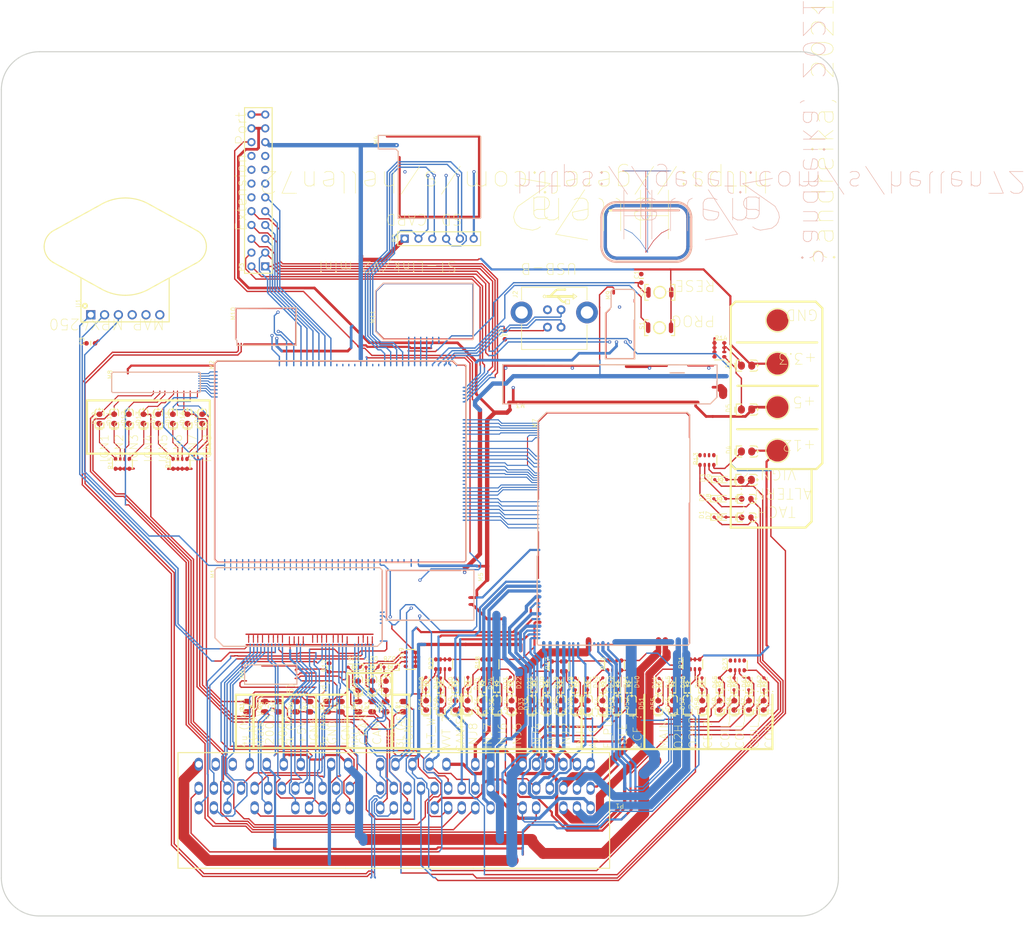
<source format=kicad_pcb>
(kicad_pcb (version 4) (host pcbnew "(2014-07-21 BZR 5016)-product")
  (layers (0 F.Cu signal) (31 B.Cu signal) (34 B.Paste user) (35 F.Paste user) (36 B.SilkS user) (37 F.SilkS user) (38 B.Mask user) (39 F.Mask user) (44 Edge.Cuts user))
  (net 0 "")
  (net 1 "Net1")
  (net 2 "EXT_SPI_SCK")
  (net 3 "EXT_SPI_MOSI")
  (net 4 "EXT_SPI_MISO")
  (net 5 "EXT_SPI_CS2")
  (net 6 "EXT_SPI_CS1")
  (net 7 "EXT_IO4")
  (net 8 "EXT_IO3")
  (net 9 "EXT_IO2")
  (net 10 "EXT_IO1")
  (net 11 "VSS_PULLUP")
  (net 12 "NetD28_1")
  (net 13 "NetD27_1")
  (net 14 "NetD26_1")
  (net 15 "CRANK_PULLUP")
  (net 16 "CAM_PULLUP")
  (net 17 "NetD6_2")
  (net 18 "NetD5_2")
  (net 19 "NetD4_2")
  (net 20 "NetD50_1")
  (net 21 "NetD3_2")
  (net 22 "NetD49_1")
  (net 23 "NetD2_2")
  (net 24 "NetD48_1")
  (net 25 "NetD1_2")
  (net 26 "NetD47_1")
  (net 27 "NetD46_1")
  (net 28 "NetD45_1")
  (net 29 "NetD44_1")
  (net 30 "NetD65_2")
  (net 31 "NetD64_2")
  (net 32 "NetD63_2")
  (net 33 "NetD62_2")
  (net 34 "NetD25_1")
  (net 35 "NetD24_1")
  (net 36 "NetD23_1")
  (net 37 "NetD22_1")
  (net 38 "NetD43_1")
  (net 39 "NetD41_1")
  (net 40 "NetD40_1")
  (net 41 "V12P")
  (net 42 "NetD42_1")
  (net 43 "VVT")
  (net 44 "VTCS")
  (net 45 "VSS")
  (net 46 "VREF2")
  (net 47 "VIGN")
  (net 48 "VBUS")
  (net 49 "VBAT")
  (net 50 "V12")
  (net 51 "V5")
  (net 52 "USB_P")
  (net 53 "USB_N")
  (net 54 "UART_TX")
  (net 55 "UART_RX")
  (net 56 "TPS")
  (net 57 "TACH")
  (net 58 "SWO")
  (net 59 "SWDIO")
  (net 60 "SWCLK")
  (net 61 "STEERING")
  (net 62 "SENS4")
  (net 63 "FUEL_LEVEL")
  (net 64 "SENS2")
  (net 65 "AFR")
  (net 66 "SD_SCK")
  (net 67 "SD_MOSI")
  (net 68 "SD_MISO")
  (net 69 "SD_CS")
  (net 70 "PUMP")
  (net 71 "O2S")
  (net 72 "O2S2")
  (net 73 "O2H")
  (net 74 "O2H2")
  (net 75 "NEUTRAL")
  (net 76 "NetP1_4K")
  (net 77 "NetP1_3Z")
  (net 78 "NetD21_1")
  (net 79 "NetD20_1")
  (net 80 "NetD19_1")
  (net 81 "NetD18_1")
  (net 82 "NetD17_2")
  (net 83 "NetD16_2")
  (net 84 "NetD15_2")
  (net 85 "NetD14_2")
  (net 86 "NetD13_2")
  (net 87 "NetD12_2")
  (net 88 "NetD11_2")
  (net 89 "NetD10_2")
  (net 90 "MAP3")
  (net 91 "MAP2")
  (net 92 "MAIN")
  (net 93 "MAF")
  (net 94 "KNOCK")
  (net 95 "INJ8")
  (net 96 "INJ7")
  (net 97 "INJ6")
  (net 98 "INJ5")
  (net 99 "INJ4")
  (net 100 "INJ3")
  (net 101 "INJ2")
  (net 102 "INJ1")
  (net 103 "IN_SENS4")
  (net 104 "IN_MAP3")
  (net 105 "IN_MAP2")
  (net 106 "IN_MAF")
  (net 107 "IN_KNOCK_RAW")
  (net 108 "IGN8")
  (net 109 "IGN7")
  (net 110 "IGN6")
  (net 111 "IGN5")
  (net 112 "IGN4")
  (net 113 "IGN3")
  (net 114 "IGN2")
  (net 115 "IGN1")
  (net 116 "IDLE")
  (net 117 "IAT")
  (net 118 "FTP_PPS")
  (net 119 "EGR")
  (net 120 "ECF")
  (net 121 "CRANK")
  (net 122 "COIL_B2")
  (net 123 "COIL_B1")
  (net 124 "COIL_A2")
  (net 125 "COIL_A1")
  (net 126 "CLUTCH")
  (net 127 "CLT")
  (net 128 "CE")
  (net 129 "CANIST")
  (net 130 "CAN_VIO")
  (net 131 "CAN_TX")
  (net 132 "CAN_RX")
  (net 133 "CAM")
  (net 134 "BRAKE")
  (net 135 "BOOT0")
  (net 136 "ALTERN")
  (net 137 "ALT_WARN")
  (net 138 "AC")
  (net 139 "AC_PRESS")
  (net 140 "OUT_INJ8")
  (net 141 "OUT_INJ7")
  (net 142 "OUT_INJ6")
  (net 143 "OUT_INJ5")
  (net 144 "OUT_IGN3")
  (net 145 "OUT_COIL_B2")
  (net 146 "OUT_COIL_B1")
  (net 147 "OUT_COIL_A2")
  (net 148 "OUT_COIL_A1")
  (net 149 "OUT_ALT_WARN")
  (net 150 "IN_SENS2")
  (net 151 "IN_O2S")
  (net 152 "IN_BRAKE")
  (net 153 "V33")
  (net 154 "nReset")
  (net 155 "CAN_N")
  (net 156 "NetP1_4T")
  (net 157 "NetP1_4S")
  (net 158 "V12_RAW")
  (net 159 "V12_PERM")
  (net 160 "V5A")
  (net 161 "OUT_TACH")
  (net 162 "OUT_PUMP")
  (net 163 "OUT_O2H")
  (net 164 "OUT_O2H2")
  (net 165 "OUT_ALTERN")
  (net 166 "OUT_MAIN")
  (net 167 "OUT_VVT")
  (net 168 "OUT_IDLE")
  (net 169 "OUT_INJ4")
  (net 170 "OUT_INJ3")
  (net 171 "OUT_INJ2")
  (net 172 "OUT_INJ1")
  (net 173 "OUT_IGN8")
  (net 174 "OUT_IGN2")
  (net 175 "OUT_IGN1")
  (net 176 "OUT_IGN7")
  (net 177 "OUT_IGN6")
  (net 178 "CAN_P")
  (net 179 "IN_AFR")
  (net 180 "OUT_ECF")
  (net 181 "OUT_CE")
  (net 182 "OUT_CANIST")
  (net 183 "OUT_AC")
  (net 184 "LIN")
  (net 185 "IN_VSS")
  (net 186 "IN_VIGN")
  (net 187 "IN_TPS")
  (net 188 "IN_STEERING")
  (net 189 "OUT_IGN4")
  (net 190 "OUT_IGN5")
  (net 191 "IN_O2S2")
  (net 192 "IN_EGR")
  (net 193 "IN_FUEL_LEVEL")
  (net 194 "IN_FTP_PPS")
  (net 195 "IN_KNOCK")
  (net 196 "IN_IAT")
  (net 197 "IN_CRANK")
  (net 198 "IN_CLT")
  (net 199 "IN_CAM")
  (net 200 "IN_VTCS")
  (net 201 "IN_CLUTCH")
  (net 202 "IN_NEUTRAL")
  (net 203 "IN_AC_PRESS")
  (net 204 "GND")
  (net 205 "GNDA")
  (module "C0603" (layer F.Cu) (at 16.45 -105.35)
    (fp_text reference "C3" hide)
    (fp_text value "C3" (at 0 0) (layer F.SilkS) (effects (font (thickness 0.05))))
    (fp_text value "Capacitor" hide)
    (pad "1" smd circle (at 0.79000 0.00000 180) (size 0.85 0.85) (layers F.Cu F.Mask F.Paste) (net 160 "V5A"))
    (pad "2" smd circle (at -0.79000 0.00000 180) (size 0.85 0.85) (layers F.Cu F.Mask F.Paste) (net 205 "GNDA"))
  )
  (module "HDR2X12" (layer F.Cu) (at 48.55 -119.5)
    (fp_text reference "P3" hide)
    (fp_text value "P3" (at 0 0) (layer F.SilkS) (effects (font (thickness 0.05))))
    (fp_text value "Header, 12-Pin, Dual row" hide)
    (pad "1" thru_hole rect (at 0.00000 0.00000 90) (size 1.5 1.5) (drill 0.9) (layers *.Cu F.Mask F.Paste B.Mask B.Paste) (net 55 "UART_RX"))
    (pad "2" thru_hole circle (at -2.54000 0.00000 90) (size 1.5 1.5) (drill 0.9) (layers *.Cu F.Mask F.Paste B.Mask B.Paste) (net 4 "EXT_SPI_MISO"))
    (pad "3" thru_hole circle (at 0.00000 -2.54000 90) (size 1.5 1.5) (drill 0.9) (layers *.Cu F.Mask F.Paste B.Mask B.Paste) (net 54 "UART_TX"))
    (pad "4" thru_hole circle (at -2.54000 -2.54000 90) (size 1.5 1.5) (drill 0.9) (layers *.Cu F.Mask F.Paste B.Mask B.Paste) (net 2 "EXT_SPI_SCK"))
    (pad "5" thru_hole circle (at 0.00000 -5.08000 90) (size 1.5 1.5) (drill 0.9) (layers *.Cu F.Mask F.Paste B.Mask B.Paste) (net 10 "EXT_IO1"))
    (pad "6" thru_hole circle (at -2.54000 -5.08000 90) (size 1.5 1.5) (drill 0.9) (layers *.Cu F.Mask F.Paste B.Mask B.Paste) (net 3 "EXT_SPI_MOSI"))
    (pad "7" thru_hole circle (at 0.00000 -7.62000 90) (size 1.5 1.5) (drill 0.9) (layers *.Cu F.Mask F.Paste B.Mask B.Paste) (net 9 "EXT_IO2"))
    (pad "8" thru_hole circle (at -2.54000 -7.62000 90) (size 1.5 1.5) (drill 0.9) (layers *.Cu F.Mask F.Paste B.Mask B.Paste) (net 6 "EXT_SPI_CS1"))
    (pad "9" thru_hole circle (at 0.00000 -10.16000 90) (size 1.5 1.5) (drill 0.9) (layers *.Cu F.Mask F.Paste B.Mask B.Paste) (net 8 "EXT_IO3"))
    (pad "10" thru_hole circle (at -2.54000 -10.16000 90) (size 1.5 1.5) (drill 0.9) (layers *.Cu F.Mask F.Paste B.Mask B.Paste) (net 5 "EXT_SPI_CS2"))
    (pad "11" thru_hole circle (at 0.00000 -12.70000 90) (size 1.5 1.5) (drill 0.9) (layers *.Cu F.Mask F.Paste B.Mask B.Paste) (net 7 "EXT_IO4"))
    (pad "12" thru_hole circle (at -2.54000 -12.70000 90) (size 1.5 1.5) (drill 0.9) (layers *.Cu F.Mask F.Paste B.Mask B.Paste))
    (pad "13" thru_hole circle (at 0.00000 -15.24000 90) (size 1.5 1.5) (drill 0.9) (layers *.Cu F.Mask F.Paste B.Mask B.Paste))
    (pad "14" thru_hole circle (at -2.54000 -15.24000 90) (size 1.5 1.5) (drill 0.9) (layers *.Cu F.Mask F.Paste B.Mask B.Paste))
    (pad "15" thru_hole circle (at 0.00000 -17.78000 90) (size 1.5 1.5) (drill 0.9) (layers *.Cu F.Mask F.Paste B.Mask B.Paste))
    (pad "16" thru_hole circle (at -2.54000 -17.78000 90) (size 1.5 1.5) (drill 0.9) (layers *.Cu F.Mask F.Paste B.Mask B.Paste))
    (pad "17" thru_hole circle (at 0.00000 -20.32000 90) (size 1.5 1.5) (drill 0.9) (layers *.Cu F.Mask F.Paste B.Mask B.Paste))
    (pad "18" thru_hole circle (at -2.54000 -20.32000 90) (size 1.5 1.5) (drill 0.9) (layers *.Cu F.Mask F.Paste B.Mask B.Paste))
    (pad "19" thru_hole circle (at 0.00000 -22.86000 90) (size 1.5 1.5) (drill 0.9) (layers *.Cu F.Mask F.Paste B.Mask B.Paste) (net 153 "V33"))
    (pad "20" thru_hole circle (at -2.54000 -22.86000 90) (size 1.5 1.5) (drill 0.9) (layers *.Cu F.Mask F.Paste B.Mask B.Paste) (net 50 "V12"))
    (pad "21" thru_hole circle (at 0.00000 -25.40000 90) (size 1.5 1.5) (drill 0.9) (layers *.Cu F.Mask F.Paste B.Mask B.Paste) (net 51 "V5"))
    (pad "22" thru_hole circle (at -2.54000 -25.40000 90) (size 1.5 1.5) (drill 0.9) (layers *.Cu F.Mask F.Paste B.Mask B.Paste) (net 51 "V5"))
    (pad "23" thru_hole circle (at 0.00000 -27.94000 90) (size 1.5 1.5) (drill 0.9) (layers *.Cu F.Mask F.Paste B.Mask B.Paste) (net 204 "GND"))
    (pad "24" thru_hole circle (at -2.54000 -27.94000 90) (size 1.5 1.5) (drill 0.9) (layers *.Cu F.Mask F.Paste B.Mask B.Paste) (net 204 "GND"))
  )
  (module "HDR1X6" (layer F.Cu) (at 74.2 -124.6)
    (fp_text reference "P2" hide)
    (fp_text value "P2" (at 0 0) (layer F.SilkS) (effects (font (thickness 0.05))))
    (fp_text value "Header, 6-Pin" hide)
    (pad "1" thru_hole rect (at 0.00000 0.00000) (size 1.5 1.5) (drill 0.9) (layers *.Cu F.Mask F.Paste B.Mask B.Paste) (net 153 "V33"))
    (pad "2" thru_hole circle (at 2.54000 0.00000) (size 1.5 1.5) (drill 0.9) (layers *.Cu F.Mask F.Paste B.Mask B.Paste) (net 69 "SD_CS"))
    (pad "3" thru_hole circle (at 5.08000 0.00000) (size 1.5 1.5) (drill 0.9) (layers *.Cu F.Mask F.Paste B.Mask B.Paste) (net 67 "SD_MOSI"))
    (pad "4" thru_hole circle (at 7.62000 0.00000) (size 1.5 1.5) (drill 0.9) (layers *.Cu F.Mask F.Paste B.Mask B.Paste) (net 66 "SD_SCK"))
    (pad "5" thru_hole circle (at 10.16000 0.00000) (size 1.5 1.5) (drill 0.9) (layers *.Cu F.Mask F.Paste B.Mask B.Paste) (net 68 "SD_MISO"))
    (pad "6" thru_hole circle (at 12.70000 0.00000) (size 1.5 1.5) (drill 0.9) (layers *.Cu F.Mask F.Paste B.Mask B.Paste) (net 204 "GND"))
  )
  (module "R0603_x4" (layer F.Cu) (at 75.3 -47.2)
    (fp_text reference "R19" hide)
    (fp_text value "R19" (at 0 0) (layer F.SilkS) (effects (font (thickness 0.05))))
    (fp_text value "Resistor" hide)
    (pad "4" smd oval (at -0.90000 1.27500 270) (size 0.65 0.8) (layers F.Cu F.Mask F.Paste))
    (pad "5" smd oval (at 0.90000 1.27500 270) (size 0.65 0.8) (layers F.Cu F.Mask F.Paste) (net 51 "V5"))
    (pad "8" smd oval (at 0.90000 -1.27500 270) (size 0.65 0.8) (layers F.Cu F.Mask F.Paste) (net 51 "V5"))
    (pad "7" smd oval (at 0.90000 -0.40000 270) (size 0.45 0.8) (layers F.Cu F.Mask F.Paste) (net 51 "V5"))
    (pad "6" smd oval (at 0.90000 0.40000 270) (size 0.45 0.8) (layers F.Cu F.Mask F.Paste) (net 51 "V5"))
    (pad "3" smd oval (at -0.90000 0.40000 270) (size 0.45 0.8) (layers F.Cu F.Mask F.Paste) (net 12 "NetD28_1"))
    (pad "2" smd oval (at -0.90000 -0.40000 270) (size 0.45 0.8) (layers F.Cu F.Mask F.Paste) (net 13 "NetD27_1"))
    (pad "1" smd oval (at -0.90000 -1.27500 270) (size 0.65 0.8) (layers F.Cu F.Mask F.Paste) (net 14 "NetD26_1"))
  )
  (module "R0805" (layer F.Cu) (at 65.7 -38.5)
    (fp_text reference "R4" hide)
    (fp_text value "R4" (at 0 0) (layer F.SilkS) (effects (font (thickness 0.05))))
    (fp_text value "Resistor" hide)
    (pad "1" smd oval (at 0.00000 0.95000 90) (size 1 1.45) (layers F.Cu F.Mask F.Paste) (net 197 "IN_CRANK"))
    (pad "2" smd oval (at 0.00000 -0.95002 90) (size 1 1.45) (layers F.Cu F.Mask F.Paste) (net 15 "CRANK_PULLUP"))
  )
  (module "R0805" (layer F.Cu) (at 68.2 -38.5)
    (fp_text reference "R3" hide)
    (fp_text value "R3" (at 0 0) (layer F.SilkS) (effects (font (thickness 0.05))))
    (fp_text value "Resistor" hide)
    (pad "1" smd oval (at 0.00000 0.95000 90) (size 1 1.45) (layers F.Cu F.Mask F.Paste) (net 199 "IN_CAM"))
    (pad "2" smd oval (at 0.00000 -0.95002 90) (size 1 1.45) (layers F.Cu F.Mask F.Paste) (net 16 "CAM_PULLUP"))
  )
  (module "R0805" (layer F.Cu) (at 70.69999 -38.5)
    (fp_text reference "R2" hide)
    (fp_text value "R2" (at 0 0) (layer F.SilkS) (effects (font (thickness 0.05))))
    (fp_text value "Resistor" hide)
    (pad "1" smd oval (at 0.00000 0.95000 90) (size 1 1.45) (layers F.Cu F.Mask F.Paste) (net 185 "IN_VSS"))
    (pad "2" smd oval (at 0.00000 -0.95002 90) (size 1 1.45) (layers F.Cu F.Mask F.Paste) (net 11 "VSS_PULLUP"))
  )
  (module "LED-0603" (layer F.Cu) (at 70.7 -42.4)
    (fp_text reference "D39" hide)
    (fp_text value "D39" (at 0 0) (layer F.SilkS) (effects (font (thickness 0.05))))
    (fp_text value "WHITE LED" hide)
    (pad "1" smd oval (at 0.05000 -0.80000 270) (size 1 1.1) (layers F.Cu F.Mask F.Paste) (net 12 "NetD28_1"))
    (pad "2" smd oval (at 0.05000 0.90000 270) (size 1 1.1) (layers F.Cu F.Mask F.Paste) (net 11 "VSS_PULLUP"))
  )
  (module "SOD-323" (layer F.Cu) (at 71.5 -45.77497)
    (fp_text reference "D28" hide)
    (fp_text value "D28" (at 0 0) (layer F.SilkS) (effects (font (thickness 0.05))))
    (fp_text value "Small Signal Fast Switching Diode" hide)
    (pad "2" smd circle (at -1.10000 0.00000 90) (size 0.6 0.6) (layers F.Cu F.Mask F.Paste) (net 11 "VSS_PULLUP"))
    (pad "1" smd circle (at 1.10000 0.00000 90) (size 0.6 0.6) (layers F.Cu F.Mask F.Paste) (net 12 "NetD28_1"))
  )
  (module "LED-0603" (layer F.Cu) (at 68.2 -42.4)
    (fp_text reference "D38" hide)
    (fp_text value "D38" (at 0 0) (layer F.SilkS) (effects (font (thickness 0.05))))
    (fp_text value "WHITE LED" hide)
    (pad "1" smd oval (at 0.05000 -0.80000 270) (size 1 1.1) (layers F.Cu F.Mask F.Paste) (net 13 "NetD27_1"))
    (pad "2" smd oval (at 0.05000 0.90000 270) (size 1 1.1) (layers F.Cu F.Mask F.Paste) (net 16 "CAM_PULLUP"))
  )
  (module "SOD-323" (layer F.Cu) (at 68.2 -45.77497)
    (fp_text reference "D27" hide)
    (fp_text value "D27" (at 0 0) (layer F.SilkS) (effects (font (thickness 0.05))))
    (fp_text value "Small Signal Fast Switching Diode" hide)
    (pad "2" smd circle (at -1.10000 0.00000 90) (size 0.6 0.6) (layers F.Cu F.Mask F.Paste) (net 16 "CAM_PULLUP"))
    (pad "1" smd circle (at 1.10000 0.00000 90) (size 0.6 0.6) (layers F.Cu F.Mask F.Paste) (net 13 "NetD27_1"))
  )
  (module "LED-0603" (layer F.Cu) (at 65.6 -42.4)
    (fp_text reference "D37" hide)
    (fp_text value "D37" (at 0 0) (layer F.SilkS) (effects (font (thickness 0.05))))
    (fp_text value "WHITE LED" hide)
    (pad "1" smd oval (at 0.05000 -0.80000 270) (size 1 1.1) (layers F.Cu F.Mask F.Paste) (net 14 "NetD26_1"))
    (pad "2" smd oval (at 0.05000 0.90000 270) (size 1 1.1) (layers F.Cu F.Mask F.Paste) (net 15 "CRANK_PULLUP"))
  )
  (module "SOD-323" (layer F.Cu) (at 64.9 -45.77497)
    (fp_text reference "D26" hide)
    (fp_text value "D26" (at 0 0) (layer F.SilkS) (effects (font (thickness 0.05))))
    (fp_text value "Small Signal Fast Switching Diode" hide)
    (pad "2" smd circle (at -1.10000 0.00000 90) (size 0.6 0.6) (layers F.Cu F.Mask F.Paste) (net 15 "CRANK_PULLUP"))
    (pad "1" smd circle (at 1.10000 0.00000 90) (size 0.6 0.6) (layers F.Cu F.Mask F.Paste) (net 14 "NetD26_1"))
  )
  (module "C0603" (layer F.Cu) (at 92.64098 -106.89)
    (fp_text reference "C2" hide)
    (fp_text value "C2" (at 0 0) (layer F.SilkS) (effects (font (thickness 0.05))))
    (fp_text value "Capacitor" hide)
    (pad "2" smd circle (at 0.00000 -0.79000 90) (size 0.85 0.85) (layers F.Cu F.Mask F.Paste) (net 48 "VBUS"))
    (pad "1" smd circle (at 0.00000 0.79000 90) (size 0.85 0.85) (layers F.Cu F.Mask F.Paste) (net 204 "GND"))
  )
  (module "MOD_HELLEN_STLINK" (layer F.Cu) (at 68.725 -105.925)
    (fp_text reference "M11" hide)
    (fp_text value "M11" (at 0 0) (layer F.SilkS) (effects (font (thickness 0.05))))
    (fp_text value "Hellen-One ST/Link Module" hide)
    (pad "G" smd oval (at 9.85398 -0.22901 270) (size 0.2 16.46) (layers F.Cu F.Mask F.Paste) (net 204 "GND"))
    (pad "G" smd oval (at 18.01747 -5.31182) (size 0.2 10.37) (layers F.Cu F.Mask F.Paste) (net 204 "GND"))
    (pad "G" smd oval (at 0.94798 -0.95200 225) (size 0.2 2.24) (layers F.Cu F.Mask F.Paste) (net 204 "GND"))
    (pad "G" smd oval (at 0.22499 -5.32249 180) (size 0.2 7.49) (layers F.Cu F.Mask F.Paste) (net 204 "GND"))
    (pad "G" smd oval (at 0.93542 -9.70094 135) (size 0.2 2.19) (layers F.Cu F.Mask F.Paste) (net 204 "GND"))
    (pad "G" smd oval (at 9.82055 -10.40663 270) (size 0.2 16.55) (layers F.Cu F.Mask F.Paste) (net 204 "GND"))
    (pad "N1" smd oval (at 11.72499 -0.39999 180) (size 0.25 0.5) (layers B.Cu B.Mask B.Paste) (net 51 "V5"))
    (pad "N2" smd oval (at 10.62499 -0.39999 180) (size 0.25 0.5) (layers B.Cu B.Mask B.Paste) (net 153 "V33"))
    (pad "N3" smd oval (at 9.52499 -0.39999 180) (size 0.25 0.5) (layers B.Cu B.Mask B.Paste) (net 58 "SWO"))
    (pad "N4" smd oval (at 8.42500 -0.39999 180) (size 0.25 0.5) (layers B.Cu B.Mask B.Paste) (net 59 "SWDIO"))
    (pad "N5" smd oval (at 7.32500 -0.39999 180) (size 0.25 0.5) (layers B.Cu B.Mask B.Paste) (net 60 "SWCLK"))
    (pad "N6" smd oval (at 6.22500 -0.39999 180) (size 0.25 0.5) (layers B.Cu B.Mask B.Paste) (net 154 "nReset"))
    (pad "G" smd oval (at 18.01747 -5.81182) (size 0.2 9.37) (layers B.Cu B.Mask B.Paste) (net 204 "GND"))
    (pad "G" smd oval (at 0.44796 -1.45202 225) (size 0.2 0.8) (layers B.Cu B.Mask B.Paste) (net 204 "GND"))
    (pad "G" smd oval (at 0.22499 -5.32249 180) (size 0.2 7.49) (layers B.Cu B.Mask B.Paste) (net 204 "GND"))
    (pad "G" smd oval (at 0.93542 -9.70094 135) (size 0.2 2.19) (layers B.Cu B.Mask B.Paste) (net 204 "GND"))
    (pad "G" smd oval (at 9.82055 -10.40663 270) (size 0.2 16.55) (layers B.Cu B.Mask B.Paste) (net 204 "GND"))
  )
  (module "R0603_x4" (layer F.Cu) (at 132.1 -104.15)
    (fp_text reference "R14" hide)
    (fp_text value "R14" (at 0 0) (layer F.SilkS) (effects (font (thickness 0.05))))
    (fp_text value "Resistor" hide)
    (pad "1" smd oval (at 0.90000 1.27500 90) (size 0.65 0.8) (layers F.Cu F.Mask F.Paste) (net 18 "NetD5_2"))
    (pad "2" smd oval (at 0.90000 0.40000 90) (size 0.45 0.8) (layers F.Cu F.Mask F.Paste) (net 17 "NetD6_2"))
    (pad "3" smd oval (at 0.90000 -0.40000 90) (size 0.45 0.8) (layers F.Cu F.Mask F.Paste) (net 17 "NetD6_2"))
    (pad "6" smd oval (at -0.90000 -0.40000 90) (size 0.45 0.8) (layers F.Cu F.Mask F.Paste) (net 204 "GND"))
    (pad "7" smd oval (at -0.90000 0.40000 90) (size 0.45 0.8) (layers F.Cu F.Mask F.Paste) (net 204 "GND"))
    (pad "8" smd oval (at -0.90000 1.27500 90) (size 0.65 0.8) (layers F.Cu F.Mask F.Paste) (net 204 "GND"))
    (pad "5" smd oval (at -0.90000 -1.27500 90) (size 0.65 0.8) (layers F.Cu F.Mask F.Paste) (net 204 "GND"))
    (pad "4" smd oval (at 0.90000 -1.27500 90) (size 0.65 0.8) (layers F.Cu F.Mask F.Paste) (net 17 "NetD6_2"))
  )
  (module "R0603_x4" (layer F.Cu) (at 81.2 -46.3)
    (fp_text reference "R22" hide)
    (fp_text value "R22" (at 0 0) (layer F.SilkS) (effects (font (thickness 0.05))))
    (fp_text value "Resistor" hide)
    (pad "4" smd oval (at 1.27500 0.90000) (size 0.65 0.8) (layers F.Cu F.Mask F.Paste))
    (pad "5" smd oval (at 1.27500 -0.90000) (size 0.65 0.8) (layers F.Cu F.Mask F.Paste) (net 41 "V12P"))
    (pad "8" smd oval (at -1.27500 -0.90000) (size 0.65 0.8) (layers F.Cu F.Mask F.Paste) (net 41 "V12P"))
    (pad "7" smd oval (at -0.40000 -0.90000) (size 0.45 0.8) (layers F.Cu F.Mask F.Paste) (net 41 "V12P"))
    (pad "6" smd oval (at 0.40000 -0.90000) (size 0.45 0.8) (layers F.Cu F.Mask F.Paste) (net 41 "V12P"))
    (pad "3" smd oval (at 0.40000 0.90000) (size 0.45 0.8) (layers F.Cu F.Mask F.Paste) (net 20 "NetD50_1"))
    (pad "2" smd oval (at -0.40000 0.90000) (size 0.45 0.8) (layers F.Cu F.Mask F.Paste) (net 22 "NetD49_1"))
    (pad "1" smd oval (at -1.27500 0.90000) (size 0.65 0.8) (layers F.Cu F.Mask F.Paste) (net 24 "NetD48_1"))
  )
  (module "R0603_x4" (layer F.Cu) (at 129.8 -83.87)
    (fp_text reference "R13" hide)
    (fp_text value "R13" (at 0 0) (layer F.SilkS) (effects (font (thickness 0.05))))
    (fp_text value "Resistor" hide)
    (pad "4" smd oval (at 1.27500 0.90000) (size 0.65 0.8) (layers F.Cu F.Mask F.Paste) (net 19 "NetD4_2"))
    (pad "5" smd oval (at 1.27500 -0.90000) (size 0.65 0.8) (layers F.Cu F.Mask F.Paste) (net 204 "GND"))
    (pad "8" smd oval (at -1.27500 -0.90000) (size 0.65 0.8) (layers F.Cu F.Mask F.Paste) (net 204 "GND"))
    (pad "7" smd oval (at -0.40000 -0.90000) (size 0.45 0.8) (layers F.Cu F.Mask F.Paste) (net 204 "GND"))
    (pad "6" smd oval (at 0.40000 -0.90000) (size 0.45 0.8) (layers F.Cu F.Mask F.Paste) (net 204 "GND"))
    (pad "3" smd oval (at 0.40000 0.90000) (size 0.45 0.8) (layers F.Cu F.Mask F.Paste) (net 21 "NetD3_2"))
    (pad "2" smd oval (at -0.40000 0.90000) (size 0.45 0.8) (layers F.Cu F.Mask F.Paste) (net 23 "NetD2_2"))
    (pad "1" smd oval (at -1.27500 0.90000) (size 0.65 0.8) (layers F.Cu F.Mask F.Paste) (net 25 "NetD1_2"))
  )
  (module "R0603_x4" (layer F.Cu) (at 127.20002 -46.3)
    (fp_text reference "R21" hide)
    (fp_text value "R21" (at 0 0) (layer F.SilkS) (effects (font (thickness 0.05))))
    (fp_text value "Resistor" hide)
    (pad "1" smd oval (at -1.27500 0.90000) (size 0.65 0.8) (layers F.Cu F.Mask F.Paste) (net 29 "NetD44_1"))
    (pad "2" smd oval (at -0.40000 0.90000) (size 0.45 0.8) (layers F.Cu F.Mask F.Paste) (net 28 "NetD45_1"))
    (pad "3" smd oval (at 0.40000 0.90000) (size 0.45 0.8) (layers F.Cu F.Mask F.Paste) (net 27 "NetD46_1"))
    (pad "6" smd oval (at 0.40000 -0.90000) (size 0.45 0.8) (layers F.Cu F.Mask F.Paste) (net 41 "V12P"))
    (pad "7" smd oval (at -0.40000 -0.90000) (size 0.45 0.8) (layers F.Cu F.Mask F.Paste) (net 41 "V12P"))
    (pad "8" smd oval (at -1.27500 -0.90000) (size 0.65 0.8) (layers F.Cu F.Mask F.Paste) (net 41 "V12P"))
    (pad "5" smd oval (at 1.27500 -0.90000) (size 0.65 0.8) (layers F.Cu F.Mask F.Paste) (net 41 "V12P"))
    (pad "4" smd oval (at 1.27500 0.90000) (size 0.65 0.8) (layers F.Cu F.Mask F.Paste) (net 26 "NetD47_1"))
  )
  (module "R0603_x4" (layer F.Cu) (at 135.40002 -46.1)
    (fp_text reference "R23" hide)
    (fp_text value "R23" (at 0 0) (layer F.SilkS) (effects (font (thickness 0.05))))
    (fp_text value "Resistor" hide)
    (pad "1" smd oval (at -1.27500 0.90000) (size 0.65 0.8) (layers F.Cu F.Mask F.Paste) (net 30 "NetD65_2"))
    (pad "2" smd oval (at -0.40000 0.90000) (size 0.45 0.8) (layers F.Cu F.Mask F.Paste) (net 31 "NetD64_2"))
    (pad "3" smd oval (at 0.40000 0.90000) (size 0.45 0.8) (layers F.Cu F.Mask F.Paste) (net 32 "NetD63_2"))
    (pad "6" smd oval (at 0.40000 -0.90000) (size 0.45 0.8) (layers F.Cu F.Mask F.Paste) (net 204 "GND"))
    (pad "7" smd oval (at -0.40000 -0.90000) (size 0.45 0.8) (layers F.Cu F.Mask F.Paste) (net 204 "GND"))
    (pad "8" smd oval (at -1.27500 -0.90000) (size 0.65 0.8) (layers F.Cu F.Mask F.Paste) (net 204 "GND"))
    (pad "5" smd oval (at 1.27501 -0.90000) (size 0.65 0.8) (layers F.Cu F.Mask F.Paste) (net 204 "GND"))
    (pad "4" smd oval (at 1.27501 0.90000) (size 0.65 0.8) (layers F.Cu F.Mask F.Paste) (net 33 "NetD62_2"))
  )
  (module "PAD-SMD-4.0" (layer F.Cu) (at 142.8 -109.6)
    (fp_text reference "P7" hide)
    (fp_text value "P7" (at 0 0) (layer F.SilkS) (effects (font (thickness 0.05))))
    (fp_text value "Pad" hide)
    (pad "1" smd circle (at 0.00000 0.00000) (size 4 4) (layers F.Cu F.Mask F.Paste) (net 204 "GND"))
  )
  (module "PAD-SMD-4.0" (layer F.Cu) (at 142.8 -101.6)
    (fp_text reference "P6" hide)
    (fp_text value "P6" (at 0 0) (layer F.SilkS) (effects (font (thickness 0.05))))
    (fp_text value "Pad" hide)
    (pad "1" smd circle (at 0.00000 0.00000) (size 4 4) (layers F.Cu F.Mask F.Paste) (net 153 "V33"))
  )
  (module "PAD-SMD-4.0" (layer F.Cu) (at 142.8 -93.6)
    (fp_text reference "P5" hide)
    (fp_text value "P5" (at 0 0) (layer F.SilkS) (effects (font (thickness 0.05))))
    (fp_text value "Pad" hide)
    (pad "1" smd circle (at 0.00000 0.00000) (size 4 4) (layers F.Cu F.Mask F.Paste) (net 51 "V5"))
  )
  (module "PAD-SMD-4.0" (layer F.Cu) (at 142.8 -85.6)
    (fp_text reference "P4" hide)
    (fp_text value "P4" (at 0 0) (layer F.SilkS) (effects (font (thickness 0.05))))
    (fp_text value "Pad" hide)
    (pad "1" smd circle (at 0.00000 0.00000) (size 4 4) (layers F.Cu F.Mask F.Paste) (net 41 "V12P"))
  )
  (module "LED-0805" (layer F.Cu) (at 137.1 -101.25)
    (fp_text reference "D6" hide)
    (fp_text value "D6" (at 0 0) (layer F.SilkS) (effects (font (thickness 0.05))))
    (fp_text value "GREEN LED" hide)
    (pad "2" smd oval (at -0.95000 0.00000) (size 1.3 1.5) (layers F.Cu F.Mask F.Paste) (net 17 "NetD6_2"))
    (pad "1" smd oval (at 0.95002 0.00000) (size 1.3 1.5) (layers F.Cu F.Mask F.Paste) (net 153 "V33"))
  )
  (module "LED-0603" (layer F.Cu) (at 83.5 -38.80001)
    (fp_text reference "D60" hide)
    (fp_text value "D60" (at 0 0) (layer F.SilkS) (effects (font (thickness 0.05))))
    (fp_text value "WHITE LED" hide)
    (pad "2" smd oval (at 0.05000 0.90000 270) (size 1 1.1) (layers F.Cu F.Mask F.Paste) (net 182 "OUT_CANIST"))
    (pad "1" smd oval (at 0.05000 -0.80000 270) (size 1 1.1) (layers F.Cu F.Mask F.Paste) (net 20 "NetD50_1"))
  )
  (module "SOD-323" (layer F.Cu) (at 83.5 -42.75)
    (fp_text reference "D50" hide)
    (fp_text value "D50" (at 0 0) (layer F.SilkS) (effects (font (thickness 0.05))))
    (fp_text value "Small Signal Fast Switching Diode" hide)
    (pad "2" smd circle (at 0.00000 -1.10000) (size 0.6 0.6) (layers F.Cu F.Mask F.Paste) (net 182 "OUT_CANIST"))
    (pad "1" smd circle (at 0.00000 1.10000) (size 0.6 0.6) (layers F.Cu F.Mask F.Paste) (net 20 "NetD50_1"))
  )
  (module "SOD-323" (layer F.Cu) (at 132.35 -80.275)
    (fp_text reference "D3" hide)
    (fp_text value "D3" (at 0 0) (layer F.SilkS) (effects (font (thickness 0.05))))
    (fp_text value "Small Signal Fast Switching Diode" hide)
    (pad "2" smd circle (at 1.10000 0.00000 270) (size 0.6 0.6) (layers F.Cu F.Mask F.Paste) (net 21 "NetD3_2"))
    (pad "1" smd circle (at -1.10000 0.00000 270) (size 0.6 0.6) (layers F.Cu F.Mask F.Paste) (net 186 "IN_VIGN"))
  )
  (module "LED-0603" (layer F.Cu) (at 80.8 -38.80001)
    (fp_text reference "D59" hide)
    (fp_text value "D59" (at 0 0) (layer F.SilkS) (effects (font (thickness 0.05))))
    (fp_text value "WHITE LED" hide)
    (pad "2" smd oval (at 0.05000 0.90000 270) (size 1 1.1) (layers F.Cu F.Mask F.Paste) (net 166 "OUT_MAIN"))
    (pad "1" smd oval (at 0.05000 -0.80000 270) (size 1 1.1) (layers F.Cu F.Mask F.Paste) (net 22 "NetD49_1"))
  )
  (module "SOD-323" (layer F.Cu) (at 80.8 -42.7)
    (fp_text reference "D49" hide)
    (fp_text value "D49" (at 0 0) (layer F.SilkS) (effects (font (thickness 0.05))))
    (fp_text value "Small Signal Fast Switching Diode" hide)
    (pad "2" smd circle (at 0.00000 -1.10000) (size 0.6 0.6) (layers F.Cu F.Mask F.Paste) (net 166 "OUT_MAIN"))
    (pad "1" smd circle (at 0.00000 1.10000) (size 0.6 0.6) (layers F.Cu F.Mask F.Paste) (net 22 "NetD49_1"))
  )
  (module "LED-0603" (layer F.Cu) (at 137.1 -76.78)
    (fp_text reference "D8" hide)
    (fp_text value "D8" (at 0 0) (layer F.SilkS) (effects (font (thickness 0.05))))
    (fp_text value "WHITE LED" hide)
    (pad "2" smd oval (at -0.90000 0.05000 180) (size 1 1.1) (layers F.Cu F.Mask F.Paste) (net 23 "NetD2_2"))
    (pad "1" smd oval (at 0.80000 0.05000 180) (size 1 1.1) (layers F.Cu F.Mask F.Paste) (net 165 "OUT_ALTERN"))
  )
  (module "SOD-323" (layer F.Cu) (at 132.175 -76.75)
    (fp_text reference "D2" hide)
    (fp_text value "D2" (at 0 0) (layer F.SilkS) (effects (font (thickness 0.05))))
    (fp_text value "Small Signal Fast Switching Diode" hide)
    (pad "2" smd circle (at 1.10000 0.00000 270) (size 0.6 0.6) (layers F.Cu F.Mask F.Paste) (net 23 "NetD2_2"))
    (pad "1" smd circle (at -1.10000 0.00000 270) (size 0.6 0.6) (layers F.Cu F.Mask F.Paste) (net 165 "OUT_ALTERN"))
  )
  (module "LED-0603" (layer F.Cu) (at 78.1 -38.80001)
    (fp_text reference "D61" hide)
    (fp_text value "D61" (at 0 0) (layer F.SilkS) (effects (font (thickness 0.05))))
    (fp_text value "WHITE LED" hide)
    (pad "2" smd oval (at 0.05000 0.90000 270) (size 1 1.1) (layers F.Cu F.Mask F.Paste) (net 149 "OUT_ALT_WARN"))
    (pad "1" smd oval (at 0.05000 -0.80000 270) (size 1 1.1) (layers F.Cu F.Mask F.Paste) (net 24 "NetD48_1"))
  )
  (module "SOD-323" (layer F.Cu) (at 78.1 -42.8)
    (fp_text reference "D48" hide)
    (fp_text value "D48" (at 0 0) (layer F.SilkS) (effects (font (thickness 0.05))))
    (fp_text value "Small Signal Fast Switching Diode" hide)
    (pad "2" smd circle (at 0.00000 -1.10000) (size 0.6 0.6) (layers F.Cu F.Mask F.Paste) (net 149 "OUT_ALT_WARN"))
    (pad "1" smd circle (at 0.00000 1.10000) (size 0.6 0.6) (layers F.Cu F.Mask F.Paste) (net 24 "NetD48_1"))
  )
  (module "LED-0603" (layer F.Cu) (at 137.1 -73.37)
    (fp_text reference "D7" hide)
    (fp_text value "D7" (at 0 0) (layer F.SilkS) (effects (font (thickness 0.05))))
    (fp_text value "WHITE LED" hide)
    (pad "2" smd oval (at -0.90000 0.05000 180) (size 1 1.1) (layers F.Cu F.Mask F.Paste) (net 25 "NetD1_2"))
    (pad "1" smd oval (at 0.80000 0.05000 180) (size 1 1.1) (layers F.Cu F.Mask F.Paste) (net 161 "OUT_TACH"))
  )
  (module "SOD-323" (layer F.Cu) (at 132.225 -73.375)
    (fp_text reference "D1" hide)
    (fp_text value "D1" (at 0 0) (layer F.SilkS) (effects (font (thickness 0.05))))
    (fp_text value "Small Signal Fast Switching Diode" hide)
    (pad "2" smd circle (at 1.10000 0.00000 270) (size 0.6 0.6) (layers F.Cu F.Mask F.Paste) (net 25 "NetD1_2"))
    (pad "1" smd circle (at -1.10000 0.00000 270) (size 0.6 0.6) (layers F.Cu F.Mask F.Paste) (net 161 "OUT_TACH"))
  )
  (module "LED-0603" (layer F.Cu) (at 128.90002 -38.8)
    (fp_text reference "D58" hide)
    (fp_text value "D58" (at 0 0) (layer F.SilkS) (effects (font (thickness 0.05))))
    (fp_text value "WHITE LED" hide)
    (pad "2" smd oval (at 0.05001 0.90000 270) (size 1 1.1) (layers F.Cu F.Mask F.Paste) (net 181 "OUT_CE"))
    (pad "1" smd oval (at 0.05001 -0.80000 270) (size 1 1.1) (layers F.Cu F.Mask F.Paste) (net 26 "NetD47_1"))
  )
  (module "SOD-323" (layer F.Cu) (at 128.90002 -42.7)
    (fp_text reference "D47" hide)
    (fp_text value "D47" (at 0 0) (layer F.SilkS) (effects (font (thickness 0.05))))
    (fp_text value "Small Signal Fast Switching Diode" hide)
    (pad "2" smd circle (at 0.00000 -1.10000) (size 0.6 0.6) (layers F.Cu F.Mask F.Paste) (net 181 "OUT_CE"))
    (pad "1" smd circle (at 0.00000 1.10000) (size 0.6 0.6) (layers F.Cu F.Mask F.Paste) (net 26 "NetD47_1"))
  )
  (module "LED-0603" (layer F.Cu) (at 126.20002 -38.8)
    (fp_text reference "D57" hide)
    (fp_text value "D57" (at 0 0) (layer F.SilkS) (effects (font (thickness 0.05))))
    (fp_text value "WHITE LED" hide)
    (pad "2" smd oval (at 0.05000 0.90000 270) (size 1 1.1) (layers F.Cu F.Mask F.Paste) (net 164 "OUT_O2H2"))
    (pad "1" smd oval (at 0.05000 -0.80000 270) (size 1 1.1) (layers F.Cu F.Mask F.Paste) (net 27 "NetD46_1"))
  )
  (module "SOD-323" (layer F.Cu) (at 126.20002 -42.7)
    (fp_text reference "D46" hide)
    (fp_text value "D46" (at 0 0) (layer F.SilkS) (effects (font (thickness 0.05))))
    (fp_text value "Small Signal Fast Switching Diode" hide)
    (pad "2" smd circle (at 0.00000 -1.10000) (size 0.6 0.6) (layers F.Cu F.Mask F.Paste) (net 164 "OUT_O2H2"))
    (pad "1" smd circle (at 0.00000 1.10000) (size 0.6 0.6) (layers F.Cu F.Mask F.Paste) (net 27 "NetD46_1"))
  )
  (module "LED-0603" (layer F.Cu) (at 123.50002 -38.8)
    (fp_text reference "D56" hide)
    (fp_text value "D56" (at 0 0) (layer F.SilkS) (effects (font (thickness 0.05))))
    (fp_text value "WHITE LED" hide)
    (pad "2" smd oval (at 0.05000 0.90000 270) (size 1 1.1) (layers F.Cu F.Mask F.Paste) (net 163 "OUT_O2H"))
    (pad "1" smd oval (at 0.05000 -0.80000 270) (size 1 1.1) (layers F.Cu F.Mask F.Paste) (net 28 "NetD45_1"))
  )
  (module "SOD-323" (layer F.Cu) (at 123.50002 -42.7)
    (fp_text reference "D45" hide)
    (fp_text value "D45" (at 0 0) (layer F.SilkS) (effects (font (thickness 0.05))))
    (fp_text value "Small Signal Fast Switching Diode" hide)
    (pad "2" smd circle (at 0.00000 -1.10000) (size 0.6 0.6) (layers F.Cu F.Mask F.Paste) (net 163 "OUT_O2H"))
    (pad "1" smd circle (at 0.00000 1.10000) (size 0.6 0.6) (layers F.Cu F.Mask F.Paste) (net 28 "NetD45_1"))
  )
  (module "LED-0603" (layer F.Cu) (at 120.8 -38.8)
    (fp_text reference "D55" hide)
    (fp_text value "D55" (at 0 0) (layer F.SilkS) (effects (font (thickness 0.05))))
    (fp_text value "WHITE LED" hide)
    (pad "2" smd oval (at 0.05000 0.90000 270) (size 1 1.1) (layers F.Cu F.Mask F.Paste) (net 167 "OUT_VVT"))
    (pad "1" smd oval (at 0.05000 -0.80000 270) (size 1 1.1) (layers F.Cu F.Mask F.Paste) (net 29 "NetD44_1"))
  )
  (module "SOD-323" (layer F.Cu) (at 121 -42.6)
    (fp_text reference "D44" hide)
    (fp_text value "D44" (at 0 0) (layer F.SilkS) (effects (font (thickness 0.05))))
    (fp_text value "Small Signal Fast Switching Diode" hide)
    (pad "2" smd circle (at 0.00000 -1.10000) (size 0.6 0.6) (layers F.Cu F.Mask F.Paste) (net 167 "OUT_VVT"))
    (pad "1" smd circle (at 0.00000 1.10000) (size 0.6 0.6) (layers F.Cu F.Mask F.Paste) (net 29 "NetD44_1"))
  )
  (module "LED-0603" (layer F.Cu) (at 132.10002 -38.8)
    (fp_text reference "D69" hide)
    (fp_text value "D69" (at 0 0) (layer F.SilkS) (effects (font (thickness 0.05))))
    (fp_text value "WHITE LED" hide)
    (pad "2" smd oval (at 0.05001 0.90000 270) (size 1 1.1) (layers F.Cu F.Mask F.Paste) (net 30 "NetD65_2"))
    (pad "1" smd oval (at 0.05001 -0.80000 270) (size 1 1.1) (layers F.Cu F.Mask F.Paste) (net 145 "OUT_COIL_B2"))
  )
  (module "SOD-323" (layer F.Cu) (at 132.10002 -42.7)
    (fp_text reference "D65" hide)
    (fp_text value "D65" (at 0 0) (layer F.SilkS) (effects (font (thickness 0.05))))
    (fp_text value "Small Signal Fast Switching Diode" hide)
    (pad "2" smd circle (at 0.00000 -1.10000) (size 0.6 0.6) (layers F.Cu F.Mask F.Paste) (net 30 "NetD65_2"))
    (pad "1" smd circle (at 0.00000 1.10000) (size 0.6 0.6) (layers F.Cu F.Mask F.Paste) (net 145 "OUT_COIL_B2"))
  )
  (module "LED-0603" (layer F.Cu) (at 134.80002 -38.80001)
    (fp_text reference "D68" hide)
    (fp_text value "D68" (at 0 0) (layer F.SilkS) (effects (font (thickness 0.05))))
    (fp_text value "WHITE LED" hide)
    (pad "2" smd oval (at 0.05000 0.90000 270) (size 1 1.1) (layers F.Cu F.Mask F.Paste) (net 31 "NetD64_2"))
    (pad "1" smd oval (at 0.05000 -0.80000 270) (size 1 1.1) (layers F.Cu F.Mask F.Paste) (net 146 "OUT_COIL_B1"))
  )
  (module "SOD-323" (layer F.Cu) (at 134.80002 -42.7)
    (fp_text reference "D64" hide)
    (fp_text value "D64" (at 0 0) (layer F.SilkS) (effects (font (thickness 0.05))))
    (fp_text value "Small Signal Fast Switching Diode" hide)
    (pad "2" smd circle (at 0.00000 -1.10000) (size 0.6 0.6) (layers F.Cu F.Mask F.Paste) (net 31 "NetD64_2"))
    (pad "1" smd circle (at 0.00000 1.10000) (size 0.6 0.6) (layers F.Cu F.Mask F.Paste) (net 146 "OUT_COIL_B1"))
  )
  (module "LED-0603" (layer F.Cu) (at 137.50002 -38.8)
    (fp_text reference "D67" hide)
    (fp_text value "D67" (at 0 0) (layer F.SilkS) (effects (font (thickness 0.05))))
    (fp_text value "WHITE LED" hide)
    (pad "2" smd oval (at 0.05000 0.90000 270) (size 1 1.1) (layers F.Cu F.Mask F.Paste) (net 32 "NetD63_2"))
    (pad "1" smd oval (at 0.05000 -0.80000 270) (size 1 1.1) (layers F.Cu F.Mask F.Paste) (net 147 "OUT_COIL_A2"))
  )
  (module "SOD-323" (layer F.Cu) (at 137.50002 -42.7)
    (fp_text reference "D63" hide)
    (fp_text value "D63" (at 0 0) (layer F.SilkS) (effects (font (thickness 0.05))))
    (fp_text value "Small Signal Fast Switching Diode" hide)
    (pad "2" smd circle (at 0.00000 -1.10000) (size 0.6 0.6) (layers F.Cu F.Mask F.Paste) (net 32 "NetD63_2"))
    (pad "1" smd circle (at 0.00000 1.10000) (size 0.6 0.6) (layers F.Cu F.Mask F.Paste) (net 147 "OUT_COIL_A2"))
  )
  (module "LED-0603" (layer F.Cu) (at 140.20002 -38.8)
    (fp_text reference "D66" hide)
    (fp_text value "D66" (at 0 0) (layer F.SilkS) (effects (font (thickness 0.05))))
    (fp_text value "WHITE LED" hide)
    (pad "2" smd oval (at 0.05000 0.90000 270) (size 1 1.1) (layers F.Cu F.Mask F.Paste) (net 33 "NetD62_2"))
    (pad "1" smd oval (at 0.05000 -0.80000 270) (size 1 1.1) (layers F.Cu F.Mask F.Paste) (net 148 "OUT_COIL_A1"))
  )
  (module "SOD-323" (layer F.Cu) (at 140.30002 -42.7)
    (fp_text reference "D62" hide)
    (fp_text value "D62" (at 0 0) (layer F.SilkS) (effects (font (thickness 0.05))))
    (fp_text value "Small Signal Fast Switching Diode" hide)
    (pad "2" smd circle (at 0.00000 -1.10000) (size 0.6 0.6) (layers F.Cu F.Mask F.Paste) (net 33 "NetD62_2"))
    (pad "1" smd circle (at 0.00000 1.10000) (size 0.6 0.6) (layers F.Cu F.Mask F.Paste) (net 148 "OUT_COIL_A1"))
  )
  (module "R0603_x4" (layer F.Cu) (at 89.725 -46.3)
    (fp_text reference "R18" hide)
    (fp_text value "R18" (at 0 0) (layer F.SilkS) (effects (font (thickness 0.05))))
    (fp_text value "Resistor" hide)
    (pad "1" smd oval (at -1.27500 0.90000) (size 0.65 0.8) (layers F.Cu F.Mask F.Paste) (net 34 "NetD25_1"))
    (pad "2" smd oval (at -0.40000 0.90000) (size 0.45 0.8) (layers F.Cu F.Mask F.Paste) (net 35 "NetD24_1"))
    (pad "3" smd oval (at 0.40000 0.90000) (size 0.45 0.8) (layers F.Cu F.Mask F.Paste) (net 36 "NetD23_1"))
    (pad "6" smd oval (at 0.40000 -0.90000) (size 0.45 0.8) (layers F.Cu F.Mask F.Paste) (net 41 "V12P"))
    (pad "7" smd oval (at -0.40000 -0.90000) (size 0.45 0.8) (layers F.Cu F.Mask F.Paste) (net 41 "V12P"))
    (pad "8" smd oval (at -1.27500 -0.90000) (size 0.65 0.8) (layers F.Cu F.Mask F.Paste) (net 41 "V12P"))
    (pad "5" smd oval (at 1.27500 -0.90000) (size 0.65 0.8) (layers F.Cu F.Mask F.Paste) (net 41 "V12P"))
    (pad "4" smd oval (at 1.27500 0.90000) (size 0.65 0.8) (layers F.Cu F.Mask F.Paste) (net 37 "NetD22_1"))
  )
  (module "R0603_x4" (layer F.Cu) (at 112.8 -46.1)
    (fp_text reference "R20" hide)
    (fp_text value "R20" (at 0 0) (layer F.SilkS) (effects (font (thickness 0.05))))
    (fp_text value "Resistor" hide)
    (pad "1" smd oval (at -1.27500 0.90000) (size 0.65 0.8) (layers F.Cu F.Mask F.Paste) (net 38 "NetD43_1"))
    (pad "2" smd oval (at -0.40000 0.90000) (size 0.45 0.8) (layers F.Cu F.Mask F.Paste) (net 42 "NetD42_1"))
    (pad "3" smd oval (at 0.40000 0.90000) (size 0.45 0.8) (layers F.Cu F.Mask F.Paste) (net 39 "NetD41_1"))
    (pad "6" smd oval (at 0.40000 -0.90000) (size 0.45 0.8) (layers F.Cu F.Mask F.Paste) (net 41 "V12P"))
    (pad "7" smd oval (at -0.40000 -0.90000) (size 0.45 0.8) (layers F.Cu F.Mask F.Paste) (net 41 "V12P"))
    (pad "8" smd oval (at -1.27500 -0.90000) (size 0.65 0.8) (layers F.Cu F.Mask F.Paste) (net 41 "V12P"))
    (pad "5" smd oval (at 1.27500 -0.90000) (size 0.65 0.8) (layers F.Cu F.Mask F.Paste) (net 41 "V12P"))
    (pad "4" smd oval (at 1.27500 0.90000) (size 0.65 0.8) (layers F.Cu F.Mask F.Paste) (net 40 "NetD40_1"))
  )
  (module "SOD-323" (layer F.Cu) (at 113.35 -42.7)
    (fp_text reference "D41" hide)
    (fp_text value "D41" (at 0 0) (layer F.SilkS) (effects (font (thickness 0.05))))
    (fp_text value "Small Signal Fast Switching Diode" hide)
    (pad "1" smd circle (at 0.00000 1.10000) (size 0.6 0.6) (layers F.Cu F.Mask F.Paste) (net 39 "NetD41_1"))
    (pad "2" smd circle (at 0.00000 -1.10000) (size 0.6 0.6) (layers F.Cu F.Mask F.Paste) (net 168 "OUT_IDLE"))
  )
  (module "SOD-323" (layer F.Cu) (at 98 -42.825)
    (fp_text reference "D21" hide)
    (fp_text value "D21" (at 0 0) (layer F.SilkS) (effects (font (thickness 0.05))))
    (fp_text value "Small Signal Fast Switching Diode" hide)
    (pad "1" smd circle (at 0.00000 1.10000) (size 0.6 0.6) (layers F.Cu F.Mask F.Paste) (net 78 "NetD21_1"))
    (pad "2" smd circle (at 0.00000 -1.10000) (size 0.6 0.6) (layers F.Cu F.Mask F.Paste) (net 169 "OUT_INJ4"))
  )
  (module "LED-0603" (layer F.Cu) (at 93.825 -38.80001)
    (fp_text reference "D33" hide)
    (fp_text value "D33" (at 0 0) (layer F.SilkS) (effects (font (thickness 0.05))))
    (fp_text value "WHITE LED" hide)
    (pad "1" smd oval (at 0.05001 -0.80000 270) (size 1 1.1) (layers F.Cu F.Mask F.Paste) (net 37 "NetD22_1"))
    (pad "2" smd oval (at 0.05001 0.90000 270) (size 1 1.1) (layers F.Cu F.Mask F.Paste) (net 143 "OUT_INJ5"))
  )
  (module "SOD-323" (layer F.Cu) (at 85.825 -42.8)
    (fp_text reference "D25" hide)
    (fp_text value "D25" (at 0 0) (layer F.SilkS) (effects (font (thickness 0.05))))
    (fp_text value "Small Signal Fast Switching Diode" hide)
    (pad "1" smd circle (at 0.00000 1.10000) (size 0.6 0.6) (layers F.Cu F.Mask F.Paste) (net 34 "NetD25_1"))
    (pad "2" smd circle (at 0.00000 -1.10000) (size 0.6 0.6) (layers F.Cu F.Mask F.Paste) (net 140 "OUT_INJ8"))
  )
  (module "SOD-323" (layer F.Cu) (at 91.125 -42.8)
    (fp_text reference "D23" hide)
    (fp_text value "D23" (at 0 0) (layer F.SilkS) (effects (font (thickness 0.05))))
    (fp_text value "Small Signal Fast Switching Diode" hide)
    (pad "1" smd circle (at 0.00000 1.10000) (size 0.6 0.6) (layers F.Cu F.Mask F.Paste) (net 36 "NetD23_1"))
    (pad "2" smd circle (at 0.00000 -1.10000) (size 0.6 0.6) (layers F.Cu F.Mask F.Paste) (net 142 "OUT_INJ6"))
  )
  (module "LED-0603" (layer F.Cu) (at 85.725 -38.8)
    (fp_text reference "D36" hide)
    (fp_text value "D36" (at 0 0) (layer F.SilkS) (effects (font (thickness 0.05))))
    (fp_text value "WHITE LED" hide)
    (pad "1" smd oval (at 0.05000 -0.80000 270) (size 1 1.1) (layers F.Cu F.Mask F.Paste) (net 34 "NetD25_1"))
    (pad "2" smd oval (at 0.05000 0.90000 270) (size 1 1.1) (layers F.Cu F.Mask F.Paste) (net 140 "OUT_INJ8"))
  )
  (module "SOD-323" (layer F.Cu) (at 93.65 -42.825)
    (fp_text reference "D22" hide)
    (fp_text value "D22" (at 0 0) (layer F.SilkS) (effects (font (thickness 0.05))))
    (fp_text value "Small Signal Fast Switching Diode" hide)
    (pad "1" smd circle (at 0.00000 1.10000) (size 0.6 0.6) (layers F.Cu F.Mask F.Paste) (net 37 "NetD22_1"))
    (pad "2" smd circle (at 0.00000 -1.10000) (size 0.6 0.6) (layers F.Cu F.Mask F.Paste) (net 143 "OUT_INJ5"))
  )
  (module "SOD-323" (layer F.Cu) (at 107.85 -42.7)
    (fp_text reference "D43" hide)
    (fp_text value "D43" (at 0 0) (layer F.SilkS) (effects (font (thickness 0.05))))
    (fp_text value "Small Signal Fast Switching Diode" hide)
    (pad "1" smd circle (at 0.00000 1.10000) (size 0.6 0.6) (layers F.Cu F.Mask F.Paste) (net 38 "NetD43_1"))
    (pad "2" smd circle (at 0.00000 -1.10000) (size 0.6 0.6) (layers F.Cu F.Mask F.Paste) (net 183 "OUT_AC"))
  )
  (module "LED-0603" (layer F.Cu) (at 113.25 -38.8)
    (fp_text reference "D52" hide)
    (fp_text value "D52" (at 0 0) (layer F.SilkS) (effects (font (thickness 0.05))))
    (fp_text value "WHITE LED" hide)
    (pad "1" smd oval (at 0.05000 -0.80000 270) (size 1 1.1) (layers F.Cu F.Mask F.Paste) (net 39 "NetD41_1"))
    (pad "2" smd oval (at 0.05000 0.90000 270) (size 1 1.1) (layers F.Cu F.Mask F.Paste) (net 168 "OUT_IDLE"))
  )
  (module "SOD-323" (layer F.Cu) (at 100.3 -42.7)
    (fp_text reference "D20" hide)
    (fp_text value "D20" (at 0 0) (layer F.SilkS) (effects (font (thickness 0.05))))
    (fp_text value "Small Signal Fast Switching Diode" hide)
    (pad "1" smd circle (at 0.00000 1.10000) (size 0.6 0.6) (layers F.Cu F.Mask F.Paste) (net 79 "NetD20_1"))
    (pad "2" smd circle (at 0.00000 -1.10000) (size 0.6 0.6) (layers F.Cu F.Mask F.Paste) (net 170 "OUT_INJ3"))
  )
  (module "LED-0603" (layer F.Cu) (at 115.95 -38.8)
    (fp_text reference "D51" hide)
    (fp_text value "D51" (at 0 0) (layer F.SilkS) (effects (font (thickness 0.05))))
    (fp_text value "WHITE LED" hide)
    (pad "1" smd oval (at 0.05000 -0.80000 270) (size 1 1.1) (layers F.Cu F.Mask F.Paste) (net 40 "NetD40_1"))
    (pad "2" smd oval (at 0.05000 0.90000 270) (size 1 1.1) (layers F.Cu F.Mask F.Paste) (net 180 "OUT_ECF"))
  )
  (module "LED-0603" (layer F.Cu) (at 110.55 -38.8)
    (fp_text reference "D53" hide)
    (fp_text value "D53" (at 0 0) (layer F.SilkS) (effects (font (thickness 0.05))))
    (fp_text value "WHITE LED" hide)
    (pad "1" smd oval (at 0.05000 -0.80000 270) (size 1 1.1) (layers F.Cu F.Mask F.Paste) (net 42 "NetD42_1"))
    (pad "2" smd oval (at 0.05000 0.90000 270) (size 1 1.1) (layers F.Cu F.Mask F.Paste) (net 162 "OUT_PUMP"))
  )
  (module "LED-0603" (layer F.Cu) (at 91.125 -38.80001)
    (fp_text reference "D34" hide)
    (fp_text value "D34" (at 0 0) (layer F.SilkS) (effects (font (thickness 0.05))))
    (fp_text value "WHITE LED" hide)
    (pad "1" smd oval (at 0.05000 -0.80000 270) (size 1 1.1) (layers F.Cu F.Mask F.Paste) (net 36 "NetD23_1"))
    (pad "2" smd oval (at 0.05000 0.90000 270) (size 1 1.1) (layers F.Cu F.Mask F.Paste) (net 142 "OUT_INJ6"))
  )
  (module "SOD-323" (layer F.Cu) (at 105.6 -42.7)
    (fp_text reference "D18" hide)
    (fp_text value "D18" (at 0 0) (layer F.SilkS) (effects (font (thickness 0.05))))
    (fp_text value "Small Signal Fast Switching Diode" hide)
    (pad "1" smd circle (at 0.00000 1.10000) (size 0.6 0.6) (layers F.Cu F.Mask F.Paste) (net 81 "NetD18_1"))
    (pad "2" smd circle (at 0.00000 -1.10000) (size 0.6 0.6) (layers F.Cu F.Mask F.Paste) (net 172 "OUT_INJ1"))
  )
  (module "SOD-323" (layer F.Cu) (at 102.9 -42.7)
    (fp_text reference "D19" hide)
    (fp_text value "D19" (at 0 0) (layer F.SilkS) (effects (font (thickness 0.05))))
    (fp_text value "Small Signal Fast Switching Diode" hide)
    (pad "1" smd circle (at 0.00000 1.10000) (size 0.6 0.6) (layers F.Cu F.Mask F.Paste) (net 80 "NetD19_1"))
    (pad "2" smd circle (at 0.00000 -1.10000) (size 0.6 0.6) (layers F.Cu F.Mask F.Paste) (net 171 "OUT_INJ2"))
  )
  (module "SOD-323" (layer F.Cu) (at 110.65 -42.7)
    (fp_text reference "D42" hide)
    (fp_text value "D42" (at 0 0) (layer F.SilkS) (effects (font (thickness 0.05))))
    (fp_text value "Small Signal Fast Switching Diode" hide)
    (pad "1" smd circle (at 0.00000 1.10000) (size 0.6 0.6) (layers F.Cu F.Mask F.Paste) (net 42 "NetD42_1"))
    (pad "2" smd circle (at 0.00000 -1.10000) (size 0.6 0.6) (layers F.Cu F.Mask F.Paste) (net 162 "OUT_PUMP"))
  )
  (module "LED-0603" (layer F.Cu) (at 107.85 -38.8)
    (fp_text reference "D54" hide)
    (fp_text value "D54" (at 0 0) (layer F.SilkS) (effects (font (thickness 0.05))))
    (fp_text value "WHITE LED" hide)
    (pad "1" smd oval (at 0.05000 -0.80000 270) (size 1 1.1) (layers F.Cu F.Mask F.Paste) (net 38 "NetD43_1"))
    (pad "2" smd oval (at 0.05000 0.90000 270) (size 1 1.1) (layers F.Cu F.Mask F.Paste) (net 183 "OUT_AC"))
  )
  (module "LED-0603" (layer F.Cu) (at 88.425 -38.80001)
    (fp_text reference "D35" hide)
    (fp_text value "D35" (at 0 0) (layer F.SilkS) (effects (font (thickness 0.05))))
    (fp_text value "WHITE LED" hide)
    (pad "1" smd oval (at 0.05000 -0.80000 270) (size 1 1.1) (layers F.Cu F.Mask F.Paste) (net 35 "NetD24_1"))
    (pad "2" smd oval (at 0.05000 0.90000 270) (size 1 1.1) (layers F.Cu F.Mask F.Paste) (net 141 "OUT_INJ7"))
  )
  (module "SOD-323" (layer F.Cu) (at 88.525 -42.8)
    (fp_text reference "D24" hide)
    (fp_text value "D24" (at 0 0) (layer F.SilkS) (effects (font (thickness 0.05))))
    (fp_text value "Small Signal Fast Switching Diode" hide)
    (pad "1" smd circle (at 0.00000 1.10000) (size 0.6 0.6) (layers F.Cu F.Mask F.Paste) (net 35 "NetD24_1"))
    (pad "2" smd circle (at 0.00000 -1.10000) (size 0.6 0.6) (layers F.Cu F.Mask F.Paste) (net 141 "OUT_INJ7"))
  )
  (module "SOD-323" (layer F.Cu) (at 115.45 -42.7)
    (fp_text reference "D40" hide)
    (fp_text value "D40" (at 0 0) (layer F.SilkS) (effects (font (thickness 0.05))))
    (fp_text value "Small Signal Fast Switching Diode" hide)
    (pad "1" smd circle (at 0.00000 1.10000) (size 0.6 0.6) (layers F.Cu F.Mask F.Paste) (net 40 "NetD40_1"))
    (pad "2" smd circle (at 0.00000 -1.10000) (size 0.6 0.6) (layers F.Cu F.Mask F.Paste) (net 180 "OUT_ECF"))
  )
  (module "MPX4250AP" (layer F.Cu) (at 22.8 -110.6)
    (fp_text reference "U1" hide)
    (fp_text value "U1" (at 0 0) (layer F.SilkS) (effects (font (thickness 0.05))))
    (fp_text value "Abs. Pressure Sensor" hide)
    (pad "1" thru_hole rect (at -6.35000 0.00000 90) (size 1.7 1.7) (drill 1.1) (layers *.Cu F.Mask F.Paste B.Mask B.Paste) (net 104 "IN_MAP3"))
    (pad "2" thru_hole circle (at -3.81000 0.00000 90) (size 1.7 1.7) (drill 1.1) (layers *.Cu F.Mask F.Paste B.Mask B.Paste) (net 205 "GNDA"))
    (pad "3" thru_hole circle (at -1.27000 0.00000 90) (size 1.7 1.7) (drill 1.1) (layers *.Cu F.Mask F.Paste B.Mask B.Paste) (net 160 "V5A"))
    (pad "4" thru_hole circle (at 1.27000 0.00000 90) (size 1.7 1.7) (drill 1.1) (layers *.Cu F.Mask F.Paste B.Mask B.Paste))
    (pad "5" thru_hole circle (at 3.81000 0.00000 90) (size 1.7 1.7) (drill 1.1) (layers *.Cu F.Mask F.Paste B.Mask B.Paste))
    (pad "6" thru_hole circle (at 6.35000 0.00000 90) (size 1.7 1.7) (drill 1.1) (layers *.Cu F.Mask F.Paste B.Mask B.Paste))
    (pad "" np_thru_hole circle (at -11.55500 -12.54000 90) (size 0 0) (drill 4) (layers *.Cu F.Mask F.Paste B.Mask B.Paste))
    (pad "" np_thru_hole circle (at 11.55500 -12.54000 90) (size 0 0) (drill 4) (layers *.Cu F.Mask F.Paste B.Mask B.Paste))
  )
  (module "BUTTON-SKRK" (layer F.Cu) (at 121.15 -114.725)
    (fp_text reference "S2" hide)
    (fp_text value "S2" (at 0 0) (layer F.SilkS) (effects (font (thickness 0.05))))
    (fp_text value "Single-Pole, Single-Throw Switch" hide)
    (pad "1" smd oval (at -2.10000 0.00000) (size 0.8 2) (layers F.Cu F.Mask F.Paste) (net 154 "nReset"))
    (pad "2" smd oval (at 2.10000 0.00000) (size 0.8 2) (layers F.Cu F.Mask F.Paste) (net 153 "V33"))
  )
  (module "BUTTON-SKRK" (layer F.Cu) (at 121.1 -108.225)
    (fp_text reference "S1" hide)
    (fp_text value "S1" (at 0 0) (layer F.SilkS) (effects (font (thickness 0.05))))
    (fp_text value "Single-Pole, Single-Throw Switch" hide)
    (pad "1" smd oval (at -2.10000 0.00000) (size 0.8 2) (layers F.Cu F.Mask F.Paste) (net 135 "BOOT0"))
    (pad "2" smd oval (at 2.10000 0.00000) (size 0.8 2) (layers F.Cu F.Mask F.Paste) (net 153 "V33"))
  )
  (module "R0603" (layer F.Cu) (at 60.3 -45.7)
    (fp_text reference "R12" hide)
    (fp_text value "R12" (at 0 0) (layer F.SilkS) (effects (font (thickness 0.05))))
    (fp_text value "Resistor" hide)
    (pad "2" smd oval (at 0.00000 -0.80000 90) (size 0.7 0.92) (layers F.Cu F.Mask F.Paste) (net 106 "IN_MAF"))
    (pad "1" smd oval (at 0.00000 0.80000 90) (size 0.7 0.92) (layers F.Cu F.Mask F.Paste) (net 205 "GNDA"))
  )
  (module "R0805" (layer F.Cu) (at 45.2 -38.5)
    (fp_text reference "R11" hide)
    (fp_text value "R11" (at 0 0) (layer F.SilkS) (effects (font (thickness 0.05))))
    (fp_text value "Resistor" hide)
    (pad "2" smd oval (at 0.00000 -0.95002 90) (size 1 1.45) (layers F.Cu F.Mask F.Paste) (net 173 "OUT_IGN8"))
    (pad "1" smd oval (at 0.00000 0.95000 90) (size 1 1.45) (layers F.Cu F.Mask F.Paste) (net 105 "IN_MAP2"))
  )
  (module "R0805" (layer F.Cu) (at 54.2 -38.5)
    (fp_text reference "R8" hide)
    (fp_text value "R8" (at 0 0) (layer F.SilkS) (effects (font (thickness 0.05))))
    (fp_text value "Resistor" hide)
    (pad "2" smd oval (at 0.00000 -0.95002 90) (size 1 1.45) (layers F.Cu F.Mask F.Paste) (net 160 "V5A"))
    (pad "1" smd oval (at 0.00000 0.95000 90) (size 1 1.45) (layers F.Cu F.Mask F.Paste) (net 76 "NetP1_4K"))
  )
  (module "R0805" (layer F.Cu) (at 56.7 -38.5)
    (fp_text reference "R7" hide)
    (fp_text value "R7" (at 0 0) (layer F.SilkS) (effects (font (thickness 0.05))))
    (fp_text value "Resistor" hide)
    (pad "2" smd oval (at 0.00000 -0.95002 90) (size 1 1.45) (layers F.Cu F.Mask F.Paste) (net 177 "OUT_IGN6"))
    (pad "1" smd oval (at 0.00000 0.95000 90) (size 1 1.45) (layers F.Cu F.Mask F.Paste) (net 76 "NetP1_4K"))
  )
  (module "R0805" (layer F.Cu) (at 59.95 -38.5)
    (fp_text reference "R6" hide)
    (fp_text value "R6" (at 0 0) (layer F.SilkS) (effects (font (thickness 0.05))))
    (fp_text value "Resistor" hide)
    (pad "2" smd oval (at 0.00000 -0.95002 90) (size 1 1.45) (layers F.Cu F.Mask F.Paste) (net 205 "GNDA"))
    (pad "1" smd oval (at 0.00000 0.95000 90) (size 1 1.45) (layers F.Cu F.Mask F.Paste) (net 77 "NetP1_3Z"))
  )
  (module "R0805" (layer F.Cu) (at 62.45 -38.5)
    (fp_text reference "R5" hide)
    (fp_text value "R5" (at 0 0) (layer F.SilkS) (effects (font (thickness 0.05))))
    (fp_text value "Resistor" hide)
    (pad "2" smd oval (at 0.00000 -0.95002 90) (size 1 1.45) (layers F.Cu F.Mask F.Paste) (net 190 "OUT_IGN5"))
    (pad "1" smd oval (at 0.00000 0.95000 90) (size 1 1.45) (layers F.Cu F.Mask F.Paste) (net 77 "NetP1_3Z"))
  )
  (module "R0805" (layer F.Cu) (at 73.95 -38.5)
    (fp_text reference "R1" hide)
    (fp_text value "R1" (at 0 0) (layer F.SilkS) (effects (font (thickness 0.05))))
    (fp_text value "Resistor" hide)
    (pad "2" smd oval (at 0.00000 -0.95002 90) (size 1 1.45) (layers F.Cu F.Mask F.Paste) (net 176 "OUT_IGN7"))
    (pad "1" smd oval (at 0.00000 0.95000 90) (size 1 1.45) (layers F.Cu F.Mask F.Paste) (net 179 "IN_AFR"))
  )
  (module "R0603_x4" (layer F.Cu) (at 102.6 -45.925)
    (fp_text reference "R17" hide)
    (fp_text value "R17" (at 0 0) (layer F.SilkS) (effects (font (thickness 0.05))))
    (fp_text value "Resistor" hide)
    (pad "1" smd oval (at -1.27500 0.90000) (size 0.65 0.8) (layers F.Cu F.Mask F.Paste) (net 78 "NetD21_1"))
    (pad "2" smd oval (at -0.40000 0.90000) (size 0.45 0.8) (layers F.Cu F.Mask F.Paste) (net 79 "NetD20_1"))
    (pad "3" smd oval (at 0.40000 0.90000) (size 0.45 0.8) (layers F.Cu F.Mask F.Paste) (net 80 "NetD19_1"))
    (pad "6" smd oval (at 0.40000 -0.90000) (size 0.45 0.8) (layers F.Cu F.Mask F.Paste) (net 41 "V12P"))
    (pad "7" smd oval (at -0.40000 -0.90000) (size 0.45 0.8) (layers F.Cu F.Mask F.Paste) (net 41 "V12P"))
    (pad "8" smd oval (at -1.27500 -0.90000) (size 0.65 0.8) (layers F.Cu F.Mask F.Paste) (net 41 "V12P"))
    (pad "5" smd oval (at 1.27500 -0.90000) (size 0.65 0.8) (layers F.Cu F.Mask F.Paste) (net 41 "V12P"))
    (pad "4" smd oval (at 1.27500 0.90000) (size 0.65 0.8) (layers F.Cu F.Mask F.Paste) (net 81 "NetD18_1"))
  )
  (module "R0603_x4" (layer F.Cu) (at 32.875 -83.175)
    (fp_text reference "R16" hide)
    (fp_text value "R16" (at 0 0) (layer F.SilkS) (effects (font (thickness 0.05))))
    (fp_text value "Resistor" hide)
    (pad "1" smd oval (at 1.27500 -0.90000 180) (size 0.65 0.8) (layers F.Cu F.Mask F.Paste) (net 82 "NetD17_2"))
    (pad "2" smd oval (at 0.40000 -0.90000 180) (size 0.45 0.8) (layers F.Cu F.Mask F.Paste) (net 83 "NetD16_2"))
    (pad "3" smd oval (at -0.40000 -0.90000 180) (size 0.45 0.8) (layers F.Cu F.Mask F.Paste) (net 84 "NetD15_2"))
    (pad "6" smd oval (at -0.40000 0.90000 180) (size 0.45 0.8) (layers F.Cu F.Mask F.Paste) (net 204 "GND"))
    (pad "7" smd oval (at 0.40000 0.90000 180) (size 0.45 0.8) (layers F.Cu F.Mask F.Paste) (net 204 "GND"))
    (pad "8" smd oval (at 1.27500 0.90000 180) (size 0.65 0.8) (layers F.Cu F.Mask F.Paste) (net 204 "GND"))
    (pad "5" smd oval (at -1.27500 0.90000 180) (size 0.65 0.8) (layers F.Cu F.Mask F.Paste) (net 204 "GND"))
    (pad "4" smd oval (at -1.27500 -0.90000 180) (size 0.65 0.8) (layers F.Cu F.Mask F.Paste) (net 85 "NetD14_2"))
  )
  (module "MOD_Hellen_IGN8" (layer F.Cu) (at 20.2 -96.2)
    (fp_text reference "M8" hide)
    (fp_text value "M8" (at 0 0) (layer F.SilkS) (effects (font (thickness 0.05))))
    (fp_text value "Hellen-One CAN Module" hide)
    (pad "S5" smd oval (at 11.48211 -0.27538 90) (size 0.4 0.2) (layers F.Cu F.Mask F.Paste) (net 189 "OUT_IGN4"))
    (pad "S4" smd oval (at 12.20001 -0.27538 90) (size 0.4 0.2) (layers F.Cu F.Mask F.Paste) (net 173 "OUT_IGN8"))
    (pad "S6" smd oval (at 9.88501 -0.27538 90) (size 0.4 0.2) (layers F.Cu F.Mask F.Paste) (net 144 "OUT_IGN3"))
    (pad "S3" smd oval (at 13.37501 -0.27538 90) (size 0.4 0.2) (layers F.Cu F.Mask F.Paste) (net 176 "OUT_IGN7"))
    (pad "S2" smd oval (at 14.55001 -0.27538 90) (size 0.4 0.2) (layers F.Cu F.Mask F.Paste) (net 177 "OUT_IGN6"))
    (pad "S1" smd oval (at 15.87500 -0.27538 90) (size 0.4 0.2) (layers F.Cu F.Mask F.Paste) (net 190 "OUT_IGN5"))
    (pad "S7" smd oval (at 8.96000 -0.27538 90) (size 0.4 0.2) (layers F.Cu F.Mask F.Paste) (net 174 "OUT_IGN2"))
    (pad "S8" smd oval (at 7.78499 -0.27538 90) (size 0.4 0.2) (layers F.Cu F.Mask F.Paste) (net 175 "OUT_IGN1"))
    (pad "G" smd oval (at 3.06968 -3.65405 90) (size 0.5 0.25) (layers F.Cu F.Mask F.Paste) (net 204 "GND"))
    (pad "E8" smd oval (at 16.20500 -0.41753) (size 0.4 0.2) (layers B.Cu B.Mask B.Paste) (net 115 "IGN1"))
    (pad "E7" smd oval (at 16.20500 -0.86753) (size 0.4 0.2) (layers B.Cu B.Mask B.Paste) (net 114 "IGN2"))
    (pad "E6" smd oval (at 16.20500 -1.31753) (size 0.4 0.2) (layers B.Cu B.Mask B.Paste) (net 113 "IGN3"))
    (pad "E5" smd oval (at 16.20500 -1.76753) (size 0.4 0.2) (layers B.Cu B.Mask B.Paste) (net 112 "IGN4"))
    (pad "E4" smd oval (at 16.20500 -2.22538) (size 0.4 0.2) (layers B.Cu B.Mask B.Paste) (net 111 "IGN5"))
    (pad "E3" smd oval (at 16.20500 -2.67538) (size 0.4 0.2) (layers B.Cu B.Mask B.Paste) (net 110 "IGN6"))
    (pad "E2" smd oval (at 16.20500 -3.12538) (size 0.4 0.2) (layers B.Cu B.Mask B.Paste) (net 109 "IGN7"))
    (pad "E1" smd oval (at 16.20500 -3.57538) (size 0.4 0.2) (layers B.Cu B.Mask B.Paste) (net 108 "IGN8"))
  )
  (module "MOD_Hellen_OUTPUT" (layer F.Cu) (at 98.5 -49.7)
    (fp_text reference "M7" hide)
    (fp_text value "M7" (at 0 0) (layer F.SilkS) (effects (font (thickness 0.05))))
    (fp_text value "Hellen-One Outputs Module" hide)
    (pad "G" smd oval (at 1.13461 -42.03066 45) (size 2.43 0.2) (layers F.Cu F.Mask F.Paste) (net 204 "GND"))
    (pad "G" smd oval (at 14.69999 -42.83501 180) (size 25.7 0.2) (layers F.Cu F.Mask F.Paste) (net 204 "GND"))
    (pad "G" smd oval (at 0.32655 -34.05566 90) (size 14.4 0.2) (layers F.Cu F.Mask F.Paste) (net 204 "GND"))
    (pad "G" smd oval (at 0.32655 -16.69737 90) (size 8.825 0.2) (layers F.Cu F.Mask F.Paste) (net 204 "GND"))
    (pad "G" smd oval (at 0.32501 -7.33500 90) (size 4.25 0.2) (layers F.Cu F.Mask F.Paste) (net 204 "GND"))
    (pad "G" smd oval (at 28.07498 -13.46000 90) (size 25.85 0.2) (layers F.Cu F.Mask F.Paste) (net 204 "GND"))
    (pad "G" smd oval (at 16.02500 -0.26000) (size 11.325 0.2) (layers F.Cu F.Mask F.Paste) (net 204 "GND"))
    (pad "S11" smd oval (at 9.52654 -0.83872) (size 1 1.5) (layers F.Cu F.Mask F.Paste) (net 158 "V12_RAW"))
    (pad "S5" smd oval (at 22.40157 -0.83872) (size 1 1.5) (layers F.Cu F.Mask F.Paste) (net 145 "OUT_COIL_B2"))
    (pad "S4" smd oval (at 23.65743 -0.83872) (size 1 1.5) (layers F.Cu F.Mask F.Paste) (net 146 "OUT_COIL_B1"))
    (pad "G" smd oval (at 27.78905 -42.55122 315) (size 1 0.2) (layers F.Cu F.Mask F.Paste) (net 204 "GND"))
    (pad "G" smd oval (at 28.07655 -40.27101 90) (size 4.15 0.2) (layers F.Cu F.Mask F.Paste) (net 204 "GND"))
    (pad "W5" smd oval (at 0.47154 -4.33500 90) (size 0.6 0.8) (layers F.Cu F.Mask F.Paste) (net 41 "V12P"))
    (pad "W40" smd oval (at 0.27154 -40.93871 90) (size 0.2 0.4) (layers B.Cu B.Mask B.Paste) (net 92 "MAIN"))
    (pad "W39" smd oval (at 0.27154 -40.49871 90) (size 0.2 0.4) (layers B.Cu B.Mask B.Paste) (net 137 "ALT_WARN"))
    (pad "W38" smd oval (at 0.27154 -40.05871 90) (size 0.2 0.4) (layers B.Cu B.Mask B.Paste) (net 73 "O2H"))
    (pad "W37" smd oval (at 0.27154 -39.61871 90) (size 0.2 0.4) (layers B.Cu B.Mask B.Paste) (net 138 "AC"))
    (pad "W36" smd oval (at 0.27154 -39.17871 90) (size 0.2 0.4) (layers B.Cu B.Mask B.Paste) (net 43 "VVT"))
    (pad "W35" smd oval (at 0.27154 -38.73871 90) (size 0.2 0.4) (layers B.Cu B.Mask B.Paste) (net 116 "IDLE"))
    (pad "W34" smd oval (at 0.27154 -38.29871 90) (size 0.2 0.4) (layers B.Cu B.Mask B.Paste) (net 74 "O2H2"))
    (pad "W33" smd oval (at 0.27154 -34.89368 90) (size 0.2 0.4) (layers B.Cu B.Mask B.Paste) (net 125 "COIL_A1"))
    (pad "W32" smd oval (at 0.27154 -34.23369 90) (size 0.2 0.4) (layers B.Cu B.Mask B.Paste) (net 124 "COIL_A2"))
    (pad "W31" smd oval (at 0.27154 -33.57368 90) (size 0.2 0.4) (layers B.Cu B.Mask B.Paste) (net 123 "COIL_B1"))
    (pad "W30" smd oval (at 0.27154 -32.91369 90) (size 0.2 0.4) (layers B.Cu B.Mask B.Paste) (net 122 "COIL_B2"))
    (pad "W29" smd oval (at 0.27154 -31.78871 90) (size 0.2 0.4) (layers B.Cu B.Mask B.Paste) (net 116 "IDLE"))
    (pad "W28" smd oval (at 0.27154 -31.34872 90) (size 0.2 0.4) (layers B.Cu B.Mask B.Paste) (net 136 "ALTERN"))
    (pad "W27" smd oval (at 0.27154 -30.90871 90) (size 0.2 0.4) (layers B.Cu B.Mask B.Paste) (net 70 "PUMP"))
    (pad "W26" smd oval (at 0.27154 -30.46871 90) (size 0.2 0.4) (layers B.Cu B.Mask B.Paste) (net 129 "CANIST"))
    (pad "W25" smd oval (at 0.27154 -30.02872 90) (size 0.2 0.4) (layers B.Cu B.Mask B.Paste) (net 128 "CE"))
    (pad "W24" smd oval (at 0.27154 -29.58871 90) (size 0.2 0.4) (layers B.Cu B.Mask B.Paste) (net 102 "INJ1"))
    (pad "W23" smd oval (at 0.27154 -29.14871 90) (size 0.2 0.4) (layers B.Cu B.Mask B.Paste) (net 101 "INJ2"))
    (pad "W22" smd oval (at 0.27154 -28.70872 90) (size 0.2 0.4) (layers B.Cu B.Mask B.Paste) (net 57 "TACH"))
    (pad "W21" smd oval (at 0.27154 -26.51371 90) (size 0.2 0.4) (layers B.Cu B.Mask B.Paste) (net 120 "ECF"))
    (pad "W20" smd oval (at 0.27154 -25.71788 90) (size 0.2 0.4) (layers B.Cu B.Mask B.Paste) (net 100 "INJ3"))
    (pad "W19" smd oval (at 0.27154 -24.91784 90) (size 0.2 0.4) (layers B.Cu B.Mask B.Paste) (net 99 "INJ4"))
    (pad "W18" smd oval (at 0.27154 -24.11780 90) (size 0.2 0.4) (layers B.Cu B.Mask B.Paste) (net 98 "INJ5"))
    (pad "W15" smd oval (at 0.27154 -21.69368 90) (size 0.2 0.4) (layers B.Cu B.Mask B.Paste) (net 95 "INJ8"))
    (pad "W16" smd oval (at 0.27154 -22.35369 90) (size 0.2 0.4) (layers B.Cu B.Mask B.Paste) (net 96 "INJ7"))
    (pad "W17" smd oval (at 0.27154 -23.41371 90) (size 0.2 0.4) (layers B.Cu B.Mask B.Paste) (net 97 "INJ6"))
    (pad "W14" smd oval (at 0.37655 -17.63871 90) (size 0.4 0.6) (layers B.Cu B.Mask B.Paste) (net 51 "V5"))
    (pad "W12" smd oval (at 0.47154 -10.96372 90) (size 0.6 0.8) (layers B.Cu B.Mask B.Paste) (net 141 "OUT_INJ7"))
    (pad "W11" smd oval (at 0.47154 -10.08872 90) (size 0.6 0.8) (layers B.Cu B.Mask B.Paste) (net 140 "OUT_INJ8"))
    (pad "W10" smd oval (at 0.47154 -9.01372 90) (size 0.6 0.8) (layers B.Cu B.Mask B.Paste) (net 143 "OUT_INJ5"))
    (pad "W7" smd oval (at 0.47154 -5.88872 90) (size 0.6 0.8) (layers B.Cu B.Mask B.Paste) (net 169 "OUT_INJ4"))
    (pad "W4" smd oval (at 0.47154 -3.61371 90) (size 0.6 0.8) (layers B.Cu B.Mask B.Paste) (net 164 "OUT_O2H2"))
    (pad "S18" smd oval (at 1.27655 -0.48871) (size 0.6 0.8) (layers B.Cu B.Mask B.Paste) (net 172 "OUT_INJ1"))
    (pad "S17" smd oval (at 2.45155 -0.48871) (size 0.6 0.8) (layers B.Cu B.Mask B.Paste) (net 170 "OUT_INJ3"))
    (pad "S16" smd oval (at 3.80155 -0.48871) (size 0.6 0.8) (layers B.Cu B.Mask B.Paste) (net 171 "OUT_INJ2"))
    (pad "S15" smd oval (at 4.97654 -0.48871) (size 0.6 0.8) (layers B.Cu B.Mask B.Paste) (net 142 "OUT_INJ6"))
    (pad "S3" smd oval (at 19.60154 -0.68871) (size 11.4 1.1) (layers B.Cu B.Mask B.Paste) (net 204 "GND"))
    (pad "S1" smd oval (at 27.30154 -0.81371) (size 1 1.5) (layers B.Cu B.Mask B.Paste) (net 148 "OUT_COIL_A1"))
    (pad "S2" smd oval (at 26.04568 -0.81371) (size 1 1.5) (layers B.Cu B.Mask B.Paste) (net 147 "OUT_COIL_A2"))
    (pad "W13" smd oval (at 0.37655 -11.78871 90) (size 0.4 0.6) (layers B.Cu B.Mask B.Paste) (net 166 "OUT_MAIN"))
    (pad "W1" smd oval (at 0.37655 -1.41895 90) (size 0.4 0.6) (layers B.Cu B.Mask B.Paste) (net 168 "OUT_IDLE"))
    (pad "W2" smd oval (at 0.37655 -2.11371 90) (size 0.4 0.6) (layers B.Cu B.Mask B.Paste) (net 182 "OUT_CANIST"))
    (pad "W3" smd oval (at 0.37655 -2.79395 90) (size 0.4 0.6) (layers B.Cu B.Mask B.Paste) (net 181 "OUT_CE"))
    (pad "W6" smd oval (at 0.37655 -4.91895 90) (size 0.4 0.6) (layers B.Cu B.Mask B.Paste) (net 165 "OUT_ALTERN"))
    (pad "S6" smd oval (at 13.15155 -0.38871) (size 0.4 0.6) (layers B.Cu B.Mask B.Paste) (net 161 "OUT_TACH"))
    (pad "S7" smd oval (at 12.17654 -0.48872) (size 0.6 0.8) (layers B.Cu B.Mask B.Paste) (net 163 "OUT_O2H"))
    (pad "S8" smd oval (at 11.30678 -0.38871) (size 0.4 0.6) (layers B.Cu B.Mask B.Paste) (net 180 "OUT_ECF"))
    (pad "S10" smd oval (at 9.68178 -0.38871) (size 0.4 0.6) (layers B.Cu B.Mask B.Paste) (net 168 "OUT_IDLE"))
    (pad "S14" smd oval (at 5.99654 -0.38871) (size 0.4 0.6) (layers B.Cu B.Mask B.Paste) (net 162 "OUT_PUMP"))
    (pad "S13" smd oval (at 6.70679 -0.38871) (size 0.4 0.6) (layers B.Cu B.Mask B.Paste) (net 167 "OUT_VVT"))
    (pad "S12" smd oval (at 7.60678 -0.38871) (size 0.4 0.6) (layers B.Cu B.Mask B.Paste) (net 183 "OUT_AC"))
    (pad "W8" smd oval (at 0.37655 -7.16371 90) (size 0.4 0.6) (layers B.Cu B.Mask B.Paste))
    (pad "W9" smd oval (at 0.37655 -7.81372 90) (size 0.4 0.6) (layers B.Cu B.Mask B.Paste) (net 149 "OUT_ALT_WARN"))
    (pad "S9" smd oval (at 10.57655 -0.38871) (size 0.4 0.6) (layers B.Cu B.Mask B.Paste))
  )
  (module "MOD_HELLEN_SD" (layer F.Cu) (at 69.25 -128.23)
    (fp_text reference "M4" hide)
    (fp_text value "M4" (at 0 0) (layer F.SilkS) (effects (font (thickness 0.05))))
    (fp_text value "Hellen-One microSD Card Module" hide)
    (pad "V3" thru_hole circle (at 17.70402 -8.67906 180) (size 0.6 0.6) (drill 0.3) (layers *.Cu F.Mask F.Paste B.Mask B.Paste) (net 204 "GND"))
    (pad "V4" thru_hole circle (at 9.22500 -8.00000 180) (size 0.6 0.6) (drill 0.3) (layers *.Cu F.Mask F.Paste B.Mask B.Paste) (net 69 "SD_CS"))
    (pad "V2" thru_hole circle (at 5.00001 -8.67000 180) (size 0.6 0.6) (drill 0.3) (layers *.Cu F.Mask F.Paste B.Mask B.Paste) (net 204 "GND"))
    (pad "V6" thru_hole circle (at 12.57500 -8.00000 180) (size 0.6 0.6) (drill 0.3) (layers *.Cu F.Mask F.Paste B.Mask B.Paste) (net 66 "SD_SCK"))
    (pad "V7" thru_hole circle (at 14.80000 -8.00000 180) (size 0.6 0.6) (drill 0.3) (layers *.Cu F.Mask F.Paste B.Mask B.Paste) (net 68 "SD_MISO"))
    (pad "V5" thru_hole circle (at 10.40000 -8.00000 180) (size 0.6 0.6) (drill 0.3) (layers *.Cu F.Mask F.Paste B.Mask B.Paste) (net 67 "SD_MOSI"))
    (pad "V1" thru_hole circle (at 3.42499 -13.57501 90) (size 0.6 0.6) (drill 0.3) (layers *.Cu F.Mask F.Paste B.Mask B.Paste) (net 153 "V33"))
    (pad "G" smd oval (at 3.97500 -5.88750) (size 0.5 11.4) (layers F.Cu F.Mask F.Paste) (net 204 "GND"))
    (pad "G" smd oval (at 11.32000 -0.35000 90) (size 0.5 15.2) (layers F.Cu F.Mask F.Paste) (net 204 "GND"))
    (pad "G" smd oval (at 18.67500 -7.76250 180) (size 0.5 15.2) (layers F.Cu F.Mask F.Paste) (net 204 "GND"))
    (pad "G" smd oval (at 10.17500 -15.17501 270) (size 0.4 17.4) (layers F.Cu F.Mask F.Paste) (net 204 "GND"))
  )
  (module "MOD_Hellen_MCU" (layer F.Cu) (at 39.1 -64.9)
    (fp_text reference "M2" hide)
    (fp_text value "M2" (at 0 0) (layer F.SilkS) (effects (font (thickness 0.05))))
    (fp_text value "Hellen One MCU Module" hide)
    (pad "S2" smd oval (at 36.30500 -0.45000 180) (size 0.25 0.7) (layers F.Cu F.Mask F.Paste) (net 204 "GND"))
    (pad "S2" smd oval (at 0.17500 -18.72209 180) (size 0.2 36.19) (layers F.Cu F.Mask F.Paste) (net 204 "GND"))
    (pad "S2" smd oval (at 23.40000 -0.20000 270) (size 0.2 45.6) (layers F.Cu F.Mask F.Paste) (net 204 "GND"))
    (pad "S2" smd oval (at 46.35000 -18.32500 180) (size 0.2 35.9) (layers F.Cu F.Mask F.Paste) (net 204 "GND"))
    (pad "S2" smd oval (at 22.26541 -37.15000 270) (size 0.2 43.5) (layers F.Cu F.Mask F.Paste) (net 204 "GND"))
    (pad "S2" smd oval (at 0.39041 -36.93459 315) (size 0.2 0.8) (layers F.Cu F.Mask F.Paste) (net 204 "GND"))
    (pad "S2" smd oval (at 45.37500 -36.42500 270) (size 0.2 1.6) (layers F.Cu F.Mask F.Paste) (net 204 "GND"))
    (pad "S2" smd oval (at 44.28750 -36.78750 45) (size 0.2 1.2) (layers F.Cu F.Mask F.Paste) (net 204 "GND"))
    (pad "S2" smd oval (at 46.22500 -36.30000 45) (size 0.2 0.55) (layers F.Cu F.Mask F.Paste) (net 204 "GND"))
    (pad "S2" smd oval (at 46.21250 -0.33750 135) (size 0.2 0.58) (layers F.Cu F.Mask F.Paste) (net 204 "GND"))
    (pad "S2" smd oval (at 0.43750 -0.46250 225) (size 0.2 0.94) (layers F.Cu F.Mask F.Paste) (net 204 "GND"))
    (pad "N30" smd oval (at 44.62495 -36.45200) (size 0.25 0.5) (layers B.Cu B.Mask B.Paste))
    (pad "S33" smd oval (at 1.98506 -0.52300 180) (size 0.25 0.5) (layers B.Cu B.Mask B.Paste) (net 160 "V5A"))
    (pad "S28" smd oval (at 7.48505 -0.52300 180) (size 0.25 0.5) (layers B.Cu B.Mask B.Paste) (net 134 "BRAKE"))
    (pad "S27" smd oval (at 8.58505 -0.52300 180) (size 0.25 0.5) (layers B.Cu B.Mask B.Paste) (net 44 "VTCS"))
    (pad "N26" smd oval (at 40.22495 -36.45200) (size 0.25 0.5) (layers B.Cu B.Mask B.Paste) (net 135 "BOOT0"))
    (pad "N25" smd oval (at 39.12496 -36.45200) (size 0.25 0.5) (layers B.Cu B.Mask B.Paste) (net 58 "SWO"))
    (pad "N24" smd oval (at 38.02496 -36.45200) (size 0.25 0.5) (layers B.Cu B.Mask B.Paste) (net 59 "SWDIO"))
    (pad "N23" smd oval (at 36.92496 -36.45200) (size 0.25 0.5) (layers B.Cu B.Mask B.Paste) (net 60 "SWCLK"))
    (pad "N22" smd oval (at 35.82496 -36.45200) (size 0.25 0.5) (layers B.Cu B.Mask B.Paste) (net 154 "nReset"))
    (pad "N21" smd oval (at 34.72497 -36.45200) (size 0.25 0.5) (layers B.Cu B.Mask B.Paste) (net 69 "SD_CS"))
    (pad "N20" smd oval (at 33.62497 -36.45200) (size 0.25 0.5) (layers B.Cu B.Mask B.Paste) (net 67 "SD_MOSI"))
    (pad "N19" smd oval (at 32.52497 -36.45200) (size 0.25 0.5) (layers B.Cu B.Mask B.Paste) (net 68 "SD_MISO"))
    (pad "N18" smd oval (at 31.42497 -36.45200) (size 0.25 0.5) (layers B.Cu B.Mask B.Paste) (net 66 "SD_SCK"))
    (pad "N17" smd oval (at 30.32497 -36.45200) (size 0.25 0.5) (layers B.Cu B.Mask B.Paste))
    (pad "N16" smd oval (at 29.22498 -36.45200) (size 0.25 0.5) (layers B.Cu B.Mask B.Paste))
    (pad "N15" smd oval (at 28.12498 -36.45200) (size 0.25 0.5) (layers B.Cu B.Mask B.Paste) (net 49 "VBAT"))
    (pad "N14" smd oval (at 27.02498 -36.45200) (size 0.25 0.5) (layers B.Cu B.Mask B.Paste) (net 153 "V33"))
    (pad "N13" smd oval (at 25.92498 -36.45200) (size 0.25 0.5) (layers B.Cu B.Mask B.Paste))
    (pad "N12" smd oval (at 24.82499 -36.45200) (size 0.25 0.5) (layers B.Cu B.Mask B.Paste))
    (pad "N11" smd oval (at 23.72499 -36.45200) (size 0.25 0.5) (layers B.Cu B.Mask B.Paste))
    (pad "N10" smd oval (at 22.62499 -36.45200) (size 0.25 0.5) (layers B.Cu B.Mask B.Paste))
    (pad "N9" smd oval (at 21.52499 -36.45200) (size 0.25 0.5) (layers B.Cu B.Mask B.Paste) (net 7 "EXT_IO4"))
    (pad "N8" smd oval (at 20.42499 -36.45200) (size 0.25 0.5) (layers B.Cu B.Mask B.Paste) (net 8 "EXT_IO3"))
    (pad "N7" smd oval (at 19.32500 -36.45200) (size 0.25 0.5) (layers B.Cu B.Mask B.Paste) (net 9 "EXT_IO2"))
    (pad "N6" smd oval (at 18.22500 -36.45200) (size 0.25 0.5) (layers B.Cu B.Mask B.Paste) (net 10 "EXT_IO1"))
    (pad "N5" smd oval (at 17.12500 -36.45200) (size 0.25 0.5) (layers B.Cu B.Mask B.Paste) (net 55 "UART_RX"))
    (pad "N1" smd oval (at 12.05500 -36.45200 180) (size 0.25 0.5) (layers B.Cu B.Mask B.Paste) (net 130 "CAN_VIO"))
    (pad "N2" smd oval (at 13.37500 -36.45200) (size 0.25 0.5) (layers B.Cu B.Mask B.Paste) (net 132 "CAN_RX"))
    (pad "N3" smd oval (at 14.69501 -36.45200) (size 0.25 0.5) (layers B.Cu B.Mask B.Paste) (net 131 "CAN_TX"))
    (pad "N4" smd oval (at 16.02500 -36.45200) (size 0.25 0.5) (layers B.Cu B.Mask B.Paste) (net 54 "UART_TX"))
    (pad "S26" smd oval (at 9.68505 -0.52300 180) (size 0.25 0.5) (layers B.Cu B.Mask B.Paste) (net 126 "CLUTCH"))
    (pad "S25" smd oval (at 10.78505 -0.52300 180) (size 0.25 0.5) (layers B.Cu B.Mask B.Paste) (net 75 "NEUTRAL"))
    (pad "S24" smd oval (at 11.88504 -0.52300 180) (size 0.25 0.5) (layers B.Cu B.Mask B.Paste) (net 139 "AC_PRESS"))
    (pad "S23" smd oval (at 12.98504 -0.52300 180) (size 0.25 0.5) (layers B.Cu B.Mask B.Paste) (net 119 "EGR"))
    (pad "S22" smd oval (at 14.08504 -0.52300 180) (size 0.25 0.5) (layers B.Cu B.Mask B.Paste) (net 90 "MAP3"))
    (pad "S21" smd oval (at 15.18504 -0.52300 180) (size 0.25 0.5) (layers B.Cu B.Mask B.Paste) (net 91 "MAP2"))
    (pad "S20" smd oval (at 16.28504 -0.52300 180) (size 0.25 0.5) (layers B.Cu B.Mask B.Paste) (net 93 "MAF"))
    (pad "S19" smd oval (at 17.38503 -0.52300 180) (size 0.25 0.5) (layers B.Cu B.Mask B.Paste) (net 117 "IAT"))
    (pad "S18" smd oval (at 18.48503 -0.52300 180) (size 0.25 0.5) (layers B.Cu B.Mask B.Paste) (net 127 "CLT"))
    (pad "S17" smd oval (at 19.58503 -0.52300 180) (size 0.25 0.5) (layers B.Cu B.Mask B.Paste) (net 56 "TPS"))
    (pad "S16" smd oval (at 20.68503 -0.52300 180) (size 0.25 0.5) (layers B.Cu B.Mask B.Paste) (net 71 "O2S"))
    (pad "S15" smd oval (at 21.78502 -0.52300 180) (size 0.25 0.5) (layers B.Cu B.Mask B.Paste) (net 133 "CAM"))
    (pad "S14" smd oval (at 22.88502 -0.52300 180) (size 0.25 0.5) (layers B.Cu B.Mask B.Paste) (net 45 "VSS"))
    (pad "S13" smd oval (at 23.98502 -0.52300 180) (size 0.25 0.5) (layers B.Cu B.Mask B.Paste) (net 121 "CRANK"))
    (pad "S12" smd oval (at 25.08502 -0.52300 180) (size 0.25 0.5) (layers B.Cu B.Mask B.Paste) (net 94 "KNOCK"))
    (pad "S11" smd oval (at 26.18502 -0.52300 180) (size 0.25 0.5) (layers B.Cu B.Mask B.Paste) (net 62 "SENS4"))
    (pad "S10" smd oval (at 27.28501 -0.52300 180) (size 0.25 0.5) (layers B.Cu B.Mask B.Paste) (net 63 "FUEL_LEVEL"))
    (pad "S9" smd oval (at 28.38501 -0.52300 180) (size 0.25 0.5) (layers B.Cu B.Mask B.Paste) (net 64 "SENS2"))
    (pad "S8" smd oval (at 29.48501 -0.52300 180) (size 0.25 0.5) (layers B.Cu B.Mask B.Paste) (net 65 "AFR"))
    (pad "S7" smd oval (at 30.58501 -0.52300 180) (size 0.25 0.5) (layers B.Cu B.Mask B.Paste) (net 47 "VIGN"))
    (pad "S6" smd oval (at 31.68500 -0.52300 180) (size 0.25 0.5) (layers B.Cu B.Mask B.Paste))
    (pad "S5" smd oval (at 32.78500 -0.52300 180) (size 0.25 0.5) (layers B.Cu B.Mask B.Paste))
    (pad "W1" smd oval (at 0.47500 -30.58000 90) (size 0.25 0.5) (layers B.Cu B.Mask B.Paste) (net 115 "IGN1"))
    (pad "W2" smd oval (at 0.47500 -31.24000 90) (size 0.25 0.5) (layers B.Cu B.Mask B.Paste) (net 114 "IGN2"))
    (pad "W3" smd oval (at 0.47500 -31.90000 90) (size 0.25 0.5) (layers B.Cu B.Mask B.Paste) (net 113 "IGN3"))
    (pad "W4" smd oval (at 0.47500 -32.56000 90) (size 0.25 0.5) (layers B.Cu B.Mask B.Paste) (net 112 "IGN4"))
    (pad "W5" smd oval (at 0.47500 -33.22000 90) (size 0.25 0.5) (layers B.Cu B.Mask B.Paste) (net 111 "IGN5"))
    (pad "W6" smd oval (at 0.47500 -33.88001 90) (size 0.25 0.5) (layers B.Cu B.Mask B.Paste) (net 110 "IGN6"))
    (pad "W7" smd oval (at 0.47500 -34.54001 90) (size 0.25 0.5) (layers B.Cu B.Mask B.Paste) (net 109 "IGN7"))
    (pad "W8" smd oval (at 0.47500 -35.20001 90) (size 0.25 0.5) (layers B.Cu B.Mask B.Paste) (net 108 "IGN8"))
    (pad "S1" smd oval (at 37.62500 -0.52300) (size 0.25 0.5) (layers B.Cu B.Mask B.Paste) (net 51 "V5"))
    (pad "S2" smd oval (at 36.30500 -0.52300 180) (size 0.25 0.5) (layers B.Cu B.Mask B.Paste) (net 204 "GND"))
    (pad "S3" smd oval (at 34.98500 -0.52300 180) (size 0.25 0.5) (layers B.Cu B.Mask B.Paste))
    (pad "S4" smd oval (at 33.88500 -0.52300 180) (size 0.25 0.5) (layers B.Cu B.Mask B.Paste))
    (pad "E26" smd oval (at 46.00200 -13.18499 270) (size 0.25 0.5) (layers B.Cu B.Mask B.Paste) (net 101 "INJ2"))
    (pad "E25" smd oval (at 46.00200 -13.84500 270) (size 0.25 0.5) (layers B.Cu B.Mask B.Paste) (net 102 "INJ1"))
    (pad "E24" smd oval (at 46.00200 -14.50499 270) (size 0.25 0.5) (layers B.Cu B.Mask B.Paste))
    (pad "E23" smd oval (at 46.00200 -15.16500 270) (size 0.25 0.5) (layers B.Cu B.Mask B.Paste))
    (pad "E22" smd oval (at 46.00200 -15.82499 270) (size 0.25 0.5) (layers B.Cu B.Mask B.Paste) (net 128 "CE"))
    (pad "E21" smd oval (at 46.00200 -16.48500 270) (size 0.25 0.5) (layers B.Cu B.Mask B.Paste) (net 129 "CANIST"))
    (pad "E20" smd oval (at 46.00200 -17.14499 270) (size 0.25 0.5) (layers B.Cu B.Mask B.Paste) (net 70 "PUMP"))
    (pad "E19" smd oval (at 46.00200 -17.80500 270) (size 0.25 0.5) (layers B.Cu B.Mask B.Paste) (net 136 "ALTERN"))
    (pad "E18" smd oval (at 46.00200 -18.46499 270) (size 0.25 0.5) (layers B.Cu B.Mask B.Paste) (net 116 "IDLE"))
    (pad "E17" smd oval (at 46.00200 -19.12500 270) (size 0.25 0.5) (layers B.Cu B.Mask B.Paste) (net 122 "COIL_B2"))
    (pad "E16" smd oval (at 46.00200 -19.78499 270) (size 0.25 0.5) (layers B.Cu B.Mask B.Paste) (net 123 "COIL_B1"))
    (pad "E15" smd oval (at 46.00200 -20.44500 270) (size 0.25 0.5) (layers B.Cu B.Mask B.Paste) (net 124 "COIL_A2"))
    (pad "E14" smd oval (at 46.00200 -21.10499 270) (size 0.25 0.5) (layers B.Cu B.Mask B.Paste) (net 125 "COIL_A1"))
    (pad "E13" smd oval (at 46.00200 -21.76500 270) (size 0.25 0.5) (layers B.Cu B.Mask B.Paste))
    (pad "E12" smd oval (at 46.00200 -22.42499 270) (size 0.25 0.5) (layers B.Cu B.Mask B.Paste) (net 74 "O2H2"))
    (pad "E11" smd oval (at 46.00200 -23.08500 270) (size 0.25 0.5) (layers B.Cu B.Mask B.Paste))
    (pad "E10" smd oval (at 46.00200 -23.74499 270) (size 0.25 0.5) (layers B.Cu B.Mask B.Paste) (net 43 "VVT"))
    (pad "E9" smd oval (at 46.00200 -24.40500 270) (size 0.25 0.5) (layers B.Cu B.Mask B.Paste) (net 138 "AC"))
    (pad "E8" smd oval (at 46.00200 -25.06499 270) (size 0.25 0.5) (layers B.Cu B.Mask B.Paste) (net 73 "O2H"))
    (pad "E7" smd oval (at 46.00200 -25.72500 270) (size 0.25 0.5) (layers B.Cu B.Mask B.Paste) (net 137 "ALT_WARN"))
    (pad "E6" smd oval (at 46.00200 -26.38500 270) (size 0.25 0.5) (layers B.Cu B.Mask B.Paste) (net 92 "MAIN"))
    (pad "E5" smd oval (at 46.00200 -29.68500 270) (size 0.25 0.5) (layers B.Cu B.Mask B.Paste) (net 5 "EXT_SPI_CS2"))
    (pad "E1" smd oval (at 46.00200 -32.32500 90) (size 0.25 0.5) (layers B.Cu B.Mask B.Paste) (net 2 "EXT_SPI_SCK"))
    (pad "E2" smd oval (at 46.00200 -31.66500 270) (size 0.25 0.5) (layers B.Cu B.Mask B.Paste) (net 4 "EXT_SPI_MISO"))
    (pad "E3" smd oval (at 46.00200 -31.00499 270) (size 0.25 0.5) (layers B.Cu B.Mask B.Paste) (net 3 "EXT_SPI_MOSI"))
    (pad "E4" smd oval (at 46.00200 -30.34500 270) (size 0.25 0.5) (layers B.Cu B.Mask B.Paste) (net 6 "EXT_SPI_CS1"))
    (pad "E34" smd oval (at 46.00200 -7.90500 270) (size 0.25 0.5) (layers B.Cu B.Mask B.Paste) (net 95 "INJ8"))
    (pad "E33" smd oval (at 46.00200 -8.56500 270) (size 0.25 0.5) (layers B.Cu B.Mask B.Paste) (net 96 "INJ7"))
    (pad "E32" smd oval (at 46.00200 -9.22500 270) (size 0.25 0.5) (layers B.Cu B.Mask B.Paste) (net 97 "INJ6"))
    (pad "E31" smd oval (at 46.00200 -9.88500 270) (size 0.25 0.5) (layers B.Cu B.Mask B.Paste) (net 98 "INJ5"))
    (pad "E30" smd oval (at 46.00200 -10.54500 270) (size 0.25 0.5) (layers B.Cu B.Mask B.Paste) (net 99 "INJ4"))
    (pad "E29" smd oval (at 46.00200 -11.20500 270) (size 0.25 0.5) (layers B.Cu B.Mask B.Paste) (net 100 "INJ3"))
    (pad "E28" smd oval (at 46.00200 -11.86500 270) (size 0.25 0.5) (layers B.Cu B.Mask B.Paste) (net 120 "ECF"))
    (pad "E27" smd oval (at 46.00200 -12.52500 270) (size 0.25 0.5) (layers B.Cu B.Mask B.Paste) (net 57 "TACH"))
    (pad "S32" smd oval (at 3.08506 -0.52300 180) (size 0.25 0.5) (layers B.Cu B.Mask B.Paste) (net 205 "GNDA"))
    (pad "S31" smd oval (at 4.18506 -0.52300 180) (size 0.25 0.5) (layers B.Cu B.Mask B.Paste) (net 61 "STEERING"))
    (pad "S30" smd oval (at 5.28506 -0.52300 180) (size 0.25 0.5) (layers B.Cu B.Mask B.Paste) (net 72 "O2S2"))
    (pad "S29" smd oval (at 6.38506 -0.52300 180) (size 0.25 0.5) (layers B.Cu B.Mask B.Paste) (net 118 "FTP_PPS"))
    (pad "N29" smd oval (at 43.52495 -36.45200) (size 0.25 0.5) (layers B.Cu B.Mask B.Paste) (net 53 "USB_N"))
    (pad "N28" smd oval (at 42.42495 -36.45200) (size 0.25 0.5) (layers B.Cu B.Mask B.Paste) (net 52 "USB_P"))
    (pad "N27" smd oval (at 41.32495 -36.45200) (size 0.25 0.5) (layers B.Cu B.Mask B.Paste) (net 48 "VBUS"))
  )
  (module "MOD_Hellen_LIN" (layer F.Cu) (at 111.025 -102.4)
    (fp_text reference "M9" hide)
    (fp_text value "M9" (at 0 0) (layer F.SilkS) (effects (font (thickness 0.05))))
    (fp_text value "Hellen-One K-LINE (LIN) Module" hide)
    (pad "V1" thru_hole circle (at 2.70499 -9.62500 90) (size 0.6 0.6) (drill 0.3) (layers *.Cu F.Mask F.Paste B.Mask B.Paste) (net 50 "V12"))
    (pad "V3" thru_hole circle (at 2.15000 -3.20000 270) (size 0.6 0.6) (drill 0.3) (layers *.Cu F.Mask F.Paste B.Mask B.Paste) (net 51 "V5"))
    (pad "V2" thru_hole circle (at 0.87500 -3.20000 270) (size 0.6 0.6) (drill 0.3) (layers *.Cu F.Mask F.Paste B.Mask B.Paste) (net 55 "UART_RX"))
    (pad "V5" thru_hole circle (at 4.70000 -3.20000 270) (size 0.6 0.6) (drill 0.3) (layers *.Cu F.Mask F.Paste B.Mask B.Paste) (net 54 "UART_TX"))
    (pad "V4" thru_hole circle (at 3.79999 -3.20000 270) (size 0.6 0.6) (drill 0.3) (layers *.Cu F.Mask F.Paste B.Mask B.Paste) (net 184 "LIN"))
    (pad "E1" smd oval (at 0.57763 -8.87763 315) (size 0.2 1.2) (layers F.Cu F.Mask F.Paste) (net 204 "GND"))
    (pad "E1" smd oval (at 0.22000 -4.36250) (size 0.2 8.4) (layers F.Cu F.Mask F.Paste) (net 204 "GND"))
    (pad "E1" smd oval (at 2.87927 -0.15000 270) (size 0.2 5.25) (layers F.Cu F.Mask F.Paste) (net 204 "GND"))
    (pad "N1" smd oval (at 1.62500 -12.39999 90) (size 1 0.5) (layers F.Cu F.Mask F.Paste) (net 50 "V12"))
    (pad "E1" smd oval (at 5.39500 -10.77500 270) (size 0.7 0.2) (layers F.Cu F.Mask F.Paste) (net 204 "GND"))
    (pad "S1" smd oval (at 0.22000 -0.37500 270) (size 0.5 0.25) (layers F.Cu F.Mask F.Paste) (net 204 "GND"))
    (pad "E1" smd oval (at 5.42500 -3.73750) (size 0.2 7.25) (layers F.Cu F.Mask F.Paste) (net 204 "GND"))
  )
  (module "MOD_Hellen_Knock" (layer F.Cu) (at 44.65 -42.525)
    (fp_text reference "M6" hide)
    (fp_text value "M6" (at 0 0) (layer F.SilkS) (effects (font (thickness 0.05))))
    (fp_text value "Hellen-One Knock Pre-amplifier Module" hide)
    (pad "W2" smd oval (at 0.32500 -3.12500) (size 0.5 0.25) (layers F.Cu F.Mask F.Paste) (net 46 "VREF2"))
    (pad "W1" smd oval (at 0.32500 -0.72500) (size 0.5 0.25) (layers F.Cu F.Mask F.Paste) (net 107 "IN_KNOCK_RAW"))
    (pad "E1" smd oval (at 9.52500 -2.75000 180) (size 0.5 0.25) (layers F.Cu F.Mask F.Paste) (net 205 "GNDA"))
    (pad "E2" smd oval (at 9.52500 -1.87500 180) (size 0.5 0.25) (layers F.Cu F.Mask F.Paste) (net 160 "V5A"))
    (pad "E3" smd oval (at 9.52500 -1.17500 180) (size 0.5 0.25) (layers F.Cu F.Mask F.Paste) (net 195 "IN_KNOCK"))
    (pad "E1" smd oval (at 6.40120 -3.45000 90) (size 0.2 6.5) (layers F.Cu F.Mask F.Paste) (net 205 "GNDA"))
    (pad "E1" smd oval (at 9.60000 -2.90001 180) (size 0.2 1.3) (layers F.Cu F.Mask F.Paste) (net 205 "GNDA"))
  )
  (module "MOD_Hellen_CAN" (layer F.Cu) (at 42.97 -104.88)
    (fp_text reference "M10" hide)
    (fp_text value "M10" (at 0 0) (layer F.SilkS) (effects (font (thickness 0.05))))
    (fp_text value "Hellen-One CAN Module" hide)
    (pad "V2" thru_hole circle (at 6.82500 -1.90000 180) (size 0.6 0.6) (drill 0.3) (layers *.Cu F.Mask F.Paste B.Mask B.Paste) (net 130 "CAN_VIO"))
    (pad "V1" thru_hole circle (at 7.70000 -1.37500 180) (size 0.6 0.6) (drill 0.3) (layers *.Cu F.Mask F.Paste B.Mask B.Paste) (net 51 "V5"))
    (pad "V5" thru_hole circle (at 8.00000 -2.65000 270) (size 0.6 0.6) (drill 0.3) (layers *.Cu F.Mask F.Paste B.Mask B.Paste) (net 131 "CAN_TX"))
    (pad "V6" thru_hole circle (at 7.92500 -6.20000 270) (size 0.6 0.6) (drill 0.3) (layers *.Cu F.Mask F.Paste B.Mask B.Paste) (net 132 "CAN_RX"))
    (pad "E1" smd oval (at 0.20000 -4.13750 180) (size 0.2 5.67) (layers F.Cu F.Mask F.Paste) (net 204 "GND"))
    (pad "E1" smd oval (at 6.37500 -0.27500 270) (size 0.4 9.8) (layers F.Cu F.Mask F.Paste) (net 204 "GND"))
    (pad "E1" smd oval (at 11.17500 -3.53750 180) (size 0.2 6.8) (layers F.Cu F.Mask F.Paste) (net 204 "GND"))
    (pad "E1" smd oval (at 5.67500 -6.87500 90) (size 0.2 11.1) (layers F.Cu F.Mask F.Paste) (net 204 "GND"))
    (pad "S2" smd oval (at 1.15000 -0.32500) (size 0.25 0.5) (layers F.Cu F.Mask F.Paste) (net 178 "CAN_P"))
    (pad "S1" smd oval (at 0.65000 -0.32500) (size 0.25 0.5) (layers F.Cu F.Mask F.Paste) (net 155 "CAN_N"))
    (pad "E1" smd oval (at 10.99999 -0.27500 180) (size 0.5 0.25) (layers F.Cu F.Mask F.Paste) (net 204 "GND"))
  )
  (module "MOD_Hellen_POWER_5" (layer F.Cu) (at 92.15 -94.1)
    (fp_text reference "M3" hide)
    (fp_text value "M3" (at 0 0) (layer F.SilkS) (effects (font (thickness 0.05))))
    (fp_text value "Hellen-One Power-5V Module" hide)
    (pad "V1" thru_hole circle (at 0.63673 -6.70001) (size 0.6 0.6) (drill 0.3) (layers *.Cu F.Mask F.Paste B.Mask B.Paste) (net 204 "GND"))
    (pad "V2" thru_hole circle (at 12.90000 -6.70001) (size 0.6 0.6) (drill 0.3) (layers *.Cu F.Mask F.Paste B.Mask B.Paste) (net 204 "GND"))
    (pad "V6" thru_hole circle (at 2.02501 -3.10001) (size 0.6 0.6) (drill 0.3) (layers *.Cu F.Mask F.Paste B.Mask B.Paste) (net 51 "V5"))
    (pad "V4" thru_hole circle (at 38.00000 -6.70001) (size 0.6 0.6) (drill 0.3) (layers *.Cu F.Mask F.Paste B.Mask B.Paste) (net 204 "GND"))
    (pad "V3" thru_hole circle (at 27.10000 -6.70001) (size 0.6 0.6) (drill 0.3) (layers *.Cu F.Mask F.Paste B.Mask B.Paste) (net 204 "GND"))
    (pad "E1" smd oval (at 39.49500 -2.87501) (size 0.2 3.1) (layers F.Cu F.Mask F.Paste) (net 204 "GND"))
    (pad "V2" smd oval (at 9.22537 -7.12502 90) (size 0.4 17.7) (layers F.Cu F.Mask F.Paste) (net 204 "GND"))
    (pad "V3" smd oval (at 26.57500 -7.10001 90) (size 0.4 7.8) (layers F.Cu F.Mask F.Paste) (net 204 "GND"))
    (pad "V3" smd oval (at 24.99999 -7.00001 90) (size 0.6 4.9) (layers F.Cu F.Mask F.Paste) (net 204 "GND"))
    (pad "E1" smd oval (at 39.02000 -3.17501) (size 1 0.5) (layers F.Cu F.Mask F.Paste) (net 204 "GND"))
    (pad "V5" smd oval (at 39.02000 -5.07501) (size 1 0.5) (layers F.Cu F.Mask F.Paste) (net 50 "V12"))
    (pad "V6" smd oval (at 18.60000 -0.40000 90) (size 0.6 35.4) (layers F.Cu F.Mask F.Paste) (net 51 "V5"))
    (pad "V1" smd oval (at 0.32500 -3.71931 180) (size 0.4 7.2) (layers F.Cu F.Mask F.Paste) (net 204 "GND"))
    (pad "V6" smd oval (at 2.02502 -1.71733 180) (size 0.5 3) (layers F.Cu F.Mask F.Paste) (net 51 "V5"))
    (pad "V4" smd oval (at 36.51250 -7.17500 270) (size 0.4 5) (layers F.Cu F.Mask F.Paste) (net 204 "GND"))
  )
  (module "MOD_Hellen_Input" (layer F.Cu) (at 39.2 -49.5)
    (fp_text reference "M1" hide)
    (fp_text value "M1" (at 0 0) (layer F.SilkS) (effects (font (thickness 0.05))))
    (fp_text value "Hellen-One Analog/Digital Inputs Module" hide)
    (pad "J26" smd oval (at 29.05001 -1.35000) (size 0.2 1.25) (layers F.Cu F.Mask F.Paste) (net 205 "GNDA"))
    (pad "J25" smd oval (at 28.17501 -1.35000) (size 0.2 1.25) (layers F.Cu F.Mask F.Paste) (net 205 "GNDA"))
    (pad "J24" smd oval (at 27.37501 -1.35000) (size 0.2 1.25) (layers F.Cu F.Mask F.Paste) (net 160 "V5A"))
    (pad "J23" smd oval (at 26.50001 -1.35000) (size 0.2 1.25) (layers F.Cu F.Mask F.Paste) (net 205 "GNDA"))
    (pad "J3" smd oval (at 6.29502 -1.35002) (size 0.2 1.25) (layers F.Cu F.Mask F.Paste) (net 160 "V5A"))
    (pad "J4" smd oval (at 7.17002 -1.35002) (size 0.2 1.25) (layers F.Cu F.Mask F.Paste) (net 160 "V5A"))
    (pad "J5" smd oval (at 7.97004 -1.35000) (size 0.2 1.25) (layers F.Cu F.Mask F.Paste) (net 160 "V5A"))
    (pad "J6" smd oval (at 8.84504 -1.35000) (size 0.2 1.25) (layers F.Cu F.Mask F.Paste) (net 160 "V5A"))
    (pad "J7" smd oval (at 9.97000 -1.35000) (size 0.2 1.25) (layers F.Cu F.Mask F.Paste) (net 160 "V5A"))
    (pad "J8" smd oval (at 10.84501 -1.35000) (size 0.2 1.25) (layers F.Cu F.Mask F.Paste) (net 160 "V5A"))
    (pad "J9" smd oval (at 11.64500 -1.35000) (size 0.2 1.25) (layers F.Cu F.Mask F.Paste) (net 160 "V5A"))
    (pad "J10" smd oval (at 12.52001 -1.35000) (size 0.2 1.25) (layers F.Cu F.Mask F.Paste) (net 160 "V5A"))
    (pad "J11" smd oval (at 13.79500 -1.35000) (size 0.2 1.25) (layers F.Cu F.Mask F.Paste) (net 205 "GNDA"))
    (pad "J12" smd oval (at 14.67000 -1.35000) (size 0.2 1.25) (layers F.Cu F.Mask F.Paste) (net 205 "GNDA"))
    (pad "J13" smd oval (at 15.47000 -1.35000) (size 0.2 1.25) (layers F.Cu F.Mask F.Paste) (net 205 "GNDA"))
    (pad "J14" smd oval (at 16.34500 -1.35000) (size 0.2 1.25) (layers F.Cu F.Mask F.Paste) (net 205 "GNDA"))
    (pad "J15" smd oval (at 18.07001 -1.35000) (size 0.2 1.25) (layers F.Cu F.Mask F.Paste) (net 160 "V5A"))
    (pad "J16" smd oval (at 18.94501 -1.35000) (size 0.2 1.25) (layers F.Cu F.Mask F.Paste) (net 160 "V5A"))
    (pad "J17" smd oval (at 19.74501 -1.35000) (size 0.2 1.25) (layers F.Cu F.Mask F.Paste) (net 160 "V5A"))
    (pad "J18" smd oval (at 20.62001 -1.35000) (size 0.2 1.25) (layers F.Cu F.Mask F.Paste) (net 160 "V5A"))
    (pad "J19" smd oval (at 21.87000 -1.35000) (size 0.2 1.25) (layers F.Cu F.Mask F.Paste) (net 160 "V5A"))
    (pad "J20" smd oval (at 22.74500 -1.35000) (size 0.2 1.25) (layers F.Cu F.Mask F.Paste) (net 160 "V5A"))
    (pad "J21" smd oval (at 23.54500 -1.35000) (size 0.2 1.25) (layers F.Cu F.Mask F.Paste) (net 160 "V5A"))
    (pad "J22" smd oval (at 24.42000 -1.35000) (size 0.2 1.25) (layers F.Cu F.Mask F.Paste) (net 205 "GNDA"))
    (pad "J1" smd oval (at 17.49500 -2.32500 90) (size 0.25 23.6) (layers F.Cu F.Mask F.Paste) (net 160 "V5A"))
    (pad "J2" smd oval (at 17.52000 -0.40003 270) (size 0.25 23.6) (layers F.Cu F.Mask F.Paste) (net 205 "GNDA"))
    (pad "E5" smd oval (at 30.85000 -7.54501 180) (size 0.2 13) (layers F.Cu F.Mask F.Paste) (net 204 "GND"))
    (pad "N26" smd oval (at 29.37995 -14.32699) (size 0.25 0.5) (layers B.Cu B.Mask B.Paste) (net 65 "AFR"))
    (pad "N25" smd oval (at 28.27996 -14.32699) (size 0.25 0.5) (layers B.Cu B.Mask B.Paste) (net 64 "SENS2"))
    (pad "N24" smd oval (at 27.17996 -14.32699) (size 0.25 0.5) (layers B.Cu B.Mask B.Paste) (net 63 "FUEL_LEVEL"))
    (pad "N23" smd oval (at 26.07996 -14.32699) (size 0.25 0.5) (layers B.Cu B.Mask B.Paste) (net 62 "SENS4"))
    (pad "N22" smd oval (at 24.97996 -14.32699) (size 0.25 0.5) (layers B.Cu B.Mask B.Paste) (net 94 "KNOCK"))
    (pad "N21" smd oval (at 23.87997 -14.32699) (size 0.25 0.5) (layers B.Cu B.Mask B.Paste) (net 121 "CRANK"))
    (pad "N20" smd oval (at 22.77997 -14.32699) (size 0.25 0.5) (layers B.Cu B.Mask B.Paste) (net 45 "VSS"))
    (pad "N19" smd oval (at 21.67997 -14.32699) (size 0.25 0.5) (layers B.Cu B.Mask B.Paste) (net 133 "CAM"))
    (pad "N18" smd oval (at 20.57997 -14.32699) (size 0.25 0.5) (layers B.Cu B.Mask B.Paste) (net 71 "O2S"))
    (pad "N17" smd oval (at 19.47997 -14.32699) (size 0.25 0.5) (layers B.Cu B.Mask B.Paste) (net 56 "TPS"))
    (pad "N16" smd oval (at 18.37998 -14.32699) (size 0.25 0.5) (layers B.Cu B.Mask B.Paste) (net 127 "CLT"))
    (pad "N15" smd oval (at 17.27998 -14.32699) (size 0.25 0.5) (layers B.Cu B.Mask B.Paste) (net 117 "IAT"))
    (pad "N14" smd oval (at 16.17998 -14.32699) (size 0.25 0.5) (layers B.Cu B.Mask B.Paste) (net 93 "MAF"))
    (pad "N13" smd oval (at 15.07998 -14.32699) (size 0.25 0.5) (layers B.Cu B.Mask B.Paste) (net 91 "MAP2"))
    (pad "N12" smd oval (at 13.97999 -14.32699) (size 0.25 0.5) (layers B.Cu B.Mask B.Paste) (net 90 "MAP3"))
    (pad "N11" smd oval (at 12.87999 -14.32699) (size 0.25 0.5) (layers B.Cu B.Mask B.Paste) (net 119 "EGR"))
    (pad "N10" smd oval (at 11.77999 -14.32699) (size 0.25 0.5) (layers B.Cu B.Mask B.Paste) (net 139 "AC_PRESS"))
    (pad "N9" smd oval (at 10.67999 -14.32699) (size 0.25 0.5) (layers B.Cu B.Mask B.Paste) (net 75 "NEUTRAL"))
    (pad "N8" smd oval (at 9.57999 -14.32699) (size 0.25 0.5) (layers B.Cu B.Mask B.Paste) (net 126 "CLUTCH"))
    (pad "N7" smd oval (at 8.48000 -14.32699) (size 0.25 0.5) (layers B.Cu B.Mask B.Paste) (net 44 "VTCS"))
    (pad "N6" smd oval (at 7.38000 -14.32699) (size 0.25 0.5) (layers B.Cu B.Mask B.Paste) (net 134 "BRAKE"))
    (pad "N5" smd oval (at 6.28000 -14.32699) (size 0.25 0.5) (layers B.Cu B.Mask B.Paste) (net 118 "FTP_PPS"))
    (pad "S26" smd oval (at 6.57500 -0.36500) (size 0.25 0.5) (layers B.Cu B.Mask B.Paste) (net 188 "IN_STEERING"))
    (pad "S25" smd oval (at 7.23500 -0.36500) (size 0.25 0.5) (layers B.Cu B.Mask B.Paste) (net 191 "IN_O2S2"))
    (pad "S24" smd oval (at 7.89500 -0.36500) (size 0.25 0.5) (layers B.Cu B.Mask B.Paste) (net 194 "IN_FTP_PPS"))
    (pad "S23" smd oval (at 8.55500 -0.36500) (size 0.25 0.5) (layers B.Cu B.Mask B.Paste) (net 152 "IN_BRAKE"))
    (pad "S22" smd oval (at 9.21501 -0.36500) (size 0.25 0.5) (layers B.Cu B.Mask B.Paste) (net 192 "IN_EGR"))
    (pad "S21" smd oval (at 9.87501 -0.36500) (size 0.25 0.5) (layers B.Cu B.Mask B.Paste) (net 200 "IN_VTCS"))
    (pad "S20" smd oval (at 10.53501 -0.36500) (size 0.25 0.5) (layers B.Cu B.Mask B.Paste) (net 201 "IN_CLUTCH"))
    (pad "S19" smd oval (at 11.19501 -0.36500) (size 0.25 0.5) (layers B.Cu B.Mask B.Paste) (net 104 "IN_MAP3"))
    (pad "S18" smd oval (at 11.85501 -0.36500) (size 0.25 0.5) (layers B.Cu B.Mask B.Paste) (net 202 "IN_NEUTRAL"))
    (pad "S17" smd oval (at 12.51501 -0.36500) (size 0.25 0.5) (layers B.Cu B.Mask B.Paste) (net 203 "IN_AC_PRESS"))
    (pad "S16" smd oval (at 15.16100 -0.36500) (size 0.25 0.5) (layers B.Cu B.Mask B.Paste) (net 196 "IN_IAT"))
    (pad "S15" smd oval (at 15.82101 -0.36500) (size 0.25 0.5) (layers B.Cu B.Mask B.Paste) (net 198 "IN_CLT"))
    (pad "S14" smd oval (at 16.48101 -0.36500) (size 0.25 0.5) (layers B.Cu B.Mask B.Paste))
    (pad "S13" smd oval (at 19.80710 -0.36500) (size 0.25 0.5) (layers B.Cu B.Mask B.Paste) (net 46 "VREF2"))
    (pad "S12" smd oval (at 20.46710 -0.36500) (size 0.25 0.5) (layers B.Cu B.Mask B.Paste) (net 105 "IN_MAP2"))
    (pad "S11" smd oval (at 21.12710 -0.36500) (size 0.25 0.5) (layers B.Cu B.Mask B.Paste) (net 106 "IN_MAF"))
    (pad "S10" smd oval (at 21.78710 -0.36500) (size 0.25 0.5) (layers B.Cu B.Mask B.Paste) (net 187 "IN_TPS"))
    (pad "S9" smd oval (at 22.90800 -0.36500) (size 0.25 0.5) (layers B.Cu B.Mask B.Paste) (net 151 "IN_O2S"))
    (pad "S8" smd oval (at 23.56801 -0.36500) (size 0.25 0.5) (layers B.Cu B.Mask B.Paste) (net 197 "IN_CRANK"))
    (pad "S7" smd oval (at 24.22801 -0.36500) (size 0.25 0.5) (layers B.Cu B.Mask B.Paste) (net 195 "IN_KNOCK"))
    (pad "S6" smd oval (at 25.82900 -0.36500) (size 0.25 0.5) (layers B.Cu B.Mask B.Paste) (net 185 "IN_VSS"))
    (pad "S5" smd oval (at 26.48901 -0.36500) (size 0.25 0.5) (layers B.Cu B.Mask B.Paste) (net 199 "IN_CAM"))
    (pad "S4" smd oval (at 27.14901 -0.36500) (size 0.25 0.5) (layers B.Cu B.Mask B.Paste) (net 103 "IN_SENS4"))
    (pad "S3" smd oval (at 27.80901 -0.36500) (size 0.25 0.5) (layers B.Cu B.Mask B.Paste) (net 193 "IN_FUEL_LEVEL"))
    (pad "S2" smd oval (at 28.46901 -0.36500) (size 0.25 0.5) (layers B.Cu B.Mask B.Paste) (net 150 "IN_SENS2"))
    (pad "S1" smd oval (at 29.12901 -0.36500) (size 0.25 0.5) (layers B.Cu B.Mask B.Paste) (net 179 "IN_AFR"))
    (pad "E4" smd oval (at 30.65000 -4.37820 90) (size 0.25 0.5) (layers B.Cu B.Mask B.Paste))
    (pad "E3" smd oval (at 30.65000 -5.03820 90) (size 0.25 0.5) (layers B.Cu B.Mask B.Paste))
    (pad "E2" smd oval (at 30.65000 -5.69820 90) (size 0.25 0.5) (layers B.Cu B.Mask B.Paste) (net 51 "V5"))
    (pad "E1" smd oval (at 30.65000 -6.35820 90) (size 0.25 0.5) (layers B.Cu B.Mask B.Paste) (net 204 "GND"))
    (pad "N1" smd oval (at 1.88000 -14.32699 180) (size 0.25 0.5) (layers B.Cu B.Mask B.Paste) (net 160 "V5A"))
    (pad "N2" smd oval (at 2.98000 -14.32699) (size 0.25 0.5) (layers B.Cu B.Mask B.Paste) (net 205 "GNDA"))
    (pad "N3" smd oval (at 4.08000 -14.32699) (size 0.25 0.5) (layers B.Cu B.Mask B.Paste) (net 61 "STEERING"))
    (pad "N4" smd oval (at 5.18000 -14.32699) (size 0.25 0.5) (layers B.Cu B.Mask B.Paste) (net 72 "O2S2"))
    (pad "E6" smd oval (at 30.65000 -1.07819 90) (size 0.25 0.5) (layers B.Cu B.Mask B.Paste) (net 160 "V5A"))
  )
  (module "MOD_Hellen_POWER_12" (layer F.Cu) (at 70.675 -54.3)
    (fp_text reference "M5" hide)
    (fp_text value "M5" (at 0 0) (layer F.SilkS) (effects (font (thickness 0.05))))
    (fp_text value "Hellen-One Power-12V Module" hide)
    (pad "V2" thru_hole circle (at 6.33750 -7.48750) (size 0.6 0.6) (drill 0.3) (layers *.Cu F.Mask F.Paste B.Mask B.Paste) (net 49 "VBAT"))
    (pad "V5" thru_hole circle (at 0.87501 -0.72501) (size 0.6 0.6) (drill 0.3) (layers *.Cu F.Mask F.Paste B.Mask B.Paste) (net 47 "VIGN"))
    (pad "V4" thru_hole circle (at 6.29017 -0.87500) (size 0.6 0.6) (drill 0.3) (layers *.Cu F.Mask F.Paste B.Mask B.Paste) (net 159 "V12_PERM"))
    (pad "V1" thru_hole circle (at 14.55000 -8.90000) (size 0.6 0.6) (drill 0.3) (layers *.Cu F.Mask F.Paste B.Mask B.Paste) (net 50 "V12"))
    (pad "V3" thru_hole circle (at 4.74250 -2.34250) (size 0.6 0.6) (drill 0.3) (layers *.Cu F.Mask F.Paste B.Mask B.Paste) (net 186 "IN_VIGN"))
    (pad "S1" smd oval (at 4.23750 -0.12500) (size 8.27 0.2) (layers F.Cu F.Mask F.Paste) (net 204 "GND"))
    (pad "S1" smd oval (at 0.20000 -0.34999) (size 0.2 0.5) (layers F.Cu F.Mask F.Paste) (net 204 "GND"))
    (pad "E1" smd oval (at 15.72500 -4.27500) (size 1 0.5) (layers F.Cu F.Mask F.Paste) (net 51 "V5"))
    (pad "E2" smd oval (at 15.75533 -3.00533) (size 1 0.5) (layers F.Cu F.Mask F.Paste) (net 158 "V12_RAW"))
    (pad "S1" smd oval (at 0.20000 -4.64357 270) (size 9.2 0.2) (layers F.Cu F.Mask F.Paste) (net 204 "GND"))
    (pad "S1" smd oval (at 7.04393 -9.25000) (size 13.8 0.2) (layers F.Cu F.Mask F.Paste) (net 204 "GND"))
  )
  (module "NET-TIE" (layer F.Cu) (at 53.275 -29.625)
    (fp_text reference "J1" hide)
    (fp_text value "J1" (at 0 0) (layer F.SilkS) (effects (font (thickness 0.05))))
    (fp_text value "One-point Net Tie" hide)
    (pad "2" smd rect (at -0.20000 0.00000 180) (size 0.5 0.5) (layers F.Cu F.Mask F.Paste) (net 205 "GNDA"))
    (pad "1" smd rect (at 0.20000 0.00000 180) (size 0.5 0.5) (layers F.Cu F.Mask F.Paste) (net 204 "GND"))
  )
  (module "CONN-USB-B-VERTICAL" (layer F.Cu) (at 101.725 -109.875)
    (fp_text reference "J2" hide)
    (fp_text value "J2" (at 0 0) (layer F.SilkS) (effects (font (thickness 0.05))))
    (fp_text value "USB Connector Type B" hide)
    (pad "1" thru_hole circle (at -1.25000 1.56000 270) (size 1.6256 1.6256) (drill 0.9144) (layers *.Cu F.Mask F.Paste B.Mask B.Paste) (net 48 "VBUS"))
    (pad "4" thru_hole circle (at -1.25000 -1.65500 270) (size 1.6256 1.6256) (drill 0.9144) (layers *.Cu F.Mask F.Paste B.Mask B.Paste) (net 204 "GND"))
    (pad "3" thru_hole circle (at 1.25000 -1.65500 270) (size 1.6256 1.6256) (drill 0.9144) (layers *.Cu F.Mask F.Paste B.Mask B.Paste) (net 52 "USB_P"))
    (pad "2" thru_hole circle (at 1.25000 1.56000 270) (size 1.6256 1.6256) (drill 0.9144) (layers *.Cu F.Mask F.Paste B.Mask B.Paste) (net 53 "USB_N"))
    (pad "MH" thru_hole circle (at 6.02000 -1.15000 270) (size 4 4) (drill 2.3) (layers *.Cu F.Mask F.Paste B.Mask B.Paste))
    (pad "MH" thru_hole circle (at -6.02000 -1.15000 270) (size 4 4) (drill 2.3) (layers *.Cu F.Mask F.Paste B.Mask B.Paste))
  )
  (module "LED-0805" (layer F.Cu) (at 137.03 -80.23)
    (fp_text reference "D9" hide)
    (fp_text value "D9" (at 0 0) (layer F.SilkS) (effects (font (thickness 0.05))))
    (fp_text value "GREEN LED" hide)
    (pad "1" smd oval (at 0.95002 0.00000) (size 1.3 1.5) (layers F.Cu F.Mask F.Paste) (net 186 "IN_VIGN"))
    (pad "2" smd oval (at -0.95000 0.00000) (size 1.3 1.5) (layers F.Cu F.Mask F.Paste) (net 21 "NetD3_2"))
  )
  (module "LED-0805" (layer F.Cu) (at 137.1 -93.17)
    (fp_text reference "D5" hide)
    (fp_text value "D5" (at 0 0) (layer F.SilkS) (effects (font (thickness 0.05))))
    (fp_text value "GREEN LED" hide)
    (pad "2" smd oval (at -0.95000 0.00000) (size 1.3 1.5) (layers F.Cu F.Mask F.Paste) (net 18 "NetD5_2"))
    (pad "1" smd oval (at 0.95002 0.00000) (size 1.3 1.5) (layers F.Cu F.Mask F.Paste) (net 51 "V5"))
  )
  (module "LED-0805" (layer F.Cu) (at 137.1 -85.45)
    (fp_text reference "D4" hide)
    (fp_text value "D4" (at 0 0) (layer F.SilkS) (effects (font (thickness 0.05))))
    (fp_text value "GREEN LED" hide)
    (pad "1" smd oval (at 0.95002 0.00000) (size 1.3 1.5) (layers F.Cu F.Mask F.Paste) (net 41 "V12P"))
    (pad "2" smd oval (at -0.95000 0.00000) (size 1.3 1.5) (layers F.Cu F.Mask F.Paste) (net 19 "NetD4_2"))
  )
  (module "LED-0603" (layer F.Cu) (at 97.5 -38.8)
    (fp_text reference "D32" hide)
    (fp_text value "D32" (at 0 0) (layer F.SilkS) (effects (font (thickness 0.05))))
    (fp_text value "WHITE LED" hide)
    (pad "1" smd oval (at 0.05000 -0.80000 270) (size 1 1.1) (layers F.Cu F.Mask F.Paste) (net 78 "NetD21_1"))
    (pad "2" smd oval (at 0.05000 0.90000 270) (size 1 1.1) (layers F.Cu F.Mask F.Paste) (net 169 "OUT_INJ4"))
  )
  (module "LED-0603" (layer F.Cu) (at 100.2 -38.8)
    (fp_text reference "D31" hide)
    (fp_text value "D31" (at 0 0) (layer F.SilkS) (effects (font (thickness 0.05))))
    (fp_text value "WHITE LED" hide)
    (pad "1" smd oval (at 0.05000 -0.80000 270) (size 1 1.1) (layers F.Cu F.Mask F.Paste) (net 79 "NetD20_1"))
    (pad "2" smd oval (at 0.05000 0.90000 270) (size 1 1.1) (layers F.Cu F.Mask F.Paste) (net 170 "OUT_INJ3"))
  )
  (module "LED-0603" (layer F.Cu) (at 102.9 -38.8)
    (fp_text reference "D30" hide)
    (fp_text value "D30" (at 0 0) (layer F.SilkS) (effects (font (thickness 0.05))))
    (fp_text value "WHITE LED" hide)
    (pad "1" smd oval (at 0.05000 -0.80000 270) (size 1 1.1) (layers F.Cu F.Mask F.Paste) (net 80 "NetD19_1"))
    (pad "2" smd oval (at 0.05000 0.90000 270) (size 1 1.1) (layers F.Cu F.Mask F.Paste) (net 171 "OUT_INJ2"))
  )
  (module "LED-0603" (layer F.Cu) (at 105.6 -38.8)
    (fp_text reference "D29" hide)
    (fp_text value "D29" (at 0 0) (layer F.SilkS) (effects (font (thickness 0.05))))
    (fp_text value "WHITE LED" hide)
    (pad "1" smd oval (at 0.05000 -0.80000 270) (size 1 1.1) (layers F.Cu F.Mask F.Paste) (net 81 "NetD18_1"))
    (pad "2" smd oval (at 0.05000 0.90000 270) (size 1 1.1) (layers F.Cu F.Mask F.Paste) (net 172 "OUT_INJ1"))
  )
  (module "LED-0603" (layer F.Cu) (at 36.9 -91.5)
    (fp_text reference "D17" hide)
    (fp_text value "D17" (at 0 0) (layer F.SilkS) (effects (font (thickness 0.05))))
    (fp_text value "WHITE LED" hide)
    (pad "1" smd oval (at 0.05000 -0.80000 270) (size 1 1.1) (layers F.Cu F.Mask F.Paste) (net 173 "OUT_IGN8"))
    (pad "2" smd oval (at 0.05000 0.90000 270) (size 1 1.1) (layers F.Cu F.Mask F.Paste) (net 82 "NetD17_2"))
  )
  (module "LED-0603" (layer F.Cu) (at 34.2 -91.5)
    (fp_text reference "D16" hide)
    (fp_text value "D16" (at 0 0) (layer F.SilkS) (effects (font (thickness 0.05))))
    (fp_text value "WHITE LED" hide)
    (pad "1" smd oval (at 0.05000 -0.80000 270) (size 1 1.1) (layers F.Cu F.Mask F.Paste) (net 176 "OUT_IGN7"))
    (pad "2" smd oval (at 0.05000 0.90000 270) (size 1 1.1) (layers F.Cu F.Mask F.Paste) (net 83 "NetD16_2"))
  )
  (module "LED-0603" (layer F.Cu) (at 31.5 -91.5)
    (fp_text reference "D15" hide)
    (fp_text value "D15" (at 0 0) (layer F.SilkS) (effects (font (thickness 0.05))))
    (fp_text value "WHITE LED" hide)
    (pad "1" smd oval (at 0.05000 -0.80000 270) (size 1 1.1) (layers F.Cu F.Mask F.Paste) (net 177 "OUT_IGN6"))
    (pad "2" smd oval (at 0.05000 0.90000 270) (size 1 1.1) (layers F.Cu F.Mask F.Paste) (net 84 "NetD15_2"))
  )
  (module "LED-0603" (layer F.Cu) (at 28.8 -91.5)
    (fp_text reference "D14" hide)
    (fp_text value "D14" (at 0 0) (layer F.SilkS) (effects (font (thickness 0.05))))
    (fp_text value "WHITE LED" hide)
    (pad "1" smd oval (at 0.05000 -0.80000 270) (size 1 1.1) (layers F.Cu F.Mask F.Paste) (net 190 "OUT_IGN5"))
    (pad "2" smd oval (at 0.05000 0.90000 270) (size 1 1.1) (layers F.Cu F.Mask F.Paste) (net 85 "NetD14_2"))
  )
  (module "LED-0603" (layer F.Cu) (at 26.1 -91.5)
    (fp_text reference "D13" hide)
    (fp_text value "D13" (at 0 0) (layer F.SilkS) (effects (font (thickness 0.05))))
    (fp_text value "WHITE LED" hide)
    (pad "1" smd oval (at 0.05000 -0.80000 270) (size 1 1.1) (layers F.Cu F.Mask F.Paste) (net 189 "OUT_IGN4"))
    (pad "2" smd oval (at 0.05000 0.90000 270) (size 1 1.1) (layers F.Cu F.Mask F.Paste) (net 86 "NetD13_2"))
  )
  (module "LED-0603" (layer F.Cu) (at 23.4 -91.5)
    (fp_text reference "D12" hide)
    (fp_text value "D12" (at 0 0) (layer F.SilkS) (effects (font (thickness 0.05))))
    (fp_text value "WHITE LED" hide)
    (pad "1" smd oval (at 0.05000 -0.80000 270) (size 1 1.1) (layers F.Cu F.Mask F.Paste) (net 144 "OUT_IGN3"))
    (pad "2" smd oval (at 0.05000 0.90000 270) (size 1 1.1) (layers F.Cu F.Mask F.Paste) (net 87 "NetD12_2"))
  )
  (module "LED-0603" (layer F.Cu) (at 20.7 -91.5)
    (fp_text reference "D11" hide)
    (fp_text value "D11" (at 0 0) (layer F.SilkS) (effects (font (thickness 0.05))))
    (fp_text value "WHITE LED" hide)
    (pad "1" smd oval (at 0.05000 -0.80000 270) (size 1 1.1) (layers F.Cu F.Mask F.Paste) (net 174 "OUT_IGN2"))
    (pad "2" smd oval (at 0.05000 0.90000 270) (size 1 1.1) (layers F.Cu F.Mask F.Paste) (net 88 "NetD11_2"))
  )
  (module "LED-0603" (layer F.Cu) (at 18 -91.5)
    (fp_text reference "D10" hide)
    (fp_text value "D10" (at 0 0) (layer F.SilkS) (effects (font (thickness 0.05))))
    (fp_text value "WHITE LED" hide)
    (pad "1" smd oval (at 0.05000 -0.80000 270) (size 1 1.1) (layers F.Cu F.Mask F.Paste) (net 175 "OUT_IGN1"))
    (pad "2" smd oval (at 0.05000 0.90000 270) (size 1 1.1) (layers F.Cu F.Mask F.Paste) (net 89 "NetD10_2"))
  )
  (module "C0603" (layer F.Cu) (at 117.725 -117.3)
    (fp_text reference "C1" hide)
    (fp_text value "C1" (at 0 0) (layer F.SilkS) (effects (font (thickness 0.05))))
    (fp_text value "Capacitor" hide)
    (pad "2" smd circle (at 0.00000 -0.79000 90) (size 0.85 0.85) (layers F.Cu F.Mask F.Paste) (net 204 "GND"))
    (pad "1" smd circle (at 0.00000 0.79000 90) (size 0.85 0.85) (layers F.Cu F.Mask F.Paste) (net 154 "nReset"))
  )
  (module "R0603_x4" (layer F.Cu) (at 22.275 -83.175)
    (fp_text reference "R15" hide)
    (fp_text value "R15" (at 0 0) (layer F.SilkS) (effects (font (thickness 0.05))))
    (fp_text value "Resistor" hide)
    (pad "4" smd oval (at -1.27500 -0.90000 180) (size 0.65 0.8) (layers F.Cu F.Mask F.Paste) (net 89 "NetD10_2"))
    (pad "5" smd oval (at -1.27500 0.90000 180) (size 0.65 0.8) (layers F.Cu F.Mask F.Paste) (net 204 "GND"))
    (pad "8" smd oval (at 1.27500 0.90000 180) (size 0.65 0.8) (layers F.Cu F.Mask F.Paste) (net 204 "GND"))
    (pad "7" smd oval (at 0.40000 0.90000 180) (size 0.45 0.8) (layers F.Cu F.Mask F.Paste) (net 204 "GND"))
    (pad "6" smd oval (at -0.40000 0.90000 180) (size 0.45 0.8) (layers F.Cu F.Mask F.Paste) (net 204 "GND"))
    (pad "3" smd oval (at -0.40000 -0.90000 180) (size 0.45 0.8) (layers F.Cu F.Mask F.Paste) (net 88 "NetD11_2"))
    (pad "2" smd oval (at 0.40000 -0.90000 180) (size 0.45 0.8) (layers F.Cu F.Mask F.Paste) (net 87 "NetD12_2"))
    (pad "1" smd oval (at 1.27500 -0.90000 180) (size 0.65 0.8) (layers F.Cu F.Mask F.Paste) (net 86 "NetD13_2"))
  )
  (module "R0805" (layer F.Cu) (at 50.95 -38.5)
    (fp_text reference "R10" hide)
    (fp_text value "R10" (at 0 0) (layer F.SilkS) (effects (font (thickness 0.05))))
    (fp_text value "Resistor" hide)
    (pad "1" smd oval (at 0.00000 0.95000 90) (size 1 1.45) (layers F.Cu F.Mask F.Paste) (net 156 "NetP1_4T"))
    (pad "2" smd oval (at 0.00000 -0.95002 90) (size 1 1.45) (layers F.Cu F.Mask F.Paste) (net 186 "IN_VIGN"))
  )
  (module "R0805" (layer F.Cu) (at 48.45 -38.5)
    (fp_text reference "R9" hide)
    (fp_text value "R9" (at 0 0) (layer F.SilkS) (effects (font (thickness 0.05))))
    (fp_text value "Resistor" hide)
    (pad "1" smd oval (at 0.00000 0.95000 90) (size 1 1.45) (layers F.Cu F.Mask F.Paste) (net 157 "NetP1_4S"))
    (pad "2" smd oval (at 0.00000 -0.95002 90) (size 1 1.45) (layers F.Cu F.Mask F.Paste) (net 186 "IN_VIGN"))
  )
  (module "CONN-TE-72-PIN" (layer F.Cu) (at 72.35 -13.125)
    (fp_text reference "P1" hide)
    (fp_text value "P1" (at 0 0) (layer F.SilkS) (effects (font (thickness 0.05))))
    (fp_text value "72 Pin ECU Connector (TE 1123038-2)" hide)
    (pad "2J" thru_hole oval (at 28.55000 -14.77500) (size 1.5 2.4) (drill 1.2) (layers *.Cu F.Mask F.Paste B.Mask B.Paste) (net 169 "OUT_INJ4"))
    (pad "4AF" thru_hole oval (at -36.05000 -14.77500) (size 1.5 2.4) (drill 1.2) (layers *.Cu F.Mask F.Paste B.Mask B.Paste) (net 158 "V12_RAW"))
    (pad "4AC" thru_hole oval (at -32.92000 -14.77500) (size 1.5 2.4) (drill 1.2) (layers *.Cu F.Mask F.Paste B.Mask B.Paste))
    (pad "4Z" thru_hole oval (at -29.79000 -14.77500) (size 1.5 2.4) (drill 1.2) (layers *.Cu F.Mask F.Paste B.Mask B.Paste))
    (pad "4U" thru_hole oval (at -26.66000 -14.77500) (size 1.5 2.4) (drill 1.2) (layers *.Cu F.Mask F.Paste B.Mask B.Paste) (net 105 "IN_MAP2"))
    (pad "4R" thru_hole oval (at -23.53000 -14.77500) (size 1.5 2.4) (drill 1.2) (layers *.Cu F.Mask F.Paste B.Mask B.Paste) (net 167 "OUT_VVT"))
    (pad "4O" thru_hole oval (at -20.40000 -14.77500) (size 1.5 2.4) (drill 1.2) (layers *.Cu F.Mask F.Paste B.Mask B.Paste) (net 205 "GNDA"))
    (pad "4L" thru_hole oval (at -17.27000 -14.77500) (size 1.5 2.4) (drill 1.2) (layers *.Cu F.Mask F.Paste B.Mask B.Paste) (net 160 "V5A"))
    (pad "" np_thru_hole circle (at 28.55000 -1.32500) (size 0 0) (drill 3.5) (layers *.Cu F.Mask F.Paste B.Mask B.Paste))
    (pad "" np_thru_hole circle (at -28.25000 -1.32500) (size 0 0) (drill 3.5) (layers *.Cu F.Mask F.Paste B.Mask B.Paste))
    (pad "2A" thru_hole oval (at 36.05000 -14.77500) (size 1.5 2.4) (drill 1.2) (layers *.Cu F.Mask F.Paste B.Mask B.Paste) (net 172 "OUT_INJ1"))
    (pad "2D" thru_hole oval (at 33.55000 -14.77500) (size 1.5 2.4) (drill 1.2) (layers *.Cu F.Mask F.Paste B.Mask B.Paste) (net 171 "OUT_INJ2"))
    (pad "2B" thru_hole oval (at 36.05000 -10.37500) (size 1.5 2.4) (drill 1.2) (layers *.Cu F.Mask F.Paste B.Mask B.Paste) (net 180 "OUT_ECF"))
    (pad "2C" thru_hole oval (at 36.05000 -6.77500) (size 1.5 2.4) (drill 1.2) (layers *.Cu F.Mask F.Paste B.Mask B.Paste) (net 143 "OUT_INJ5"))
    (pad "2E" thru_hole oval (at 33.55000 -10.37500) (size 1.5 2.4) (drill 1.2) (layers *.Cu F.Mask F.Paste B.Mask B.Paste) (net 147 "OUT_COIL_A2"))
    (pad "2F" thru_hole oval (at 33.55000 -6.77500) (size 1.5 2.4) (drill 1.2) (layers *.Cu F.Mask F.Paste B.Mask B.Paste) (net 148 "OUT_COIL_A1"))
    (pad "2G" thru_hole oval (at 31.05000 -14.77500) (size 1.5 2.4) (drill 1.2) (layers *.Cu F.Mask F.Paste B.Mask B.Paste) (net 170 "OUT_INJ3"))
    (pad "2H" thru_hole oval (at 31.05000 -10.37500) (size 1.5 2.4) (drill 1.2) (layers *.Cu F.Mask F.Paste B.Mask B.Paste) (net 145 "OUT_COIL_B2"))
    (pad "2I" thru_hole oval (at 31.05000 -6.77500) (size 1.5 2.4) (drill 1.2) (layers *.Cu F.Mask F.Paste B.Mask B.Paste) (net 146 "OUT_COIL_B1"))
    (pad "2K" thru_hole oval (at 28.55000 -10.37500) (size 1.5 2.4) (drill 1.2) (layers *.Cu F.Mask F.Paste B.Mask B.Paste) (net 183 "OUT_AC"))
    (pad "2M" thru_hole oval (at 26.05000 -14.77500) (size 1.5 2.4) (drill 1.2) (layers *.Cu F.Mask F.Paste B.Mask B.Paste) (net 162 "OUT_PUMP"))
    (pad "2N" thru_hole oval (at 26.05000 -10.37500) (size 1.5 2.4) (drill 1.2) (layers *.Cu F.Mask F.Paste B.Mask B.Paste) (net 142 "OUT_INJ6"))
    (pad "2O" thru_hole oval (at 26.05000 -6.77500) (size 1.5 2.4) (drill 1.2) (layers *.Cu F.Mask F.Paste B.Mask B.Paste) (net 144 "OUT_IGN3"))
    (pad "2P" thru_hole oval (at 23.55000 -14.77500) (size 1.5 2.4) (drill 1.2) (layers *.Cu F.Mask F.Paste B.Mask B.Paste) (net 158 "V12_RAW"))
    (pad "2Q" thru_hole oval (at 23.55000 -10.37500) (size 1.5 2.4) (drill 1.2) (layers *.Cu F.Mask F.Paste B.Mask B.Paste) (net 168 "OUT_IDLE"))
    (pad "2R" thru_hole oval (at 23.55000 -6.77500) (size 1.5 2.4) (drill 1.2) (layers *.Cu F.Mask F.Paste B.Mask B.Paste) (net 181 "OUT_CE"))
    (pad "3A" thru_hole oval (at 17.65000 -14.77500) (size 1.5 2.4) (drill 1.2) (layers *.Cu F.Mask F.Paste B.Mask B.Paste) (net 204 "GND"))
    (pad "3B" thru_hole oval (at 17.65000 -10.37500) (size 1.5 2.4) (drill 1.2) (layers *.Cu F.Mask F.Paste B.Mask B.Paste) (net 204 "GND"))
    (pad "3C" thru_hole oval (at 17.65000 -6.77500) (size 1.5 2.4) (drill 1.2) (layers *.Cu F.Mask F.Paste B.Mask B.Paste) (net 141 "OUT_INJ7"))
    (pad "3D" thru_hole oval (at 14.85000 -14.77500) (size 1.5 2.4) (drill 1.2) (layers *.Cu F.Mask F.Paste B.Mask B.Paste) (net 140 "OUT_INJ8"))
    (pad "3E" thru_hole oval (at 14.85000 -10.37500) (size 1.5 2.4) (drill 1.2) (layers *.Cu F.Mask F.Paste B.Mask B.Paste) (net 182 "OUT_CANIST"))
    (pad "3F" thru_hole oval (at 14.85000 -6.77500) (size 1.5 2.4) (drill 1.2) (layers *.Cu F.Mask F.Paste B.Mask B.Paste) (net 175 "OUT_IGN1"))
    (pad "3H" thru_hole oval (at 12.35000 -10.37500) (size 1.5 2.4) (drill 1.2) (layers *.Cu F.Mask F.Paste B.Mask B.Paste) (net 166 "OUT_MAIN"))
    (pad "3I" thru_hole oval (at 12.35000 -6.77500) (size 1.5 2.4) (drill 1.2) (layers *.Cu F.Mask F.Paste B.Mask B.Paste) (net 174 "OUT_IGN2"))
    (pad "3J" thru_hole oval (at 9.54000 -14.77500) (size 1.5 2.4) (drill 1.2) (layers *.Cu F.Mask F.Paste B.Mask B.Paste) (net 163 "OUT_O2H"))
    (pad "3K" thru_hole oval (at 9.85000 -10.37500) (size 1.5 2.4) (drill 1.2) (layers *.Cu F.Mask F.Paste B.Mask B.Paste) (net 150 "IN_SENS2"))
    (pad "3L" thru_hole oval (at 9.85000 -6.77500) (size 1.5 2.4) (drill 1.2) (layers *.Cu F.Mask F.Paste B.Mask B.Paste) (net 179 "IN_AFR"))
    (pad "3M" thru_hole oval (at 6.41000 -14.77500) (size 1.5 2.4) (drill 1.2) (layers *.Cu F.Mask F.Paste B.Mask B.Paste) (net 165 "OUT_ALTERN"))
    (pad "3N" thru_hole oval (at 7.35000 -10.37500) (size 1.5 2.4) (drill 1.2) (layers *.Cu F.Mask F.Paste B.Mask B.Paste) (net 189 "OUT_IGN4"))
    (pad "3O" thru_hole oval (at 7.35000 -6.77500) (size 1.5 2.4) (drill 1.2) (layers *.Cu F.Mask F.Paste B.Mask B.Paste) (net 161 "OUT_TACH"))
    (pad "3P" thru_hole oval (at 3.28000 -14.77500) (size 1.5 2.4) (drill 1.2) (layers *.Cu F.Mask F.Paste B.Mask B.Paste) (net 164 "OUT_O2H2"))
    (pad "3Q" thru_hole oval (at 4.85000 -10.37500) (size 1.5 2.4) (drill 1.2) (layers *.Cu F.Mask F.Paste B.Mask B.Paste) (net 184 "LIN"))
    (pad "3S" thru_hole oval (at 2.35000 -10.37500) (size 1.5 2.4) (drill 1.2) (layers *.Cu F.Mask F.Paste B.Mask B.Paste))
    (pad "3T" thru_hole oval (at 2.35000 -6.77500) (size 1.5 2.4) (drill 1.2) (layers *.Cu F.Mask F.Paste B.Mask B.Paste) (net 185 "IN_VSS"))
    (pad "3U" thru_hole oval (at 0.15000 -14.77500) (size 1.5 2.4) (drill 1.2) (layers *.Cu F.Mask F.Paste B.Mask B.Paste) (net 149 "OUT_ALT_WARN"))
    (pad "3V" thru_hole oval (at -0.15000 -10.37500) (size 1.5 2.4) (drill 1.2) (layers *.Cu F.Mask F.Paste B.Mask B.Paste) (net 199 "IN_CAM"))
    (pad "3W" thru_hole oval (at -0.15000 -6.77500) (size 1.5 2.4) (drill 1.2) (layers *.Cu F.Mask F.Paste B.Mask B.Paste) (net 178 "CAN_P"))
    (pad "3X" thru_hole oval (at -2.65000 -14.77500) (size 1.5 2.4) (drill 1.2) (layers *.Cu F.Mask F.Paste B.Mask B.Paste) (net 155 "CAN_N"))
    (pad "3Y" thru_hole oval (at -2.65000 -10.37500) (size 1.5 2.4) (drill 1.2) (layers *.Cu F.Mask F.Paste B.Mask B.Paste) (net 197 "IN_CRANK"))
    (pad "3Z" thru_hole oval (at -2.65000 -6.77500) (size 1.5 2.4) (drill 1.2) (layers *.Cu F.Mask F.Paste B.Mask B.Paste) (net 77 "NetP1_3Z"))
    (pad "4A" thru_hole oval (at -8.55000 -14.77500) (size 1.5 2.4) (drill 1.2) (layers *.Cu F.Mask F.Paste B.Mask B.Paste) (net 204 "GND"))
    (pad "4B" thru_hole oval (at -8.25000 -10.37500) (size 1.5 2.4) (drill 1.2) (layers *.Cu F.Mask F.Paste B.Mask B.Paste) (net 152 "IN_BRAKE"))
    (pad "4C" thru_hole oval (at -8.25000 -6.77500) (size 1.5 2.4) (drill 1.2) (layers *.Cu F.Mask F.Paste B.Mask B.Paste) (net 188 "IN_STEERING"))
    (pad "4D" thru_hole oval (at -11.68000 -14.77500) (size 1.5 2.4) (drill 1.2) (layers *.Cu F.Mask F.Paste B.Mask B.Paste) (net 158 "V12_RAW"))
    (pad "4E" thru_hole oval (at -10.75000 -10.37500) (size 1.5 2.4) (drill 1.2) (layers *.Cu F.Mask F.Paste B.Mask B.Paste))
    (pad "4F" thru_hole oval (at -10.75000 -6.77500) (size 1.5 2.4) (drill 1.2) (layers *.Cu F.Mask F.Paste B.Mask B.Paste) (net 203 "IN_AC_PRESS"))
    (pad "4H" thru_hole oval (at -13.25000 -10.37500) (size 1.5 2.4) (drill 1.2) (layers *.Cu F.Mask F.Paste B.Mask B.Paste) (net 202 "IN_NEUTRAL"))
    (pad "4I" thru_hole oval (at -13.25000 -6.77500) (size 1.5 2.4) (drill 1.2) (layers *.Cu F.Mask F.Paste B.Mask B.Paste) (net 201 "IN_CLUTCH"))
    (pad "4J" thru_hole oval (at -15.75000 -10.37500) (size 1.5 2.4) (drill 1.2) (layers *.Cu F.Mask F.Paste B.Mask B.Paste) (net 200 "IN_VTCS"))
    (pad "4K" thru_hole oval (at -15.75000 -6.77500) (size 1.5 2.4) (drill 1.2) (layers *.Cu F.Mask F.Paste B.Mask B.Paste) (net 76 "NetP1_4K"))
    (pad "4M" thru_hole oval (at -18.25000 -10.37500) (size 1.5 2.4) (drill 1.2) (layers *.Cu F.Mask F.Paste B.Mask B.Paste) (net 107 "IN_KNOCK_RAW"))
    (pad "4N" thru_hole oval (at -18.25000 -6.77500) (size 1.5 2.4) (drill 1.2) (layers *.Cu F.Mask F.Paste B.Mask B.Paste) (net 196 "IN_IAT"))
    (pad "4P" thru_hole oval (at -20.75000 -10.37500) (size 1.5 2.4) (drill 1.2) (layers *.Cu F.Mask F.Paste B.Mask B.Paste) (net 198 "IN_CLT"))
    (pad "4T" thru_hole oval (at -23.25000 -6.77500) (size 1.5 2.4) (drill 1.2) (layers *.Cu F.Mask F.Paste B.Mask B.Paste) (net 156 "NetP1_4T"))
    (pad "4S" thru_hole oval (at -23.25000 -10.37500) (size 1.5 2.4) (drill 1.2) (layers *.Cu F.Mask F.Paste B.Mask B.Paste) (net 157 "NetP1_4S"))
    (pad "4W" thru_hole oval (at -25.75000 -6.77500) (size 1.5 2.4) (drill 1.2) (layers *.Cu F.Mask F.Paste B.Mask B.Paste) (net 151 "IN_O2S"))
    (pad "4V" thru_hole oval (at -25.75000 -10.37500) (size 1.5 2.4) (drill 1.2) (layers *.Cu F.Mask F.Paste B.Mask B.Paste) (net 187 "IN_TPS"))
    (pad "4X" thru_hole oval (at -28.25000 -10.37500) (size 1.5 2.4) (drill 1.2) (layers *.Cu F.Mask F.Paste B.Mask B.Paste) (net 106 "IN_MAF"))
    (pad "4AB" thru_hole oval (at -30.75000 -6.77500) (size 1.5 2.4) (drill 1.2) (layers *.Cu F.Mask F.Paste B.Mask B.Paste) (net 194 "IN_FTP_PPS"))
    (pad "4AA" thru_hole oval (at -30.75000 -10.37500) (size 1.5 2.4) (drill 1.2) (layers *.Cu F.Mask F.Paste B.Mask B.Paste) (net 191 "IN_O2S2"))
    (pad "4AE" thru_hole oval (at -33.25000 -6.77500) (size 1.5 2.4) (drill 1.2) (layers *.Cu F.Mask F.Paste B.Mask B.Paste) (net 192 "IN_EGR"))
    (pad "4AD" thru_hole oval (at -33.25000 -10.37500) (size 1.5 2.4) (drill 1.2) (layers *.Cu F.Mask F.Paste B.Mask B.Paste) (net 193 "IN_FUEL_LEVEL"))
    (pad "4AH" thru_hole oval (at -36.05000 -6.77500) (size 1.5 2.4) (drill 1.2) (layers *.Cu F.Mask F.Paste B.Mask B.Paste) (net 103 "IN_SENS4"))
    (pad "4AG" thru_hole oval (at -36.05000 -10.37500) (size 1.5 2.4) (drill 1.2) (layers *.Cu F.Mask F.Paste B.Mask B.Paste) (net 159 "V12_PERM"))
  )
  (module "DEFAULT" (layer F.Cu) (at 0 0)
    (pad "" np_thru_hole circle (at 5.04920 -71.10000 270) (size 0 0) (drill 5) (layers *.Cu F.Mask F.Paste B.Mask B.Paste))
    (pad "" np_thru_hole circle (at 149.00000 -5.10000 270) (size 0 0) (drill 5) (layers *.Cu F.Mask F.Paste B.Mask B.Paste))
    (pad "" np_thru_hole circle (at 149.00000 -153.90000 270) (size 0 0) (drill 5) (layers *.Cu F.Mask F.Paste B.Mask B.Paste))
    (pad "" np_thru_hole circle (at 5.00000 -153.90000 270) (size 0 0) (drill 5) (layers *.Cu F.Mask F.Paste B.Mask B.Paste))
    (pad "" np_thru_hole circle (at 5.00000 -5.10000) (size 0 0) (drill 5) (layers *.Cu F.Mask F.Paste B.Mask B.Paste))
  )
  (gr_arc (start 121.10000 -108.22500) (end 122.19001 -108.22500) (angle -360) (layer F.SilkS) (width 0.254))
  (gr_arc (start 121.15000 -114.72500) (end 122.24001 -114.72500) (angle -360) (layer F.SilkS) (width 0.254))
  (gr_arc (start 103.52502 -113.62031) (end 103.07225 -113.16754) (angle -45) (layer F.SilkS) (width 0.381))
  (gr_arc (start 102.42502 -114.58969) (end 102.42502 -115.23000) (angle -45) (layer F.SilkS) (width 0.381))
  (gr_arc (start 103.67502 -115.23000) (end 103.87502 -115.23000) (angle -360) (layer F.SilkS) (width 0.1))
  (gr_arc (start 99.92502 -113.98000) (end 100.17902 -113.98000) (angle -360) (layer F.SilkS) (width 0.127))
  (gr_arc (start 142.80000 -85.60000) (end 144.96000 -85.60000) (angle -360) (layer F.SilkS) (width 0.2))
  (gr_arc (start 142.80000 -93.60000) (end 144.96000 -93.60000) (angle -360) (layer F.SilkS) (width 0.2))
  (gr_arc (start 142.80000 -101.60000) (end 144.96000 -101.60000) (angle -360) (layer F.SilkS) (width 0.2))
  (gr_arc (start 142.80000 -109.60000) (end 144.96000 -109.60000) (angle -360) (layer F.SilkS) (width 0.2))
  (gr_arc (start 124.10750 -123.14751) (end 124.12000 -120.33501) (angle -90.0000002299587) (layer F.SilkS) (width 0.4))
  (gr_arc (start 113.20750 -123.14751) (end 110.39500 -123.16001) (angle -90.0000002299587) (layer F.SilkS) (width 0.4))
  (gr_arc (start 124.11000 -128.52250) (end 126.92250 -128.51000) (angle -90.0000002299587) (layer F.SilkS) (width 0.4))
  (gr_arc (start 113.21000 -128.52250) (end 113.19750 -131.33500) (angle -90.0000002299587) (layer F.SilkS) (width 0.4))
  (gr_arc (start 15.37500 -112.25000) (end 15.77500 -112.25000) (angle -360) (layer F.SilkS) (width 0.3))
  (gr_arc (start 11.24500 -123.14000) (end 7.87500 -123.14000) (angle -61.302599876616) (layer F.SilkS) (width 0.2))
  (gr_arc (start 22.80000 -123.14000) (end 18.20045 -115.45972) (angle -30.916427823926) (layer F.SilkS) (width 0.2))
  (gr_arc (start 34.35500 -123.14000) (end 35.97322 -120.18394) (angle -61.302599876616) (layer F.SilkS) (width 0.2))
  (gr_arc (start 22.80000 -123.14000) (end 22.80000 -114.18776) (angle -30.916427823926) (layer F.SilkS) (width 0.2))
  (gr_arc (start 11.24500 -123.14000) (end 9.62678 -126.09606) (angle -61.3025998766161) (layer F.SilkS) (width 0.2))
  (gr_arc (start 22.80000 -123.14000) (end 22.80000 -132.09224) (angle -30.9164278239264) (layer F.SilkS) (width 0.2))
  (gr_arc (start 34.35500 -123.14000) (end 37.72500 -123.14000) (angle -61.302599876616) (layer F.SilkS) (width 0.2))
  (gr_arc (start 22.80000 -123.14000) (end 27.39955 -130.82028) (angle -30.916427823926) (layer F.SilkS) (width 0.2))
  (gr_arc (start 124.17296 -128.52546) (end 126.32251 -128.51590) (angle -90.000067780974) (layer F.Cu) (width 0.6))
  (gr_arc (start 113.27000 -128.52500) (end 113.26045 -130.67455) (angle -90.0000002299591) (layer F.Cu) (width 0.6))
  (gr_arc (start 124.17045 -123.17205) (end 124.18000 -121.02250) (angle -90.0002028042509) (layer F.Cu) (width 0.6))
  (gr_arc (start 113.26750 -123.17500) (end 111.11795 -123.18455) (angle -90.0000002299587) (layer F.Cu) (width 0.6))
  (gr_arc (start 147.00000 -7.00000) (end 147.00000 0.00000) (angle -90) (layer Edge.Cuts) (width 0.2))
  (gr_arc (start 147.00000 -152.00000) (end 154.00000 -152.00000) (angle -90) (layer Edge.Cuts) (width 0.2))
  (gr_arc (start 7.00000 -152.00000) (end 7.00000 -159.00000) (angle -90) (layer Edge.Cuts) (width 0.2))
  (gr_arc (start 7.00000 -7.00000) (end 0.00000 -7.00000) (angle -90) (layer Edge.Cuts) (width 0.2))
  (gr_arc (start 113.26750 -123.17500) (end 111.11795 -123.18455) (angle -90.0000002299587) (layer B.Cu) (width 0.6))
  (gr_arc (start 124.17045 -123.17205) (end 124.18000 -121.02250) (angle -90.0002028042509) (layer B.Cu) (width 0.6))
  (gr_arc (start 113.27000 -128.52500) (end 113.26045 -130.67455) (angle -90.0000002299591) (layer B.Cu) (width 0.6))
  (gr_arc (start 124.17296 -128.52546) (end 126.32251 -128.51590) (angle -90.000067780974) (layer B.Cu) (width 0.6))
  (gr_arc (start 113.21000 -128.52250) (end 113.19750 -131.33500) (angle -90.0000002299587) (layer B.SilkS) (width 0.4))
  (gr_arc (start 124.11000 -128.52250) (end 126.92250 -128.51000) (angle -90.0000002299587) (layer B.SilkS) (width 0.4))
  (gr_arc (start 113.20750 -123.14751) (end 110.39500 -123.16001) (angle -90.0000002299587) (layer B.SilkS) (width 0.4))
  (gr_arc (start 124.10750 -123.14751) (end 124.12000 -120.33501) (angle -90.0000002299587) (layer B.SilkS) (width 0.4))
  (gr_line (start 16.45000 -105.00001) (end 16.45000 -105.75000) (layer F.SilkS) (width 0.2))
  (gr_line (start 69.35000 -143.60500) (end 88.00000 -143.60500) (layer F.SilkS) (width 0.2))
  (gr_line (start 88.20000 -128.48000) (end 88.20000 -143.40500) (layer F.SilkS) (width 0.2))
  (gr_line (start 88.05000 -128.33000) (end 88.20000 -128.48000) (layer F.SilkS) (width 0.2))
  (gr_line (start 73.00000 -128.33000) (end 88.05000 -128.33000) (layer F.SilkS) (width 0.2))
  (gr_line (start 73.00000 -128.33000) (end 73.00000 -140.65500) (layer F.SilkS) (width 0.2))
  (gr_line (start 72.54999 -141.10500) (end 73.00000 -140.65500) (layer F.SilkS) (width 0.2))
  (gr_line (start 69.35000 -141.10500) (end 72.54999 -141.10500) (layer F.SilkS) (width 0.2))
  (gr_line (start 69.35000 -141.10500) (end 69.35000 -143.60500) (layer F.SilkS) (width 0.2))
  (gr_line (start 32.50000 -30.05002) (end 74.65500 -30.05002) (layer F.SilkS) (width 0.2))
  (gr_line (start 32.50000 -30.05001) (end 32.50000 -30.05002) (layer F.SilkS) (width 0.2))
  (gr_line (start 74.65000 -30.05002) (end 111.90000 -30.05002) (layer F.SilkS) (width 0.2))
  (gr_line (start 63.31500 -8.77501) (end 86.81000 -8.77501) (layer F.SilkS) (width 0.2))
  (gr_line (start 111.90000 -8.77501) (end 111.90000 -30.05002) (layer F.SilkS) (width 0.2))
  (gr_line (start 86.81000 -8.77501) (end 111.90000 -8.77501) (layer F.SilkS) (width 0.2))
  (gr_line (start 32.50000 -8.77501) (end 32.50000 -30.05001) (layer F.SilkS) (width 0.2))
  (gr_line (start 32.50000 -8.77501) (end 63.31500 -8.77501) (layer F.SilkS) (width 0.2))
  (gr_line (start 44.75000 -46.20000) (end 54.37500 -46.20000) (layer F.SilkS) (width 0.2))
  (gr_line (start 54.37500 -42.62500) (end 54.37500 -46.20000) (layer F.SilkS) (width 0.2))
  (gr_line (start 44.75000 -42.62500) (end 54.37500 -42.62500) (layer F.SilkS) (width 0.2))
  (gr_line (start 44.75000 -42.62500) (end 44.75000 -46.20000) (layer F.SilkS) (width 0.2))
  (gr_line (start 70.27499 -116.42499) (end 86.83200 -116.42499) (layer F.SilkS) (width 0.2))
  (gr_line (start 68.82499 -114.97499) (end 70.27499 -116.42499) (layer F.SilkS) (width 0.2))
  (gr_line (start 70.35104 -106.02394) (end 86.69894 -106.02394) (layer F.SilkS) (width 0.2))
  (gr_line (start 68.82499 -107.54999) (end 68.82499 -114.97499) (layer F.SilkS) (width 0.2))
  (gr_line (start 68.82499 -107.54999) (end 70.35104 -106.02394) (layer F.SilkS) (width 0.2))
  (gr_line (start 86.69894 -106.02394) (end 86.83300 -106.15800) (layer F.SilkS) (width 0.2))
  (gr_line (start 86.83200 -116.42499) (end 86.85840 -116.39858) (layer F.SilkS) (width 0.2))
  (gr_line (start 86.83300 -106.15800) (end 86.85840 -116.39858) (layer F.SilkS) (width 0.2))
  (gr_line (start 92.25000 -94.20000) (end 130.42499 -94.20000) (layer F.SilkS) (width 0.2))
  (gr_line (start 130.42499 -94.20000) (end 131.67500 -95.45001) (layer F.SilkS) (width 0.2))
  (gr_line (start 131.67500 -95.45001) (end 131.67500 -101.37534) (layer F.SilkS) (width 0.2))
  (gr_line (start 92.25000 -94.20000) (end 92.25000 -101.44982) (layer F.SilkS) (width 0.2))
  (gr_line (start 92.25000 -101.44982) (end 131.67500 -101.37534) (layer F.SilkS) (width 0.2))
  (gr_line (start 123.02500 -99.92500) (end 125.65001 -99.92500) (layer F.SilkS) (width 0.2))
  (gr_line (start 98.56958 -66.18175) (end 98.70155 -66.31372) (layer F.SilkS) (width 0.2))
  (gr_line (start 98.56958 -50.04967) (end 98.63054 -49.98871) (layer F.SilkS) (width 0.2))
  (gr_line (start 98.63054 -49.98871) (end 98.80992 -49.80932) (layer F.SilkS) (width 0.2))
  (gr_line (start 98.80992 -49.80932) (end 126.29715 -49.80932) (layer F.SilkS) (width 0.2))
  (gr_line (start 98.56958 -50.04967) (end 98.56958 -66.18175) (layer F.SilkS) (width 0.2))
  (gr_line (start 126.67655 -50.18872) (end 126.67655 -92.16371) (layer F.SilkS) (width 0.2))
  (gr_line (start 126.29715 -49.80932) (end 126.67655 -50.18872) (layer F.SilkS) (width 0.2))
  (gr_line (start 126.20155 -92.63871) (end 126.67655 -92.16371) (layer F.SilkS) (width 0.2))
  (gr_line (start 98.70155 -91.06371) (end 100.27655 -92.63871) (layer F.SilkS) (width 0.2))
  (gr_line (start 100.27655 -92.63871) (end 126.20155 -92.63871) (layer F.SilkS) (width 0.2))
  (gr_line (start 98.70155 -66.31372) (end 98.70155 -91.06371) (layer F.SilkS) (width 0.2))
  (gr_line (start 111.15000 -110.95002) (end 112.17500 -111.97502) (layer F.SilkS) (width 0.2))
  (gr_line (start 116.15000 -115.27500) (end 116.52500 -114.90000) (layer F.SilkS) (width 0.2))
  (gr_line (start 112.52500 -115.27500) (end 116.15000 -115.27500) (layer F.SilkS) (width 0.2))
  (gr_line (start 112.17500 -114.92500) (end 112.52500 -115.27500) (layer F.SilkS) (width 0.2))
  (gr_line (start 112.17500 -111.97502) (end 112.17500 -114.92500) (layer F.SilkS) (width 0.2))
  (gr_line (start 111.12500 -102.50000) (end 111.12500 -110.92502) (layer F.SilkS) (width 0.2))
  (gr_line (start 111.12500 -102.50000) (end 116.52500 -102.50000) (layer F.SilkS) (width 0.2))
  (gr_line (start 116.52500 -102.50000) (end 116.52500 -114.90000) (layer F.SilkS) (width 0.2))
  (gr_line (start 118.35000 -106.77500) (end 118.35000 -109.67500) (layer F.SilkS) (width 0.2))
  (gr_line (start 118.35000 -106.77500) (end 118.95000 -106.77500) (layer F.SilkS) (width 0.2))
  (gr_line (start 118.35000 -109.67500) (end 118.95000 -109.67500) (layer F.SilkS) (width 0.2))
  (gr_line (start 123.25401 -106.77500) (end 123.85401 -106.77500) (layer F.SilkS) (width 0.2))
  (gr_line (start 123.25401 -109.67500) (end 123.85401 -109.67500) (layer F.SilkS) (width 0.2))
  (gr_line (start 123.85401 -106.77500) (end 123.85401 -109.67500) (layer F.SilkS) (width 0.2))
  (gr_line (start 118.40000 -113.27500) (end 118.40000 -116.17500) (layer F.SilkS) (width 0.2))
  (gr_line (start 118.40000 -113.27500) (end 119.00000 -113.27500) (layer F.SilkS) (width 0.2))
  (gr_line (start 118.40000 -116.17500) (end 119.00000 -116.17500) (layer F.SilkS) (width 0.2))
  (gr_line (start 123.30401 -113.27500) (end 123.90401 -113.27500) (layer F.SilkS) (width 0.2))
  (gr_line (start 123.30401 -116.17500) (end 123.90401 -116.17500) (layer F.SilkS) (width 0.2))
  (gr_line (start 123.90401 -113.27500) (end 123.90401 -116.17500) (layer F.SilkS) (width 0.2))
  (gr_line (start 117.37501 -117.30000) (end 118.12500 -117.30000) (layer F.SilkS) (width 0.2))
  (gr_line (start 92.29100 -106.89000) (end 93.04098 -106.89000) (layer F.SilkS) (width 0.2))
  (gr_line (start 95.70500 -115.67500) (end 107.74500 -115.67500) (layer F.SilkS) (width 0.127))
  (gr_line (start 107.74500 -113.30500) (end 107.74500 -115.67500) (layer F.SilkS) (width 0.127))
  (gr_line (start 95.70500 -113.30500) (end 95.70500 -115.67500) (layer F.SilkS) (width 0.127))
  (gr_line (start 95.70500 -104.22500) (end 107.74500 -104.22500) (layer F.SilkS) (width 0.127))
  (gr_line (start 107.74500 -104.22500) (end 107.74500 -108.80500) (layer F.SilkS) (width 0.127))
  (gr_line (start 95.70500 -104.22500) (end 95.70500 -108.80500) (layer F.SilkS) (width 0.127))
  (gr_line (start 102.32225 -113.91754) (end 103.07225 -113.16754) (layer F.SilkS) (width 0.381))
  (gr_line (start 100.97225 -114.04246) (end 101.97225 -115.04245) (layer F.SilkS) (width 0.381))
  (gr_line (start 103.52502 -112.98000) (end 103.77502 -112.98000) (layer F.SilkS) (width 0.381))
  (gr_line (start 102.42502 -115.23000) (end 103.67502 -115.23000) (layer F.SilkS) (width 0.381))
  (gr_line (start 104.52502 -112.60500) (end 104.52502 -113.35500) (layer F.SilkS) (width 0.127))
  (gr_line (start 103.77502 -112.60500) (end 104.52502 -112.60500) (layer F.SilkS) (width 0.127))
  (gr_line (start 103.77502 -112.60500) (end 103.77502 -113.35500) (layer F.SilkS) (width 0.127))
  (gr_line (start 103.77502 -113.35500) (end 104.52502 -113.35500) (layer F.SilkS) (width 0.127))
  (gr_line (start 100.42502 -113.98000) (end 105.17502 -113.98000) (layer F.SilkS) (width 0.508))
  (gr_line (start 105.17502 -113.48000) (end 105.17502 -114.48000) (layer F.SilkS) (width 0.127))
  (gr_line (start 105.17502 -114.48000) (end 105.87502 -113.98000) (layer F.SilkS) (width 0.127))
  (gr_line (start 105.17502 -113.48000) (end 105.87502 -113.98000) (layer F.SilkS) (width 0.127))
  (gr_line (start 88.17000 -123.33000) (end 88.17000 -125.87000) (layer F.SilkS) (width 0.2))
  (gr_line (start 72.93000 -123.33000) (end 72.93000 -125.87000) (layer F.SilkS) (width 0.2))
  (gr_line (start 72.93000 -125.87000) (end 88.17000 -125.87000) (layer F.SilkS) (width 0.2))
  (gr_line (start 72.93000 -123.33000) (end 88.17000 -123.33000) (layer F.SilkS) (width 0.2))
  (gr_line (start 44.74000 -148.71000) (end 49.82000 -148.71000) (layer F.SilkS) (width 0.2))
  (gr_line (start 44.74000 -118.23000) (end 49.82000 -118.23000) (layer F.SilkS) (width 0.2))
  (gr_line (start 44.74000 -118.23000) (end 44.74000 -148.71000) (layer F.SilkS) (width 0.2))
  (gr_line (start 49.82000 -118.23000) (end 49.82000 -148.71000) (layer F.SilkS) (width 0.2))
  (gr_line (start 43.34500 -104.98000) (end 54.24500 -104.98000) (layer F.SilkS) (width 0.2))
  (gr_line (start 43.34500 -104.98000) (end 43.34500 -104.98000) (layer F.SilkS) (width 0.2))
  (gr_line (start 43.07000 -106.13000) (end 43.34500 -105.85499) (layer F.SilkS) (width 0.2))
  (gr_line (start 43.07000 -106.13000) (end 43.07000 -111.82748) (layer F.SilkS) (width 0.2))
  (gr_line (start 43.07000 -111.82748) (end 54.24500 -111.86632) (layer F.SilkS) (width 0.2))
  (gr_line (start 54.24500 -104.98000) (end 54.24500 -111.86632) (layer F.SilkS) (width 0.2))
  (gr_line (start 43.34500 -104.98000) (end 43.34500 -105.85499) (layer F.SilkS) (width 0.2))
  (gr_line (start 20.55000 -100.05038) (end 36.45000 -100.05038) (layer F.SilkS) (width 0.2))
  (gr_line (start 36.45000 -100.05038) (end 36.60000 -99.90038) (layer F.SilkS) (width 0.2))
  (gr_line (start 36.60000 -96.45038) (end 36.60000 -99.90038) (layer F.SilkS) (width 0.2))
  (gr_line (start 36.45000 -96.30038) (end 36.60000 -96.45038) (layer F.SilkS) (width 0.2))
  (gr_line (start 20.47500 -96.30038) (end 36.45000 -96.30038) (layer F.SilkS) (width 0.2))
  (gr_line (start 20.30000 -96.47538) (end 20.47500 -96.30038) (layer F.SilkS) (width 0.2))
  (gr_line (start 20.30000 -96.47538) (end 20.30000 -99.80038) (layer F.SilkS) (width 0.2))
  (gr_line (start 20.30000 -99.80038) (end 20.55000 -100.05038) (layer F.SilkS) (width 0.2))
  (gr_line (start 85.18331 -65.00099) (end 85.52500 -65.34268) (layer F.SilkS) (width 0.2))
  (gr_line (start 39.77226 -65.00099) (end 85.18331 -65.00099) (layer F.SilkS) (width 0.2))
  (gr_line (start 39.19639 -101.64323) (end 39.71041 -102.15725) (layer F.SilkS) (width 0.2))
  (gr_line (start 39.19639 -101.64323) (end 39.19639 -65.57686) (layer F.SilkS) (width 0.2))
  (gr_line (start 85.52500 -101.23750) (end 85.52500 -65.34268) (layer F.SilkS) (width 0.2))
  (gr_line (start 39.19639 -65.57686) (end 39.77226 -65.00099) (layer F.SilkS) (width 0.2))
  (gr_line (start 85.31250 -101.45000) (end 85.52500 -101.23750) (layer F.SilkS) (width 0.2))
  (gr_line (start 83.77500 -101.45000) (end 85.31250 -101.45000) (layer F.SilkS) (width 0.2))
  (gr_line (start 83.06775 -102.15725) (end 83.77500 -101.45000) (layer F.SilkS) (width 0.2))
  (gr_line (start 39.71041 -102.15725) (end 83.06775 -102.15725) (layer F.SilkS) (width 0.2))
  (gr_line (start 131.27500 -105.93000) (end 131.27500 -105.98000) (layer F.SilkS) (width 0.2))
  (gr_line (start 132.92500 -105.93000) (end 132.92500 -105.98000) (layer F.SilkS) (width 0.2))
  (gr_line (start 131.27500 -105.98000) (end 132.92500 -105.98000) (layer F.SilkS) (width 0.2))
  (gr_line (start 131.27500 -102.32000) (end 132.92500 -102.32000) (layer F.SilkS) (width 0.2))
  (gr_line (start 131.27500 -102.32000) (end 131.27500 -102.37000) (layer F.SilkS) (width 0.2))
  (gr_line (start 132.92500 -102.32000) (end 132.92500 -102.37000) (layer F.SilkS) (width 0.2))
  (gr_line (start 134.16000 -71.44500) (end 147.94500 -71.44500) (layer F.SilkS) (width 0.4))
  (gr_line (start 147.94500 -71.44500) (end 149.06501 -72.56501) (layer F.SilkS) (width 0.4))
  (gr_line (start 149.06501 -72.56501) (end 149.06501 -82.17500) (layer F.SilkS) (width 0.4))
  (gr_line (start 137.18002 -46.92500) (end 137.23002 -46.92500) (layer F.SilkS) (width 0.2))
  (gr_line (start 137.18002 -45.27500) (end 137.23002 -45.27500) (layer F.SilkS) (width 0.2))
  (gr_line (start 137.23002 -45.27500) (end 137.23002 -46.92500) (layer F.SilkS) (width 0.2))
  (gr_line (start 133.57003 -45.27500) (end 133.57003 -46.92500) (layer F.SilkS) (width 0.2))
  (gr_line (start 133.57003 -46.92500) (end 133.62003 -46.92500) (layer F.SilkS) (width 0.2))
  (gr_line (start 133.57003 -45.27500) (end 133.62003 -45.27500) (layer F.SilkS) (width 0.2))
  (gr_line (start 128.98002 -47.12500) (end 129.03002 -47.12500) (layer F.SilkS) (width 0.2))
  (gr_line (start 128.98002 -45.47500) (end 129.03002 -45.47500) (layer F.SilkS) (width 0.2))
  (gr_line (start 129.03002 -45.47500) (end 129.03002 -47.12500) (layer F.SilkS) (width 0.2))
  (gr_line (start 125.37003 -45.47500) (end 125.37003 -47.12500) (layer F.SilkS) (width 0.2))
  (gr_line (start 125.37003 -47.12500) (end 125.42003 -47.12500) (layer F.SilkS) (width 0.2))
  (gr_line (start 125.37003 -45.47500) (end 125.42003 -45.47500) (layer F.SilkS) (width 0.2))
  (gr_line (start 118.30003 -30.90000) (end 118.30003 -40.70000) (layer F.SilkS) (width 0.4))
  (gr_line (start 114.58000 -46.92500) (end 114.63000 -46.92500) (layer F.SilkS) (width 0.2))
  (gr_line (start 114.58000 -45.27500) (end 114.63000 -45.27500) (layer F.SilkS) (width 0.2))
  (gr_line (start 114.63000 -45.27500) (end 114.63000 -46.92500) (layer F.SilkS) (width 0.2))
  (gr_line (start 110.97000 -45.27500) (end 110.97000 -46.92500) (layer F.SilkS) (width 0.2))
  (gr_line (start 110.97000 -46.92500) (end 111.02000 -46.92500) (layer F.SilkS) (width 0.2))
  (gr_line (start 110.97000 -45.27500) (end 111.02000 -45.27500) (layer F.SilkS) (width 0.2))
  (gr_line (start 104.38000 -46.75000) (end 104.43000 -46.75000) (layer F.SilkS) (width 0.2))
  (gr_line (start 104.38000 -45.10000) (end 104.43000 -45.10000) (layer F.SilkS) (width 0.2))
  (gr_line (start 104.43000 -45.10000) (end 104.43000 -46.75000) (layer F.SilkS) (width 0.2))
  (gr_line (start 100.77000 -45.10000) (end 100.77000 -46.75000) (layer F.SilkS) (width 0.2))
  (gr_line (start 100.77000 -46.75000) (end 100.82000 -46.75000) (layer F.SilkS) (width 0.2))
  (gr_line (start 100.77000 -45.10000) (end 100.82000 -45.10000) (layer F.SilkS) (width 0.2))
  (gr_line (start 91.50500 -47.12500) (end 91.55500 -47.12500) (layer F.SilkS) (width 0.2))
  (gr_line (start 91.50500 -45.47500) (end 91.55500 -45.47500) (layer F.SilkS) (width 0.2))
  (gr_line (start 91.55500 -45.47500) (end 91.55500 -47.12500) (layer F.SilkS) (width 0.2))
  (gr_line (start 87.89501 -45.47500) (end 87.89501 -47.12500) (layer F.SilkS) (width 0.2))
  (gr_line (start 87.89501 -47.12500) (end 87.94501 -47.12500) (layer F.SilkS) (width 0.2))
  (gr_line (start 87.89501 -45.47500) (end 87.94501 -45.47500) (layer F.SilkS) (width 0.2))
  (gr_line (start 79.37000 -45.47500) (end 79.42000 -45.47500) (layer F.SilkS) (width 0.2))
  (gr_line (start 79.37000 -47.12500) (end 79.42000 -47.12500) (layer F.SilkS) (width 0.2))
  (gr_line (start 79.37000 -45.47500) (end 79.37000 -47.12500) (layer F.SilkS) (width 0.2))
  (gr_line (start 83.03000 -45.47500) (end 83.03000 -47.12500) (layer F.SilkS) (width 0.2))
  (gr_line (start 82.98000 -45.47500) (end 83.03000 -45.47500) (layer F.SilkS) (width 0.2))
  (gr_line (start 82.98000 -47.12500) (end 83.03000 -47.12500) (layer F.SilkS) (width 0.2))
  (gr_line (start 74.47500 -48.98000) (end 74.47500 -49.03000) (layer F.SilkS) (width 0.2))
  (gr_line (start 76.12500 -48.98000) (end 76.12500 -49.03000) (layer F.SilkS) (width 0.2))
  (gr_line (start 74.47500 -49.03000) (end 76.12500 -49.03000) (layer F.SilkS) (width 0.2))
  (gr_line (start 74.47500 -45.37000) (end 76.12500 -45.37000) (layer F.SilkS) (width 0.2))
  (gr_line (start 74.47500 -45.37000) (end 74.47500 -45.42000) (layer F.SilkS) (width 0.2))
  (gr_line (start 76.12500 -45.37000) (end 76.12500 -45.42000) (layer F.SilkS) (width 0.2))
  (gr_line (start 38.34999 -85.04999) (end 38.34999 -94.84999) (layer F.SilkS) (width 0.4))
  (gr_line (start 15.75001 -94.85000) (end 38.30000 -94.85000) (layer F.SilkS) (width 0.4))
  (gr_line (start 15.75001 -85.04999) (end 38.40000 -85.04999) (layer F.SilkS) (width 0.4))
  (gr_line (start 15.75001 -85.00000) (end 15.75001 -94.80000) (layer F.SilkS) (width 0.4))
  (gr_line (start 36.70000 -93.19999) (end 37.17500 -93.19999) (layer F.SilkS) (width 0.2))
  (gr_line (start 36.15000 -92.94999) (end 36.39001 -93.25000) (layer F.SilkS) (width 0.2))
  (gr_line (start 36.92501 -93.00000) (end 36.92501 -93.42500) (layer F.SilkS) (width 0.2))
  (gr_line (start 36.47501 -89.52500) (end 37.45000 -89.52500) (layer F.SilkS) (width 0.2))
  (gr_line (start 36.15000 -92.03499) (end 36.15000 -92.94999) (layer F.SilkS) (width 0.2))
  (gr_line (start 37.75000 -92.03499) (end 37.75000 -92.94999) (layer F.SilkS) (width 0.2))
  (gr_line (start 37.51000 -93.25000) (end 37.75000 -92.94999) (layer F.SilkS) (width 0.2))
  (gr_line (start 36.15000 -89.79999) (end 36.15000 -90.77499) (layer F.SilkS) (width 0.2))
  (gr_line (start 37.75000 -89.79999) (end 37.75000 -90.77499) (layer F.SilkS) (width 0.2))
  (gr_line (start 36.15000 -89.79999) (end 37.75000 -89.79999) (layer F.SilkS) (width 0.2))
  (gr_line (start 34.00000 -93.19999) (end 34.47500 -93.19999) (layer F.SilkS) (width 0.2))
  (gr_line (start 33.45000 -92.94999) (end 33.69001 -93.25000) (layer F.SilkS) (width 0.2))
  (gr_line (start 34.22501 -93.00000) (end 34.22501 -93.42500) (layer F.SilkS) (width 0.2))
  (gr_line (start 33.77501 -89.52500) (end 34.75000 -89.52500) (layer F.SilkS) (width 0.2))
  (gr_line (start 33.45000 -92.03499) (end 33.45000 -92.94999) (layer F.SilkS) (width 0.2))
  (gr_line (start 35.05000 -92.03499) (end 35.05000 -92.94999) (layer F.SilkS) (width 0.2))
  (gr_line (start 34.81000 -93.25000) (end 35.05000 -92.94999) (layer F.SilkS) (width 0.2))
  (gr_line (start 33.45000 -89.79999) (end 33.45000 -90.77499) (layer F.SilkS) (width 0.2))
  (gr_line (start 35.05000 -89.79999) (end 35.05000 -90.77499) (layer F.SilkS) (width 0.2))
  (gr_line (start 33.45000 -89.79999) (end 35.05000 -89.79999) (layer F.SilkS) (width 0.2))
  (gr_line (start 31.30000 -93.19999) (end 31.77500 -93.19999) (layer F.SilkS) (width 0.2))
  (gr_line (start 30.75000 -92.94999) (end 30.99001 -93.25000) (layer F.SilkS) (width 0.2))
  (gr_line (start 31.52501 -93.00000) (end 31.52501 -93.42500) (layer F.SilkS) (width 0.2))
  (gr_line (start 31.07501 -89.52500) (end 32.05000 -89.52500) (layer F.SilkS) (width 0.2))
  (gr_line (start 30.75000 -92.03499) (end 30.75000 -92.94999) (layer F.SilkS) (width 0.2))
  (gr_line (start 32.35000 -92.03499) (end 32.35000 -92.94999) (layer F.SilkS) (width 0.2))
  (gr_line (start 32.11000 -93.25000) (end 32.35000 -92.94999) (layer F.SilkS) (width 0.2))
  (gr_line (start 30.75000 -89.79999) (end 30.75000 -90.77499) (layer F.SilkS) (width 0.2))
  (gr_line (start 32.35000 -89.79999) (end 32.35000 -90.77499) (layer F.SilkS) (width 0.2))
  (gr_line (start 30.75000 -89.79999) (end 32.35000 -89.79999) (layer F.SilkS) (width 0.2))
  (gr_line (start 28.60000 -93.19999) (end 29.07500 -93.19999) (layer F.SilkS) (width 0.2))
  (gr_line (start 28.05000 -92.94999) (end 28.29001 -93.25000) (layer F.SilkS) (width 0.2))
  (gr_line (start 28.82501 -93.00000) (end 28.82501 -93.42500) (layer F.SilkS) (width 0.2))
  (gr_line (start 28.37501 -89.52500) (end 29.35000 -89.52500) (layer F.SilkS) (width 0.2))
  (gr_line (start 28.05000 -92.03499) (end 28.05000 -92.94999) (layer F.SilkS) (width 0.2))
  (gr_line (start 29.65000 -92.03499) (end 29.65000 -92.94999) (layer F.SilkS) (width 0.2))
  (gr_line (start 29.41000 -93.25000) (end 29.65000 -92.94999) (layer F.SilkS) (width 0.2))
  (gr_line (start 28.05000 -89.79999) (end 28.05000 -90.77499) (layer F.SilkS) (width 0.2))
  (gr_line (start 29.65000 -89.79999) (end 29.65000 -90.77499) (layer F.SilkS) (width 0.2))
  (gr_line (start 28.05000 -89.79999) (end 29.65000 -89.79999) (layer F.SilkS) (width 0.2))
  (gr_line (start 25.90000 -93.19999) (end 26.37500 -93.19999) (layer F.SilkS) (width 0.2))
  (gr_line (start 25.35000 -92.94999) (end 25.59001 -93.25000) (layer F.SilkS) (width 0.2))
  (gr_line (start 26.12501 -93.00000) (end 26.12501 -93.42500) (layer F.SilkS) (width 0.2))
  (gr_line (start 25.67501 -89.52500) (end 26.65001 -89.52500) (layer F.SilkS) (width 0.2))
  (gr_line (start 25.35000 -92.03499) (end 25.35000 -92.94999) (layer F.SilkS) (width 0.2))
  (gr_line (start 26.95000 -92.03499) (end 26.95000 -92.94999) (layer F.SilkS) (width 0.2))
  (gr_line (start 26.71000 -93.25000) (end 26.95000 -92.94999) (layer F.SilkS) (width 0.2))
  (gr_line (start 25.35000 -89.79999) (end 25.35000 -90.77499) (layer F.SilkS) (width 0.2))
  (gr_line (start 26.95000 -89.79999) (end 26.95000 -90.77499) (layer F.SilkS) (width 0.2))
  (gr_line (start 25.35000 -89.79999) (end 26.95000 -89.79999) (layer F.SilkS) (width 0.2))
  (gr_line (start 23.20000 -93.19999) (end 23.67500 -93.19999) (layer F.SilkS) (width 0.2))
  (gr_line (start 22.65000 -92.94999) (end 22.89001 -93.25000) (layer F.SilkS) (width 0.2))
  (gr_line (start 23.42501 -93.00000) (end 23.42501 -93.42500) (layer F.SilkS) (width 0.2))
  (gr_line (start 22.97501 -89.52500) (end 23.95000 -89.52500) (layer F.SilkS) (width 0.2))
  (gr_line (start 22.65000 -92.03499) (end 22.65000 -92.94999) (layer F.SilkS) (width 0.2))
  (gr_line (start 24.25000 -92.03499) (end 24.25000 -92.94999) (layer F.SilkS) (width 0.2))
  (gr_line (start 24.01000 -93.25000) (end 24.25000 -92.94999) (layer F.SilkS) (width 0.2))
  (gr_line (start 22.65000 -89.79999) (end 22.65000 -90.77499) (layer F.SilkS) (width 0.2))
  (gr_line (start 24.25000 -89.79999) (end 24.25000 -90.77499) (layer F.SilkS) (width 0.2))
  (gr_line (start 22.65000 -89.79999) (end 24.25000 -89.79999) (layer F.SilkS) (width 0.2))
  (gr_line (start 20.50000 -93.19999) (end 20.97500 -93.19999) (layer F.SilkS) (width 0.2))
  (gr_line (start 19.95000 -92.94999) (end 20.19001 -93.25000) (layer F.SilkS) (width 0.2))
  (gr_line (start 20.72501 -93.00000) (end 20.72501 -93.42500) (layer F.SilkS) (width 0.2))
  (gr_line (start 20.27501 -89.52500) (end 21.25000 -89.52500) (layer F.SilkS) (width 0.2))
  (gr_line (start 19.95000 -92.03499) (end 19.95000 -92.94999) (layer F.SilkS) (width 0.2))
  (gr_line (start 21.55000 -92.03499) (end 21.55000 -92.94999) (layer F.SilkS) (width 0.2))
  (gr_line (start 21.31000 -93.25000) (end 21.55000 -92.94999) (layer F.SilkS) (width 0.2))
  (gr_line (start 19.95000 -89.79999) (end 19.95000 -90.77499) (layer F.SilkS) (width 0.2))
  (gr_line (start 21.55000 -89.79999) (end 21.55000 -90.77499) (layer F.SilkS) (width 0.2))
  (gr_line (start 19.95000 -89.79999) (end 21.55000 -89.79999) (layer F.SilkS) (width 0.2))
  (gr_line (start 17.80000 -93.19999) (end 18.27500 -93.19999) (layer F.SilkS) (width 0.2))
  (gr_line (start 17.25000 -92.94999) (end 17.49000 -93.25000) (layer F.SilkS) (width 0.2))
  (gr_line (start 18.02500 -93.00000) (end 18.02500 -93.42500) (layer F.SilkS) (width 0.2))
  (gr_line (start 17.57500 -89.52500) (end 18.55000 -89.52500) (layer F.SilkS) (width 0.2))
  (gr_line (start 17.25000 -92.03499) (end 17.25000 -92.94999) (layer F.SilkS) (width 0.2))
  (gr_line (start 18.85000 -92.03499) (end 18.85000 -92.94999) (layer F.SilkS) (width 0.2))
  (gr_line (start 18.61000 -93.25000) (end 18.85000 -92.94999) (layer F.SilkS) (width 0.2))
  (gr_line (start 17.25000 -89.79999) (end 17.25000 -90.77499) (layer F.SilkS) (width 0.2))
  (gr_line (start 18.85000 -89.79999) (end 18.85000 -90.77499) (layer F.SilkS) (width 0.2))
  (gr_line (start 17.25000 -89.79999) (end 18.85000 -89.79999) (layer F.SilkS) (width 0.2))
  (gr_line (start 31.04500 -82.35000) (end 31.09500 -82.35000) (layer F.SilkS) (width 0.2))
  (gr_line (start 31.04500 -84.00000) (end 31.09500 -84.00000) (layer F.SilkS) (width 0.2))
  (gr_line (start 31.04500 -82.35000) (end 31.04500 -84.00000) (layer F.SilkS) (width 0.2))
  (gr_line (start 34.70500 -82.35000) (end 34.70500 -84.00000) (layer F.SilkS) (width 0.2))
  (gr_line (start 34.65500 -82.35000) (end 34.70500 -82.35000) (layer F.SilkS) (width 0.2))
  (gr_line (start 34.65500 -84.00000) (end 34.70500 -84.00000) (layer F.SilkS) (width 0.2))
  (gr_line (start 75.15001 -30.90000) (end 75.35001 -30.70000) (layer F.SilkS) (width 0.4))
  (gr_line (start 140.87502 -40.97200) (end 140.87502 -43.90000) (layer F.SilkS) (width 0.15))
  (gr_line (start 139.70003 -40.97200) (end 139.70003 -43.90000) (layer F.SilkS) (width 0.15))
  (gr_line (start 139.70003 -40.97200) (end 140.14603 -40.97200) (layer F.SilkS) (width 0.15))
  (gr_line (start 140.04602 -40.97200) (end 140.04602 -41.09900) (layer F.SilkS) (width 0.15))
  (gr_line (start 140.45402 -41.09900) (end 140.85002 -41.09900) (layer F.SilkS) (width 0.15))
  (gr_line (start 140.55402 -40.97200) (end 140.55402 -41.09900) (layer F.SilkS) (width 0.15))
  (gr_line (start 140.45402 -40.97200) (end 140.87502 -40.97200) (layer F.SilkS) (width 0.15))
  (gr_line (start 139.95002 -42.30000) (end 140.65002 -42.30000) (layer F.SilkS) (width 0.17))
  (gr_line (start 140.30002 -42.30000) (end 140.65002 -43.00000) (layer F.SilkS) (width 0.17))
  (gr_line (start 140.30002 -42.10000) (end 140.30002 -42.30000) (layer F.SilkS) (width 0.17))
  (gr_line (start 140.30002 -43.00000) (end 140.30002 -43.30000) (layer F.SilkS) (width 0.17))
  (gr_line (start 139.70003 -41.09900) (end 140.14603 -41.09900) (layer F.SilkS) (width 0.15))
  (gr_line (start 139.95002 -43.00000) (end 140.65002 -43.00000) (layer F.SilkS) (width 0.17))
  (gr_line (start 139.95002 -43.00000) (end 140.30002 -42.30000) (layer F.SilkS) (width 0.17))
  (gr_line (start 138.07502 -40.97200) (end 138.07502 -43.90000) (layer F.SilkS) (width 0.15))
  (gr_line (start 136.90003 -40.97200) (end 136.90003 -43.90000) (layer F.SilkS) (width 0.15))
  (gr_line (start 136.90003 -40.97200) (end 137.34603 -40.97200) (layer F.SilkS) (width 0.15))
  (gr_line (start 137.24602 -40.97200) (end 137.24602 -41.09900) (layer F.SilkS) (width 0.15))
  (gr_line (start 137.65402 -41.09900) (end 138.05002 -41.09900) (layer F.SilkS) (width 0.15))
  (gr_line (start 137.75402 -40.97200) (end 137.75402 -41.09900) (layer F.SilkS) (width 0.15))
  (gr_line (start 137.65402 -40.97200) (end 138.07502 -40.97200) (layer F.SilkS) (width 0.15))
  (gr_line (start 137.15002 -42.30000) (end 137.85002 -42.30000) (layer F.SilkS) (width 0.17))
  (gr_line (start 137.50002 -42.30000) (end 137.85002 -43.00000) (layer F.SilkS) (width 0.17))
  (gr_line (start 137.50002 -42.10000) (end 137.50002 -42.30000) (layer F.SilkS) (width 0.17))
  (gr_line (start 137.50002 -43.00000) (end 137.50002 -43.30000) (layer F.SilkS) (width 0.17))
  (gr_line (start 136.90003 -41.09900) (end 137.34603 -41.09900) (layer F.SilkS) (width 0.15))
  (gr_line (start 137.15002 -43.00000) (end 137.85002 -43.00000) (layer F.SilkS) (width 0.17))
  (gr_line (start 137.15002 -43.00000) (end 137.50002 -42.30000) (layer F.SilkS) (width 0.17))
  (gr_line (start 135.37502 -40.97200) (end 135.37502 -43.90000) (layer F.SilkS) (width 0.15))
  (gr_line (start 134.20003 -40.97200) (end 134.20003 -43.90000) (layer F.SilkS) (width 0.15))
  (gr_line (start 134.20003 -40.97200) (end 134.64603 -40.97200) (layer F.SilkS) (width 0.15))
  (gr_line (start 134.54602 -40.97200) (end 134.54602 -41.09900) (layer F.SilkS) (width 0.15))
  (gr_line (start 134.95402 -41.09900) (end 135.35002 -41.09900) (layer F.SilkS) (width 0.15))
  (gr_line (start 135.05402 -40.97200) (end 135.05402 -41.09900) (layer F.SilkS) (width 0.15))
  (gr_line (start 134.95402 -40.97200) (end 135.37502 -40.97200) (layer F.SilkS) (width 0.15))
  (gr_line (start 134.45002 -42.30000) (end 135.15002 -42.30000) (layer F.SilkS) (width 0.17))
  (gr_line (start 134.80002 -42.30000) (end 135.15002 -43.00000) (layer F.SilkS) (width 0.17))
  (gr_line (start 134.80002 -42.10000) (end 134.80002 -42.30000) (layer F.SilkS) (width 0.17))
  (gr_line (start 134.80002 -43.00000) (end 134.80002 -43.30000) (layer F.SilkS) (width 0.17))
  (gr_line (start 134.20003 -41.09900) (end 134.64603 -41.09900) (layer F.SilkS) (width 0.15))
  (gr_line (start 134.45002 -43.00000) (end 135.15002 -43.00000) (layer F.SilkS) (width 0.17))
  (gr_line (start 134.45002 -43.00000) (end 134.80002 -42.30000) (layer F.SilkS) (width 0.17))
  (gr_line (start 132.67502 -40.97200) (end 132.67502 -43.90000) (layer F.SilkS) (width 0.15))
  (gr_line (start 131.50003 -40.97200) (end 131.50003 -43.90000) (layer F.SilkS) (width 0.15))
  (gr_line (start 131.50003 -40.97200) (end 131.94603 -40.97200) (layer F.SilkS) (width 0.15))
  (gr_line (start 131.84602 -40.97200) (end 131.84602 -41.09900) (layer F.SilkS) (width 0.15))
  (gr_line (start 132.25402 -41.09900) (end 132.65002 -41.09900) (layer F.SilkS) (width 0.15))
  (gr_line (start 132.35402 -40.97200) (end 132.35402 -41.09900) (layer F.SilkS) (width 0.15))
  (gr_line (start 132.25402 -40.97200) (end 132.67502 -40.97200) (layer F.SilkS) (width 0.15))
  (gr_line (start 131.75002 -42.30000) (end 132.45002 -42.30000) (layer F.SilkS) (width 0.17))
  (gr_line (start 132.10002 -42.30000) (end 132.45002 -43.00000) (layer F.SilkS) (width 0.17))
  (gr_line (start 132.10002 -42.10000) (end 132.10002 -42.30000) (layer F.SilkS) (width 0.17))
  (gr_line (start 132.10002 -43.00000) (end 132.10002 -43.30000) (layer F.SilkS) (width 0.17))
  (gr_line (start 131.50003 -41.09900) (end 131.94603 -41.09900) (layer F.SilkS) (width 0.15))
  (gr_line (start 131.75002 -43.00000) (end 132.45002 -43.00000) (layer F.SilkS) (width 0.17))
  (gr_line (start 131.75002 -43.00000) (end 132.10002 -42.30000) (layer F.SilkS) (width 0.17))
  (gr_line (start 129.47502 -40.97200) (end 129.47502 -43.90000) (layer F.SilkS) (width 0.15))
  (gr_line (start 128.30003 -40.97200) (end 128.30003 -43.90000) (layer F.SilkS) (width 0.15))
  (gr_line (start 128.30003 -40.97200) (end 128.74603 -40.97200) (layer F.SilkS) (width 0.15))
  (gr_line (start 128.64602 -40.97200) (end 128.64602 -41.09900) (layer F.SilkS) (width 0.15))
  (gr_line (start 129.05402 -41.09900) (end 129.45002 -41.09900) (layer F.SilkS) (width 0.15))
  (gr_line (start 129.15402 -40.97200) (end 129.15402 -41.09900) (layer F.SilkS) (width 0.15))
  (gr_line (start 129.05402 -40.97200) (end 129.47502 -40.97200) (layer F.SilkS) (width 0.15))
  (gr_line (start 128.55002 -42.30000) (end 129.25002 -42.30000) (layer F.SilkS) (width 0.17))
  (gr_line (start 128.90002 -42.30000) (end 129.25002 -43.00000) (layer F.SilkS) (width 0.17))
  (gr_line (start 128.90002 -42.10000) (end 128.90002 -42.30000) (layer F.SilkS) (width 0.17))
  (gr_line (start 128.90002 -43.00000) (end 128.90002 -43.30000) (layer F.SilkS) (width 0.17))
  (gr_line (start 128.30003 -41.09900) (end 128.74603 -41.09900) (layer F.SilkS) (width 0.15))
  (gr_line (start 128.55002 -43.00000) (end 129.25002 -43.00000) (layer F.SilkS) (width 0.17))
  (gr_line (start 128.55002 -43.00000) (end 128.90002 -42.30000) (layer F.SilkS) (width 0.17))
  (gr_line (start 126.77502 -40.97200) (end 126.77502 -43.90000) (layer F.SilkS) (width 0.15))
  (gr_line (start 125.60003 -40.97200) (end 125.60003 -43.90000) (layer F.SilkS) (width 0.15))
  (gr_line (start 125.60003 -40.97200) (end 126.04603 -40.97200) (layer F.SilkS) (width 0.15))
  (gr_line (start 125.94602 -40.97200) (end 125.94602 -41.09900) (layer F.SilkS) (width 0.15))
  (gr_line (start 126.35402 -41.09900) (end 126.75002 -41.09900) (layer F.SilkS) (width 0.15))
  (gr_line (start 126.45402 -40.97200) (end 126.45402 -41.09900) (layer F.SilkS) (width 0.15))
  (gr_line (start 126.35402 -40.97200) (end 126.77502 -40.97200) (layer F.SilkS) (width 0.15))
  (gr_line (start 125.85002 -42.30000) (end 126.55002 -42.30000) (layer F.SilkS) (width 0.17))
  (gr_line (start 126.20002 -42.30000) (end 126.55002 -43.00000) (layer F.SilkS) (width 0.17))
  (gr_line (start 126.20002 -42.10000) (end 126.20002 -42.30000) (layer F.SilkS) (width 0.17))
  (gr_line (start 126.20002 -43.00000) (end 126.20002 -43.30000) (layer F.SilkS) (width 0.17))
  (gr_line (start 125.60003 -41.09900) (end 126.04603 -41.09900) (layer F.SilkS) (width 0.15))
  (gr_line (start 125.85002 -43.00000) (end 126.55002 -43.00000) (layer F.SilkS) (width 0.17))
  (gr_line (start 125.85002 -43.00000) (end 126.20002 -42.30000) (layer F.SilkS) (width 0.17))
  (gr_line (start 124.07502 -40.97200) (end 124.07502 -43.90000) (layer F.SilkS) (width 0.15))
  (gr_line (start 122.90003 -40.97200) (end 122.90003 -43.90000) (layer F.SilkS) (width 0.15))
  (gr_line (start 122.90003 -40.97200) (end 123.34603 -40.97200) (layer F.SilkS) (width 0.15))
  (gr_line (start 123.24602 -40.97200) (end 123.24602 -41.09900) (layer F.SilkS) (width 0.15))
  (gr_line (start 123.65402 -41.09900) (end 124.05002 -41.09900) (layer F.SilkS) (width 0.15))
  (gr_line (start 123.75402 -40.97200) (end 123.75402 -41.09900) (layer F.SilkS) (width 0.15))
  (gr_line (start 123.65402 -40.97200) (end 124.07502 -40.97200) (layer F.SilkS) (width 0.15))
  (gr_line (start 123.15002 -42.30000) (end 123.85002 -42.30000) (layer F.SilkS) (width 0.17))
  (gr_line (start 123.50002 -42.30000) (end 123.85002 -43.00000) (layer F.SilkS) (width 0.17))
  (gr_line (start 123.50002 -42.10000) (end 123.50002 -42.30000) (layer F.SilkS) (width 0.17))
  (gr_line (start 123.50002 -43.00000) (end 123.50002 -43.30000) (layer F.SilkS) (width 0.17))
  (gr_line (start 122.90003 -41.09900) (end 123.34603 -41.09900) (layer F.SilkS) (width 0.15))
  (gr_line (start 123.15002 -43.00000) (end 123.85002 -43.00000) (layer F.SilkS) (width 0.17))
  (gr_line (start 123.15002 -43.00000) (end 123.50002 -42.30000) (layer F.SilkS) (width 0.17))
  (gr_line (start 121.57499 -40.87200) (end 121.57499 -43.80000) (layer F.SilkS) (width 0.15))
  (gr_line (start 120.40000 -40.87200) (end 120.40000 -43.80000) (layer F.SilkS) (width 0.15))
  (gr_line (start 120.40000 -40.87200) (end 120.84600 -40.87200) (layer F.SilkS) (width 0.15))
  (gr_line (start 120.74600 -40.87200) (end 120.74600 -40.99900) (layer F.SilkS) (width 0.15))
  (gr_line (start 121.15399 -40.99900) (end 121.55000 -40.99900) (layer F.SilkS) (width 0.15))
  (gr_line (start 121.25400 -40.87200) (end 121.25400 -40.99900) (layer F.SilkS) (width 0.15))
  (gr_line (start 121.15399 -40.87200) (end 121.57499 -40.87200) (layer F.SilkS) (width 0.15))
  (gr_line (start 120.65000 -42.20000) (end 121.35000 -42.20000) (layer F.SilkS) (width 0.17))
  (gr_line (start 121.00000 -42.20000) (end 121.35000 -42.90000) (layer F.SilkS) (width 0.17))
  (gr_line (start 121.00000 -41.99999) (end 121.00000 -42.20000) (layer F.SilkS) (width 0.17))
  (gr_line (start 121.00000 -42.90000) (end 121.00000 -43.19999) (layer F.SilkS) (width 0.17))
  (gr_line (start 120.40000 -40.99900) (end 120.84600 -40.99900) (layer F.SilkS) (width 0.15))
  (gr_line (start 120.65000 -42.90000) (end 121.35000 -42.90000) (layer F.SilkS) (width 0.17))
  (gr_line (start 120.65000 -42.90000) (end 121.00000 -42.20000) (layer F.SilkS) (width 0.17))
  (gr_line (start 107.50000 -43.00000) (end 107.85000 -42.30000) (layer F.SilkS) (width 0.17))
  (gr_line (start 107.50000 -43.00000) (end 108.20000 -43.00000) (layer F.SilkS) (width 0.17))
  (gr_line (start 107.25000 -41.09901) (end 107.69601 -41.09901) (layer F.SilkS) (width 0.15))
  (gr_line (start 107.85000 -43.00000) (end 107.85000 -43.30000) (layer F.SilkS) (width 0.17))
  (gr_line (start 107.85000 -42.10000) (end 107.85000 -42.30000) (layer F.SilkS) (width 0.17))
  (gr_line (start 107.85000 -42.30000) (end 108.20000 -43.00000) (layer F.SilkS) (width 0.17))
  (gr_line (start 107.50000 -42.30000) (end 108.20000 -42.30000) (layer F.SilkS) (width 0.17))
  (gr_line (start 108.00400 -40.97201) (end 108.42500 -40.97201) (layer F.SilkS) (width 0.15))
  (gr_line (start 108.10400 -40.97201) (end 108.10400 -41.09901) (layer F.SilkS) (width 0.15))
  (gr_line (start 108.00400 -41.09901) (end 108.40000 -41.09901) (layer F.SilkS) (width 0.15))
  (gr_line (start 107.59600 -40.97201) (end 107.59600 -41.09901) (layer F.SilkS) (width 0.15))
  (gr_line (start 107.25000 -40.97201) (end 107.69601 -40.97201) (layer F.SilkS) (width 0.15))
  (gr_line (start 107.25000 -40.97201) (end 107.25000 -43.90000) (layer F.SilkS) (width 0.15))
  (gr_line (start 108.42500 -40.97201) (end 108.42500 -43.90000) (layer F.SilkS) (width 0.15))
  (gr_line (start 115.10000 -43.00000) (end 115.45000 -42.30000) (layer F.SilkS) (width 0.17))
  (gr_line (start 115.10000 -43.00000) (end 115.80000 -43.00000) (layer F.SilkS) (width 0.17))
  (gr_line (start 114.85000 -41.09900) (end 115.29601 -41.09900) (layer F.SilkS) (width 0.15))
  (gr_line (start 115.45000 -43.00000) (end 115.45000 -43.30000) (layer F.SilkS) (width 0.17))
  (gr_line (start 115.45000 -42.10000) (end 115.45000 -42.30000) (layer F.SilkS) (width 0.17))
  (gr_line (start 115.45000 -42.30000) (end 115.80000 -43.00000) (layer F.SilkS) (width 0.17))
  (gr_line (start 115.10000 -42.30000) (end 115.80000 -42.30000) (layer F.SilkS) (width 0.17))
  (gr_line (start 115.60400 -40.97200) (end 116.02500 -40.97200) (layer F.SilkS) (width 0.15))
  (gr_line (start 115.70400 -40.97200) (end 115.70400 -41.09900) (layer F.SilkS) (width 0.15))
  (gr_line (start 115.60400 -41.09900) (end 116.00000 -41.09900) (layer F.SilkS) (width 0.15))
  (gr_line (start 115.19600 -40.97200) (end 115.19600 -41.09900) (layer F.SilkS) (width 0.15))
  (gr_line (start 114.85000 -40.97200) (end 115.29601 -40.97200) (layer F.SilkS) (width 0.15))
  (gr_line (start 114.85000 -40.97200) (end 114.85000 -43.90000) (layer F.SilkS) (width 0.15))
  (gr_line (start 116.02500 -40.97200) (end 116.02500 -43.90000) (layer F.SilkS) (width 0.15))
  (gr_line (start 113.00000 -43.00000) (end 113.35000 -42.30000) (layer F.SilkS) (width 0.17))
  (gr_line (start 113.00000 -43.00000) (end 113.70000 -43.00000) (layer F.SilkS) (width 0.17))
  (gr_line (start 112.75000 -41.09900) (end 113.19600 -41.09900) (layer F.SilkS) (width 0.15))
  (gr_line (start 113.35000 -43.00000) (end 113.35000 -43.30000) (layer F.SilkS) (width 0.17))
  (gr_line (start 113.35000 -42.10000) (end 113.35000 -42.30000) (layer F.SilkS) (width 0.17))
  (gr_line (start 113.35000 -42.30000) (end 113.70000 -43.00000) (layer F.SilkS) (width 0.17))
  (gr_line (start 113.00000 -42.30000) (end 113.70000 -42.30000) (layer F.SilkS) (width 0.17))
  (gr_line (start 113.50399 -40.97200) (end 113.92499 -40.97200) (layer F.SilkS) (width 0.15))
  (gr_line (start 113.60400 -40.97200) (end 113.60400 -41.09900) (layer F.SilkS) (width 0.15))
  (gr_line (start 113.50399 -41.09900) (end 113.90000 -41.09900) (layer F.SilkS) (width 0.15))
  (gr_line (start 113.09600 -40.97200) (end 113.09600 -41.09900) (layer F.SilkS) (width 0.15))
  (gr_line (start 112.75000 -40.97200) (end 113.19600 -40.97200) (layer F.SilkS) (width 0.15))
  (gr_line (start 112.75000 -40.97200) (end 112.75000 -43.90000) (layer F.SilkS) (width 0.15))
  (gr_line (start 113.92499 -40.97200) (end 113.92499 -43.90000) (layer F.SilkS) (width 0.15))
  (gr_line (start 110.30000 -43.00000) (end 110.65000 -42.30000) (layer F.SilkS) (width 0.17))
  (gr_line (start 110.30000 -43.00000) (end 111.00000 -43.00000) (layer F.SilkS) (width 0.17))
  (gr_line (start 110.05000 -41.09900) (end 110.49600 -41.09900) (layer F.SilkS) (width 0.15))
  (gr_line (start 110.65000 -43.00000) (end 110.65000 -43.30000) (layer F.SilkS) (width 0.17))
  (gr_line (start 110.65000 -42.10000) (end 110.65000 -42.30000) (layer F.SilkS) (width 0.17))
  (gr_line (start 110.65000 -42.30000) (end 111.00000 -43.00000) (layer F.SilkS) (width 0.17))
  (gr_line (start 110.30000 -42.30000) (end 111.00000 -42.30000) (layer F.SilkS) (width 0.17))
  (gr_line (start 110.80399 -40.97200) (end 111.22499 -40.97200) (layer F.SilkS) (width 0.15))
  (gr_line (start 110.90400 -40.97200) (end 110.90400 -41.09900) (layer F.SilkS) (width 0.15))
  (gr_line (start 110.80399 -41.09900) (end 111.20000 -41.09900) (layer F.SilkS) (width 0.15))
  (gr_line (start 110.39600 -40.97200) (end 110.39600 -41.09900) (layer F.SilkS) (width 0.15))
  (gr_line (start 110.05000 -40.97200) (end 110.49600 -40.97200) (layer F.SilkS) (width 0.15))
  (gr_line (start 110.05000 -40.97200) (end 110.05000 -43.90000) (layer F.SilkS) (width 0.15))
  (gr_line (start 111.22499 -40.97200) (end 111.22499 -43.90000) (layer F.SilkS) (width 0.15))
  (gr_line (start 105.25000 -43.00000) (end 105.60000 -42.30000) (layer F.SilkS) (width 0.17))
  (gr_line (start 105.25000 -43.00000) (end 105.95000 -43.00000) (layer F.SilkS) (width 0.17))
  (gr_line (start 105.00000 -41.09900) (end 105.44600 -41.09900) (layer F.SilkS) (width 0.15))
  (gr_line (start 105.60000 -43.00000) (end 105.60000 -43.30000) (layer F.SilkS) (width 0.17))
  (gr_line (start 105.60000 -42.10000) (end 105.60000 -42.30000) (layer F.SilkS) (width 0.17))
  (gr_line (start 105.60000 -42.30000) (end 105.95000 -43.00000) (layer F.SilkS) (width 0.17))
  (gr_line (start 105.25000 -42.30000) (end 105.95000 -42.30000) (layer F.SilkS) (width 0.17))
  (gr_line (start 105.75399 -40.97200) (end 106.17499 -40.97200) (layer F.SilkS) (width 0.15))
  (gr_line (start 105.85400 -40.97200) (end 105.85400 -41.09900) (layer F.SilkS) (width 0.15))
  (gr_line (start 105.75399 -41.09900) (end 106.15000 -41.09900) (layer F.SilkS) (width 0.15))
  (gr_line (start 105.34600 -40.97200) (end 105.34600 -41.09900) (layer F.SilkS) (width 0.15))
  (gr_line (start 105.00000 -40.97200) (end 105.44600 -40.97200) (layer F.SilkS) (width 0.15))
  (gr_line (start 105.00000 -40.97200) (end 105.00000 -43.90000) (layer F.SilkS) (width 0.15))
  (gr_line (start 106.17499 -40.97200) (end 106.17499 -43.90000) (layer F.SilkS) (width 0.15))
  (gr_line (start 102.55000 -43.00000) (end 102.90000 -42.30000) (layer F.SilkS) (width 0.17))
  (gr_line (start 102.55000 -43.00000) (end 103.25000 -43.00000) (layer F.SilkS) (width 0.17))
  (gr_line (start 102.30000 -41.09900) (end 102.74600 -41.09900) (layer F.SilkS) (width 0.15))
  (gr_line (start 102.90000 -43.00000) (end 102.90000 -43.30000) (layer F.SilkS) (width 0.17))
  (gr_line (start 102.90000 -42.10000) (end 102.90000 -42.30000) (layer F.SilkS) (width 0.17))
  (gr_line (start 102.90000 -42.30000) (end 103.25000 -43.00000) (layer F.SilkS) (width 0.17))
  (gr_line (start 102.55000 -42.30000) (end 103.25000 -42.30000) (layer F.SilkS) (width 0.17))
  (gr_line (start 103.05400 -40.97200) (end 103.47499 -40.97200) (layer F.SilkS) (width 0.15))
  (gr_line (start 103.15400 -40.97200) (end 103.15400 -41.09900) (layer F.SilkS) (width 0.15))
  (gr_line (start 103.05400 -41.09900) (end 103.45000 -41.09900) (layer F.SilkS) (width 0.15))
  (gr_line (start 102.64600 -40.97200) (end 102.64600 -41.09900) (layer F.SilkS) (width 0.15))
  (gr_line (start 102.30000 -40.97200) (end 102.74600 -40.97200) (layer F.SilkS) (width 0.15))
  (gr_line (start 102.30000 -40.97200) (end 102.30000 -43.90000) (layer F.SilkS) (width 0.15))
  (gr_line (start 103.47499 -40.97200) (end 103.47499 -43.90000) (layer F.SilkS) (width 0.15))
  (gr_line (start 99.95000 -43.00000) (end 100.30000 -42.30000) (layer F.SilkS) (width 0.17))
  (gr_line (start 99.95000 -43.00000) (end 100.65000 -43.00000) (layer F.SilkS) (width 0.17))
  (gr_line (start 99.70000 -41.09900) (end 100.14600 -41.09900) (layer F.SilkS) (width 0.15))
  (gr_line (start 100.30000 -43.00000) (end 100.30000 -43.30000) (layer F.SilkS) (width 0.17))
  (gr_line (start 100.30000 -42.10000) (end 100.30000 -42.30000) (layer F.SilkS) (width 0.17))
  (gr_line (start 100.30000 -42.30000) (end 100.65000 -43.00000) (layer F.SilkS) (width 0.17))
  (gr_line (start 99.95000 -42.30000) (end 100.65000 -42.30000) (layer F.SilkS) (width 0.17))
  (gr_line (start 100.45400 -40.97200) (end 100.87500 -40.97200) (layer F.SilkS) (width 0.15))
  (gr_line (start 100.55400 -40.97200) (end 100.55400 -41.09900) (layer F.SilkS) (width 0.15))
  (gr_line (start 100.45400 -41.09900) (end 100.85000 -41.09900) (layer F.SilkS) (width 0.15))
  (gr_line (start 100.04600 -40.97200) (end 100.04600 -41.09900) (layer F.SilkS) (width 0.15))
  (gr_line (start 99.70000 -40.97200) (end 100.14600 -40.97200) (layer F.SilkS) (width 0.15))
  (gr_line (start 99.70000 -40.97200) (end 99.70000 -43.90000) (layer F.SilkS) (width 0.15))
  (gr_line (start 100.87500 -40.97200) (end 100.87500 -43.90000) (layer F.SilkS) (width 0.15))
  (gr_line (start 97.65000 -43.12500) (end 98.00000 -42.42500) (layer F.SilkS) (width 0.17))
  (gr_line (start 97.65000 -43.12500) (end 98.35000 -43.12500) (layer F.SilkS) (width 0.17))
  (gr_line (start 97.40000 -41.22400) (end 97.84600 -41.22400) (layer F.SilkS) (width 0.15))
  (gr_line (start 98.00000 -43.12500) (end 98.00000 -43.42500) (layer F.SilkS) (width 0.17))
  (gr_line (start 98.00000 -42.22500) (end 98.00000 -42.42500) (layer F.SilkS) (width 0.17))
  (gr_line (start 98.00000 -42.42500) (end 98.35000 -43.12500) (layer F.SilkS) (width 0.17))
  (gr_line (start 97.65000 -42.42500) (end 98.35000 -42.42500) (layer F.SilkS) (width 0.17))
  (gr_line (start 98.15399 -41.09700) (end 98.57499 -41.09700) (layer F.SilkS) (width 0.15))
  (gr_line (start 98.25400 -41.09700) (end 98.25400 -41.22400) (layer F.SilkS) (width 0.15))
  (gr_line (start 98.15399 -41.22400) (end 98.55000 -41.22400) (layer F.SilkS) (width 0.15))
  (gr_line (start 97.74600 -41.09700) (end 97.74600 -41.22400) (layer F.SilkS) (width 0.15))
  (gr_line (start 97.40000 -41.09700) (end 97.84600 -41.09700) (layer F.SilkS) (width 0.15))
  (gr_line (start 97.40000 -41.09700) (end 97.40000 -44.02500) (layer F.SilkS) (width 0.15))
  (gr_line (start 98.57499 -41.09700) (end 98.57499 -44.02500) (layer F.SilkS) (width 0.15))
  (gr_line (start 93.30000 -43.12500) (end 93.65000 -42.42500) (layer F.SilkS) (width 0.17))
  (gr_line (start 93.30000 -43.12500) (end 94.00000 -43.12500) (layer F.SilkS) (width 0.17))
  (gr_line (start 93.05000 -41.22400) (end 93.49601 -41.22400) (layer F.SilkS) (width 0.15))
  (gr_line (start 93.65000 -43.12500) (end 93.65000 -43.42500) (layer F.SilkS) (width 0.17))
  (gr_line (start 93.65000 -42.22500) (end 93.65000 -42.42500) (layer F.SilkS) (width 0.17))
  (gr_line (start 93.65000 -42.42500) (end 94.00000 -43.12500) (layer F.SilkS) (width 0.17))
  (gr_line (start 93.30000 -42.42500) (end 94.00000 -42.42500) (layer F.SilkS) (width 0.17))
  (gr_line (start 93.80400 -41.09700) (end 94.22500 -41.09700) (layer F.SilkS) (width 0.15))
  (gr_line (start 93.90400 -41.09700) (end 93.90400 -41.22400) (layer F.SilkS) (width 0.15))
  (gr_line (start 93.80400 -41.22400) (end 94.20000 -41.22400) (layer F.SilkS) (width 0.15))
  (gr_line (start 93.39600 -41.09700) (end 93.39600 -41.22400) (layer F.SilkS) (width 0.15))
  (gr_line (start 93.05000 -41.09700) (end 93.49601 -41.09700) (layer F.SilkS) (width 0.15))
  (gr_line (start 93.05000 -41.09700) (end 93.05000 -44.02500) (layer F.SilkS) (width 0.15))
  (gr_line (start 94.22500 -41.09700) (end 94.22500 -44.02500) (layer F.SilkS) (width 0.15))
  (gr_line (start 90.77501 -43.10000) (end 91.12500 -42.40000) (layer F.SilkS) (width 0.17))
  (gr_line (start 90.77501 -43.10000) (end 91.47500 -43.10000) (layer F.SilkS) (width 0.17))
  (gr_line (start 90.52501 -41.19900) (end 90.97101 -41.19900) (layer F.SilkS) (width 0.15))
  (gr_line (start 91.12500 -43.10000) (end 91.12500 -43.40000) (layer F.SilkS) (width 0.17))
  (gr_line (start 91.12500 -42.20000) (end 91.12500 -42.40000) (layer F.SilkS) (width 0.17))
  (gr_line (start 91.12500 -42.40000) (end 91.47500 -43.10000) (layer F.SilkS) (width 0.17))
  (gr_line (start 90.77501 -42.40000) (end 91.47500 -42.40000) (layer F.SilkS) (width 0.17))
  (gr_line (start 91.27900 -41.07200) (end 91.70000 -41.07200) (layer F.SilkS) (width 0.15))
  (gr_line (start 91.37900 -41.07200) (end 91.37900 -41.19900) (layer F.SilkS) (width 0.15))
  (gr_line (start 91.27900 -41.19900) (end 91.67500 -41.19900) (layer F.SilkS) (width 0.15))
  (gr_line (start 90.87100 -41.07200) (end 90.87100 -41.19900) (layer F.SilkS) (width 0.15))
  (gr_line (start 90.52501 -41.07200) (end 90.97101 -41.07200) (layer F.SilkS) (width 0.15))
  (gr_line (start 90.52501 -41.07200) (end 90.52501 -44.00000) (layer F.SilkS) (width 0.15))
  (gr_line (start 91.70000 -41.07200) (end 91.70000 -44.00000) (layer F.SilkS) (width 0.15))
  (gr_line (start 88.17500 -43.10000) (end 88.52500 -42.40000) (layer F.SilkS) (width 0.17))
  (gr_line (start 88.17500 -43.10000) (end 88.87500 -43.10000) (layer F.SilkS) (width 0.17))
  (gr_line (start 87.92501 -41.19900) (end 88.37101 -41.19900) (layer F.SilkS) (width 0.15))
  (gr_line (start 88.52500 -43.10000) (end 88.52500 -43.40000) (layer F.SilkS) (width 0.17))
  (gr_line (start 88.52500 -42.20000) (end 88.52500 -42.40000) (layer F.SilkS) (width 0.17))
  (gr_line (start 88.52500 -42.40000) (end 88.87500 -43.10000) (layer F.SilkS) (width 0.17))
  (gr_line (start 88.17500 -42.40000) (end 88.87500 -42.40000) (layer F.SilkS) (width 0.17))
  (gr_line (start 88.67900 -41.07200) (end 89.10000 -41.07200) (layer F.SilkS) (width 0.15))
  (gr_line (start 88.77900 -41.07200) (end 88.77900 -41.19900) (layer F.SilkS) (width 0.15))
  (gr_line (start 88.67900 -41.19900) (end 89.07500 -41.19900) (layer F.SilkS) (width 0.15))
  (gr_line (start 88.27100 -41.07200) (end 88.27100 -41.19900) (layer F.SilkS) (width 0.15))
  (gr_line (start 87.92501 -41.07200) (end 88.37101 -41.07200) (layer F.SilkS) (width 0.15))
  (gr_line (start 87.92501 -41.07200) (end 87.92501 -44.00000) (layer F.SilkS) (width 0.15))
  (gr_line (start 89.10000 -41.07200) (end 89.10000 -44.00000) (layer F.SilkS) (width 0.15))
  (gr_line (start 85.47500 -43.10000) (end 85.82500 -42.40000) (layer F.SilkS) (width 0.17))
  (gr_line (start 85.47500 -43.10000) (end 86.17500 -43.10000) (layer F.SilkS) (width 0.17))
  (gr_line (start 85.22501 -41.19900) (end 85.67101 -41.19900) (layer F.SilkS) (width 0.15))
  (gr_line (start 85.82500 -43.10000) (end 85.82500 -43.40000) (layer F.SilkS) (width 0.17))
  (gr_line (start 85.82500 -42.20000) (end 85.82500 -42.40000) (layer F.SilkS) (width 0.17))
  (gr_line (start 85.82500 -42.40000) (end 86.17500 -43.10000) (layer F.SilkS) (width 0.17))
  (gr_line (start 85.47500 -42.40000) (end 86.17500 -42.40000) (layer F.SilkS) (width 0.17))
  (gr_line (start 85.97900 -41.07200) (end 86.40000 -41.07200) (layer F.SilkS) (width 0.15))
  (gr_line (start 86.07900 -41.07200) (end 86.07900 -41.19900) (layer F.SilkS) (width 0.15))
  (gr_line (start 85.97900 -41.19900) (end 86.37500 -41.19900) (layer F.SilkS) (width 0.15))
  (gr_line (start 85.57100 -41.07200) (end 85.57100 -41.19900) (layer F.SilkS) (width 0.15))
  (gr_line (start 85.22501 -41.07200) (end 85.67101 -41.07200) (layer F.SilkS) (width 0.15))
  (gr_line (start 85.22501 -41.07200) (end 85.22501 -44.00000) (layer F.SilkS) (width 0.15))
  (gr_line (start 86.40000 -41.07200) (end 86.40000 -44.00000) (layer F.SilkS) (width 0.15))
  (gr_line (start 84.07500 -41.02200) (end 84.07500 -43.95000) (layer F.SilkS) (width 0.15))
  (gr_line (start 82.90000 -41.02200) (end 82.90000 -43.95000) (layer F.SilkS) (width 0.15))
  (gr_line (start 82.90000 -41.02200) (end 83.34601 -41.02200) (layer F.SilkS) (width 0.15))
  (gr_line (start 83.24600 -41.02200) (end 83.24600 -41.14900) (layer F.SilkS) (width 0.15))
  (gr_line (start 83.65400 -41.14900) (end 84.05000 -41.14900) (layer F.SilkS) (width 0.15))
  (gr_line (start 83.75400 -41.02200) (end 83.75400 -41.14900) (layer F.SilkS) (width 0.15))
  (gr_line (start 83.65400 -41.02200) (end 84.07500 -41.02200) (layer F.SilkS) (width 0.15))
  (gr_line (start 83.15000 -42.35000) (end 83.85000 -42.35000) (layer F.SilkS) (width 0.17))
  (gr_line (start 83.50000 -42.35000) (end 83.85000 -43.05000) (layer F.SilkS) (width 0.17))
  (gr_line (start 83.50000 -42.15000) (end 83.50000 -42.35000) (layer F.SilkS) (width 0.17))
  (gr_line (start 83.50000 -43.05000) (end 83.50000 -43.35000) (layer F.SilkS) (width 0.17))
  (gr_line (start 82.90000 -41.14900) (end 83.34601 -41.14900) (layer F.SilkS) (width 0.15))
  (gr_line (start 83.15000 -43.05000) (end 83.85000 -43.05000) (layer F.SilkS) (width 0.17))
  (gr_line (start 83.15000 -43.05000) (end 83.50000 -42.35000) (layer F.SilkS) (width 0.17))
  (gr_line (start 81.37500 -40.97200) (end 81.37500 -43.90000) (layer F.SilkS) (width 0.15))
  (gr_line (start 80.20000 -40.97200) (end 80.20000 -43.90000) (layer F.SilkS) (width 0.15))
  (gr_line (start 80.20000 -40.97200) (end 80.64601 -40.97200) (layer F.SilkS) (width 0.15))
  (gr_line (start 80.54600 -40.97200) (end 80.54600 -41.09900) (layer F.SilkS) (width 0.15))
  (gr_line (start 80.95400 -41.09900) (end 81.35000 -41.09900) (layer F.SilkS) (width 0.15))
  (gr_line (start 81.05400 -40.97200) (end 81.05400 -41.09900) (layer F.SilkS) (width 0.15))
  (gr_line (start 80.95400 -40.97200) (end 81.37500 -40.97200) (layer F.SilkS) (width 0.15))
  (gr_line (start 80.45000 -42.30000) (end 81.15000 -42.30000) (layer F.SilkS) (width 0.17))
  (gr_line (start 80.80000 -42.30000) (end 81.15000 -43.00000) (layer F.SilkS) (width 0.17))
  (gr_line (start 80.80000 -42.10000) (end 80.80000 -42.30000) (layer F.SilkS) (width 0.17))
  (gr_line (start 80.80000 -43.00000) (end 80.80000 -43.30000) (layer F.SilkS) (width 0.17))
  (gr_line (start 80.20000 -41.09900) (end 80.64601 -41.09900) (layer F.SilkS) (width 0.15))
  (gr_line (start 80.45000 -43.00000) (end 81.15000 -43.00000) (layer F.SilkS) (width 0.17))
  (gr_line (start 80.45000 -43.00000) (end 80.80000 -42.30000) (layer F.SilkS) (width 0.17))
  (gr_line (start 78.67499 -41.07200) (end 78.67499 -44.00000) (layer F.SilkS) (width 0.15))
  (gr_line (start 77.50000 -41.07200) (end 77.50000 -44.00000) (layer F.SilkS) (width 0.15))
  (gr_line (start 77.50000 -41.07200) (end 77.94600 -41.07200) (layer F.SilkS) (width 0.15))
  (gr_line (start 77.84600 -41.07200) (end 77.84600 -41.19900) (layer F.SilkS) (width 0.15))
  (gr_line (start 78.25399 -41.19900) (end 78.65000 -41.19900) (layer F.SilkS) (width 0.15))
  (gr_line (start 78.35400 -41.07200) (end 78.35400 -41.19900) (layer F.SilkS) (width 0.15))
  (gr_line (start 78.25399 -41.07200) (end 78.67499 -41.07200) (layer F.SilkS) (width 0.15))
  (gr_line (start 77.75000 -42.40000) (end 78.45000 -42.40000) (layer F.SilkS) (width 0.17))
  (gr_line (start 78.10000 -42.40000) (end 78.45000 -43.10000) (layer F.SilkS) (width 0.17))
  (gr_line (start 78.10000 -42.20000) (end 78.10000 -42.40000) (layer F.SilkS) (width 0.17))
  (gr_line (start 78.10000 -43.10000) (end 78.10000 -43.40000) (layer F.SilkS) (width 0.17))
  (gr_line (start 77.50000 -41.19900) (end 77.94600 -41.19900) (layer F.SilkS) (width 0.15))
  (gr_line (start 77.75000 -43.10000) (end 78.45000 -43.10000) (layer F.SilkS) (width 0.17))
  (gr_line (start 77.75000 -43.10000) (end 78.10000 -42.40000) (layer F.SilkS) (width 0.17))
  (gr_line (start 141.85000 -30.70000) (end 141.85000 -40.72500) (layer F.SilkS) (width 0.4))
  (gr_line (start 130.05003 -30.90000) (end 130.05003 -40.70000) (layer F.SilkS) (width 0.4))
  (gr_line (start 139.45002 -37.09999) (end 141.05003 -37.09999) (layer F.SilkS) (width 0.2))
  (gr_line (start 141.05003 -37.09999) (end 141.05003 -38.07500) (layer F.SilkS) (width 0.2))
  (gr_line (start 139.45002 -37.09999) (end 139.45002 -38.07500) (layer F.SilkS) (width 0.2))
  (gr_line (start 140.81002 -40.55000) (end 141.05003 -40.24999) (layer F.SilkS) (width 0.2))
  (gr_line (start 141.05003 -39.33500) (end 141.05003 -40.24999) (layer F.SilkS) (width 0.2))
  (gr_line (start 139.45002 -39.33500) (end 139.45002 -40.24999) (layer F.SilkS) (width 0.2))
  (gr_line (start 139.77503 -36.82500) (end 140.75003 -36.82500) (layer F.SilkS) (width 0.2))
  (gr_line (start 140.22503 -40.30000) (end 140.22503 -40.72500) (layer F.SilkS) (width 0.2))
  (gr_line (start 139.45002 -40.24999) (end 139.69003 -40.55000) (layer F.SilkS) (width 0.2))
  (gr_line (start 140.00002 -40.50000) (end 140.47502 -40.50000) (layer F.SilkS) (width 0.2))
  (gr_line (start 136.75002 -37.09999) (end 138.35003 -37.09999) (layer F.SilkS) (width 0.2))
  (gr_line (start 138.35003 -37.09999) (end 138.35003 -38.07500) (layer F.SilkS) (width 0.2))
  (gr_line (start 136.75002 -37.09999) (end 136.75002 -38.07500) (layer F.SilkS) (width 0.2))
  (gr_line (start 138.11002 -40.55000) (end 138.35003 -40.24999) (layer F.SilkS) (width 0.2))
  (gr_line (start 138.35003 -39.33500) (end 138.35003 -40.24999) (layer F.SilkS) (width 0.2))
  (gr_line (start 136.75002 -39.33500) (end 136.75002 -40.24999) (layer F.SilkS) (width 0.2))
  (gr_line (start 137.07503 -36.82500) (end 138.05003 -36.82500) (layer F.SilkS) (width 0.2))
  (gr_line (start 137.52503 -40.30000) (end 137.52503 -40.72500) (layer F.SilkS) (width 0.2))
  (gr_line (start 136.75002 -40.24999) (end 136.99003 -40.55000) (layer F.SilkS) (width 0.2))
  (gr_line (start 137.30002 -40.50000) (end 137.77502 -40.50000) (layer F.SilkS) (width 0.2))
  (gr_line (start 134.05002 -37.10000) (end 135.65003 -37.10000) (layer F.SilkS) (width 0.2))
  (gr_line (start 135.65003 -37.10000) (end 135.65003 -38.07500) (layer F.SilkS) (width 0.2))
  (gr_line (start 134.05002 -37.10000) (end 134.05002 -38.07500) (layer F.SilkS) (width 0.2))
  (gr_line (start 135.41002 -40.55001) (end 135.65003 -40.25000) (layer F.SilkS) (width 0.2))
  (gr_line (start 135.65003 -39.33500) (end 135.65003 -40.25000) (layer F.SilkS) (width 0.2))
  (gr_line (start 134.05002 -39.33500) (end 134.05002 -40.25000) (layer F.SilkS) (width 0.2))
  (gr_line (start 134.37503 -36.82501) (end 135.35003 -36.82501) (layer F.SilkS) (width 0.2))
  (gr_line (start 134.82503 -40.30001) (end 134.82503 -40.72501) (layer F.SilkS) (width 0.2))
  (gr_line (start 134.05002 -40.25000) (end 134.29003 -40.55001) (layer F.SilkS) (width 0.2))
  (gr_line (start 134.60002 -40.50000) (end 135.07502 -40.50000) (layer F.SilkS) (width 0.2))
  (gr_line (start 131.35002 -37.09999) (end 132.95003 -37.09999) (layer F.SilkS) (width 0.2))
  (gr_line (start 132.95003 -37.09999) (end 132.95003 -38.07500) (layer F.SilkS) (width 0.2))
  (gr_line (start 131.35002 -37.09999) (end 131.35002 -38.07500) (layer F.SilkS) (width 0.2))
  (gr_line (start 132.71002 -40.55000) (end 132.95003 -40.24999) (layer F.SilkS) (width 0.2))
  (gr_line (start 132.95003 -39.33500) (end 132.95003 -40.24999) (layer F.SilkS) (width 0.2))
  (gr_line (start 131.35002 -39.33500) (end 131.35002 -40.24999) (layer F.SilkS) (width 0.2))
  (gr_line (start 131.67503 -36.82500) (end 132.65003 -36.82500) (layer F.SilkS) (width 0.2))
  (gr_line (start 132.12503 -40.30000) (end 132.12503 -40.72500) (layer F.SilkS) (width 0.2))
  (gr_line (start 131.35002 -40.24999) (end 131.59003 -40.55000) (layer F.SilkS) (width 0.2))
  (gr_line (start 131.90002 -40.50000) (end 132.37502 -40.50000) (layer F.SilkS) (width 0.2))
  (gr_line (start 128.15003 -37.09999) (end 129.75003 -37.09999) (layer F.SilkS) (width 0.2))
  (gr_line (start 129.75003 -37.09999) (end 129.75003 -38.07500) (layer F.SilkS) (width 0.2))
  (gr_line (start 128.15003 -37.09999) (end 128.15003 -38.07500) (layer F.SilkS) (width 0.2))
  (gr_line (start 129.51002 -40.55000) (end 129.75003 -40.24999) (layer F.SilkS) (width 0.2))
  (gr_line (start 129.75003 -39.33500) (end 129.75003 -40.24999) (layer F.SilkS) (width 0.2))
  (gr_line (start 128.15003 -39.33500) (end 128.15003 -40.24999) (layer F.SilkS) (width 0.2))
  (gr_line (start 128.47503 -36.82500) (end 129.45003 -36.82500) (layer F.SilkS) (width 0.2))
  (gr_line (start 128.92503 -40.30000) (end 128.92503 -40.72500) (layer F.SilkS) (width 0.2))
  (gr_line (start 128.15003 -40.24999) (end 128.39003 -40.55000) (layer F.SilkS) (width 0.2))
  (gr_line (start 128.70002 -40.50000) (end 129.17502 -40.50000) (layer F.SilkS) (width 0.2))
  (gr_line (start 125.45002 -37.09999) (end 127.05003 -37.09999) (layer F.SilkS) (width 0.2))
  (gr_line (start 127.05003 -37.09999) (end 127.05003 -38.07500) (layer F.SilkS) (width 0.2))
  (gr_line (start 125.45002 -37.09999) (end 125.45002 -38.07500) (layer F.SilkS) (width 0.2))
  (gr_line (start 126.81002 -40.55000) (end 127.05003 -40.24999) (layer F.SilkS) (width 0.2))
  (gr_line (start 127.05003 -39.33500) (end 127.05003 -40.24999) (layer F.SilkS) (width 0.2))
  (gr_line (start 125.45002 -39.33500) (end 125.45002 -40.24999) (layer F.SilkS) (width 0.2))
  (gr_line (start 125.77503 -36.82500) (end 126.75003 -36.82500) (layer F.SilkS) (width 0.2))
  (gr_line (start 126.22503 -40.30000) (end 126.22503 -40.72500) (layer F.SilkS) (width 0.2))
  (gr_line (start 125.45002 -40.24999) (end 125.69003 -40.55000) (layer F.SilkS) (width 0.2))
  (gr_line (start 126.00002 -40.50000) (end 126.47502 -40.50000) (layer F.SilkS) (width 0.2))
  (gr_line (start 122.75002 -37.09999) (end 124.35003 -37.09999) (layer F.SilkS) (width 0.2))
  (gr_line (start 124.35003 -37.09999) (end 124.35003 -38.07500) (layer F.SilkS) (width 0.2))
  (gr_line (start 122.75002 -37.09999) (end 122.75002 -38.07500) (layer F.SilkS) (width 0.2))
  (gr_line (start 124.11002 -40.55000) (end 124.35003 -40.24999) (layer F.SilkS) (width 0.2))
  (gr_line (start 124.35003 -39.33500) (end 124.35003 -40.24999) (layer F.SilkS) (width 0.2))
  (gr_line (start 122.75002 -39.33500) (end 122.75002 -40.24999) (layer F.SilkS) (width 0.2))
  (gr_line (start 123.07503 -36.82500) (end 124.05003 -36.82500) (layer F.SilkS) (width 0.2))
  (gr_line (start 123.52503 -40.30000) (end 123.52503 -40.72500) (layer F.SilkS) (width 0.2))
  (gr_line (start 122.75002 -40.24999) (end 122.99003 -40.55000) (layer F.SilkS) (width 0.2))
  (gr_line (start 123.30002 -40.50000) (end 123.77502 -40.50000) (layer F.SilkS) (width 0.2))
  (gr_line (start 120.05000 -37.09999) (end 121.65000 -37.09999) (layer F.SilkS) (width 0.2))
  (gr_line (start 121.65000 -37.09999) (end 121.65000 -38.07500) (layer F.SilkS) (width 0.2))
  (gr_line (start 120.05000 -37.09999) (end 120.05000 -38.07500) (layer F.SilkS) (width 0.2))
  (gr_line (start 121.41000 -40.55000) (end 121.65000 -40.24999) (layer F.SilkS) (width 0.2))
  (gr_line (start 121.65000 -39.33500) (end 121.65000 -40.24999) (layer F.SilkS) (width 0.2))
  (gr_line (start 120.05000 -39.33500) (end 120.05000 -40.24999) (layer F.SilkS) (width 0.2))
  (gr_line (start 120.37501 -36.82500) (end 121.35000 -36.82500) (layer F.SilkS) (width 0.2))
  (gr_line (start 120.82501 -40.30000) (end 120.82501 -40.72500) (layer F.SilkS) (width 0.2))
  (gr_line (start 120.05000 -40.24999) (end 120.29001 -40.55000) (layer F.SilkS) (width 0.2))
  (gr_line (start 120.60000 -40.50000) (end 121.07500 -40.50000) (layer F.SilkS) (width 0.2))
  (gr_line (start 107.65000 -40.50000) (end 108.12500 -40.50000) (layer F.SilkS) (width 0.2))
  (gr_line (start 107.10000 -40.25000) (end 107.34001 -40.55000) (layer F.SilkS) (width 0.2))
  (gr_line (start 107.87501 -40.30000) (end 107.87501 -40.72500) (layer F.SilkS) (width 0.2))
  (gr_line (start 107.42501 -36.82500) (end 108.40000 -36.82500) (layer F.SilkS) (width 0.2))
  (gr_line (start 107.10000 -39.33500) (end 107.10000 -40.25000) (layer F.SilkS) (width 0.2))
  (gr_line (start 108.70000 -39.33500) (end 108.70000 -40.25000) (layer F.SilkS) (width 0.2))
  (gr_line (start 108.46000 -40.55000) (end 108.70000 -40.25000) (layer F.SilkS) (width 0.2))
  (gr_line (start 107.10000 -37.10000) (end 107.10000 -38.07500) (layer F.SilkS) (width 0.2))
  (gr_line (start 108.70000 -37.10000) (end 108.70000 -38.07500) (layer F.SilkS) (width 0.2))
  (gr_line (start 107.10000 -37.10000) (end 108.70000 -37.10000) (layer F.SilkS) (width 0.2))
  (gr_line (start 115.75000 -40.49999) (end 116.22500 -40.49999) (layer F.SilkS) (width 0.2))
  (gr_line (start 115.20000 -40.24999) (end 115.44001 -40.55000) (layer F.SilkS) (width 0.2))
  (gr_line (start 115.97501 -40.30000) (end 115.97501 -40.72500) (layer F.SilkS) (width 0.2))
  (gr_line (start 115.52501 -36.82500) (end 116.50000 -36.82500) (layer F.SilkS) (width 0.2))
  (gr_line (start 115.20000 -39.33499) (end 115.20000 -40.24999) (layer F.SilkS) (width 0.2))
  (gr_line (start 116.80000 -39.33499) (end 116.80000 -40.24999) (layer F.SilkS) (width 0.2))
  (gr_line (start 116.56000 -40.55000) (end 116.80000 -40.24999) (layer F.SilkS) (width 0.2))
  (gr_line (start 115.20000 -37.09999) (end 115.20000 -38.07499) (layer F.SilkS) (width 0.2))
  (gr_line (start 116.80000 -37.09999) (end 116.80000 -38.07499) (layer F.SilkS) (width 0.2))
  (gr_line (start 115.20000 -37.09999) (end 116.80000 -37.09999) (layer F.SilkS) (width 0.2))
  (gr_line (start 113.05000 -40.49999) (end 113.52500 -40.49999) (layer F.SilkS) (width 0.2))
  (gr_line (start 112.50000 -40.24999) (end 112.74001 -40.55000) (layer F.SilkS) (width 0.2))
  (gr_line (start 113.27501 -40.30000) (end 113.27501 -40.72500) (layer F.SilkS) (width 0.2))
  (gr_line (start 112.82501 -36.82500) (end 113.80000 -36.82500) (layer F.SilkS) (width 0.2))
  (gr_line (start 112.50000 -39.33499) (end 112.50000 -40.24999) (layer F.SilkS) (width 0.2))
  (gr_line (start 114.10000 -39.33499) (end 114.10000 -40.24999) (layer F.SilkS) (width 0.2))
  (gr_line (start 113.86000 -40.55000) (end 114.10000 -40.24999) (layer F.SilkS) (width 0.2))
  (gr_line (start 112.50000 -37.09999) (end 112.50000 -38.07499) (layer F.SilkS) (width 0.2))
  (gr_line (start 114.10000 -37.09999) (end 114.10000 -38.07499) (layer F.SilkS) (width 0.2))
  (gr_line (start 112.50000 -37.09999) (end 114.10000 -37.09999) (layer F.SilkS) (width 0.2))
  (gr_line (start 106.75001 -30.80000) (end 106.75001 -40.60000) (layer F.SilkS) (width 0.4))
  (gr_line (start 110.35000 -40.49999) (end 110.82500 -40.49999) (layer F.SilkS) (width 0.2))
  (gr_line (start 109.80000 -40.24999) (end 110.04001 -40.55000) (layer F.SilkS) (width 0.2))
  (gr_line (start 110.57501 -40.30000) (end 110.57501 -40.72500) (layer F.SilkS) (width 0.2))
  (gr_line (start 110.12501 -36.82500) (end 111.10000 -36.82500) (layer F.SilkS) (width 0.2))
  (gr_line (start 109.80000 -39.33499) (end 109.80000 -40.24999) (layer F.SilkS) (width 0.2))
  (gr_line (start 111.40000 -39.33499) (end 111.40000 -40.24999) (layer F.SilkS) (width 0.2))
  (gr_line (start 111.16000 -40.55000) (end 111.40000 -40.24999) (layer F.SilkS) (width 0.2))
  (gr_line (start 109.80000 -37.09999) (end 109.80000 -38.07499) (layer F.SilkS) (width 0.2))
  (gr_line (start 111.40000 -37.09999) (end 111.40000 -38.07499) (layer F.SilkS) (width 0.2))
  (gr_line (start 109.80000 -37.09999) (end 111.40000 -37.09999) (layer F.SilkS) (width 0.2))
  (gr_line (start 84.65001 -31.00000) (end 84.65001 -40.80000) (layer F.SilkS) (width 0.4))
  (gr_line (start 75.35001 -30.70000) (end 141.85000 -30.70000) (layer F.SilkS) (width 0.4))
  (gr_line (start 77.35000 -37.10000) (end 78.95000 -37.10000) (layer F.SilkS) (width 0.2))
  (gr_line (start 78.95000 -37.10000) (end 78.95000 -38.07500) (layer F.SilkS) (width 0.2))
  (gr_line (start 77.35000 -37.10000) (end 77.35000 -38.07500) (layer F.SilkS) (width 0.2))
  (gr_line (start 78.71000 -40.55001) (end 78.95000 -40.25000) (layer F.SilkS) (width 0.2))
  (gr_line (start 78.95000 -39.33500) (end 78.95000 -40.25000) (layer F.SilkS) (width 0.2))
  (gr_line (start 77.35000 -39.33500) (end 77.35000 -40.25000) (layer F.SilkS) (width 0.2))
  (gr_line (start 77.67501 -36.82501) (end 78.65001 -36.82501) (layer F.SilkS) (width 0.2))
  (gr_line (start 78.12501 -40.30001) (end 78.12501 -40.72501) (layer F.SilkS) (width 0.2))
  (gr_line (start 77.35000 -40.25000) (end 77.59001 -40.55001) (layer F.SilkS) (width 0.2))
  (gr_line (start 77.90000 -40.50000) (end 78.37500 -40.50000) (layer F.SilkS) (width 0.2))
  (gr_line (start 80.05000 -37.10000) (end 81.65000 -37.10000) (layer F.SilkS) (width 0.2))
  (gr_line (start 81.65000 -37.10000) (end 81.65000 -38.07500) (layer F.SilkS) (width 0.2))
  (gr_line (start 80.05000 -37.10000) (end 80.05000 -38.07500) (layer F.SilkS) (width 0.2))
  (gr_line (start 81.41000 -40.55001) (end 81.65000 -40.25000) (layer F.SilkS) (width 0.2))
  (gr_line (start 81.65000 -39.33500) (end 81.65000 -40.25000) (layer F.SilkS) (width 0.2))
  (gr_line (start 80.05000 -39.33500) (end 80.05000 -40.25000) (layer F.SilkS) (width 0.2))
  (gr_line (start 80.37501 -36.82501) (end 81.35000 -36.82501) (layer F.SilkS) (width 0.2))
  (gr_line (start 80.82500 -40.30001) (end 80.82500 -40.72501) (layer F.SilkS) (width 0.2))
  (gr_line (start 80.05000 -40.25000) (end 80.29000 -40.55001) (layer F.SilkS) (width 0.2))
  (gr_line (start 80.60000 -40.50000) (end 81.07500 -40.50000) (layer F.SilkS) (width 0.2))
  (gr_line (start 82.75000 -37.10000) (end 84.35000 -37.10000) (layer F.SilkS) (width 0.2))
  (gr_line (start 84.35000 -37.10000) (end 84.35000 -38.07500) (layer F.SilkS) (width 0.2))
  (gr_line (start 82.75000 -37.10000) (end 82.75000 -38.07500) (layer F.SilkS) (width 0.2))
  (gr_line (start 84.11000 -40.55001) (end 84.35000 -40.25000) (layer F.SilkS) (width 0.2))
  (gr_line (start 84.35000 -39.33500) (end 84.35000 -40.25000) (layer F.SilkS) (width 0.2))
  (gr_line (start 82.75000 -39.33500) (end 82.75000 -40.25000) (layer F.SilkS) (width 0.2))
  (gr_line (start 83.07501 -36.82501) (end 84.05000 -36.82501) (layer F.SilkS) (width 0.2))
  (gr_line (start 83.52501 -40.30001) (end 83.52501 -40.72501) (layer F.SilkS) (width 0.2))
  (gr_line (start 82.75000 -40.25000) (end 82.99001 -40.55001) (layer F.SilkS) (width 0.2))
  (gr_line (start 83.30000 -40.50000) (end 83.77500 -40.50000) (layer F.SilkS) (width 0.2))
  (gr_line (start 85.52500 -40.50000) (end 86.00000 -40.50000) (layer F.SilkS) (width 0.2))
  (gr_line (start 84.97500 -40.24999) (end 85.21501 -40.55000) (layer F.SilkS) (width 0.2))
  (gr_line (start 85.75001 -40.30000) (end 85.75001 -40.72500) (layer F.SilkS) (width 0.2))
  (gr_line (start 85.30001 -36.82500) (end 86.27501 -36.82500) (layer F.SilkS) (width 0.2))
  (gr_line (start 84.97500 -39.33500) (end 84.97500 -40.24999) (layer F.SilkS) (width 0.2))
  (gr_line (start 86.57501 -39.33500) (end 86.57501 -40.24999) (layer F.SilkS) (width 0.2))
  (gr_line (start 86.33500 -40.55000) (end 86.57501 -40.24999) (layer F.SilkS) (width 0.2))
  (gr_line (start 84.97500 -37.09999) (end 84.97500 -38.07500) (layer F.SilkS) (width 0.2))
  (gr_line (start 86.57501 -37.09999) (end 86.57501 -38.07500) (layer F.SilkS) (width 0.2))
  (gr_line (start 84.97500 -37.09999) (end 86.57501 -37.09999) (layer F.SilkS) (width 0.2))
  (gr_line (start 88.22500 -40.50000) (end 88.70000 -40.50000) (layer F.SilkS) (width 0.2))
  (gr_line (start 87.67500 -40.25000) (end 87.91501 -40.55001) (layer F.SilkS) (width 0.2))
  (gr_line (start 88.45001 -40.30001) (end 88.45001 -40.72501) (layer F.SilkS) (width 0.2))
  (gr_line (start 88.00001 -36.82501) (end 88.97501 -36.82501) (layer F.SilkS) (width 0.2))
  (gr_line (start 87.67500 -39.33500) (end 87.67500 -40.25000) (layer F.SilkS) (width 0.2))
  (gr_line (start 89.27501 -39.33500) (end 89.27501 -40.25000) (layer F.SilkS) (width 0.2))
  (gr_line (start 89.03500 -40.55001) (end 89.27501 -40.25000) (layer F.SilkS) (width 0.2))
  (gr_line (start 87.67500 -37.10000) (end 87.67500 -38.07500) (layer F.SilkS) (width 0.2))
  (gr_line (start 89.27501 -37.10000) (end 89.27501 -38.07500) (layer F.SilkS) (width 0.2))
  (gr_line (start 87.67500 -37.10000) (end 89.27501 -37.10000) (layer F.SilkS) (width 0.2))
  (gr_line (start 90.92500 -40.50000) (end 91.40000 -40.50000) (layer F.SilkS) (width 0.2))
  (gr_line (start 90.37500 -40.25000) (end 90.61501 -40.55001) (layer F.SilkS) (width 0.2))
  (gr_line (start 91.15001 -40.30001) (end 91.15001 -40.72501) (layer F.SilkS) (width 0.2))
  (gr_line (start 90.70001 -36.82501) (end 91.67501 -36.82501) (layer F.SilkS) (width 0.2))
  (gr_line (start 90.37500 -39.33500) (end 90.37500 -40.25000) (layer F.SilkS) (width 0.2))
  (gr_line (start 91.97501 -39.33500) (end 91.97501 -40.25000) (layer F.SilkS) (width 0.2))
  (gr_line (start 91.73500 -40.55001) (end 91.97501 -40.25000) (layer F.SilkS) (width 0.2))
  (gr_line (start 90.37500 -37.10000) (end 90.37500 -38.07500) (layer F.SilkS) (width 0.2))
  (gr_line (start 91.97501 -37.10000) (end 91.97501 -38.07500) (layer F.SilkS) (width 0.2))
  (gr_line (start 90.37500 -37.10000) (end 91.97501 -37.10000) (layer F.SilkS) (width 0.2))
  (gr_line (start 93.62500 -40.50000) (end 94.10000 -40.50000) (layer F.SilkS) (width 0.2))
  (gr_line (start 93.07501 -40.25000) (end 93.31501 -40.55001) (layer F.SilkS) (width 0.2))
  (gr_line (start 93.85001 -40.30001) (end 93.85001 -40.72501) (layer F.SilkS) (width 0.2))
  (gr_line (start 93.40001 -36.82501) (end 94.37501 -36.82501) (layer F.SilkS) (width 0.2))
  (gr_line (start 93.07501 -39.33500) (end 93.07501 -40.25000) (layer F.SilkS) (width 0.2))
  (gr_line (start 94.67501 -39.33500) (end 94.67501 -40.25000) (layer F.SilkS) (width 0.2))
  (gr_line (start 94.43500 -40.55001) (end 94.67501 -40.25000) (layer F.SilkS) (width 0.2))
  (gr_line (start 93.07501 -37.10000) (end 93.07501 -38.07500) (layer F.SilkS) (width 0.2))
  (gr_line (start 94.67501 -37.10000) (end 94.67501 -38.07500) (layer F.SilkS) (width 0.2))
  (gr_line (start 93.07501 -37.10000) (end 94.67501 -37.10000) (layer F.SilkS) (width 0.2))
  (gr_line (start 97.30000 -40.50000) (end 97.77500 -40.50000) (layer F.SilkS) (width 0.2))
  (gr_line (start 96.75000 -40.24999) (end 96.99001 -40.55000) (layer F.SilkS) (width 0.2))
  (gr_line (start 97.52501 -40.30000) (end 97.52501 -40.72500) (layer F.SilkS) (width 0.2))
  (gr_line (start 97.07501 -36.82500) (end 98.05000 -36.82500) (layer F.SilkS) (width 0.2))
  (gr_line (start 96.75000 -39.33500) (end 96.75000 -40.24999) (layer F.SilkS) (width 0.2))
  (gr_line (start 98.35000 -39.33500) (end 98.35000 -40.24999) (layer F.SilkS) (width 0.2))
  (gr_line (start 98.11000 -40.55000) (end 98.35000 -40.24999) (layer F.SilkS) (width 0.2))
  (gr_line (start 96.75000 -37.09999) (end 96.75000 -38.07500) (layer F.SilkS) (width 0.2))
  (gr_line (start 98.35000 -37.09999) (end 98.35000 -38.07500) (layer F.SilkS) (width 0.2))
  (gr_line (start 96.75000 -37.09999) (end 98.35000 -37.09999) (layer F.SilkS) (width 0.2))
  (gr_line (start 100.00000 -40.50000) (end 100.47500 -40.50000) (layer F.SilkS) (width 0.2))
  (gr_line (start 99.45000 -40.24999) (end 99.69001 -40.55000) (layer F.SilkS) (width 0.2))
  (gr_line (start 100.22501 -40.30000) (end 100.22501 -40.72500) (layer F.SilkS) (width 0.2))
  (gr_line (start 99.77501 -36.82500) (end 100.75000 -36.82500) (layer F.SilkS) (width 0.2))
  (gr_line (start 99.45000 -39.33500) (end 99.45000 -40.24999) (layer F.SilkS) (width 0.2))
  (gr_line (start 101.05000 -39.33500) (end 101.05000 -40.24999) (layer F.SilkS) (width 0.2))
  (gr_line (start 100.81000 -40.55000) (end 101.05000 -40.24999) (layer F.SilkS) (width 0.2))
  (gr_line (start 99.45000 -37.09999) (end 99.45000 -38.07500) (layer F.SilkS) (width 0.2))
  (gr_line (start 101.05000 -37.09999) (end 101.05000 -38.07500) (layer F.SilkS) (width 0.2))
  (gr_line (start 99.45000 -37.09999) (end 101.05000 -37.09999) (layer F.SilkS) (width 0.2))
  (gr_line (start 102.70000 -40.50000) (end 103.17500 -40.50000) (layer F.SilkS) (width 0.2))
  (gr_line (start 102.15000 -40.24999) (end 102.39001 -40.55000) (layer F.SilkS) (width 0.2))
  (gr_line (start 102.92501 -40.30000) (end 102.92501 -40.72500) (layer F.SilkS) (width 0.2))
  (gr_line (start 102.47501 -36.82500) (end 103.45000 -36.82500) (layer F.SilkS) (width 0.2))
  (gr_line (start 102.15000 -39.33500) (end 102.15000 -40.24999) (layer F.SilkS) (width 0.2))
  (gr_line (start 103.75000 -39.33500) (end 103.75000 -40.24999) (layer F.SilkS) (width 0.2))
  (gr_line (start 103.51000 -40.55000) (end 103.75000 -40.24999) (layer F.SilkS) (width 0.2))
  (gr_line (start 102.15000 -37.09999) (end 102.15000 -38.07500) (layer F.SilkS) (width 0.2))
  (gr_line (start 103.75000 -37.09999) (end 103.75000 -38.07500) (layer F.SilkS) (width 0.2))
  (gr_line (start 102.15000 -37.09999) (end 103.75000 -37.09999) (layer F.SilkS) (width 0.2))
  (gr_line (start 105.40000 -40.50000) (end 105.87500 -40.50000) (layer F.SilkS) (width 0.2))
  (gr_line (start 104.85000 -40.24999) (end 105.09001 -40.55000) (layer F.SilkS) (width 0.2))
  (gr_line (start 105.62501 -40.30000) (end 105.62501 -40.72500) (layer F.SilkS) (width 0.2))
  (gr_line (start 105.17501 -36.82500) (end 106.15000 -36.82500) (layer F.SilkS) (width 0.2))
  (gr_line (start 104.85000 -39.33500) (end 104.85000 -40.24999) (layer F.SilkS) (width 0.2))
  (gr_line (start 106.45000 -39.33500) (end 106.45000 -40.24999) (layer F.SilkS) (width 0.2))
  (gr_line (start 106.21000 -40.55000) (end 106.45000 -40.24999) (layer F.SilkS) (width 0.2))
  (gr_line (start 104.85000 -37.09999) (end 104.85000 -38.07500) (layer F.SilkS) (width 0.2))
  (gr_line (start 106.45000 -37.09999) (end 106.45000 -38.07500) (layer F.SilkS) (width 0.2))
  (gr_line (start 104.85000 -37.09999) (end 106.45000 -37.09999) (layer F.SilkS) (width 0.2))
  (gr_line (start 70.30000 -46.34996) (end 73.22800 -46.34996) (layer F.SilkS) (width 0.15))
  (gr_line (start 70.30000 -45.17497) (end 73.22800 -45.17497) (layer F.SilkS) (width 0.15))
  (gr_line (start 73.22800 -45.17497) (end 73.22800 -45.62097) (layer F.SilkS) (width 0.15))
  (gr_line (start 73.10100 -45.52097) (end 73.22800 -45.52097) (layer F.SilkS) (width 0.15))
  (gr_line (start 73.10100 -45.92896) (end 73.10100 -46.32496) (layer F.SilkS) (width 0.15))
  (gr_line (start 73.10100 -46.02897) (end 73.22800 -46.02897) (layer F.SilkS) (width 0.15))
  (gr_line (start 73.22800 -45.92896) (end 73.22800 -46.34996) (layer F.SilkS) (width 0.15))
  (gr_line (start 71.90000 -45.42497) (end 71.90000 -46.12496) (layer F.SilkS) (width 0.17))
  (gr_line (start 71.20000 -46.12496) (end 71.90000 -45.77497) (layer F.SilkS) (width 0.17))
  (gr_line (start 71.90000 -45.77497) (end 72.10000 -45.77497) (layer F.SilkS) (width 0.17))
  (gr_line (start 70.90000 -45.77497) (end 71.20000 -45.77497) (layer F.SilkS) (width 0.17))
  (gr_line (start 73.10100 -45.17497) (end 73.10100 -45.62097) (layer F.SilkS) (width 0.15))
  (gr_line (start 71.20000 -45.42497) (end 71.20000 -46.12496) (layer F.SilkS) (width 0.17))
  (gr_line (start 71.20000 -45.42497) (end 71.90000 -45.77497) (layer F.SilkS) (width 0.17))
  (gr_line (start 67.00000 -46.34996) (end 69.92800 -46.34996) (layer F.SilkS) (width 0.15))
  (gr_line (start 67.00000 -45.17497) (end 69.92800 -45.17497) (layer F.SilkS) (width 0.15))
  (gr_line (start 69.92800 -45.17497) (end 69.92800 -45.62097) (layer F.SilkS) (width 0.15))
  (gr_line (start 69.80100 -45.52097) (end 69.92800 -45.52097) (layer F.SilkS) (width 0.15))
  (gr_line (start 69.80100 -45.92896) (end 69.80100 -46.32496) (layer F.SilkS) (width 0.15))
  (gr_line (start 69.80100 -46.02897) (end 69.92800 -46.02897) (layer F.SilkS) (width 0.15))
  (gr_line (start 69.92800 -45.92896) (end 69.92800 -46.34996) (layer F.SilkS) (width 0.15))
  (gr_line (start 68.60000 -45.42497) (end 68.60000 -46.12496) (layer F.SilkS) (width 0.17))
  (gr_line (start 67.90000 -46.12496) (end 68.60000 -45.77497) (layer F.SilkS) (width 0.17))
  (gr_line (start 68.60000 -45.77497) (end 68.80000 -45.77497) (layer F.SilkS) (width 0.17))
  (gr_line (start 67.60000 -45.77497) (end 67.90000 -45.77497) (layer F.SilkS) (width 0.17))
  (gr_line (start 69.80100 -45.17497) (end 69.80100 -45.62097) (layer F.SilkS) (width 0.15))
  (gr_line (start 67.90000 -45.42497) (end 67.90000 -46.12496) (layer F.SilkS) (width 0.17))
  (gr_line (start 67.90000 -45.42497) (end 68.60000 -45.77497) (layer F.SilkS) (width 0.17))
  (gr_line (start 70.50000 -44.10000) (end 70.97500 -44.10000) (layer F.SilkS) (width 0.2))
  (gr_line (start 69.95000 -43.84999) (end 70.19001 -44.15000) (layer F.SilkS) (width 0.2))
  (gr_line (start 70.72501 -43.90000) (end 70.72501 -44.32500) (layer F.SilkS) (width 0.2))
  (gr_line (start 70.27501 -40.42500) (end 71.25000 -40.42500) (layer F.SilkS) (width 0.2))
  (gr_line (start 69.95000 -42.93500) (end 69.95000 -43.84999) (layer F.SilkS) (width 0.2))
  (gr_line (start 71.55000 -42.93500) (end 71.55000 -43.84999) (layer F.SilkS) (width 0.2))
  (gr_line (start 71.31000 -44.15000) (end 71.55000 -43.84999) (layer F.SilkS) (width 0.2))
  (gr_line (start 69.95000 -40.69999) (end 69.95000 -41.67500) (layer F.SilkS) (width 0.2))
  (gr_line (start 71.55000 -40.69999) (end 71.55000 -41.67500) (layer F.SilkS) (width 0.2))
  (gr_line (start 69.95000 -40.69999) (end 71.55000 -40.69999) (layer F.SilkS) (width 0.2))
  (gr_line (start 68.00000 -44.10000) (end 68.47500 -44.10000) (layer F.SilkS) (width 0.2))
  (gr_line (start 67.45000 -43.84999) (end 67.69001 -44.15000) (layer F.SilkS) (width 0.2))
  (gr_line (start 68.22501 -43.90000) (end 68.22501 -44.32500) (layer F.SilkS) (width 0.2))
  (gr_line (start 67.77501 -40.42500) (end 68.75000 -40.42500) (layer F.SilkS) (width 0.2))
  (gr_line (start 67.45000 -42.93500) (end 67.45000 -43.84999) (layer F.SilkS) (width 0.2))
  (gr_line (start 69.05000 -42.93500) (end 69.05000 -43.84999) (layer F.SilkS) (width 0.2))
  (gr_line (start 68.81000 -44.15000) (end 69.05000 -43.84999) (layer F.SilkS) (width 0.2))
  (gr_line (start 67.45000 -40.69999) (end 67.45000 -41.67500) (layer F.SilkS) (width 0.2))
  (gr_line (start 69.05000 -40.69999) (end 69.05000 -41.67500) (layer F.SilkS) (width 0.2))
  (gr_line (start 67.45000 -40.69999) (end 69.05000 -40.69999) (layer F.SilkS) (width 0.2))
  (gr_line (start 71.90000 -40.70000) (end 75.15001 -40.70000) (layer F.SilkS) (width 0.4))
  (gr_line (start 63.65000 -44.70000) (end 71.89999 -44.70000) (layer F.SilkS) (width 0.4))
  (gr_line (start 43.15000 -40.70000) (end 63.60000 -40.70000) (layer F.SilkS) (width 0.4))
  (gr_line (start 43.15000 -30.90000) (end 75.15001 -30.90000) (layer F.SilkS) (width 0.4))
  (gr_line (start 63.70000 -46.34996) (end 66.62800 -46.34996) (layer F.SilkS) (width 0.15))
  (gr_line (start 63.70000 -45.17497) (end 66.62800 -45.17497) (layer F.SilkS) (width 0.15))
  (gr_line (start 66.62800 -45.17497) (end 66.62800 -45.62097) (layer F.SilkS) (width 0.15))
  (gr_line (start 66.50100 -45.52097) (end 66.62800 -45.52097) (layer F.SilkS) (width 0.15))
  (gr_line (start 66.50100 -45.92896) (end 66.50100 -46.32496) (layer F.SilkS) (width 0.15))
  (gr_line (start 66.50100 -46.02897) (end 66.62800 -46.02897) (layer F.SilkS) (width 0.15))
  (gr_line (start 66.62800 -45.92896) (end 66.62800 -46.34996) (layer F.SilkS) (width 0.15))
  (gr_line (start 65.30000 -45.42497) (end 65.30000 -46.12496) (layer F.SilkS) (width 0.17))
  (gr_line (start 64.60000 -46.12496) (end 65.30000 -45.77497) (layer F.SilkS) (width 0.17))
  (gr_line (start 65.30000 -45.77497) (end 65.50000 -45.77497) (layer F.SilkS) (width 0.17))
  (gr_line (start 64.30000 -45.77497) (end 64.60000 -45.77497) (layer F.SilkS) (width 0.17))
  (gr_line (start 66.50100 -45.17497) (end 66.50100 -45.62097) (layer F.SilkS) (width 0.15))
  (gr_line (start 64.60000 -45.42497) (end 64.60000 -46.12496) (layer F.SilkS) (width 0.17))
  (gr_line (start 64.60000 -45.42497) (end 65.30000 -45.77497) (layer F.SilkS) (width 0.17))
  (gr_line (start 59.92500 -45.50000) (end 59.92501 -45.90000) (layer F.SilkS) (width 0.2032))
  (gr_line (start 60.67084 -45.49895) (end 60.67085 -45.89895) (layer F.SilkS) (width 0.2032))
  (gr_line (start 65.40000 -44.10000) (end 65.87500 -44.10000) (layer F.SilkS) (width 0.2))
  (gr_line (start 64.85000 -43.84999) (end 65.09001 -44.15000) (layer F.SilkS) (width 0.2))
  (gr_line (start 65.62501 -43.90000) (end 65.62501 -44.32500) (layer F.SilkS) (width 0.2))
  (gr_line (start 65.17501 -40.42500) (end 66.15000 -40.42500) (layer F.SilkS) (width 0.2))
  (gr_line (start 64.85000 -42.93500) (end 64.85000 -43.84999) (layer F.SilkS) (width 0.2))
  (gr_line (start 66.45000 -42.93500) (end 66.45000 -43.84999) (layer F.SilkS) (width 0.2))
  (gr_line (start 66.21000 -44.15000) (end 66.45000 -43.84999) (layer F.SilkS) (width 0.2))
  (gr_line (start 64.85000 -40.69999) (end 64.85000 -41.67500) (layer F.SilkS) (width 0.2))
  (gr_line (start 66.45000 -40.69999) (end 66.45000 -41.67500) (layer F.SilkS) (width 0.2))
  (gr_line (start 64.85000 -40.69999) (end 66.45000 -40.69999) (layer F.SilkS) (width 0.2))
  (gr_line (start 70.77500 -54.40000) (end 70.77500 -63.62500) (layer F.SilkS) (width 0.2))
  (gr_line (start 70.77500 -54.40000) (end 86.95000 -54.40000) (layer F.SilkS) (width 0.2))
  (gr_line (start 86.95000 -54.40000) (end 86.95000 -63.62500) (layer F.SilkS) (width 0.2))
  (gr_line (start 70.77500 -63.62500) (end 86.95000 -63.62500) (layer F.SilkS) (width 0.2))
  (gr_line (start 39.70001 -64.07500) (end 69.60000 -64.07500) (layer F.SilkS) (width 0.2))
  (gr_line (start 69.60000 -64.07500) (end 70.10000 -63.57500) (layer F.SilkS) (width 0.2))
  (gr_line (start 70.10000 -50.52499) (end 70.10000 -63.57500) (layer F.SilkS) (width 0.2))
  (gr_line (start 69.17500 -49.59999) (end 70.10000 -50.52499) (layer F.SilkS) (width 0.2))
  (gr_line (start 40.85000 -49.59999) (end 69.18000 -49.59999) (layer F.SilkS) (width 0.2))
  (gr_line (start 39.30000 -51.14999) (end 40.85000 -49.59999) (layer F.SilkS) (width 0.2))
  (gr_line (start 39.30000 -51.14999) (end 39.30000 -63.67500) (layer F.SilkS) (width 0.2))
  (gr_line (start 39.30000 -63.67500) (end 39.70001 -64.07500) (layer F.SilkS) (width 0.2))
  (gr_line (start 75.05001 -30.90000) (end 75.05001 -40.70000) (layer F.SilkS) (width 0.4))
  (gr_line (start 43.15000 -30.90000) (end 43.15000 -40.70000) (layer F.SilkS) (width 0.4))
  (gr_line (start 71.89999 -30.90000) (end 71.89999 -44.70000) (layer F.SilkS) (width 0.4))
  (gr_line (start 63.65000 -44.70000) (end 63.65000 -30.90000) (layer F.SilkS) (width 0.4))
  (gr_line (start 57.90001 -30.90000) (end 57.90001 -40.70000) (layer F.SilkS) (width 0.4))
  (gr_line (start 51.75001 -30.90000) (end 51.75001 -40.70000) (layer F.SilkS) (width 0.4))
  (gr_line (start 46.40000 -30.90000) (end 46.40000 -40.70000) (layer F.SilkS) (width 0.4))
  (gr_line (start 74.60293 -38.29561) (end 74.60293 -38.69561) (layer F.SilkS) (width 0.2))
  (gr_line (start 73.30000 -38.30000) (end 73.30000 -38.70000) (layer F.SilkS) (width 0.2))
  (gr_line (start 70.04999 -38.30000) (end 70.04999 -38.70000) (layer F.SilkS) (width 0.2))
  (gr_line (start 71.35292 -38.29561) (end 71.35292 -38.69561) (layer F.SilkS) (width 0.2))
  (gr_line (start 67.55000 -38.30000) (end 67.55000 -38.70000) (layer F.SilkS) (width 0.2))
  (gr_line (start 68.85293 -38.29561) (end 68.85293 -38.69561) (layer F.SilkS) (width 0.2))
  (gr_line (start 65.05000 -38.30000) (end 65.05000 -38.70000) (layer F.SilkS) (width 0.2))
  (gr_line (start 66.35293 -38.29561) (end 66.35293 -38.69561) (layer F.SilkS) (width 0.2))
  (gr_line (start 63.10293 -38.29561) (end 63.10293 -38.69561) (layer F.SilkS) (width 0.2))
  (gr_line (start 61.80000 -38.30000) (end 61.80000 -38.70000) (layer F.SilkS) (width 0.2))
  (gr_line (start 60.60293 -38.29561) (end 60.60293 -38.69561) (layer F.SilkS) (width 0.2))
  (gr_line (start 59.30000 -38.30000) (end 59.30000 -38.70000) (layer F.SilkS) (width 0.2))
  (gr_line (start 57.35293 -38.29561) (end 57.35293 -38.69561) (layer F.SilkS) (width 0.2))
  (gr_line (start 56.05000 -38.30000) (end 56.05000 -38.70000) (layer F.SilkS) (width 0.2))
  (gr_line (start 54.85293 -38.29561) (end 54.85293 -38.69561) (layer F.SilkS) (width 0.2))
  (gr_line (start 53.55000 -38.30000) (end 53.55000 -38.70000) (layer F.SilkS) (width 0.2))
  (gr_line (start 45.85292 -38.29561) (end 45.85292 -38.69561) (layer F.SilkS) (width 0.2))
  (gr_line (start 44.54999 -38.30000) (end 44.54999 -38.70000) (layer F.SilkS) (width 0.2))
  (gr_line (start 134.95000 -84.92500) (end 134.95000 -85.89999) (layer F.SilkS) (width 0.2))
  (gr_line (start 139.12719 -85.22500) (end 139.12719 -85.70000) (layer F.SilkS) (width 0.2))
  (gr_line (start 138.92719 -85.47500) (end 139.35219 -85.47500) (layer F.SilkS) (width 0.2))
  (gr_line (start 137.76000 -86.46000) (end 138.84000 -86.46000) (layer F.SilkS) (width 0.2))
  (gr_line (start 138.84000 -84.44000) (end 139.14000 -84.68000) (layer F.SilkS) (width 0.2))
  (gr_line (start 138.84000 -86.46000) (end 139.14000 -86.22000) (layer F.SilkS) (width 0.2))
  (gr_line (start 137.76000 -84.44000) (end 138.84000 -84.44000) (layer F.SilkS) (width 0.2))
  (gr_line (start 135.22000 -84.44000) (end 135.22000 -86.46000) (layer F.SilkS) (width 0.2))
  (gr_line (start 135.22000 -86.46000) (end 136.19000 -86.46000) (layer F.SilkS) (width 0.2))
  (gr_line (start 135.22000 -84.44000) (end 136.19000 -84.44000) (layer F.SilkS) (width 0.2))
  (gr_line (start 135.22000 -92.16000) (end 136.19000 -92.16000) (layer F.SilkS) (width 0.2))
  (gr_line (start 135.22000 -94.18000) (end 136.19000 -94.18000) (layer F.SilkS) (width 0.2))
  (gr_line (start 135.22000 -92.16000) (end 135.22000 -94.18000) (layer F.SilkS) (width 0.2))
  (gr_line (start 137.76000 -92.16000) (end 138.84000 -92.16000) (layer F.SilkS) (width 0.2))
  (gr_line (start 138.84000 -94.18000) (end 139.14000 -93.94000) (layer F.SilkS) (width 0.2))
  (gr_line (start 138.84000 -92.16000) (end 139.14000 -92.40000) (layer F.SilkS) (width 0.2))
  (gr_line (start 137.76000 -94.18000) (end 138.84000 -94.18000) (layer F.SilkS) (width 0.2))
  (gr_line (start 138.92719 -93.19500) (end 139.35219 -93.19500) (layer F.SilkS) (width 0.2))
  (gr_line (start 139.12719 -92.94500) (end 139.12719 -93.42000) (layer F.SilkS) (width 0.2))
  (gr_line (start 134.95000 -92.64500) (end 134.95000 -93.61999) (layer F.SilkS) (width 0.2))
  (gr_line (start 134.88000 -79.70500) (end 134.88000 -80.67999) (layer F.SilkS) (width 0.2))
  (gr_line (start 139.05719 -80.00500) (end 139.05719 -80.48000) (layer F.SilkS) (width 0.2))
  (gr_line (start 138.85719 -80.25500) (end 139.28219 -80.25500) (layer F.SilkS) (width 0.2))
  (gr_line (start 137.69000 -81.24000) (end 138.77000 -81.24000) (layer F.SilkS) (width 0.2))
  (gr_line (start 138.77000 -79.22000) (end 139.07000 -79.46000) (layer F.SilkS) (width 0.2))
  (gr_line (start 138.77000 -81.24000) (end 139.07000 -81.00000) (layer F.SilkS) (width 0.2))
  (gr_line (start 137.69000 -79.22000) (end 138.77000 -79.22000) (layer F.SilkS) (width 0.2))
  (gr_line (start 135.15000 -79.22000) (end 135.15000 -81.24000) (layer F.SilkS) (width 0.2))
  (gr_line (start 135.15000 -81.24000) (end 136.12000 -81.24000) (layer F.SilkS) (width 0.2))
  (gr_line (start 135.15000 -79.22000) (end 136.12000 -79.22000) (layer F.SilkS) (width 0.2))
  (gr_line (start 135.22000 -100.24000) (end 136.19000 -100.24000) (layer F.SilkS) (width 0.2))
  (gr_line (start 135.22000 -102.26000) (end 136.19000 -102.26000) (layer F.SilkS) (width 0.2))
  (gr_line (start 135.22000 -100.24000) (end 135.22000 -102.26000) (layer F.SilkS) (width 0.2))
  (gr_line (start 137.76000 -100.24000) (end 138.84000 -100.24000) (layer F.SilkS) (width 0.2))
  (gr_line (start 138.84000 -102.26000) (end 139.14000 -102.02000) (layer F.SilkS) (width 0.2))
  (gr_line (start 138.84000 -100.24000) (end 139.14000 -100.48000) (layer F.SilkS) (width 0.2))
  (gr_line (start 137.76000 -102.26000) (end 138.84000 -102.26000) (layer F.SilkS) (width 0.2))
  (gr_line (start 138.92719 -101.27500) (end 139.35219 -101.27500) (layer F.SilkS) (width 0.2))
  (gr_line (start 139.12719 -101.02500) (end 139.12719 -101.50000) (layer F.SilkS) (width 0.2))
  (gr_line (start 134.95000 -100.72500) (end 134.95000 -101.69999) (layer F.SilkS) (width 0.2))
  (gr_line (start 134.19000 -71.44500) (end 134.19000 -83.04000) (layer F.SilkS) (width 0.4))
  (gr_line (start 127.97000 -83.04500) (end 128.02000 -83.04500) (layer F.SilkS) (width 0.2))
  (gr_line (start 127.97000 -84.69500) (end 128.02000 -84.69500) (layer F.SilkS) (width 0.2))
  (gr_line (start 127.97000 -83.04500) (end 127.97000 -84.69500) (layer F.SilkS) (width 0.2))
  (gr_line (start 131.63000 -83.04500) (end 131.63000 -84.69500) (layer F.SilkS) (width 0.2))
  (gr_line (start 131.58000 -83.04500) (end 131.63000 -83.04500) (layer F.SilkS) (width 0.2))
  (gr_line (start 131.58000 -84.69500) (end 131.63000 -84.69500) (layer F.SilkS) (width 0.2))
  (gr_line (start 130.62200 -79.70001) (end 133.55000 -79.70001) (layer F.SilkS) (width 0.15))
  (gr_line (start 130.62200 -80.87500) (end 133.55000 -80.87500) (layer F.SilkS) (width 0.15))
  (gr_line (start 130.62200 -80.42900) (end 130.62200 -80.87500) (layer F.SilkS) (width 0.15))
  (gr_line (start 130.62200 -80.52900) (end 130.74900 -80.52900) (layer F.SilkS) (width 0.15))
  (gr_line (start 130.74900 -79.72500) (end 130.74900 -80.12101) (layer F.SilkS) (width 0.15))
  (gr_line (start 130.62200 -80.02100) (end 130.74900 -80.02100) (layer F.SilkS) (width 0.15))
  (gr_line (start 130.62200 -79.70001) (end 130.62200 -80.12101) (layer F.SilkS) (width 0.15))
  (gr_line (start 131.95000 -79.92500) (end 131.95000 -80.62500) (layer F.SilkS) (width 0.17))
  (gr_line (start 131.95000 -80.27500) (end 132.65000 -79.92500) (layer F.SilkS) (width 0.17))
  (gr_line (start 131.75000 -80.27500) (end 131.95000 -80.27500) (layer F.SilkS) (width 0.17))
  (gr_line (start 132.65000 -80.27500) (end 132.95000 -80.27500) (layer F.SilkS) (width 0.17))
  (gr_line (start 130.74900 -80.42900) (end 130.74900 -80.87500) (layer F.SilkS) (width 0.15))
  (gr_line (start 132.65000 -79.92500) (end 132.65000 -80.62500) (layer F.SilkS) (width 0.17))
  (gr_line (start 131.95000 -80.27500) (end 132.65000 -80.62500) (layer F.SilkS) (width 0.17))
  (gr_line (start 135.39999 -75.93000) (end 135.39999 -77.53000) (layer F.SilkS) (width 0.2))
  (gr_line (start 135.39999 -75.93000) (end 136.37500 -75.93000) (layer F.SilkS) (width 0.2))
  (gr_line (start 135.39999 -77.53000) (end 136.37500 -77.53000) (layer F.SilkS) (width 0.2))
  (gr_line (start 138.54999 -75.93000) (end 138.85000 -76.17000) (layer F.SilkS) (width 0.2))
  (gr_line (start 137.63500 -75.93000) (end 138.54999 -75.93000) (layer F.SilkS) (width 0.2))
  (gr_line (start 137.63500 -77.53000) (end 138.54999 -77.53000) (layer F.SilkS) (width 0.2))
  (gr_line (start 135.12500 -76.23000) (end 135.12500 -77.20499) (layer F.SilkS) (width 0.2))
  (gr_line (start 138.60000 -76.75500) (end 139.02500 -76.75500) (layer F.SilkS) (width 0.2))
  (gr_line (start 138.54999 -77.53000) (end 138.85000 -77.29000) (layer F.SilkS) (width 0.2))
  (gr_line (start 138.79999 -76.50500) (end 138.79999 -76.98000) (layer F.SilkS) (width 0.2))
  (gr_line (start 130.44700 -76.17500) (end 133.37500 -76.17500) (layer F.SilkS) (width 0.15))
  (gr_line (start 130.44700 -77.35000) (end 133.37500 -77.35000) (layer F.SilkS) (width 0.15))
  (gr_line (start 130.44700 -76.90399) (end 130.44700 -77.35000) (layer F.SilkS) (width 0.15))
  (gr_line (start 130.44700 -77.00400) (end 130.57400 -77.00400) (layer F.SilkS) (width 0.15))
  (gr_line (start 130.57400 -76.20000) (end 130.57400 -76.59600) (layer F.SilkS) (width 0.15))
  (gr_line (start 130.44700 -76.49600) (end 130.57400 -76.49600) (layer F.SilkS) (width 0.15))
  (gr_line (start 130.44700 -76.17500) (end 130.44700 -76.59600) (layer F.SilkS) (width 0.15))
  (gr_line (start 131.77500 -76.40000) (end 131.77500 -77.10000) (layer F.SilkS) (width 0.17))
  (gr_line (start 131.77500 -76.75000) (end 132.47500 -76.40000) (layer F.SilkS) (width 0.17))
  (gr_line (start 131.57500 -76.75000) (end 131.77500 -76.75000) (layer F.SilkS) (width 0.17))
  (gr_line (start 132.47500 -76.75000) (end 132.77500 -76.75000) (layer F.SilkS) (width 0.17))
  (gr_line (start 130.57400 -76.90399) (end 130.57400 -77.35000) (layer F.SilkS) (width 0.15))
  (gr_line (start 132.47500 -76.40000) (end 132.47500 -77.10000) (layer F.SilkS) (width 0.17))
  (gr_line (start 131.77500 -76.75000) (end 132.47500 -77.10000) (layer F.SilkS) (width 0.17))
  (gr_line (start 135.39999 -72.52000) (end 135.39999 -74.12000) (layer F.SilkS) (width 0.2))
  (gr_line (start 135.39999 -72.52000) (end 136.37500 -72.52000) (layer F.SilkS) (width 0.2))
  (gr_line (start 135.39999 -74.12000) (end 136.37500 -74.12000) (layer F.SilkS) (width 0.2))
  (gr_line (start 138.54999 -72.52000) (end 138.85000 -72.76000) (layer F.SilkS) (width 0.2))
  (gr_line (start 137.63500 -72.52000) (end 138.54999 -72.52000) (layer F.SilkS) (width 0.2))
  (gr_line (start 137.63500 -74.12000) (end 138.54999 -74.12000) (layer F.SilkS) (width 0.2))
  (gr_line (start 135.12500 -72.82000) (end 135.12500 -73.79500) (layer F.SilkS) (width 0.2))
  (gr_line (start 138.60000 -73.34500) (end 139.02500 -73.34500) (layer F.SilkS) (width 0.2))
  (gr_line (start 138.54999 -74.12000) (end 138.85000 -73.88000) (layer F.SilkS) (width 0.2))
  (gr_line (start 138.79999 -73.09500) (end 138.79999 -73.57000) (layer F.SilkS) (width 0.2))
  (gr_line (start 130.49700 -72.80000) (end 133.42500 -72.80000) (layer F.SilkS) (width 0.15))
  (gr_line (start 130.49700 -73.97500) (end 133.42500 -73.97500) (layer F.SilkS) (width 0.15))
  (gr_line (start 130.49700 -73.52899) (end 130.49700 -73.97500) (layer F.SilkS) (width 0.15))
  (gr_line (start 130.49700 -73.62900) (end 130.62400 -73.62900) (layer F.SilkS) (width 0.15))
  (gr_line (start 130.62400 -72.82500) (end 130.62400 -73.22100) (layer F.SilkS) (width 0.15))
  (gr_line (start 130.49700 -73.12100) (end 130.62400 -73.12100) (layer F.SilkS) (width 0.15))
  (gr_line (start 130.49700 -72.80000) (end 130.49700 -73.22100) (layer F.SilkS) (width 0.15))
  (gr_line (start 131.82500 -73.02500) (end 131.82500 -73.72500) (layer F.SilkS) (width 0.17))
  (gr_line (start 131.82500 -73.37500) (end 132.52500 -73.02500) (layer F.SilkS) (width 0.17))
  (gr_line (start 131.62500 -73.37500) (end 131.82500 -73.37500) (layer F.SilkS) (width 0.17))
  (gr_line (start 132.52500 -73.37500) (end 132.82500 -73.37500) (layer F.SilkS) (width 0.17))
  (gr_line (start 130.62400 -73.52899) (end 130.62400 -73.97500) (layer F.SilkS) (width 0.15))
  (gr_line (start 132.52500 -73.02500) (end 132.52500 -73.72500) (layer F.SilkS) (width 0.17))
  (gr_line (start 131.82500 -73.37500) (end 132.52500 -73.72500) (layer F.SilkS) (width 0.17))
  (gr_line (start 135.32500 -105.51000) (end 150.09500 -105.51000) (layer F.SilkS) (width 0.4))
  (gr_line (start 135.42500 -97.53000) (end 150.19500 -97.53000) (layer F.SilkS) (width 0.4))
  (gr_line (start 135.37500 -89.55000) (end 150.14500 -89.55000) (layer F.SilkS) (width 0.4))
  (gr_line (start 134.19000 -112.14000) (end 135.06000 -113.01000) (layer F.SilkS) (width 0.4))
  (gr_line (start 134.19000 -83.04000) (end 134.19000 -112.14000) (layer F.SilkS) (width 0.4))
  (gr_line (start 134.19000 -83.04000) (end 135.01000 -82.22000) (layer F.SilkS) (width 0.4))
  (gr_line (start 135.01000 -82.22000) (end 149.96000 -82.22000) (layer F.SilkS) (width 0.4))
  (gr_line (start 149.96000 -82.22000) (end 150.14000 -82.40000) (layer F.SilkS) (width 0.4))
  (gr_line (start 150.14000 -82.40000) (end 151.04000 -83.30000) (layer F.SilkS) (width 0.4))
  (gr_line (start 151.04000 -83.30000) (end 151.04000 -111.80000) (layer F.SilkS) (width 0.4))
  (gr_line (start 149.83000 -113.01000) (end 151.04000 -111.80000) (layer F.SilkS) (width 0.4))
  (gr_line (start 135.06000 -113.01000) (end 149.83000 -113.01000) (layer F.SilkS) (width 0.4))
  (gr_line (start 111.90000 -129.81500) (end 124.06250 -129.81500) (layer F.SilkS) (width 0.4))
  (gr_line (start 126.92000 -123.16001) (end 126.92000 -128.53750) (layer F.SilkS) (width 0.4))
  (gr_line (start 113.19501 -120.33500) (end 124.09500 -120.33500) (layer F.SilkS) (width 0.4))
  (gr_line (start 110.39500 -123.13501) (end 110.39500 -128.53250) (layer F.SilkS) (width 0.4))
  (gr_line (start 113.19751 -131.33501) (end 124.12250 -131.33501) (layer F.SilkS) (width 0.4))
  (gr_line (start 14.65000 -109.30000) (end 14.65000 -117.37500) (layer F.SilkS) (width 0.2))
  (gr_line (start 30.87500 -109.30000) (end 30.87500 -117.37500) (layer F.SilkS) (width 0.2))
  (gr_line (start 14.65000 -109.30000) (end 30.87500 -109.30000) (layer F.SilkS) (width 0.2))
  (gr_line (start 9.62700 -120.18400) (end 18.20000 -115.46000) (layer F.SilkS) (width 0.2))
  (gr_line (start 27.40000 -115.46000) (end 35.97300 -120.18400) (layer F.SilkS) (width 0.2))
  (gr_line (start 9.62700 -126.09600) (end 18.20000 -130.82000) (layer F.SilkS) (width 0.2))
  (gr_line (start 27.40000 -130.82000) (end 35.97300 -126.09600) (layer F.SilkS) (width 0.2))
  (gr_line (start 24.05499 -84.00000) (end 24.10499 -84.00000) (layer F.SilkS) (width 0.2))
  (gr_line (start 24.05499 -82.35000) (end 24.10499 -82.35000) (layer F.SilkS) (width 0.2))
  (gr_line (start 24.10499 -82.35000) (end 24.10499 -84.00000) (layer F.SilkS) (width 0.2))
  (gr_line (start 20.44500 -82.35000) (end 20.44500 -84.00000) (layer F.SilkS) (width 0.2))
  (gr_line (start 20.44500 -84.00000) (end 20.49500 -84.00000) (layer F.SilkS) (width 0.2))
  (gr_line (start 20.44500 -82.35000) (end 20.49500 -82.35000) (layer F.SilkS) (width 0.2))
  (gr_line (start 50.30000 -38.30000) (end 50.30000 -38.70000) (layer F.SilkS) (width 0.2))
  (gr_line (start 51.60293 -38.29561) (end 51.60293 -38.69561) (layer F.SilkS) (width 0.2))
  (gr_line (start 47.80000 -38.30000) (end 47.80000 -38.70000) (layer F.SilkS) (width 0.2))
  (gr_line (start 49.10293 -38.29561) (end 49.10293 -38.69561) (layer F.SilkS) (width 0.2))
  (gr_line (start 7.00000 -159.00000) (end 147.00000 -159.00000) (layer Edge.Cuts) (width 0.2))
  (gr_line (start 7.00000 0.00000) (end 147.00000 0.00000) (layer Edge.Cuts) (width 0.2))
  (gr_line (start 0.00000 -7.00000) (end 0.00000 -152.00000) (layer Edge.Cuts) (width 0.2))
  (gr_line (start 154.00000 -7.00000) (end 154.00000 -152.00000) (layer Edge.Cuts) (width 0.2))
  (segment (start 17.24000 -105.35000) (end 17.72673 -105.83673) (width 0.4) (layer F.Cu) (net 1))
  (segment (start 17.72673 -105.83673) (end 17.88673 -105.83673) (width 0.4) (layer F.Cu) (net 1))
  (segment (start 17.88673 -105.83673) (end 17.92500 -105.87500) (width 0.4) (layer F.Cu) (net 1))
  (segment (start 15.64750 -105.36250) (end 15.66000 -105.35000) (width 0.4) (layer F.Cu) (net 1))
  (segment (start 15.06250 -105.36250) (end 15.64750 -105.36250) (width 0.4) (layer F.Cu) (net 1))
  (segment (start 15.05000 -105.37500) (end 15.06250 -105.36250) (width 0.4) (layer F.Cu) (net 1))
  (segment (start 89.72938 -103.90507) (end 89.72938 -116.34563) (width 0.25) (layer F.Cu) (net 1))
  (segment (start 87.45001 -118.62500) (end 89.72938 -116.34563) (width 0.25) (layer F.Cu) (net 1))
  (segment (start 51.21360 -118.62500) (end 87.45001 -118.62500) (width 0.25) (layer F.Cu) (net 1))
  (segment (start 51.12721 -118.07500) (end 87.35001 -118.07500) (width 0.25) (layer F.Cu) (net 1))
  (segment (start 89.10438 -103.64619) (end 89.10438 -116.32063) (width 0.25) (layer F.Cu) (net 1))
  (segment (start 87.35001 -118.07500) (end 89.10438 -116.32063) (width 0.25) (layer F.Cu) (net 1))
  (segment (start 45.49502 -51.25003) (end 45.49502 -51.77503) (width 0.2) (layer F.Cu) (net 1))
  (segment (start 46.37002 -51.25003) (end 46.37002 -51.77503) (width 0.2) (layer F.Cu) (net 1))
  (segment (start 47.17004 -51.25002) (end 47.17004 -51.77502) (width 0.2) (layer F.Cu) (net 1))
  (segment (start 48.04504 -51.25002) (end 48.04504 -51.77502) (width 0.2) (layer F.Cu) (net 1))
  (segment (start 49.17000 -51.25002) (end 49.17000 -51.77502) (width 0.2) (layer F.Cu) (net 1))
  (segment (start 50.04501 -51.25002) (end 50.04501 -51.77502) (width 0.2) (layer F.Cu) (net 1))
  (segment (start 50.84500 -51.25002) (end 50.84500 -51.77502) (width 0.2) (layer F.Cu) (net 1))
  (segment (start 51.72001 -51.25002) (end 51.72001 -51.77502) (width 0.2) (layer F.Cu) (net 1))
  (segment (start 52.99500 -49.92499) (end 52.99500 -50.44999) (width 0.2) (layer F.Cu) (net 1))
  (segment (start 53.87000 -49.92499) (end 53.87000 -50.44999) (width 0.2) (layer F.Cu) (net 1))
  (segment (start 66.57501 -51.25002) (end 66.57501 -51.77502) (width 0.2) (layer F.Cu) (net 1))
  (segment (start 67.37501 -49.92498) (end 67.37501 -50.44998) (width 0.2) (layer F.Cu) (net 1))
  (segment (start 65.70001 -49.92498) (end 65.70001 -50.44998) (width 0.2) (layer F.Cu) (net 1))
  (segment (start 63.62000 -49.92499) (end 63.62000 -50.44999) (width 0.2) (layer F.Cu) (net 1))
  (segment (start 57.27001 -51.25002) (end 57.27001 -51.77502) (width 0.2) (layer F.Cu) (net 1))
  (segment (start 58.14501 -51.25002) (end 58.14501 -51.77502) (width 0.2) (layer F.Cu) (net 1))
  (segment (start 59.82001 -51.25002) (end 59.82001 -51.77502) (width 0.2) (layer F.Cu) (net 1))
  (segment (start 61.07000 -51.25002) (end 61.07000 -51.77502) (width 0.2) (layer F.Cu) (net 1))
  (segment (start 61.94500 -51.25002) (end 61.94500 -51.77502) (width 0.2) (layer F.Cu) (net 1))
  (segment (start 46.72500 -40.17500) (end 47.30000 -40.75000) (width 0.25) (layer F.Cu) (net 1))
  (segment (start 47.30000 -40.75000) (end 55.81142 -40.75000) (width 0.25) (layer F.Cu) (net 1))
  (segment (start 46.72500 -38.42648) (end 46.72500 -40.17500) (width 0.25) (layer F.Cu) (net 1))
  (segment (start 47.17500 -38.24008) (end 47.17500 -39.87500) (width 0.25) (layer F.Cu) (net 1))
  (segment (start 47.60000 -40.30000) (end 55.32501 -40.30000) (width 0.25) (layer F.Cu) (net 1))
  (segment (start 47.17500 -39.87500) (end 47.60000 -40.30000) (width 0.25) (layer F.Cu) (net 1))
  (segment (start 56.37449 -39.77553) (end 56.70000 -39.45002) (width 0.25) (layer F.Cu) (net 1))
  (segment (start 55.84947 -39.77553) (end 56.37449 -39.77553) (width 0.25) (layer F.Cu) (net 1))
  (segment (start 55.32501 -40.30000) (end 55.84947 -39.77553) (width 0.25) (layer F.Cu) (net 1))
  (segment (start 96.80000 -82.90000) (end 96.80000 -88.10000) (width 0.2) (layer F.Cu) (net 1))
  (segment (start 96.80000 -82.90000) (end 96.80000 -82.90000) (width 0.2) (layer F.Cu) (net 1))
  (segment (start 21.48500 -95.70000) (end 27.60000 -95.70000) (width 0.2) (layer F.Cu) (net 1))
  (segment (start 18.50000 -92.71500) (end 21.48500 -95.70000) (width 0.2) (layer F.Cu) (net 1))
  (segment (start 18.50000 -92.70000) (end 18.50000 -92.71500) (width 0.2) (layer F.Cu) (net 1))
  (segment (start 18.05000 -92.30000) (end 18.10000 -92.30000) (width 0.2) (layer F.Cu) (net 1))
  (segment (start 18.10000 -92.30000) (end 18.50000 -92.70000) (width 0.2) (layer F.Cu) (net 1))
  (segment (start 99.87500 -34.80000) (end 109.80000 -34.80000) (width 0.4) (layer F.Cu) (net 1))
  (segment (start 98.60000 -33.52500) (end 99.87500 -34.80000) (width 0.4) (layer F.Cu) (net 1))
  (segment (start 110.60000 -34.71612) (end 110.60000 -37.90000) (width 0.25) (layer F.Cu) (net 1))
  (segment (start 109.08388 -33.20000) (end 110.60000 -34.71612) (width 0.25) (layer F.Cu) (net 1))
  (segment (start 104.30001 -33.20000) (end 109.08388 -33.20000) (width 0.25) (layer F.Cu) (net 1))
  (segment (start 132.52500 -75.30000) (end 137.10000 -75.30000) (width 0.25) (layer F.Cu) (net 1))
  (segment (start 137.78680 -76.61680) (end 137.90000 -76.73000) (width 0.25) (layer F.Cu) (net 1))
  (segment (start 137.78680 -75.98680) (end 137.78680 -76.61680) (width 0.25) (layer F.Cu) (net 1))
  (segment (start 137.10000 -75.30000) (end 137.78680 -75.98680) (width 0.25) (layer F.Cu) (net 1))
  (segment (start 131.07500 -76.75000) (end 132.52500 -75.30000) (width 0.25) (layer F.Cu) (net 1))
  (segment (start 129.40000 -80.60000) (end 129.40000 -82.97000) (width 0.25) (layer F.Cu) (net 1))
  (segment (start 133.10000 -76.92500) (end 133.27500 -76.75000) (width 0.25) (layer F.Cu) (net 1))
  (segment (start 129.40000 -80.60000) (end 133.07501 -76.92500) (width 0.25) (layer F.Cu) (net 1))
  (segment (start 133.07501 -76.92500) (end 133.10000 -76.92500) (width 0.25) (layer F.Cu) (net 1))
  (segment (start 133.27500 -76.75000) (end 136.18000 -76.75000) (width 0.25) (layer F.Cu) (net 1))
  (segment (start 128.52500 -77.57501) (end 128.52500 -82.97000) (width 0.25) (layer F.Cu) (net 1))
  (segment (start 128.52500 -77.57501) (end 132.72501 -73.37500) (width 0.25) (layer F.Cu) (net 1))
  (segment (start 132.72501 -73.37500) (end 136.14500 -73.37500) (width 0.25) (layer F.Cu) (net 1))
  (segment (start 132.58388 -72.00000) (end 137.40000 -72.00000) (width 0.25) (layer F.Cu) (net 1))
  (segment (start 137.90000 -72.50000) (end 137.90000 -73.32000) (width 0.25) (layer F.Cu) (net 1))
  (segment (start 137.40000 -72.00000) (end 137.90000 -72.50000) (width 0.25) (layer F.Cu) (net 1))
  (segment (start 131.12500 -73.37500) (end 132.27500 -72.22500) (width 0.25) (layer F.Cu) (net 1))
  (segment (start 132.35888 -72.22500) (end 132.58388 -72.00000) (width 0.25) (layer F.Cu) (net 1))
  (segment (start 132.27500 -72.22500) (end 132.35888 -72.22500) (width 0.25) (layer F.Cu) (net 1))
  (segment (start 117.70000 -110.12500) (end 119.00000 -108.82500) (width 0.25) (layer F.Cu) (net 1))
  (segment (start 117.10000 -114.47500) (end 117.70000 -113.87500) (width 0.25) (layer F.Cu) (net 1))
  (segment (start 117.70000 -110.12500) (end 117.70000 -113.87500) (width 0.25) (layer F.Cu) (net 1))
  (segment (start 113.80000 -32.10000) (end 114.65000 -32.95000) (width 0.4) (layer F.Cu) (net 1))
  (segment (start 105.20000 -32.10000) (end 113.80000 -32.10000) (width 0.4) (layer F.Cu) (net 1))
  (segment (start 92.90000 -31.55000) (end 92.90000 -36.17501) (width 0.25) (layer F.Cu) (net 1))
  (segment (start 91.17500 -37.90001) (end 91.22500 -37.90001) (width 0.25) (layer F.Cu) (net 1))
  (segment (start 91.22500 -37.90001) (end 91.60000 -37.52501) (width 0.25) (layer F.Cu) (net 1))
  (segment (start 91.60000 -37.47501) (end 91.60000 -37.52501) (width 0.25) (layer F.Cu) (net 1))
  (segment (start 91.60000 -37.47501) (end 92.90000 -36.17501) (width 0.25) (layer F.Cu) (net 1))
  (segment (start 81.27500 -37.31971) (end 81.59471 -37.00000) (width 0.25) (layer F.Cu) (net 1))
  (segment (start 81.59471 -37.00000) (end 81.70000 -37.00000) (width 0.25) (layer F.Cu) (net 1))
  (segment (start 72.15000 -30.05000) (end 72.15000 -36.70000) (width 0.25) (layer F.Cu) (net 1))
  (segment (start 72.15000 -30.05000) (end 72.72500 -29.47500) (width 0.25) (layer F.Cu) (net 1))
  (segment (start 72.15000 -36.70000) (end 72.80000 -37.35000) (width 0.25) (layer F.Cu) (net 1))
  (segment (start 67.15000 -19.55000) (end 67.15000 -32.97500) (width 0.25) (layer F.Cu) (net 1))
  (segment (start 68.90000 -17.80000) (end 76.00000 -17.80000) (width 0.25) (layer F.Cu) (net 1))
  (segment (start 67.15000 -19.55000) (end 68.90000 -17.80000) (width 0.25) (layer F.Cu) (net 1))
  (segment (start 62.56614 -40.27502) (end 63.95000 -41.65888) (width 0.25) (layer F.Cu) (net 1))
  (segment (start 61.64896 -40.27502) (end 62.56614 -40.27502) (width 0.25) (layer F.Cu) (net 1))
  (segment (start 61.19896 -39.82502) (end 61.64896 -40.27502) (width 0.25) (layer F.Cu) (net 1))
  (segment (start 63.95000 -41.65888) (end 63.95000 -44.12500) (width 0.25) (layer F.Cu) (net 1))
  (segment (start 60.32500 -39.82502) (end 61.19896 -39.82502) (width 0.25) (layer F.Cu) (net 1))
  (segment (start 59.95000 -39.45002) (end 60.32500 -39.82502) (width 0.25) (layer F.Cu) (net 1))
  (segment (start 54.25000 -45.42501) (end 59.66499 -45.42501) (width 0.25) (layer F.Cu) (net 1))
  (segment (start 55.99782 -41.20000) (end 56.39781 -40.80000) (width 0.25) (layer F.Cu) (net 1))
  (segment (start 56.39781 -40.80000) (end 58.93029 -40.80000) (width 0.25) (layer F.Cu) (net 1))
  (segment (start 58.93029 -40.80000) (end 59.53029 -41.40000) (width 0.25) (layer F.Cu) (net 1))
  (segment (start 46.21432 -40.73568) (end 46.21432 -40.78252) (width 0.25) (layer F.Cu) (net 1))
  (segment (start 46.21432 -40.78252) (end 46.63180 -41.20000) (width 0.25) (layer F.Cu) (net 1))
  (segment (start 46.63180 -41.20000) (end 55.99782 -41.20000) (width 0.25) (layer F.Cu) (net 1))
  (segment (start 57.47606 -40.30000) (end 57.98751 -39.78855) (width 0.25) (layer F.Cu) (net 1))
  (segment (start 55.81142 -40.75000) (end 56.26142 -40.30000) (width 0.25) (layer F.Cu) (net 1))
  (segment (start 56.26142 -40.30000) (end 57.47606 -40.30000) (width 0.25) (layer F.Cu) (net 1))
  (segment (start 46.27500 -38.62501) (end 46.27500 -40.67500) (width 0.25) (layer F.Cu) (net 1))
  (segment (start 46.21432 -40.73568) (end 46.27500 -40.67500) (width 0.25) (layer F.Cu) (net 1))
  (segment (start 59.53029 -41.40000) (end 59.62500 -41.40000) (width 0.25) (layer F.Cu) (net 1))
  (segment (start 40.41612 -46.90000) (end 41.99348 -48.47737) (width 0.25) (layer F.Cu) (net 1))
  (segment (start 39.10000 -46.90000) (end 40.41612 -46.90000) (width 0.25) (layer F.Cu) (net 1))
  (segment (start 43.90000 -42.30000) (end 44.12500 -42.07500) (width 0.25) (layer F.Cu) (net 1))
  (segment (start 43.90000 -42.90000) (end 44.25000 -43.25000) (width 0.25) (layer F.Cu) (net 1))
  (segment (start 43.90000 -42.30000) (end 43.90000 -42.90000) (width 0.25) (layer F.Cu) (net 1))
  (segment (start 44.25000 -43.25000) (end 44.97500 -43.25000) (width 0.25) (layer F.Cu) (net 1))
  (segment (start 44.12500 -42.07500) (end 57.87500 -42.07500) (width 0.25) (layer F.Cu) (net 1))
  (segment (start 87.61014 -93.53986) (end 88.04764 -93.10236) (width 0.8) (layer F.Cu) (net 1))
  (segment (start 87.20000 -93.95000) (end 87.61014 -93.53986) (width 0.8) (layer F.Cu) (net 1))
  (segment (start 88.04764 -66.59764) (end 88.04764 -93.10236) (width 0.8) (layer F.Cu) (net 1))
  (segment (start 85.72500 -64.27500) (end 88.04764 -66.59764) (width 0.8) (layer F.Cu) (net 1))
  (segment (start 93.58695 -94.50000) (end 127.69021 -94.50000) (width 0.5) (layer F.Cu) (net 1))
  (segment (start 90.77721 -92.60000) (end 93.02500 -92.60000) (width 0.8) (layer F.Cu) (net 1))
  (segment (start 93.54076 -93.11576) (end 93.54076 -94.45381) (width 0.5) (layer F.Cu) (net 1))
  (segment (start 93.02500 -92.60000) (end 93.54076 -93.11576) (width 0.8) (layer F.Cu) (net 1))
  (segment (start 93.54076 -94.45381) (end 93.58695 -94.50000) (width 0.5) (layer F.Cu) (net 1))
  (segment (start 127.73640 -93.81360) (end 129.65001 -91.90000) (width 0.5) (layer F.Cu) (net 1))
  (segment (start 129.65001 -91.90000) (end 130.87500 -91.90000) (width 0.5) (layer F.Cu) (net 1))
  (segment (start 130.87500 -91.90000) (end 136.88002 -91.90000) (width 0.5) (layer F.Cu) (net 1))
  (segment (start 130.87500 -91.90000) (end 130.87500 -91.90000) (width 0.5) (layer F.Cu) (net 1))
  (segment (start 47.32500 -144.92500) (end 48.52500 -144.92500) (width 0.5) (layer F.Cu) (net 1))
  (segment (start 127.69021 -94.50000) (end 127.73640 -94.45381) (width 0.5) (layer F.Cu) (net 1))
  (segment (start 127.73640 -93.81360) (end 127.73640 -94.45381) (width 0.5) (layer F.Cu) (net 1))
  (segment (start 46.03500 -144.92500) (end 47.32500 -144.92500) (width 0.5) (layer F.Cu) (net 1))
  (segment (start 131.17000 -99.17501) (end 132.04795 -99.17501) (width 0.5) (layer F.Cu) (net 1))
  (segment (start 132.04795 -99.17501) (end 132.17294 -99.30000) (width 0.5) (layer F.Cu) (net 1))
  (segment (start 132.17294 -99.30000) (end 132.20000 -99.30000) (width 0.5) (layer F.Cu) (net 1))
  (segment (start 132.20000 -99.30000) (end 132.21913 -99.31913) (width 0.5) (layer F.Cu) (net 1))
  (segment (start 132.80000 -99.30000) (end 132.82706 -99.30000) (width 0.5) (layer F.Cu) (net 1))
  (segment (start 132.77294 -99.30000) (end 132.80000 -99.30000) (width 0.5) (layer F.Cu) (net 1))
  (segment (start 44.53500 -142.38500) (end 46.01000 -142.38500) (width 0.25) (layer F.Cu) (net 1))
  (segment (start 132.21913 -99.31913) (end 132.28984 -99.31913) (width 0.5) (layer F.Cu) (net 1))
  (segment (start 132.28984 -99.31913) (end 132.31360 -99.34290) (width 0.5) (layer F.Cu) (net 1))
  (segment (start 132.31360 -99.34290) (end 132.73004 -99.34290) (width 0.5) (layer F.Cu) (net 1))
  (segment (start 132.73004 -99.34290) (end 132.77294 -99.30000) (width 0.5) (layer F.Cu) (net 1))
  (segment (start 132.82706 -99.30000) (end 132.88246 -99.35539) (width 0.5) (layer F.Cu) (net 1))
  (segment (start 132.88246 -99.35539) (end 133.34255 -99.35539) (width 0.5) (layer F.Cu) (net 1))
  (segment (start 133.34255 -99.35539) (end 133.39794 -99.30000) (width 0.5) (layer F.Cu) (net 1))
  (segment (start 133.39794 -99.30000) (end 133.42500 -99.30000) (width 0.5) (layer F.Cu) (net 1))
  (segment (start 110.07000 -102.30500) (end 110.07000 -111.98805) (width 0.25) (layer F.Cu) (net 1))
  (segment (start 110.07000 -102.30500) (end 110.12500 -102.25000) (width 0.25) (layer F.Cu) (net 1))
  (segment (start 87.35705 -96.02016) (end 87.35705 -102.01071) (width 0.5) (layer F.Cu) (net 1))
  (segment (start 89.65057 -103.10000) (end 89.72500 -103.10000) (width 0.25) (layer F.Cu) (net 1))
  (segment (start 89.10438 -103.64619) (end 89.65057 -103.10000) (width 0.25) (layer F.Cu) (net 1))
  (segment (start 87.15000 -93.95000) (end 87.20000 -93.95000) (width 0.25) (layer F.Cu) (net 1))
  (segment (start 85.22500 -64.27500) (end 85.72500 -64.27500) (width 0.8) (layer F.Cu) (net 1))
  (segment (start 85.22500 -63.20000) (end 85.22500 -64.27500) (width 0.6) (layer F.Cu) (net 1))
  (segment (start 87.12973 -93.97027) (end 87.15000 -93.95000) (width 0.25) (layer F.Cu) (net 1))
  (segment (start 137.72002 -93.60000) (end 142.80000 -93.60000) (width 0.5) (layer F.Cu) (net 1))
  (segment (start 89.37500 -64.35000) (end 89.37500 -91.19779) (width 0.8) (layer F.Cu) (net 1))
  (segment (start 89.37500 -61.81945) (end 89.37500 -64.35000) (width 0.8) (layer F.Cu) (net 1))
  (segment (start 87.73380 -60.17825) (end 89.37500 -61.81945) (width 0.5) (layer F.Cu) (net 1))
  (segment (start 89.37500 -91.19779) (end 90.77721 -92.60000) (width 0.8) (layer F.Cu) (net 1))
  (segment (start 87.73380 -60.17825) (end 87.73380 -60.17825) (width 0.5) (layer F.Cu) (net 1))
  (segment (start 87.47019 -59.21044) (end 87.47019 -59.91465) (width 0.5) (layer F.Cu) (net 1))
  (segment (start 87.47019 -59.91465) (end 87.73380 -60.17825) (width 0.5) (layer F.Cu) (net 1))
  (segment (start 92.52294 -54.72500) (end 92.55000 -54.69794) (width 0.8) (layer F.Cu) (net 1))
  (segment (start 92.55000 -54.69794) (end 92.55000 -54.72500) (width 0.5) (layer F.Cu) (net 1))
  (segment (start 92.55000 -54.20711) (end 92.55000 -54.69794) (width 0.5) (layer F.Cu) (net 1))
  (segment (start 92.52294 -54.72500) (end 92.55000 -54.72500) (width 0.5) (layer F.Cu) (net 1))
  (segment (start 130.15000 -100.74589) (end 130.15000 -100.80001) (width 0.4) (layer F.Cu) (net 1))
  (segment (start 132.21023 -97.65912) (end 132.77500 -97.09434) (width 0.4) (layer F.Cu) (net 1))
  (segment (start 132.77500 -97.07500) (end 132.77500 -97.09434) (width 0.4) (layer F.Cu) (net 1))
  (segment (start 133.00000 -102.87500) (end 135.17500 -100.70000) (width 0.25) (layer F.Cu) (net 1))
  (segment (start 136.15000 -93.17000) (end 136.15000 -98.89941) (width 0.25) (layer F.Cu) (net 1))
  (segment (start 135.17500 -99.87441) (end 136.15000 -98.89941) (width 0.25) (layer F.Cu) (net 1))
  (segment (start 135.17500 -99.87441) (end 135.17500 -100.70000) (width 0.25) (layer F.Cu) (net 1))
  (segment (start 133.31156 -104.71218) (end 135.69874 -102.32500) (width 0.25) (layer F.Cu) (net 1))
  (segment (start 135.69874 -101.70126) (end 135.69874 -102.32500) (width 0.25) (layer F.Cu) (net 1))
  (segment (start 135.69874 -101.70126) (end 136.15000 -101.25000) (width 0.25) (layer F.Cu) (net 1))
  (segment (start 123.00355 -118.95000) (end 129.17500 -118.95000) (width 0.4) (layer F.Cu) (net 1))
  (segment (start 116.25000 -118.95000) (end 122.97500 -118.95000) (width 0.4) (layer F.Cu) (net 1))
  (segment (start 123.15000 -114.82500) (end 123.15000 -118.80355) (width 0.25) (layer F.Cu) (net 1))
  (segment (start 123.00355 -118.95000) (end 123.15000 -118.80355) (width 0.25) (layer F.Cu) (net 1))
  (segment (start 122.97500 -118.95000) (end 123.00355 -118.95000) (width 0.25) (layer F.Cu) (net 1))
  (segment (start 123.15000 -114.82500) (end 123.25000 -114.72500) (width 0.25) (layer F.Cu) (net 1))
  (segment (start 123.20000 -108.22500) (end 123.20000 -114.67500) (width 0.25) (layer F.Cu) (net 1))
  (segment (start 123.20000 -114.67500) (end 123.25000 -114.72500) (width 0.25) (layer F.Cu) (net 1))
  (segment (start 119.00000 -108.22500) (end 119.00000 -108.82500) (width 0.25) (layer F.Cu) (net 1))
  (segment (start 80.47500 -105.45000) (end 83.91777 -105.45000) (width 0.5) (layer F.Cu) (net 1))
  (segment (start 110.05000 -112.00805) (end 110.05000 -114.27500) (width 0.25) (layer F.Cu) (net 1))
  (segment (start 110.05000 -112.00805) (end 110.07000 -111.98805) (width 0.25) (layer F.Cu) (net 1))
  (segment (start 133.29874 -104.72500) (end 133.32437 -104.69937) (width 0.25) (layer F.Cu) (net 1))
  (segment (start 133.00000 -104.72500) (end 133.29874 -104.72500) (width 0.25) (layer F.Cu) (net 1))
  (segment (start 87.52500 -64.35000) (end 89.37500 -64.35000) (width 0.5) (layer F.Cu) (net 1))
  (segment (start 87.47019 -59.21044) (end 87.47971 -59.20092) (width 0.5) (layer F.Cu) (net 1))
  (segment (start 132.77500 -95.85000) (end 132.77500 -96.45000) (width 1.5) (layer F.Cu) (net 1))
  (segment (start 132.77500 -96.45000) (end 132.77500 -96.67506) (width 1.5) (layer F.Cu) (net 1))
  (segment (start 132.32501 -97.12504) (end 132.77500 -96.67506) (width 1.5) (layer F.Cu) (net 1))
  (segment (start 67.67501 -105.45000) (end 80.47500 -105.45000) (width 0.5) (layer F.Cu) (net 1))
  (segment (start 87.35705 -96.02016) (end 90.77721 -92.60000) (width 0.5) (layer F.Cu) (net 1))
  (segment (start 83.91777 -105.45000) (end 87.35705 -102.01071) (width 0.5) (layer F.Cu) (net 1))
  (segment (start 134.12500 -105.17502) (end 134.12500 -114.00000) (width 0.4) (layer F.Cu) (net 1))
  (segment (start 129.17500 -118.95000) (end 134.12500 -114.00000) (width 0.4) (layer F.Cu) (net 1))
  (segment (start 134.12500 -105.17502) (end 138.05002 -101.25000) (width 0.4) (layer F.Cu) (net 1))
  (segment (start 90.86697 -99.53355) (end 91.27500 -99.94158) (width 0.25) (layer F.Cu) (net 1))
  (segment (start 91.27500 -99.94158) (end 91.27500 -117.15000) (width 0.25) (layer F.Cu) (net 1))
  (segment (start 90.27941 -99.92458) (end 90.82500 -100.47017) (width 0.25) (layer F.Cu) (net 1))
  (segment (start 90.82500 -100.47017) (end 90.82500 -116.96360) (width 0.25) (layer F.Cu) (net 1))
  (segment (start 89.55000 -100.25000) (end 90.37500 -101.07500) (width 0.25) (layer F.Cu) (net 1))
  (segment (start 90.37500 -101.07500) (end 90.37500 -116.77721) (width 0.25) (layer F.Cu) (net 1))
  (segment (start 90.80000 -99.05000) (end 90.86697 -99.11697) (width 0.25) (layer F.Cu) (net 1))
  (segment (start 90.86697 -99.11697) (end 90.86697 -99.53355) (width 0.25) (layer F.Cu) (net 1))
  (segment (start 90.27941 -99.82987) (end 90.27941 -99.92458) (width 0.25) (layer F.Cu) (net 1))
  (segment (start 131.20000 -102.87500) (end 131.20000 -103.75000) (width 0.4) (layer F.Cu) (net 1))
  (segment (start 137.72002 -93.60000) (end 138.05002 -93.27000) (width 0.5) (layer F.Cu) (net 1))
  (segment (start 136.88002 -91.90000) (end 138.05002 -93.07000) (width 0.5) (layer F.Cu) (net 1))
  (segment (start 116.41000 -116.51000) (end 117.17000 -116.51000) (width 0.25) (layer F.Cu) (net 1))
  (segment (start 116.40000 -116.50000) (end 116.41000 -116.51000) (width 0.25) (layer F.Cu) (net 1))
  (segment (start 141.57500 -69.85000) (end 144.25000 -67.17500) (width 0.25) (layer F.Cu) (net 1))
  (segment (start 141.57500 -69.85000) (end 141.57500 -81.95000) (width 0.25) (layer F.Cu) (net 1))
  (segment (start 128.75002 -47.47500) (end 129.23751 -47.96249) (width 0.25) (layer F.Cu) (net 1))
  (segment (start 113.20000 -46.91250) (end 113.98750 -46.91250) (width 0.25) (layer F.Cu) (net 1))
  (segment (start 112.40000 -46.91250) (end 113.20000 -46.91250) (width 0.25) (layer F.Cu) (net 1))
  (segment (start 111.52500 -46.91250) (end 112.40000 -46.91250) (width 0.25) (layer F.Cu) (net 1))
  (segment (start 103.96250 -46.91250) (end 111.52500 -46.91250) (width 0.25) (layer F.Cu) (net 1))
  (segment (start 111.47500 -115.70000) (end 112.45000 -115.70000) (width 0.25) (layer F.Cu) (net 1))
  (segment (start 110.05000 -114.27500) (end 111.47500 -115.70000) (width 0.25) (layer F.Cu) (net 1))
  (segment (start 112.45000 -115.70000) (end 112.65000 -115.50000) (width 0.25) (layer F.Cu) (net 1))
  (segment (start 112.65000 -114.79999) (end 112.65000 -115.50000) (width 0.25) (layer F.Cu) (net 1))
  (segment (start 117.17000 -115.88000) (end 117.17000 -116.51000) (width 0.25) (layer F.Cu) (net 1))
  (segment (start 117.17000 -115.88000) (end 118.32500 -114.72500) (width 0.25) (layer F.Cu) (net 1))
  (segment (start 118.32500 -114.72500) (end 119.05000 -114.72500) (width 0.25) (layer F.Cu) (net 1))
  (segment (start 117.17000 -116.51000) (end 117.72500 -116.51000) (width 0.25) (layer F.Cu) (net 1))
  (segment (start 100.32231 -108.31500) (end 100.47500 -108.31500) (width 0.25) (layer F.Cu) (net 1))
  (segment (start 99.68731 -107.68000) (end 100.32231 -108.31500) (width 0.25) (layer F.Cu) (net 1))
  (segment (start 92.64098 -107.68000) (end 99.68731 -107.68000) (width 0.25) (layer F.Cu) (net 1))
  (segment (start 92.42500 -108.47500) (end 92.49197 -108.40803) (width 0.25) (layer F.Cu) (net 1))
  (segment (start 92.49197 -107.82902) (end 92.49197 -108.40803) (width 0.25) (layer F.Cu) (net 1))
  (segment (start 92.49197 -107.82902) (end 92.64098 -107.68000) (width 0.25) (layer F.Cu) (net 1))
  (segment (start 114.50000 -18.15000) (end 116.65000 -20.30000) (width 0.4) (layer F.Cu) (net 1))
  (segment (start 37.00000 -42.47978) (end 37.00000 -84.25000) (width 0.25) (layer F.Cu) (net 1))
  (segment (start 37.00000 -42.47978) (end 42.75478 -36.72500) (width 0.25) (layer F.Cu) (net 1))
  (segment (start 42.75478 -36.72500) (end 46.00104 -36.72500) (width 0.25) (layer F.Cu) (net 1))
  (segment (start 59.14896 -38.62502) (end 61.40000 -38.62502) (width 0.25) (layer F.Cu) (net 1))
  (segment (start 61.40000 -38.62502) (end 62.22500 -39.45002) (width 0.25) (layer F.Cu) (net 1))
  (segment (start 47.88500 -117.62500) (end 86.77674 -117.62500) (width 0.25) (layer F.Cu) (net 1))
  (segment (start 88.52500 -101.73389) (end 88.52500 -115.87674) (width 0.25) (layer F.Cu) (net 1))
  (segment (start 88.07500 -101.30000) (end 88.07500 -115.69034) (width 0.25) (layer F.Cu) (net 1))
  (segment (start 46.81472 -117.17500) (end 86.59034 -117.17500) (width 0.25) (layer F.Cu) (net 1))
  (segment (start 86.59034 -117.17500) (end 88.07500 -115.69034) (width 0.25) (layer F.Cu) (net 1))
  (segment (start 86.77674 -117.62500) (end 88.52500 -115.87674) (width 0.25) (layer F.Cu) (net 1))
  (segment (start 34.15000 -82.27500) (end 34.97500 -82.27500) (width 0.4) (layer F.Cu) (net 1))
  (segment (start 34.97500 -82.27500) (end 35.00000 -82.25000) (width 0.4) (layer F.Cu) (net 1))
  (segment (start 35.47500 -84.25472) (end 35.47500 -84.97500) (width 0.25) (layer F.Cu) (net 1))
  (segment (start 35.47500 -84.97500) (end 37.85000 -87.35000) (width 0.25) (layer F.Cu) (net 1))
  (segment (start 37.85000 -87.35000) (end 37.85000 -91.15104) (width 0.25) (layer F.Cu) (net 1))
  (segment (start 36.16250 -84.20362) (end 36.16250 -84.51250) (width 0.25) (layer F.Cu) (net 1))
  (segment (start 36.10000 -84.57500) (end 36.16250 -84.51250) (width 0.25) (layer F.Cu) (net 1))
  (segment (start 36.16250 -84.20362) (end 36.50000 -83.86612) (width 0.25) (layer F.Cu) (net 1))
  (segment (start 36.50000 -42.30000) (end 36.50000 -83.86612) (width 0.25) (layer F.Cu) (net 1))
  (segment (start 36.00000 -42.16361) (end 42.33860 -35.82500) (width 0.25) (layer F.Cu) (net 1))
  (segment (start 35.47500 -84.25472) (end 36.00000 -83.72972) (width 0.25) (layer F.Cu) (net 1))
  (segment (start 36.00000 -42.16361) (end 36.00000 -83.72972) (width 0.25) (layer F.Cu) (net 1))
  (segment (start 36.50000 -42.30000) (end 42.52500 -36.27500) (width 0.25) (layer F.Cu) (net 1))
  (segment (start 34.37501 -84.37501) (end 34.50000 -84.50000) (width 0.2) (layer F.Cu) (net 1))
  (segment (start 36.95000 -87.70000) (end 36.95000 -90.60000) (width 0.2) (layer F.Cu) (net 1))
  (segment (start 34.50000 -84.50000) (end 34.50000 -85.25000) (width 0.2) (layer F.Cu) (net 1))
  (segment (start 34.50000 -85.25000) (end 36.95000 -87.70000) (width 0.2) (layer F.Cu) (net 1))
  (segment (start 37.72500 -42.39118) (end 37.72500 -86.47500) (width 0.25) (layer F.Cu) (net 1))
  (segment (start 38.30000 -87.05000) (end 38.30000 -91.70000) (width 0.25) (layer F.Cu) (net 1))
  (segment (start 37.72500 -86.47500) (end 38.30000 -87.05000) (width 0.25) (layer F.Cu) (net 1))
  (segment (start 34.15000 -84.07500) (end 34.15000 -84.15000) (width 0.2) (layer F.Cu) (net 1))
  (segment (start 34.15000 -84.15000) (end 34.37500 -84.37501) (width 0.2) (layer F.Cu) (net 1))
  (segment (start 34.37500 -84.37501) (end 34.37501 -84.37501) (width 0.2) (layer F.Cu) (net 1))
  (segment (start 17.30000 -91.45000) (end 18.95000 -91.45000) (width 0.25) (layer F.Cu) (net 1))
  (segment (start 19.80000 -92.30000) (end 20.75000 -92.30000) (width 0.25) (layer F.Cu) (net 1))
  (segment (start 18.95000 -91.45000) (end 19.80000 -92.30000) (width 0.25) (layer F.Cu) (net 1))
  (segment (start 20.75000 -93.82500) (end 21.67500 -94.75000) (width 0.2) (layer F.Cu) (net 1))
  (segment (start 21.67500 -94.75000) (end 24.03432 -94.75000) (width 0.2) (layer F.Cu) (net 1))
  (segment (start 27.95000 -94.90000) (end 29.16000 -96.10999) (width 0.2) (layer F.Cu) (net 1))
  (segment (start 24.18432 -94.90000) (end 27.95000 -94.90000) (width 0.2) (layer F.Cu) (net 1))
  (segment (start 24.03432 -94.75000) (end 24.18432 -94.90000) (width 0.2) (layer F.Cu) (net 1))
  (segment (start 24.35000 -94.50000) (end 28.67500 -94.50000) (width 0.2) (layer F.Cu) (net 1))
  (segment (start 23.45000 -93.60000) (end 24.35000 -94.50000) (width 0.2) (layer F.Cu) (net 1))
  (segment (start 28.67500 -94.50000) (end 30.08501 -95.91001) (width 0.2) (layer F.Cu) (net 1))
  (segment (start 26.22500 -92.92500) (end 27.05000 -93.75000) (width 0.2) (layer F.Cu) (net 1))
  (segment (start 29.42500 -94.42500) (end 30.12500 -94.42500) (width 0.2) (layer F.Cu) (net 1))
  (segment (start 27.05000 -93.75000) (end 28.75000 -93.75000) (width 0.2) (layer F.Cu) (net 1))
  (segment (start 28.75000 -93.75000) (end 29.42500 -94.42500) (width 0.2) (layer F.Cu) (net 1))
  (segment (start 27.50000 -73.45918) (end 35.35000 -65.60919) (width 0.25) (layer F.Cu) (net 1))
  (segment (start 27.50000 -73.45918) (end 27.50000 -92.14320) (width 0.25) (layer F.Cu) (net 1))
  (segment (start 26.17500 -92.27500) (end 27.36820 -92.27500) (width 0.25) (layer F.Cu) (net 1))
  (segment (start 27.36820 -92.27500) (end 27.50000 -92.14320) (width 0.25) (layer F.Cu) (net 1))
  (segment (start 130.14996 -100.80001) (end 130.14996 -101.20001) (width 0.4) (layer F.Cu) (net 1))
  (segment (start 105.05000 -100.77500) (end 105.05000 -100.80001) (width 0.4) (layer F.Cu) (net 1))
  (segment (start 105.05000 -100.80001) (end 105.05000 -101.17500) (width 0.4) (layer F.Cu) (net 1))
  (segment (start 50.31090 -12.41291) (end 50.41090 -12.31291) (width 0.4) (layer F.Cu) (net 1))
  (segment (start 80.05725 -12.31291) (end 80.34434 -12.60000) (width 0.4) (layer F.Cu) (net 1))
  (segment (start 50.41090 -12.31291) (end 80.05725 -12.31291) (width 0.4) (layer F.Cu) (net 1))
  (segment (start 80.34434 -12.60000) (end 80.92423 -12.60000) (width 0.4) (layer F.Cu) (net 1))
  (segment (start 80.92423 -12.60000) (end 81.11133 -12.41291) (width 0.4) (layer F.Cu) (net 1))
  (segment (start 95.86172 -12.46173) (end 95.89999 -12.50000) (width 0.4) (layer F.Cu) (net 1))
  (segment (start 95.72030 -12.46173) (end 95.86172 -12.46173) (width 0.4) (layer F.Cu) (net 1))
  (segment (start 95.67148 -12.41291) (end 95.72030 -12.46173) (width 0.4) (layer F.Cu) (net 1))
  (segment (start 81.11133 -12.41291) (end 95.67148 -12.41291) (width 0.4) (layer F.Cu) (net 1))
  (segment (start 95.89999 -12.50000) (end 95.91249 -12.48750) (width 0.4) (layer F.Cu) (net 1))
  (segment (start 80.56732 -11.83303) (end 80.63429 -11.90000) (width 0.25) (layer F.Cu) (net 1))
  (segment (start 80.37261 -11.83303) (end 80.56732 -11.83303) (width 0.25) (layer F.Cu) (net 1))
  (segment (start 80.32748 -11.78791) (end 80.37261 -11.83303) (width 0.25) (layer F.Cu) (net 1))
  (segment (start 38.33709 -11.78791) (end 80.32748 -11.78791) (width 0.25) (layer F.Cu) (net 1))
  (segment (start 34.90001 -15.22499) (end 38.33709 -11.78791) (width 0.25) (layer F.Cu) (net 1))
  (segment (start 42.76927 -19.78073) (end 42.76927 -24.48075) (width 0.25) (layer F.Cu) (net 1))
  (segment (start 41.30000 -25.95002) (end 41.30000 -29.80000) (width 0.25) (layer F.Cu) (net 1))
  (segment (start 41.30000 -25.95002) (end 42.76927 -24.48075) (width 0.25) (layer F.Cu) (net 1))
  (segment (start 40.37500 -24.67500) (end 40.85000 -25.15000) (width 0.25) (layer F.Cu) (net 1))
  (segment (start 40.37500 -19.05680) (end 40.37500 -24.67500) (width 0.25) (layer F.Cu) (net 1))
  (segment (start 40.85000 -25.15000) (end 40.85000 -29.61360) (width 0.25) (layer F.Cu) (net 1))
  (segment (start 37.47500 -17.97500) (end 37.47500 -31.71360) (width 0.25) (layer F.Cu) (net 1))
  (segment (start 34.00000 -35.18860) (end 34.00000 -65.05000) (width 0.25) (layer F.Cu) (net 1))
  (segment (start 34.00000 -35.18860) (end 37.47500 -31.71360) (width 0.25) (layer F.Cu) (net 1))
  (segment (start 38.00000 -18.39333) (end 38.00000 -31.82500) (width 0.25) (layer F.Cu) (net 1))
  (segment (start 34.45000 -35.37500) (end 38.00000 -31.82500) (width 0.25) (layer F.Cu) (net 1))
  (segment (start 34.45000 -35.37500) (end 34.45000 -65.23639) (width 0.25) (layer F.Cu) (net 1))
  (segment (start 42.62500 -35.67500) (end 64.45000 -35.67500) (width 0.25) (layer F.Cu) (net 1))
  (segment (start 42.47500 -35.82500) (end 42.62500 -35.67500) (width 0.25) (layer F.Cu) (net 1))
  (segment (start 42.33860 -35.82500) (end 42.47500 -35.82500) (width 0.25) (layer F.Cu) (net 1))
  (segment (start 42.52500 -36.27500) (end 46.18743 -36.27500) (width 0.25) (layer F.Cu) (net 1))
  (segment (start 40.66615 -39.45002) (end 45.20000 -39.45002) (width 0.25) (layer F.Cu) (net 1))
  (segment (start 37.72500 -42.39118) (end 40.66615 -39.45002) (width 0.25) (layer F.Cu) (net 1))
  (segment (start 140.77500 -49.82500) (end 140.77500 -83.57500) (width 0.4) (layer F.Cu) (net 1))
  (segment (start 140.77500 -83.57500) (end 142.80000 -85.60000) (width 0.4) (layer F.Cu) (net 1))
  (segment (start 131.20000 -105.42500) (end 131.20000 -106.27166) (width 0.4) (layer F.Cu) (net 1))
  (segment (start 131.19666 -106.27500) (end 131.20000 -106.27166) (width 0.4) (layer F.Cu) (net 1))
  (segment (start 131.20000 -103.75000) (end 131.20000 -104.55000) (width 0.4) (layer F.Cu) (net 1))
  (segment (start 131.20000 -104.55000) (end 131.20000 -105.42500) (width 0.4) (layer F.Cu) (net 1))
  (segment (start 138.05002 -93.07000) (end 138.05002 -93.17000) (width 0.5) (layer F.Cu) (net 1))
  (segment (start 133.00000 -104.55000) (end 133.00000 -104.72500) (width 0.25) (layer F.Cu) (net 1))
  (segment (start 133.00000 -104.72500) (end 133.00000 -105.42500) (width 0.25) (layer F.Cu) (net 1))
  (segment (start 34.75001 -94.69999) (end 34.80000 -94.65000) (width 0.2) (layer F.Cu) (net 1))
  (segment (start 34.75001 -94.69999) (end 34.75001 -96.47538) (width 0.2) (layer F.Cu) (net 1))
  (segment (start 133.00000 -103.75000) (end 133.00000 -104.55000) (width 0.25) (layer F.Cu) (net 1))
  (segment (start 138.40002 -101.60000) (end 142.80000 -101.60000) (width 0.4) (layer F.Cu) (net 1))
  (segment (start 138.05002 -101.25000) (end 138.40002 -101.60000) (width 0.4) (layer F.Cu) (net 1))
  (segment (start 33.27500 -82.27500) (end 34.15000 -82.27500) (width 0.4) (layer F.Cu) (net 1))
  (segment (start 32.47500 -82.27500) (end 33.27500 -82.27500) (width 0.4) (layer F.Cu) (net 1))
  (segment (start 31.60000 -82.27500) (end 32.47500 -82.27500) (width 0.4) (layer F.Cu) (net 1))
  (segment (start 30.72500 -82.27500) (end 31.60000 -82.27500) (width 0.4) (layer F.Cu) (net 1))
  (segment (start 30.67500 -82.22500) (end 30.72500 -82.27500) (width 0.4) (layer F.Cu) (net 1))
  (segment (start 22.67500 -82.27500) (end 23.55000 -82.27500) (width 0.4) (layer F.Cu) (net 1))
  (segment (start 21.87500 -82.27500) (end 22.67500 -82.27500) (width 0.4) (layer F.Cu) (net 1))
  (segment (start 21.00000 -82.27500) (end 21.87500 -82.27500) (width 0.4) (layer F.Cu) (net 1))
  (segment (start 23.55000 -82.27500) (end 23.57500 -82.30000) (width 0.4) (layer F.Cu) (net 1))
  (segment (start 23.57500 -82.30000) (end 24.37500 -82.30000) (width 0.4) (layer F.Cu) (net 1))
  (segment (start 28.85000 -92.30000) (end 28.90000 -92.30000) (width 0.25) (layer F.Cu) (net 1))
  (segment (start 28.90000 -92.30000) (end 29.80803 -93.20803) (width 0.25) (layer F.Cu) (net 1))
  (segment (start 29.80803 -93.20803) (end 29.80803 -93.40803) (width 0.25) (layer F.Cu) (net 1))
  (segment (start 29.80803 -93.40803) (end 29.87500 -93.47500) (width 0.25) (layer F.Cu) (net 1))
  (segment (start 36.07500 -95.53324) (end 36.07500 -96.47538) (width 0.2) (layer F.Cu) (net 1))
  (segment (start 35.97500 -95.43324) (end 36.07500 -95.53324) (width 0.2) (layer F.Cu) (net 1))
  (segment (start 35.97500 -95.32500) (end 35.97500 -95.43324) (width 0.2) (layer F.Cu) (net 1))
  (segment (start 37.97500 -92.02500) (end 38.30000 -91.70000) (width 0.25) (layer F.Cu) (net 1))
  (segment (start 37.70000 -92.30000) (end 37.97500 -92.02500) (width 0.25) (layer F.Cu) (net 1))
  (segment (start 32.40001 -94.04999) (end 32.40001 -96.47538) (width 0.2) (layer F.Cu) (net 1))
  (segment (start 32.40001 -94.04999) (end 32.62500 -93.82500) (width 0.2) (layer F.Cu) (net 1))
  (segment (start 34.20000 -92.30000) (end 34.25000 -92.30000) (width 0.2) (layer F.Cu) (net 1))
  (segment (start 33.80000 -92.70000) (end 34.20000 -92.30000) (width 0.2) (layer F.Cu) (net 1))
  (segment (start 33.80000 -92.70000) (end 33.80000 -92.75000) (width 0.2) (layer F.Cu) (net 1))
  (segment (start 33.57501 -92.97499) (end 33.80000 -92.75000) (width 0.2) (layer F.Cu) (net 1))
  (segment (start 33.57501 -92.97499) (end 33.57501 -96.47538) (width 0.2) (layer F.Cu) (net 1))
  (segment (start 34.25000 -92.30000) (end 35.49896 -92.30000) (width 0.25) (layer F.Cu) (net 1))
  (segment (start 35.49896 -92.30000) (end 36.32396 -91.47500) (width 0.25) (layer F.Cu) (net 1))
  (segment (start 37.52605 -91.47500) (end 37.85000 -91.15104) (width 0.25) (layer F.Cu) (net 1))
  (segment (start 36.32396 -91.47500) (end 37.52605 -91.47500) (width 0.25) (layer F.Cu) (net 1))
  (segment (start 31.52500 -92.32500) (end 31.55000 -92.30000) (width 0.2) (layer F.Cu) (net 1))
  (segment (start 31.52500 -92.32500) (end 31.52500 -93.15000) (width 0.2) (layer F.Cu) (net 1))
  (segment (start 14.89600 -79.32901) (end 14.89600 -98.15876) (width 0.25) (layer F.Cu) (net 1))
  (segment (start 14.89600 -79.32901) (end 31.29601 -62.92900) (width 0.25) (layer F.Cu) (net 1))
  (segment (start 14.89600 -98.15876) (end 20.44124 -103.70400) (width 0.25) (layer F.Cu) (net 1))
  (segment (start 15.40000 -97.95000) (end 17.77500 -100.32500) (width 0.25) (layer F.Cu) (net 1))
  (segment (start 15.40000 -79.53777) (end 28.12819 -66.80958) (width 0.25) (layer F.Cu) (net 1))
  (segment (start 15.40000 -79.53777) (end 15.40000 -97.95000) (width 0.25) (layer F.Cu) (net 1))
  (segment (start 23.45000 -92.30000) (end 23.45000 -93.60000) (width 0.2) (layer F.Cu) (net 1))
  (segment (start 23.42500 -75.62500) (end 34.00000 -65.05000) (width 0.25) (layer F.Cu) (net 1))
  (segment (start 22.82500 -75.62500) (end 23.42500 -75.62500) (width 0.25) (layer F.Cu) (net 1))
  (segment (start 17.17500 -92.30000) (end 18.05000 -92.30000) (width 0.25) (layer F.Cu) (net 1))
  (segment (start 16.40000 -91.52500) (end 17.17500 -92.30000) (width 0.25) (layer F.Cu) (net 1))
  (segment (start 16.40000 -81.76361) (end 16.40000 -91.52500) (width 0.25) (layer F.Cu) (net 1))
  (segment (start 16.85000 -91.00000) (end 17.30000 -91.45000) (width 0.25) (layer F.Cu) (net 1))
  (segment (start 16.40000 -81.76361) (end 18.23180 -79.93180) (width 0.25) (layer F.Cu) (net 1))
  (segment (start 18.23180 -79.93180) (end 18.23180 -79.93180) (width 0.25) (layer F.Cu) (net 1))
  (segment (start 18.23180 -79.93180) (end 20.96360 -77.20000) (width 0.25) (layer F.Cu) (net 1))
  (segment (start 20.96360 -77.20000) (end 22.48639 -77.20000) (width 0.25) (layer F.Cu) (net 1))
  (segment (start 36.95000 -92.30000) (end 37.70000 -92.30000) (width 0.25) (layer F.Cu) (net 1))
  (segment (start 34.25000 -87.10001) (end 34.25000 -90.60000) (width 0.2) (layer F.Cu) (net 1))
  (segment (start 33.27500 -86.12500) (end 34.25000 -87.10001) (width 0.2) (layer F.Cu) (net 1))
  (segment (start 33.27500 -84.07500) (end 33.27500 -86.12500) (width 0.2) (layer F.Cu) (net 1))
  (segment (start 31.55000 -87.10000) (end 31.55000 -90.60000) (width 0.2) (layer F.Cu) (net 1))
  (segment (start 32.47500 -84.07500) (end 32.47500 -86.17500) (width 0.2) (layer F.Cu) (net 1))
  (segment (start 31.55000 -87.10000) (end 32.47500 -86.17500) (width 0.2) (layer F.Cu) (net 1))
  (segment (start 28.85000 -90.60000) (end 28.90000 -90.55000) (width 0.2) (layer F.Cu) (net 1))
  (segment (start 31.60000 -84.07500) (end 31.60000 -84.15000) (width 0.2) (layer F.Cu) (net 1))
  (segment (start 28.90000 -86.85000) (end 31.60000 -84.15000) (width 0.2) (layer F.Cu) (net 1))
  (segment (start 28.90000 -86.85000) (end 28.90000 -90.55000) (width 0.2) (layer F.Cu) (net 1))
  (segment (start 26.15000 -90.60000) (end 26.20000 -90.55000) (width 0.2) (layer F.Cu) (net 1))
  (segment (start 23.55000 -84.07500) (end 23.55000 -84.15000) (width 0.2) (layer F.Cu) (net 1))
  (segment (start 23.55000 -84.15000) (end 26.20000 -86.80001) (width 0.2) (layer F.Cu) (net 1))
  (segment (start 26.20000 -86.80001) (end 26.20000 -90.55000) (width 0.2) (layer F.Cu) (net 1))
  (segment (start 23.45000 -86.65000) (end 23.45000 -90.60000) (width 0.2) (layer F.Cu) (net 1))
  (segment (start 22.67500 -85.87500) (end 23.45000 -86.65000) (width 0.2) (layer F.Cu) (net 1))
  (segment (start 22.67500 -84.07500) (end 22.67500 -85.87500) (width 0.2) (layer F.Cu) (net 1))
  (segment (start 20.75000 -87.07500) (end 20.75000 -90.60000) (width 0.2) (layer F.Cu) (net 1))
  (segment (start 21.87500 -84.07500) (end 21.87500 -85.95000) (width 0.2) (layer F.Cu) (net 1))
  (segment (start 20.75000 -87.07500) (end 21.87500 -85.95000) (width 0.2) (layer F.Cu) (net 1))
  (segment (start 21.00000 -84.07500) (end 21.00000 -84.15000) (width 0.2) (layer F.Cu) (net 1))
  (segment (start 18.05000 -87.10000) (end 21.00000 -84.15000) (width 0.2) (layer F.Cu) (net 1))
  (segment (start 18.05000 -87.10000) (end 18.05000 -90.60000) (width 0.2) (layer F.Cu) (net 1))
  (segment (start 26.15000 -92.30000) (end 26.17500 -92.27500) (width 0.25) (layer F.Cu) (net 1))
  (segment (start 29.16000 -96.10999) (end 29.16000 -96.47538) (width 0.2) (layer F.Cu) (net 1))
  (segment (start 30.08501 -95.91001) (end 30.08501 -96.47538) (width 0.2) (layer F.Cu) (net 1))
  (segment (start 31.68211 -95.98211) (end 31.68211 -96.47538) (width 0.2) (layer F.Cu) (net 1))
  (segment (start 30.12500 -94.42500) (end 31.68211 -95.98211) (width 0.2) (layer F.Cu) (net 1))
  (segment (start 26.22500 -92.37499) (end 26.22500 -92.92500) (width 0.2) (layer F.Cu) (net 1))
  (segment (start 26.15000 -92.30000) (end 26.22500 -92.37499) (width 0.2) (layer F.Cu) (net 1))
  (segment (start 20.75000 -92.30000) (end 20.75000 -93.82500) (width 0.2) (layer F.Cu) (net 1))
  (segment (start 27.60000 -95.70000) (end 27.98499 -96.08499) (width 0.2) (layer F.Cu) (net 1))
  (segment (start 27.98499 -96.08499) (end 27.98499 -96.47538) (width 0.2) (layer F.Cu) (net 1))
  (segment (start 16.85000 -81.95000) (end 21.15000 -77.65000) (width 0.25) (layer F.Cu) (net 1))
  (segment (start 16.85000 -81.95000) (end 16.85000 -91.00000) (width 0.25) (layer F.Cu) (net 1))
  (segment (start 21.15000 -77.65000) (end 22.67279 -77.65000) (width 0.25) (layer F.Cu) (net 1))
  (segment (start 23.26968 -100.61968) (end 23.90000 -101.25000) (width 0.4) (layer F.Cu) (net 1))
  (segment (start 23.90000 -101.25000) (end 39.12500 -101.25000) (width 0.4) (layer F.Cu) (net 1))
  (segment (start 23.26968 -99.85405) (end 23.26968 -100.61968) (width 0.4) (layer F.Cu) (net 1))
  (segment (start 88.45000 -119.97500) (end 91.27500 -117.15000) (width 0.25) (layer F.Cu) (net 1))
  (segment (start 88.26360 -119.52500) (end 90.82500 -116.96360) (width 0.25) (layer F.Cu) (net 1))
  (segment (start 88.07721 -119.07500) (end 90.37500 -116.77721) (width 0.25) (layer F.Cu) (net 1))
  (segment (start 88.52500 -101.73389) (end 88.87934 -101.37955) (width 0.25) (layer F.Cu) (net 1))
  (segment (start 88.87934 -100.82992) (end 88.87934 -101.37955) (width 0.25) (layer F.Cu) (net 1))
  (segment (start 51.40000 -119.07500) (end 88.07721 -119.07500) (width 0.25) (layer F.Cu) (net 1))
  (segment (start 51.58639 -119.52500) (end 88.26360 -119.52500) (width 0.25) (layer F.Cu) (net 1))
  (segment (start 87.49832 -21.72198) (end 88.51099 -22.73465) (width 0.4) (layer F.Cu) (net 1))
  (segment (start 81.07197 -21.72198) (end 87.49832 -21.72198) (width 0.4) (layer F.Cu) (net 1))
  (segment (start 79.70000 -20.35000) (end 81.07197 -21.72198) (width 0.4) (layer F.Cu) (net 1))
  (segment (start 88.51099 -24.08733) (end 89.52366 -25.10000) (width 0.4) (layer F.Cu) (net 1))
  (segment (start 88.51099 -22.73465) (end 88.51099 -24.08733) (width 0.4) (layer F.Cu) (net 1))
  (segment (start 60.52500 -24.39528) (end 61.86402 -25.73429) (width 0.25) (layer F.Cu) (net 1))
  (segment (start 60.52500 -19.35473) (end 60.52500 -24.39528) (width 0.25) (layer F.Cu) (net 1))
  (segment (start 59.54528 -18.37500) (end 60.52500 -19.35473) (width 0.25) (layer F.Cu) (net 1))
  (segment (start 88.07500 -101.30000) (end 88.13750 -101.23750) (width 0.25) (layer F.Cu) (net 1))
  (segment (start 77.27500 -40.85000) (end 77.47500 -41.05000) (width 0.25) (layer F.Cu) (net 1))
  (segment (start 77.47500 -41.05000) (end 77.47500 -43.27500) (width 0.25) (layer F.Cu) (net 1))
  (segment (start 77.47500 -43.27500) (end 78.10000 -43.90000) (width 0.25) (layer F.Cu) (net 1))
  (segment (start 80.15529 -104.12500) (end 80.25000 -104.12500) (width 0.25) (layer F.Cu) (net 1))
  (segment (start 79.88029 -103.85000) (end 80.15529 -104.12500) (width 0.25) (layer F.Cu) (net 1))
  (segment (start 77.46250 -103.85000) (end 79.88029 -103.85000) (width 0.25) (layer F.Cu) (net 1))
  (segment (start 77.36250 -103.95000) (end 77.46250 -103.85000) (width 0.25) (layer F.Cu) (net 1))
  (segment (start 74.85000 -103.95000) (end 77.36250 -103.95000) (width 0.25) (layer F.Cu) (net 1))
  (segment (start 74.82500 -103.97500) (end 74.85000 -103.95000) (width 0.25) (layer F.Cu) (net 1))
  (segment (start 50.77500 -120.33639) (end 50.77500 -123.87527) (width 0.25) (layer F.Cu) (net 1))
  (segment (start 48.99528 -125.65500) (end 50.77500 -123.87527) (width 0.25) (layer F.Cu) (net 1))
  (segment (start 47.47500 -125.65500) (end 48.99528 -125.65500) (width 0.25) (layer F.Cu) (net 1))
  (segment (start 46.01000 -127.12000) (end 47.47500 -125.65500) (width 0.25) (layer F.Cu) (net 1))
  (segment (start 50.32500 -120.15000) (end 50.32500 -121.78527) (width 0.25) (layer F.Cu) (net 1))
  (segment (start 48.99528 -123.11500) (end 50.32500 -121.78527) (width 0.25) (layer F.Cu) (net 1))
  (segment (start 47.47500 -123.11500) (end 48.99528 -123.11500) (width 0.25) (layer F.Cu) (net 1))
  (segment (start 46.01000 -124.58000) (end 47.47500 -123.11500) (width 0.25) (layer F.Cu) (net 1))
  (segment (start 46.01000 -119.50000) (end 47.88500 -117.62500) (width 0.25) (layer F.Cu) (net 1))
  (segment (start 44.93500 -119.05472) (end 46.81472 -117.17500) (width 0.25) (layer F.Cu) (net 1))
  (segment (start 44.93500 -119.05472) (end 44.93500 -120.96500) (width 0.25) (layer F.Cu) (net 1))
  (segment (start 44.93500 -120.96500) (end 46.01000 -122.04000) (width 0.25) (layer F.Cu) (net 1))
  (segment (start 60.90001 -43.25000) (end 61.73979 -42.41022) (width 0.25) (layer F.Cu) (net 1))
  (segment (start 55.10000 -43.25000) (end 60.90001 -43.25000) (width 0.25) (layer F.Cu) (net 1))
  (segment (start 40.42500 -32.10000) (end 41.87500 -30.65000) (width 0.25) (layer F.Cu) (net 1))
  (segment (start 41.87500 -30.65000) (end 63.02028 -30.65000) (width 0.25) (layer F.Cu) (net 1))
  (segment (start 63.02028 -30.65000) (end 64.87500 -28.79528) (width 0.25) (layer F.Cu) (net 1))
  (segment (start 64.87500 -26.62500) (end 64.87500 -28.79528) (width 0.25) (layer F.Cu) (net 1))
  (segment (start 63.02500 -24.77500) (end 64.87500 -26.62500) (width 0.25) (layer F.Cu) (net 1))
  (segment (start 63.02500 -22.60472) (end 63.02500 -24.77500) (width 0.25) (layer F.Cu) (net 1))
  (segment (start 62.31108 -25.73429) (end 62.37804 -25.80126) (width 0.25) (layer F.Cu) (net 1))
  (segment (start 61.86402 -25.73429) (end 62.31108 -25.73429) (width 0.25) (layer F.Cu) (net 1))
  (segment (start 47.67499 -18.37500) (end 59.54528 -18.37500) (width 0.25) (layer F.Cu) (net 1))
  (segment (start 46.60000 -19.45000) (end 47.67499 -18.37500) (width 0.25) (layer F.Cu) (net 1))
  (segment (start 46.60000 -19.45000) (end 46.60000 -19.90000) (width 0.25) (layer F.Cu) (net 1))
  (segment (start 144.25000 -37.27721) (end 144.25000 -67.17500) (width 0.25) (layer F.Cu) (net 1))
  (segment (start 113.49779 -6.52500) (end 144.25000 -37.27721) (width 0.25) (layer F.Cu) (net 1))
  (segment (start 80.32500 -6.52500) (end 113.49779 -6.52500) (width 0.25) (layer F.Cu) (net 1))
  (segment (start 79.85000 -7.00000) (end 80.32500 -6.52500) (width 0.25) (layer F.Cu) (net 1))
  (segment (start 127.70000 -26.52500) (end 127.70000 -31.67500) (width 0.25) (layer F.Cu) (net 1))
  (segment (start 109.52500 -8.35000) (end 127.70000 -26.52500) (width 0.25) (layer F.Cu) (net 1))
  (segment (start 79.07500 -8.35000) (end 109.52500 -8.35000) (width 0.25) (layer F.Cu) (net 1))
  (segment (start 101.28070 -18.50436) (end 104.08505 -15.70000) (width 0.4) (layer F.Cu) (net 1))
  (segment (start 101.28070 -18.50436) (end 101.28070 -19.09564) (width 0.4) (layer F.Cu) (net 1))
  (segment (start 98.47634 -21.90000) (end 101.28070 -19.09564) (width 0.4) (layer F.Cu) (net 1))
  (segment (start 95.42365 -21.90000) (end 98.47634 -21.90000) (width 0.4) (layer F.Cu) (net 1))
  (segment (start 92.22366 -25.10000) (end 95.42365 -21.90000) (width 0.4) (layer F.Cu) (net 1))
  (segment (start 89.52366 -25.10000) (end 92.22366 -25.10000) (width 0.4) (layer F.Cu) (net 1))
  (segment (start 114.47500 -18.17500) (end 114.47500 -18.17500) (width 0.4) (layer F.Cu) (net 1))
  (segment (start 114.05000 -17.75000) (end 114.47500 -18.17500) (width 0.4) (layer F.Cu) (net 1))
  (segment (start 48.52500 -144.92500) (end 48.55000 -144.90000) (width 0.5) (layer F.Cu) (net 1))
  (segment (start 46.01000 -144.90000) (end 46.03500 -144.92500) (width 0.5) (layer F.Cu) (net 1))
  (segment (start 46.03500 -129.66000) (end 47.44500 -128.25000) (width 0.25) (layer F.Cu) (net 1))
  (segment (start 46.01000 -129.66000) (end 46.03500 -129.66000) (width 0.25) (layer F.Cu) (net 1))
  (segment (start 67.34246 -104.70000) (end 75.08995 -104.70000) (width 0.4) (layer F.Cu) (net 1))
  (segment (start 75.08995 -104.70000) (end 75.31494 -104.47500) (width 0.4) (layer F.Cu) (net 1))
  (segment (start 75.31494 -104.47500) (end 79.07500 -104.47500) (width 0.4) (layer F.Cu) (net 1))
  (segment (start 138.05002 -93.17000) (end 138.05002 -93.27000) (width 0.5) (layer F.Cu) (net 1))
  (segment (start 64.57500 -108.55000) (end 64.57500 -108.55000) (width 0.5) (layer F.Cu) (net 1))
  (segment (start 64.57500 -108.55000) (end 64.57500 -108.55000) (width 0.5) (layer F.Cu) (net 1))
  (segment (start 57.60001 -115.52500) (end 64.57500 -108.55000) (width 0.5) (layer F.Cu) (net 1))
  (segment (start 64.57500 -108.55000) (end 67.67501 -105.45000) (width 0.5) (layer F.Cu) (net 1))
  (segment (start 51.77279 -119.97500) (end 88.45000 -119.97500) (width 0.25) (layer F.Cu) (net 1))
  (segment (start 48.55000 -119.50000) (end 49.70221 -119.50000) (width 0.25) (layer F.Cu) (net 1))
  (segment (start 49.70221 -119.50000) (end 51.12721 -118.07500) (width 0.25) (layer F.Cu) (net 1))
  (segment (start 49.87500 -119.96360) (end 51.21360 -118.62500) (width 0.25) (layer F.Cu) (net 1))
  (segment (start 48.55000 -122.04000) (end 49.87500 -120.71500) (width 0.25) (layer F.Cu) (net 1))
  (segment (start 49.87500 -119.96360) (end 49.87500 -120.71500) (width 0.25) (layer F.Cu) (net 1))
  (segment (start 50.32500 -120.15000) (end 51.40000 -119.07500) (width 0.25) (layer F.Cu) (net 1))
  (segment (start 50.77500 -120.33639) (end 51.58639 -119.52500) (width 0.25) (layer F.Cu) (net 1))
  (segment (start 49.22500 -128.25000) (end 51.22500 -126.25000) (width 0.25) (layer F.Cu) (net 1))
  (segment (start 51.22500 -120.52279) (end 51.77279 -119.97500) (width 0.25) (layer F.Cu) (net 1))
  (segment (start 51.22500 -120.52279) (end 51.22500 -126.25000) (width 0.25) (layer F.Cu) (net 1))
  (segment (start 88.22056 -120.87056) (end 88.25000 -120.90000) (width 0.25) (layer F.Cu) (net 1))
  (segment (start 70.30000 -120.70000) (end 87.67500 -120.70000) (width 0.25) (layer F.Cu) (net 1))
  (segment (start 87.84556 -120.87056) (end 88.22056 -120.87056) (width 0.25) (layer F.Cu) (net 1))
  (segment (start 87.67500 -120.70000) (end 87.84556 -120.87056) (width 0.25) (layer F.Cu) (net 1))
  (segment (start 66.17500 -120.77500) (end 66.17500 -121.42502) (width 0.8) (layer F.Cu) (net 1))
  (segment (start 66.17500 -120.72502) (end 66.17500 -120.77500) (width 0.8) (layer F.Cu) (net 1))
  (segment (start 66.17370 -120.77500) (end 66.17500 -120.77500) (width 0.8) (layer F.Cu) (net 1))
  (segment (start 66.17500 -120.70000) (end 70.30000 -120.70000) (width 0.8) (layer F.Cu) (net 1))
  (segment (start 70.30000 -120.70000) (end 74.20000 -124.60000) (width 0.8) (layer F.Cu) (net 1))
  (segment (start 66.17500 -121.42502) (end 66.17500 -121.42503) (width 0.8) (layer F.Cu) (net 1))
  (segment (start 46.01000 -147.44000) (end 48.55000 -147.44000) (width 0.4) (layer F.Cu) (net 1))
  (segment (start 47.32500 -141.31360) (end 47.32500 -144.80000) (width 0.5) (layer F.Cu) (net 1))
  (segment (start 44.97500 -141.05000) (end 47.06140 -141.05000) (width 0.5) (layer F.Cu) (net 1))
  (segment (start 43.60000 -139.67500) (end 44.97500 -141.05000) (width 0.5) (layer F.Cu) (net 1))
  (segment (start 47.06140 -141.05000) (end 47.32500 -141.31360) (width 0.5) (layer F.Cu) (net 1))
  (segment (start 47.44500 -128.25000) (end 49.22500 -128.25000) (width 0.25) (layer F.Cu) (net 1))
  (segment (start 51.57500 -103.92500) (end 63.72500 -103.92500) (width 0.5) (layer F.Cu) (net 1))
  (segment (start 63.72500 -103.92500) (end 64.35000 -104.55000) (width 0.5) (layer F.Cu) (net 1))
  (segment (start 45.22500 -114.90000) (end 55.57500 -114.90000) (width 0.25) (layer F.Cu) (net 1))
  (segment (start 55.57500 -114.90000) (end 65.55000 -104.92500) (width 0.25) (layer F.Cu) (net 1))
  (segment (start 65.55000 -104.81612) (end 65.91612 -104.45000) (width 0.25) (layer F.Cu) (net 1))
  (segment (start 65.55000 -104.81612) (end 65.55000 -104.92500) (width 0.25) (layer F.Cu) (net 1))
  (segment (start 65.91612 -104.45000) (end 66.85000 -104.45000) (width 0.25) (layer F.Cu) (net 1))
  (segment (start 45.50000 -115.52500) (end 57.60001 -115.52500) (width 0.5) (layer F.Cu) (net 1))
  (segment (start 43.60000 -117.42500) (end 43.60000 -139.67500) (width 0.5) (layer F.Cu) (net 1))
  (segment (start 43.60000 -117.42500) (end 45.50000 -115.52500) (width 0.5) (layer F.Cu) (net 1))
  (segment (start 42.92500 -117.20000) (end 45.22500 -114.90000) (width 0.25) (layer F.Cu) (net 1))
  (segment (start 42.92500 -117.20000) (end 42.92500 -140.77500) (width 0.25) (layer F.Cu) (net 1))
  (segment (start 67.06746 -104.97500) (end 67.34246 -104.70000) (width 0.4) (layer F.Cu) (net 1))
  (segment (start 66.32912 -104.97500) (end 67.06746 -104.97500) (width 0.4) (layer F.Cu) (net 1))
  (segment (start 66.22912 -105.07500) (end 66.32912 -104.97500) (width 0.4) (layer F.Cu) (net 1))
  (segment (start 66.17500 -105.07500) (end 66.22912 -105.07500) (width 0.4) (layer F.Cu) (net 1))
  (segment (start 68.17500 -103.12500) (end 85.42960 -103.12500) (width 0.25) (layer F.Cu) (net 1))
  (segment (start 66.85000 -104.45000) (end 68.17500 -103.12500) (width 0.25) (layer F.Cu) (net 1))
  (segment (start 85.42960 -103.12500) (end 86.67500 -101.87960) (width 0.25) (layer F.Cu) (net 1))
  (segment (start 85.24320 -102.67500) (end 86.22500 -101.69320) (width 0.25) (layer F.Cu) (net 1))
  (segment (start 67.12500 -102.85000) (end 67.21971 -102.85000) (width 0.25) (layer F.Cu) (net 1))
  (segment (start 67.21971 -102.85000) (end 67.39471 -102.67500) (width 0.25) (layer F.Cu) (net 1))
  (segment (start 67.39471 -102.67500) (end 85.24320 -102.67500) (width 0.25) (layer F.Cu) (net 1))
  (segment (start 42.92500 -140.77500) (end 44.53500 -142.38500) (width 0.25) (layer F.Cu) (net 1))
  (segment (start 86.67500 -95.02973) (end 86.67500 -101.87960) (width 0.25) (layer F.Cu) (net 1))
  (segment (start 87.12973 -93.97027) (end 87.12973 -94.57500) (width 0.25) (layer F.Cu) (net 1))
  (segment (start 86.67500 -95.02973) (end 87.12973 -94.57500) (width 0.25) (layer F.Cu) (net 1))
  (segment (start 86.22500 -66.80000) (end 86.22500 -101.69320) (width 0.25) (layer F.Cu) (net 1))
  (segment (start 113.30000 -7.60000) (end 140.97500 -35.27500) (width 0.25) (layer F.Cu) (net 1))
  (segment (start 114.05000 -17.75000) (end 114.05000 -17.75000) (width 0.4) (layer F.Cu) (net 1))
  (segment (start 99.32500 -45.77500) (end 100.37500 -46.82500) (width 0.25) (layer F.Cu) (net 1))
  (segment (start 99.32500 -45.72500) (end 99.32500 -45.77500) (width 0.25) (layer F.Cu) (net 1))
  (segment (start 140.97500 -35.27500) (end 143.35000 -37.65000) (width 0.25) (layer F.Cu) (net 1))
  (segment (start 140.97500 -35.27500) (end 140.97500 -35.27500) (width 0.25) (layer F.Cu) (net 1))
  (segment (start 92.44793 -54.64999) (end 92.52294 -54.72500) (width 0.5) (layer F.Cu) (net 1))
  (segment (start 89.33567 -54.64999) (end 92.44793 -54.64999) (width 0.5) (layer F.Cu) (net 1))
  (segment (start 86.68033 -57.30533) (end 89.33567 -54.64999) (width 0.5) (layer F.Cu) (net 1))
  (segment (start 86.43033 -57.30533) (end 86.68033 -57.30533) (width 0.5) (layer F.Cu) (net 1))
  (segment (start 78.89112 -7.65000) (end 86.75000 -7.65000) (width 0.25) (layer F.Cu) (net 1))
  (segment (start 78.64112 -7.90000) (end 78.89112 -7.65000) (width 0.25) (layer F.Cu) (net 1))
  (segment (start 73.52500 -7.90000) (end 78.64112 -7.90000) (width 0.25) (layer F.Cu) (net 1))
  (segment (start 113.20000 -46.91250) (end 113.20000 -47.00000) (width 0.25) (layer F.Cu) (net 1))
  (segment (start 111.52500 -46.91250) (end 111.52500 -47.00000) (width 0.25) (layer F.Cu) (net 1))
  (segment (start 112.40000 -46.91250) (end 112.40000 -47.00000) (width 0.25) (layer F.Cu) (net 1))
  (segment (start 118.17500 -18.87384) (end 118.17500 -26.30000) (width 2) (layer F.Cu) (net 1))
  (segment (start 118.17500 -26.30000) (end 120.42500 -28.55000) (width 2) (layer F.Cu) (net 1))
  (segment (start 88.87500 -7.60000) (end 113.30000 -7.60000) (width 0.25) (layer F.Cu) (net 1))
  (segment (start 87.42500 -6.97500) (end 113.31139 -6.97500) (width 0.25) (layer F.Cu) (net 1))
  (segment (start 113.31139 -6.97500) (end 143.80000 -37.46361) (width 0.25) (layer F.Cu) (net 1))
  (segment (start 143.80000 -37.46361) (end 143.80000 -43.30000) (width 0.25) (layer F.Cu) (net 1))
  (segment (start 143.35000 -37.65000) (end 143.35000 -43.11361) (width 0.25) (layer F.Cu) (net 1))
  (segment (start 122.97027 -33.35000) (end 138.25000 -33.35000) (width 0.25) (layer F.Cu) (net 1))
  (segment (start 142.90000 -38.00000) (end 142.90000 -42.87500) (width 0.25) (layer F.Cu) (net 1))
  (segment (start 138.25000 -33.35000) (end 142.90000 -38.00000) (width 0.25) (layer F.Cu) (net 1))
  (segment (start 139.17500 -46.60000) (end 142.90000 -42.87500) (width 0.25) (layer F.Cu) (net 1))
  (segment (start 115.75000 -26.12972) (end 122.97027 -33.35000) (width 0.25) (layer F.Cu) (net 1))
  (segment (start 97.25000 -14.07501) (end 97.60000 -14.07501) (width 2) (layer F.Cu) (net 1))
  (segment (start 97.82500 -14.02501) (end 97.82500 -14.60001) (width 0.6) (layer F.Cu) (net 1))
  (segment (start 97.82500 -13.57501) (end 97.82500 -14.02501) (width 0.6) (layer F.Cu) (net 1))
  (segment (start 97.25000 -14.07501) (end 97.25000 -14.60001) (width 0.6) (layer F.Cu) (net 1))
  (segment (start 97.25000 -14.02501) (end 97.25000 -14.07501) (width 0.6) (layer F.Cu) (net 1))
  (segment (start 97.25000 -13.57501) (end 97.25000 -14.02501) (width 0.6) (layer F.Cu) (net 1))
  (segment (start 96.65000 -14.07501) (end 97.25000 -14.07501) (width 2) (layer F.Cu) (net 1))
  (segment (start 92.22500 -14.07501) (end 96.65000 -14.07501) (width 2) (layer F.Cu) (net 1))
  (segment (start 97.82500 -14.60001) (end 97.82500 -14.72501) (width 0.6) (layer F.Cu) (net 1))
  (segment (start 97.25000 -14.60001) (end 97.25000 -14.72501) (width 0.6) (layer F.Cu) (net 1))
  (segment (start 97.82500 -13.45001) (end 97.95000 -13.32501) (width 2) (layer F.Cu) (net 1))
  (segment (start 97.25000 -14.02501) (end 97.82500 -13.45001) (width 2) (layer F.Cu) (net 1))
  (segment (start 110.80116 -11.50000) (end 118.17500 -18.87384) (width 2) (layer F.Cu) (net 1))
  (segment (start 97.95000 -13.22807) (end 99.67807 -11.50000) (width 2) (layer F.Cu) (net 1))
  (segment (start 99.67807 -11.50000) (end 110.80116 -11.50000) (width 2) (layer F.Cu) (net 1))
  (segment (start 97.95000 -13.22807) (end 97.95000 -13.32501) (width 2) (layer F.Cu) (net 1))
  (segment (start 95.91249 -11.93750) (end 95.91249 -12.48750) (width 0.4) (layer F.Cu) (net 1))
  (segment (start 50.30000 -12.67500) (end 50.30000 -12.90000) (width 0.6) (layer F.Cu) (net 1))
  (segment (start 95.94999 -11.27500) (end 95.94999 -11.92500) (width 0.4) (layer F.Cu) (net 1))
  (segment (start 95.91249 -11.93750) (end 95.92499 -11.92500) (width 0.4) (layer F.Cu) (net 1))
  (segment (start 50.30000 -12.52657) (end 50.30000 -12.67500) (width 0.6) (layer F.Cu) (net 1))
  (segment (start 121.00000 -43.80000) (end 121.72500 -43.07500) (width 0.25) (layer F.Cu) (net 1))
  (segment (start 120.85000 -38.47500) (end 120.94471 -38.47500) (width 0.25) (layer F.Cu) (net 1))
  (segment (start 116.65000 -20.30000) (end 116.65000 -23.75000) (width 0.4) (layer F.Cu) (net 1))
  (segment (start 115.75000 -23.80000) (end 115.75000 -26.12972) (width 0.25) (layer F.Cu) (net 1))
  (segment (start 115.75000 -20.91005) (end 115.75000 -23.80000) (width 0.4) (layer F.Cu) (net 1))
  (segment (start 110.53995 -15.70000) (end 115.75000 -20.91005) (width 0.4) (layer F.Cu) (net 1))
  (segment (start 118.72500 -48.35000) (end 118.72500 -48.35000) (width 0.25) (layer F.Cu) (net 1))
  (segment (start 114.07500 -47.00000) (end 117.37500 -47.00000) (width 0.25) (layer F.Cu) (net 1))
  (segment (start 117.37500 -47.00000) (end 118.72500 -48.35000) (width 0.25) (layer F.Cu) (net 1))
  (segment (start 67.09600 -7.77505) (end 67.58181 -8.26085) (width 0.25) (layer F.Cu) (net 1))
  (segment (start 37.28855 -7.77505) (end 67.09600 -7.77505) (width 0.25) (layer F.Cu) (net 1))
  (segment (start 95.63759 -44.48759) (end 99.65000 -48.50000) (width 1.5) (layer F.Cu) (net 1))
  (segment (start 95.63759 -27.70001) (end 95.63759 -44.48759) (width 2) (layer F.Cu) (net 1))
  (segment (start 95.63759 -44.48759) (end 95.63759 -44.80000) (width 2) (layer F.Cu) (net 1))
  (segment (start 95.55000 -44.52500) (end 95.60019 -44.52500) (width 1) (layer F.Cu) (net 1))
  (segment (start 92.55000 -53.62500) (end 92.55000 -54.20711) (width 0.5) (layer F.Cu) (net 1))
  (segment (start 96.65000 -14.60001) (end 96.65000 -14.72501) (width 0.6) (layer F.Cu) (net 1))
  (segment (start 96.65000 -14.07501) (end 96.65000 -14.60001) (width 0.6) (layer F.Cu) (net 1))
  (segment (start 96.65000 -14.02501) (end 96.65000 -14.07501) (width 0.6) (layer F.Cu) (net 1))
  (segment (start 96.65000 -13.57501) (end 96.65000 -14.02501) (width 0.6) (layer F.Cu) (net 1))
  (segment (start 91.65000 -14.07501) (end 92.22500 -14.07501) (width 2) (layer F.Cu) (net 1))
  (segment (start 91.05000 -14.07501) (end 91.65000 -14.07501) (width 2) (layer F.Cu) (net 1))
  (segment (start 92.22500 -14.60001) (end 92.22500 -14.72501) (width 0.6) (layer F.Cu) (net 1))
  (segment (start 92.22500 -14.07501) (end 92.22500 -14.60001) (width 0.6) (layer F.Cu) (net 1))
  (segment (start 92.22500 -14.02501) (end 92.22500 -14.07501) (width 0.6) (layer F.Cu) (net 1))
  (segment (start 92.22500 -13.57501) (end 92.22500 -14.02501) (width 0.6) (layer F.Cu) (net 1))
  (segment (start 91.65000 -14.60001) (end 91.65000 -14.72501) (width 0.6) (layer F.Cu) (net 1))
  (segment (start 91.65000 -14.07501) (end 91.65000 -14.60001) (width 0.6) (layer F.Cu) (net 1))
  (segment (start 91.65000 -14.02501) (end 91.65000 -14.07501) (width 0.6) (layer F.Cu) (net 1))
  (segment (start 91.65000 -13.57501) (end 91.65000 -14.02501) (width 0.6) (layer F.Cu) (net 1))
  (segment (start 91.05000 -14.60001) (end 91.05000 -14.72501) (width 0.6) (layer F.Cu) (net 1))
  (segment (start 91.05000 -14.07501) (end 91.05000 -14.60001) (width 0.6) (layer F.Cu) (net 1))
  (segment (start 91.05000 -14.02501) (end 91.05000 -14.07501) (width 0.6) (layer F.Cu) (net 1))
  (segment (start 91.05000 -13.57501) (end 91.05000 -14.02501) (width 0.6) (layer F.Cu) (net 1))
  (segment (start 67.22500 -14.60000) (end 67.22500 -14.72501) (width 0.6) (layer F.Cu) (net 1))
  (segment (start 67.22500 -14.07500) (end 67.22500 -14.60000) (width 0.6) (layer F.Cu) (net 1))
  (segment (start 67.22500 -14.02500) (end 67.22500 -14.07500) (width 0.6) (layer F.Cu) (net 1))
  (segment (start 67.22500 -13.57501) (end 67.22500 -14.02500) (width 0.6) (layer F.Cu) (net 1))
  (segment (start 66.65000 -14.60000) (end 66.65000 -14.72501) (width 0.6) (layer F.Cu) (net 1))
  (segment (start 66.65000 -14.07500) (end 66.65000 -14.60000) (width 0.6) (layer F.Cu) (net 1))
  (segment (start 66.65000 -14.02500) (end 66.65000 -14.07500) (width 0.6) (layer F.Cu) (net 1))
  (segment (start 66.65000 -13.57501) (end 66.65000 -14.02500) (width 0.6) (layer F.Cu) (net 1))
  (segment (start 67.22500 -14.07500) (end 91.05000 -14.07501) (width 2) (layer F.Cu) (net 1))
  (segment (start 66.65000 -14.07500) (end 67.22500 -14.07500) (width 2) (layer F.Cu) (net 1))
  (segment (start 66.05000 -14.60000) (end 66.05000 -14.72501) (width 0.6) (layer F.Cu) (net 1))
  (segment (start 66.05000 -14.02500) (end 66.05000 -14.60000) (width 0.6) (layer F.Cu) (net 1))
  (segment (start 66.05000 -13.57501) (end 66.05000 -14.02500) (width 0.6) (layer F.Cu) (net 1))
  (segment (start 77.20000 -52.22500) (end 94.15000 -52.22500) (width 0.4) (layer F.Cu) (net 1))
  (segment (start 97.40000 -55.47500) (end 97.40000 -56.65000) (width 0.4) (layer F.Cu) (net 1))
  (segment (start 94.15000 -52.22500) (end 97.40000 -55.47500) (width 0.4) (layer F.Cu) (net 1))
  (segment (start 94.70000 -51.60000) (end 97.72500 -54.62500) (width 0.4) (layer F.Cu) (net 1))
  (segment (start 80.95000 -51.60000) (end 94.70000 -51.60000) (width 0.4) (layer F.Cu) (net 1))
  (segment (start 95.60019 -44.52500) (end 95.63759 -44.48759) (width 1) (layer F.Cu) (net 1))
  (segment (start 100.37500 -46.82500) (end 101.32500 -46.82500) (width 0.25) (layer F.Cu) (net 1))
  (segment (start 93.85000 -32.60000) (end 93.85000 -37.62500) (width 0.25) (layer F.Cu) (net 1))
  (segment (start 93.72500 -37.75000) (end 93.85000 -37.62500) (width 0.25) (layer F.Cu) (net 1))
  (segment (start 77.27500 -38.75000) (end 77.27500 -40.85000) (width 0.25) (layer F.Cu) (net 1))
  (segment (start 78.10000 -37.90001) (end 78.15000 -37.90001) (width 0.25) (layer F.Cu) (net 1))
  (segment (start 77.72500 -38.27501) (end 78.10000 -37.90001) (width 0.25) (layer F.Cu) (net 1))
  (segment (start 77.72500 -38.27501) (end 77.72500 -38.30000) (width 0.25) (layer F.Cu) (net 1))
  (segment (start 77.27500 -38.75000) (end 77.72500 -38.30000) (width 0.25) (layer F.Cu) (net 1))
  (segment (start 75.62500 -40.85000) (end 77.27500 -40.85000) (width 0.25) (layer F.Cu) (net 1))
  (segment (start 76.20000 -47.60000) (end 76.20000 -48.47500) (width 0.25) (layer F.Cu) (net 1))
  (segment (start 76.20000 -46.80000) (end 76.20000 -47.60000) (width 0.25) (layer F.Cu) (net 1))
  (segment (start 76.20000 -45.92500) (end 76.20000 -46.80000) (width 0.25) (layer F.Cu) (net 1))
  (segment (start 76.12500 -48.47500) (end 76.20000 -48.47500) (width 0.25) (layer F.Cu) (net 1))
  (segment (start 75.92500 -48.67500) (end 76.12500 -48.47500) (width 0.25) (layer F.Cu) (net 1))
  (segment (start 75.92500 -48.67500) (end 75.92500 -48.75000) (width 0.25) (layer F.Cu) (net 1))
  (segment (start 71.85000 -52.82500) (end 75.92500 -48.75000) (width 0.25) (layer F.Cu) (net 1))
  (segment (start 71.85000 -52.82500) (end 71.85000 -53.57500) (width 0.25) (layer F.Cu) (net 1))
  (segment (start 76.35000 -53.07500) (end 77.20000 -52.22500) (width 0.4) (layer F.Cu) (net 1))
  (segment (start 80.42500 -51.40000) (end 80.75000 -51.40000) (width 0.4) (layer F.Cu) (net 1))
  (segment (start 80.75000 -51.40000) (end 80.95000 -51.60000) (width 0.4) (layer F.Cu) (net 1))
  (segment (start 86.40000 -58.57500) (end 87.39794 -58.57500) (width 0.5) (layer F.Cu) (net 1))
  (segment (start 87.39794 -58.57500) (end 87.42294 -58.60000) (width 0.5) (layer F.Cu) (net 1))
  (segment (start 87.42294 -58.60000) (end 87.45000 -58.60000) (width 0.5) (layer F.Cu) (net 1))
  (segment (start 87.47971 -58.65677) (end 87.47971 -59.20092) (width 0.5) (layer F.Cu) (net 1))
  (segment (start 87.45000 -58.60000) (end 87.45000 -58.62706) (width 0.5) (layer F.Cu) (net 1))
  (segment (start 87.45000 -58.62706) (end 87.47971 -58.65677) (width 0.5) (layer F.Cu) (net 1))
  (segment (start 86.75000 -7.65000) (end 87.42500 -6.97500) (width 0.25) (layer F.Cu) (net 1))
  (segment (start 68.22500 -34.37500) (end 69.42500 -34.37500) (width 0.25) (layer F.Cu) (net 1))
  (segment (start 63.27500 -36.72500) (end 68.55001 -36.72500) (width 0.25) (layer F.Cu) (net 1))
  (segment (start 70.97500 -21.62501) (end 70.97500 -34.30000) (width 0.25) (layer F.Cu) (net 1))
  (segment (start 68.55001 -36.72500) (end 70.97500 -34.30000) (width 0.25) (layer F.Cu) (net 1))
  (segment (start 69.70000 -20.27500) (end 69.70000 -20.35000) (width 0.25) (layer F.Cu) (net 1))
  (segment (start 69.70000 -20.35000) (end 70.97500 -21.62501) (width 0.25) (layer F.Cu) (net 1))
  (segment (start 53.22500 -36.12500) (end 66.47500 -36.12500) (width 0.25) (layer F.Cu) (net 1))
  (segment (start 66.47500 -36.12500) (end 68.22500 -34.37500) (width 0.25) (layer F.Cu) (net 1))
  (segment (start 52.62500 -36.72500) (end 52.62500 -38.00002) (width 0.25) (layer F.Cu) (net 1))
  (segment (start 52.62500 -36.72500) (end 53.22500 -36.12500) (width 0.25) (layer F.Cu) (net 1))
  (segment (start 64.45000 -35.67500) (end 67.15000 -32.97500) (width 0.25) (layer F.Cu) (net 1))
  (segment (start 62.66302 -37.55000) (end 63.03802 -37.17500) (width 0.25) (layer F.Cu) (net 1))
  (segment (start 63.03802 -36.96198) (end 63.03802 -37.17500) (width 0.25) (layer F.Cu) (net 1))
  (segment (start 63.03802 -36.96198) (end 63.27500 -36.72500) (width 0.25) (layer F.Cu) (net 1))
  (segment (start 59.95000 -37.55000) (end 62.66302 -37.55000) (width 0.25) (layer F.Cu) (net 1))
  (segment (start 50.95000 -39.45002) (end 51.17500 -39.45002) (width 0.25) (layer F.Cu) (net 1))
  (segment (start 51.17500 -39.45002) (end 52.62500 -38.00002) (width 0.25) (layer F.Cu) (net 1))
  (segment (start 34.90001 -15.22499) (end 34.90001 -21.65002) (width 0.25) (layer F.Cu) (net 1))
  (segment (start 36.30000 -23.05000) (end 36.30000 -23.50000) (width 0.25) (layer F.Cu) (net 1))
  (segment (start 34.90001 -21.65002) (end 36.30000 -23.05000) (width 0.25) (layer F.Cu) (net 1))
  (segment (start 37.47500 -17.97500) (end 38.92500 -16.52500) (width 0.25) (layer F.Cu) (net 1))
  (segment (start 38.92500 -16.52500) (end 44.95949 -16.52500) (width 0.25) (layer F.Cu) (net 1))
  (segment (start 38.00000 -18.39333) (end 39.41833 -16.97500) (width 0.25) (layer F.Cu) (net 1))
  (segment (start 42.00680 -17.42500) (end 45.33228 -17.42500) (width 0.25) (layer F.Cu) (net 1))
  (segment (start 40.37500 -19.05680) (end 42.00680 -17.42500) (width 0.25) (layer F.Cu) (net 1))
  (segment (start 42.76927 -19.78073) (end 44.67500 -17.87500) (width 0.25) (layer F.Cu) (net 1))
  (segment (start 44.67500 -17.87500) (end 45.51867 -17.87500) (width 0.25) (layer F.Cu) (net 1))
  (segment (start 45.51867 -17.87500) (end 46.61867 -16.77500) (width 0.25) (layer F.Cu) (net 1))
  (segment (start 46.61867 -16.77500) (end 76.52500 -16.77500) (width 0.25) (layer F.Cu) (net 1))
  (segment (start 63.80000 -27.90000) (end 63.80000 -28.05234) (width 0.4) (layer F.Cu) (net 1))
  (segment (start 63.29186 -28.56047) (end 63.80000 -28.05234) (width 0.4) (layer F.Cu) (net 1))
  (segment (start 63.13953 -28.56047) (end 63.29186 -28.56047) (width 0.4) (layer F.Cu) (net 1))
  (segment (start 62.10000 -29.60000) (end 63.13953 -28.56047) (width 0.4) (layer F.Cu) (net 1))
  (segment (start 59.67500 -29.60000) (end 62.10000 -29.60000) (width 0.4) (layer F.Cu) (net 1))
  (segment (start 56.50000 -29.18505) (end 56.50000 -29.20000) (width 0.4) (layer F.Cu) (net 1))
  (segment (start 56.50000 -29.18505) (end 56.91005 -28.77500) (width 0.4) (layer F.Cu) (net 1))
  (segment (start 56.91005 -28.77500) (end 58.85000 -28.77500) (width 0.4) (layer F.Cu) (net 1))
  (segment (start 58.85000 -28.77500) (end 59.67500 -29.60000) (width 0.4) (layer F.Cu) (net 1))
  (segment (start 53.47500 -29.62500) (end 56.07500 -29.62500) (width 0.4) (layer F.Cu) (net 1))
  (segment (start 56.07500 -29.62500) (end 56.50000 -29.20000) (width 0.4) (layer F.Cu) (net 1))
  (segment (start 52.23588 -29.67500) (end 52.82500 -29.67500) (width 0.4) (layer F.Cu) (net 1))
  (segment (start 52.02500 -27.97500) (end 52.02500 -29.46412) (width 0.4) (layer F.Cu) (net 1))
  (segment (start 52.02500 -29.46412) (end 52.23588 -29.67500) (width 0.4) (layer F.Cu) (net 1))
  (segment (start 51.95000 -27.90000) (end 52.02500 -27.97500) (width 0.4) (layer F.Cu) (net 1))
  (segment (start 50.22500 -29.47500) (end 50.95000 -30.20000) (width 0.25) (layer F.Cu) (net 1))
  (segment (start 50.95000 -30.20000) (end 56.47500 -30.20000) (width 0.25) (layer F.Cu) (net 1))
  (segment (start 56.47500 -30.20000) (end 57.20000 -29.47500) (width 0.25) (layer F.Cu) (net 1))
  (segment (start 63.59999 -31.22500) (end 65.45000 -29.37499) (width 0.25) (layer F.Cu) (net 1))
  (segment (start 42.17500 -31.22500) (end 63.59999 -31.22500) (width 0.25) (layer F.Cu) (net 1))
  (segment (start 42.12500 -31.27500) (end 42.17500 -31.22500) (width 0.25) (layer F.Cu) (net 1))
  (segment (start 41.99348 -48.47737) (end 50.40246 -48.47737) (width 0.25) (layer F.Cu) (net 1))
  (segment (start 45.26857 -49.90003) (end 56.72000 -49.90003) (width 0.2) (layer F.Cu) (net 1))
  (segment (start 40.07500 -49.15000) (end 44.77500 -49.15000) (width 0.2) (layer F.Cu) (net 1))
  (segment (start 45.24548 -49.87694) (end 45.26857 -49.90003) (width 0.2) (layer F.Cu) (net 1))
  (segment (start 44.77500 -49.15000) (end 45.24548 -49.62048) (width 0.2) (layer F.Cu) (net 1))
  (segment (start 45.24548 -49.62048) (end 45.24548 -49.87694) (width 0.2) (layer F.Cu) (net 1))
  (segment (start 43.50888 -47.82500) (end 66.09320 -47.82500) (width 0.25) (layer F.Cu) (net 1))
  (segment (start 44.62500 -46.80000) (end 57.85000 -46.80000) (width 0.25) (layer F.Cu) (net 1))
  (segment (start 44.28964 -46.46464) (end 44.62500 -46.80000) (width 0.25) (layer F.Cu) (net 1))
  (segment (start 44.28964 -45.78181) (end 44.28964 -46.46464) (width 0.25) (layer F.Cu) (net 1))
  (segment (start 43.45888 -47.87500) (end 43.50888 -47.82500) (width 0.25) (layer F.Cu) (net 1))
  (segment (start 42.94112 -47.87500) (end 43.45888 -47.87500) (width 0.25) (layer F.Cu) (net 1))
  (segment (start 42.89112 -47.82500) (end 42.94112 -47.87500) (width 0.25) (layer F.Cu) (net 1))
  (segment (start 42.22500 -47.82500) (end 42.89112 -47.82500) (width 0.25) (layer F.Cu) (net 1))
  (segment (start 43.20000 -47.25000) (end 43.23750 -47.28750) (width 0.25) (layer F.Cu) (net 1))
  (segment (start 42.17500 -47.77500) (end 42.22500 -47.82500) (width 0.25) (layer F.Cu) (net 1))
  (segment (start 50.72500 -37.55000) (end 50.95000 -37.55000) (width 0.25) (layer F.Cu) (net 1))
  (segment (start 50.10150 -38.17351) (end 50.72500 -37.55000) (width 0.25) (layer F.Cu) (net 1))
  (segment (start 49.66697 -38.17351) (end 50.10150 -38.17351) (width 0.25) (layer F.Cu) (net 1))
  (segment (start 49.60000 -38.24047) (end 49.66697 -38.17351) (width 0.25) (layer F.Cu) (net 1))
  (segment (start 50.52500 -22.57500) (end 51.40000 -21.70000) (width 0.25) (layer F.Cu) (net 1))
  (segment (start 59.10000 -19.90000) (end 59.10000 -20.01175) (width 0.25) (layer F.Cu) (net 1))
  (segment (start 58.52258 -20.58917) (end 59.10000 -20.01175) (width 0.25) (layer F.Cu) (net 1))
  (segment (start 58.41083 -20.58917) (end 58.52258 -20.58917) (width 0.25) (layer F.Cu) (net 1))
  (segment (start 57.30000 -21.70000) (end 58.41083 -20.58917) (width 0.25) (layer F.Cu) (net 1))
  (segment (start 51.40000 -21.70000) (end 57.30000 -21.70000) (width 0.25) (layer F.Cu) (net 1))
  (segment (start 51.60000 -23.50000) (end 51.60000 -23.61175) (width 0.25) (layer F.Cu) (net 1))
  (segment (start 51.60000 -23.61175) (end 52.17742 -24.18917) (width 0.25) (layer F.Cu) (net 1))
  (segment (start 52.17742 -24.18917) (end 52.28917 -24.18917) (width 0.25) (layer F.Cu) (net 1))
  (segment (start 52.28917 -24.18917) (end 53.27500 -25.17500) (width 0.25) (layer F.Cu) (net 1))
  (segment (start 53.27500 -25.17500) (end 55.22500 -25.17500) (width 0.25) (layer F.Cu) (net 1))
  (segment (start 64.10000 -23.65000) (end 65.45000 -25.00000) (width 0.25) (layer F.Cu) (net 1))
  (segment (start 65.45000 -25.00000) (end 65.45000 -29.37500) (width 0.25) (layer F.Cu) (net 1))
  (segment (start 63.02500 -22.60472) (end 64.10000 -21.52973) (width 0.25) (layer F.Cu) (net 1))
  (segment (start 64.10000 -23.50000) (end 64.10000 -23.65000) (width 0.25) (layer F.Cu) (net 1))
  (segment (start 46.47500 -26.32500) (end 58.70000 -26.32500) (width 0.25) (layer F.Cu) (net 1))
  (segment (start 54.17500 -43.70000) (end 54.61140 -43.70000) (width 0.25) (layer F.Cu) (net 1))
  (segment (start 54.17500 -43.70000) (end 54.17500 -43.70000) (width 0.25) (layer F.Cu) (net 1))
  (segment (start 105.97500 -36.97500) (end 106.67500 -36.27500) (width 0.25) (layer F.Cu) (net 1))
  (segment (start 105.97500 -36.97500) (end 105.97500 -37.57500) (width 0.25) (layer F.Cu) (net 1))
  (segment (start 105.65000 -37.90000) (end 105.97500 -37.57500) (width 0.25) (layer F.Cu) (net 1))
  (segment (start 51.77500 -48.27500) (end 54.69014 -48.27500) (width 0.25) (layer F.Cu) (net 1))
  (segment (start 54.69014 -48.27500) (end 54.84014 -48.42500) (width 0.25) (layer F.Cu) (net 1))
  (segment (start 54.84014 -48.42500) (end 57.85000 -48.42500) (width 0.25) (layer F.Cu) (net 1))
  (segment (start 57.85000 -48.42500) (end 57.87500 -48.45000) (width 0.25) (layer F.Cu) (net 1))
  (segment (start 66.78750 -47.28750) (end 66.82500 -47.32500) (width 0.25) (layer F.Cu) (net 1))
  (segment (start 43.23750 -47.28750) (end 66.78750 -47.28750) (width 0.25) (layer F.Cu) (net 1))
  (segment (start 44.10000 -23.95000) (end 46.47500 -26.32500) (width 0.25) (layer F.Cu) (net 1))
  (segment (start 44.10000 -23.50000) (end 44.10000 -23.95000) (width 0.25) (layer F.Cu) (net 1))
  (segment (start 100.25000 -37.90000) (end 100.30000 -37.90000) (width 0.25) (layer F.Cu) (net 1))
  (segment (start 53.12500 -48.92500) (end 53.12500 -49.90001) (width 0.2) (layer F.Cu) (net 1))
  (segment (start 68.25001 -49.92498) (end 68.25001 -50.44998) (width 0.2) (layer F.Cu) (net 1))
  (segment (start 62.74500 -51.25002) (end 62.74500 -51.77502) (width 0.2) (layer F.Cu) (net 1))
  (segment (start 58.94501 -51.25002) (end 58.94501 -51.77502) (width 0.2) (layer F.Cu) (net 1))
  (segment (start 55.54500 -49.92499) (end 55.54500 -50.44999) (width 0.2) (layer F.Cu) (net 1))
  (segment (start 54.67000 -49.92499) (end 54.67000 -50.44999) (width 0.2) (layer F.Cu) (net 1))
  (segment (start 54.61140 -43.70000) (end 55.03639 -44.12500) (width 0.25) (layer F.Cu) (net 1))
  (segment (start 55.03639 -44.12500) (end 62.10529 -44.12500) (width 0.25) (layer F.Cu) (net 1))
  (segment (start 62.10529 -44.12500) (end 62.75529 -43.47500) (width 0.25) (layer F.Cu) (net 1))
  (segment (start 54.17500 -44.40000) (end 54.67500 -44.40000) (width 0.25) (layer F.Cu) (net 1))
  (segment (start 57.82500 -44.70000) (end 57.87500 -44.75000) (width 0.25) (layer F.Cu) (net 1))
  (segment (start 54.67500 -44.40000) (end 54.97500 -44.70000) (width 0.25) (layer F.Cu) (net 1))
  (segment (start 54.97500 -44.70000) (end 57.82500 -44.70000) (width 0.25) (layer F.Cu) (net 1))
  (segment (start 51.05000 -49.00000) (end 51.77500 -48.27500) (width 0.25) (layer F.Cu) (net 1))
  (segment (start 54.20000 -39.45002) (end 54.20002 -39.45000) (width 0.25) (layer F.Cu) (net 1))
  (segment (start 54.20002 -39.45000) (end 55.10000 -39.45000) (width 0.25) (layer F.Cu) (net 1))
  (segment (start 62.04112 -48.30888) (end 65.70000 -48.30888) (width 0.25) (layer F.Cu) (net 1))
  (segment (start 61.27500 -49.07500) (end 62.04112 -48.30888) (width 0.25) (layer F.Cu) (net 1))
  (segment (start 56.72500 -49.07500) (end 61.27500 -49.07500) (width 0.25) (layer F.Cu) (net 1))
  (segment (start 56.70000 -49.05000) (end 56.72500 -49.07500) (width 0.25) (layer F.Cu) (net 1))
  (segment (start 65.70000 -48.30888) (end 66.14112 -48.75000) (width 0.25) (layer F.Cu) (net 1))
  (segment (start 66.14112 -48.75000) (end 70.55000 -48.75000) (width 0.25) (layer F.Cu) (net 1))
  (segment (start 70.90000 -49.10000) (end 70.90000 -50.57500) (width 0.25) (layer F.Cu) (net 1))
  (segment (start 70.55000 -48.75000) (end 70.90000 -49.10000) (width 0.25) (layer F.Cu) (net 1))
  (segment (start 66.39319 -48.12500) (end 66.40000 -48.12500) (width 0.25) (layer F.Cu) (net 1))
  (segment (start 66.09320 -47.82500) (end 66.39319 -48.12500) (width 0.25) (layer F.Cu) (net 1))
  (segment (start 54.22500 -37.57500) (end 57.47500 -37.57500) (width 0.25) (layer F.Cu) (net 1))
  (segment (start 54.20000 -37.55000) (end 54.22500 -37.57500) (width 0.25) (layer F.Cu) (net 1))
  (segment (start 50.52500 -24.47500) (end 51.30000 -25.25000) (width 0.25) (layer F.Cu) (net 1))
  (segment (start 50.52500 -22.57500) (end 50.52500 -24.47500) (width 0.25) (layer F.Cu) (net 1))
  (segment (start 59.08029 -25.70000) (end 59.25529 -25.52500) (width 0.25) (layer F.Cu) (net 1))
  (segment (start 58.26612 -25.87500) (end 58.44112 -25.70000) (width 0.25) (layer F.Cu) (net 1))
  (segment (start 48.97500 -25.87500) (end 58.26612 -25.87500) (width 0.25) (layer F.Cu) (net 1))
  (segment (start 47.28917 -24.18917) (end 48.97500 -25.87500) (width 0.25) (layer F.Cu) (net 1))
  (segment (start 59.25529 -25.52500) (end 59.35000 -25.52500) (width 0.25) (layer F.Cu) (net 1))
  (segment (start 58.44112 -25.70000) (end 59.08029 -25.70000) (width 0.25) (layer F.Cu) (net 1))
  (segment (start 35.35000 -35.75000) (end 41.30000 -29.80000) (width 0.25) (layer F.Cu) (net 1))
  (segment (start 35.35000 -35.75000) (end 35.35000 -65.60919) (width 0.25) (layer F.Cu) (net 1))
  (segment (start 22.67279 -77.65000) (end 34.90000 -65.42279) (width 0.25) (layer F.Cu) (net 1))
  (segment (start 34.90000 -35.56360) (end 40.36930 -30.09430) (width 0.25) (layer F.Cu) (net 1))
  (segment (start 34.90000 -35.56360) (end 34.90000 -65.42279) (width 0.25) (layer F.Cu) (net 1))
  (segment (start 22.48639 -77.20000) (end 34.45000 -65.23639) (width 0.25) (layer F.Cu) (net 1))
  (segment (start 46.24588 -15.87500) (end 83.17499 -15.87500) (width 0.25) (layer F.Cu) (net 1))
  (segment (start 46.43228 -16.32500) (end 81.12500 -16.32500) (width 0.25) (layer F.Cu) (net 1))
  (segment (start 76.52500 -16.77500) (end 78.00000 -18.25000) (width 0.25) (layer F.Cu) (net 1))
  (segment (start 46.05949 -15.42500) (end 96.10000 -15.42500) (width 0.25) (layer F.Cu) (net 1))
  (segment (start 38.00000 -10.20000) (end 93.39999 -10.20000) (width 2) (layer F.Cu) (net 1))
  (segment (start 33.57501 -14.62499) (end 38.00000 -10.20000) (width 2) (layer F.Cu) (net 1))
  (segment (start 78.00000 -21.03640) (end 79.70000 -22.73639) (width 0.25) (layer F.Cu) (net 1))
  (segment (start 78.00000 -18.25000) (end 78.00000 -21.03640) (width 0.25) (layer F.Cu) (net 1))
  (segment (start 79.70000 -22.73639) (end 79.70000 -23.50000) (width 0.25) (layer F.Cu) (net 1))
  (segment (start 46.70000 -36.78756) (end 46.70000 -37.76508) (width 0.25) (layer F.Cu) (net 1))
  (segment (start 46.18743 -36.27500) (end 46.70000 -36.78756) (width 0.25) (layer F.Cu) (net 1))
  (segment (start 46.70000 -37.76508) (end 47.17500 -38.24008) (width 0.25) (layer F.Cu) (net 1))
  (segment (start 46.25000 -36.97396) (end 46.25000 -37.95147) (width 0.25) (layer F.Cu) (net 1))
  (segment (start 46.25000 -37.95147) (end 46.72500 -38.42648) (width 0.25) (layer F.Cu) (net 1))
  (segment (start 46.00104 -36.72500) (end 46.25000 -36.97396) (width 0.25) (layer F.Cu) (net 1))
  (segment (start 57.98751 -39.78647) (end 59.14896 -38.62502) (width 0.25) (layer F.Cu) (net 1))
  (segment (start 57.98751 -39.78647) (end 57.98751 -39.78855) (width 0.25) (layer F.Cu) (net 1))
  (segment (start 62.22500 -39.45002) (end 62.45000 -39.45002) (width 0.25) (layer F.Cu) (net 1))
  (segment (start 57.85000 -46.80000) (end 58.17500 -46.47500) (width 0.25) (layer F.Cu) (net 1))
  (segment (start 44.42145 -45.65000) (end 44.97500 -45.65000) (width 0.25) (layer F.Cu) (net 1))
  (segment (start 44.28964 -45.78181) (end 44.42145 -45.65000) (width 0.25) (layer F.Cu) (net 1))
  (segment (start 45.20000 -37.55000) (end 45.42499 -37.55000) (width 0.25) (layer F.Cu) (net 1))
  (segment (start 45.42499 -37.55000) (end 45.79999 -37.92500) (width 0.25) (layer F.Cu) (net 1))
  (segment (start 45.79999 -37.92500) (end 45.79999 -38.15000) (width 0.25) (layer F.Cu) (net 1))
  (segment (start 45.79999 -38.15000) (end 46.27500 -38.62501) (width 0.25) (layer F.Cu) (net 1))
  (segment (start 46.60000 -23.50000) (end 46.60000 -23.61175) (width 0.25) (layer F.Cu) (net 1))
  (segment (start 46.60000 -23.61175) (end 47.17742 -24.18917) (width 0.25) (layer F.Cu) (net 1))
  (segment (start 47.17742 -24.18917) (end 47.28917 -24.18917) (width 0.25) (layer F.Cu) (net 1))
  (segment (start 60.30000 -46.50000) (end 60.35000 -46.45000) (width 0.25) (layer F.Cu) (net 1))
  (segment (start 60.35000 -46.00000) (end 60.35000 -46.45000) (width 0.25) (layer F.Cu) (net 1))
  (segment (start 63.17500 -44.90000) (end 63.95000 -44.12500) (width 0.25) (layer F.Cu) (net 1))
  (segment (start 60.30000 -44.90000) (end 63.17500 -44.90000) (width 0.25) (layer F.Cu) (net 1))
  (segment (start 59.66499 -45.42501) (end 60.19000 -44.90000) (width 0.25) (layer F.Cu) (net 1))
  (segment (start 60.19000 -44.90000) (end 60.30000 -44.90000) (width 0.25) (layer F.Cu) (net 1))
  (segment (start 69.70000 -19.90000) (end 69.70000 -20.27500) (width 0.25) (layer F.Cu) (net 1))
  (segment (start 44.12000 -105.15663) (end 44.12000 -105.20500) (width 0.25) (layer F.Cu) (net 1))
  (segment (start 44.12000 -105.15663) (end 44.12000 -105.15663) (width 0.25) (layer F.Cu) (net 1))
  (segment (start 44.12000 -103.80723) (end 44.12000 -105.15663) (width 0.25) (layer F.Cu) (net 1))
  (segment (start 43.51277 -103.20000) (end 44.12000 -103.80723) (width 0.25) (layer F.Cu) (net 1))
  (segment (start 43.61600 -105.20100) (end 43.62000 -105.20500) (width 0.25) (layer F.Cu) (net 1))
  (segment (start 43.61600 -104.01600) (end 43.61600 -105.20100) (width 0.25) (layer F.Cu) (net 1))
  (segment (start 43.30401 -103.70400) (end 43.61600 -104.01600) (width 0.25) (layer F.Cu) (net 1))
  (segment (start 17.95319 -100.50319) (end 20.65001 -103.20000) (width 0.25) (layer F.Cu) (net 1))
  (segment (start 20.44124 -103.70400) (end 43.30401 -103.70400) (width 0.25) (layer F.Cu) (net 1))
  (segment (start 20.65001 -103.20000) (end 43.51277 -103.20000) (width 0.25) (layer F.Cu) (net 1))
  (segment (start 17.95319 -100.50319) (end 17.95319 -100.50319) (width 0.25) (layer F.Cu) (net 1))
  (segment (start 17.77500 -100.32500) (end 17.95319 -100.50319) (width 0.25) (layer F.Cu) (net 1))
  (segment (start 17.77500 -100.32500) (end 17.77500 -100.32500) (width 0.25) (layer F.Cu) (net 1))
  (segment (start 28.12819 -66.80957) (end 28.12819 -66.80958) (width 0.25) (layer F.Cu) (net 1))
  (segment (start 28.12819 -66.80957) (end 28.30638 -66.63138) (width 0.25) (layer F.Cu) (net 1))
  (segment (start 28.30638 -66.63138) (end 28.30639 -66.63138) (width 0.25) (layer F.Cu) (net 1))
  (segment (start 28.30639 -66.63138) (end 31.80001 -63.13776) (width 0.25) (layer F.Cu) (net 1))
  (segment (start 31.80001 -13.26360) (end 31.80001 -63.13776) (width 0.25) (layer F.Cu) (net 1))
  (segment (start 37.07979 -7.27105) (end 67.30477 -7.27105) (width 0.25) (layer F.Cu) (net 1))
  (segment (start 31.80001 -13.26360) (end 37.28855 -7.77505) (width 0.25) (layer F.Cu) (net 1))
  (segment (start 31.29601 -13.05483) (end 31.29601 -62.92900) (width 0.25) (layer F.Cu) (net 1))
  (segment (start 31.29601 -13.05483) (end 37.07979 -7.27105) (width 0.25) (layer F.Cu) (net 1))
  (segment (start 67.58181 -8.26085) (end 68.22296 -8.26085) (width 0.25) (layer F.Cu) (net 1))
  (segment (start 67.99800 -7.09476) (end 68.14600 -7.24276) (width 0.25) (layer F.Cu) (net 1))
  (segment (start 67.30477 -7.27105) (end 67.79057 -7.75686) (width 0.25) (layer F.Cu) (net 1))
  (segment (start 68.65000 -7.24276) (end 68.65000 -7.83381) (width 0.25) (layer F.Cu) (net 1))
  (segment (start 68.01420 -7.75686) (end 68.14600 -7.62505) (width 0.25) (layer F.Cu) (net 1))
  (segment (start 67.79057 -7.75686) (end 68.01420 -7.75686) (width 0.25) (layer F.Cu) (net 1))
  (segment (start 68.14600 -7.24276) (end 68.14600 -7.62505) (width 0.25) (layer F.Cu) (net 1))
  (segment (start 68.22296 -8.26085) (end 68.65000 -7.83381) (width 0.25) (layer F.Cu) (net 1))
  (segment (start 68.65000 -7.24276) (end 68.79800 -7.09476) (width 0.25) (layer F.Cu) (net 1))
  (segment (start 68.79800 -7.00005) (end 68.79800 -7.09476) (width 0.25) (layer F.Cu) (net 1))
  (segment (start 67.99800 -7.00005) (end 67.99800 -7.09476) (width 0.25) (layer F.Cu) (net 1))
  (segment (start 70.62499 -36.75889) (end 70.62499 -37.62500) (width 0.25) (layer F.Cu) (net 1))
  (segment (start 70.62499 -36.75889) (end 71.42500 -35.95888) (width 0.25) (layer F.Cu) (net 1))
  (segment (start 71.42500 -26.62499) (end 71.42500 -35.95888) (width 0.25) (layer F.Cu) (net 1))
  (segment (start 71.42500 -26.62499) (end 73.42500 -24.62500) (width 0.25) (layer F.Cu) (net 1))
  (segment (start 73.42500 -22.80472) (end 73.42500 -24.62500) (width 0.25) (layer F.Cu) (net 1))
  (segment (start 74.70000 -19.90000) (end 74.70000 -21.52972) (width 0.25) (layer F.Cu) (net 1))
  (segment (start 73.42500 -22.80472) (end 74.70000 -21.52972) (width 0.25) (layer F.Cu) (net 1))
  (segment (start 81.12500 -16.32500) (end 84.01083 -19.21083) (width 0.25) (layer F.Cu) (net 1))
  (segment (start 45.33228 -17.42500) (end 46.43228 -16.32500) (width 0.25) (layer F.Cu) (net 1))
  (segment (start 83.17499 -15.87500) (end 86.50125 -19.20126) (width 0.25) (layer F.Cu) (net 1))
  (segment (start 45.14588 -16.97500) (end 46.24588 -15.87500) (width 0.25) (layer F.Cu) (net 1))
  (segment (start 39.41833 -16.97500) (end 45.14588 -16.97500) (width 0.25) (layer F.Cu) (net 1))
  (segment (start 44.95949 -16.52500) (end 46.05949 -15.42500) (width 0.25) (layer F.Cu) (net 1))
  (segment (start 96.10000 -15.42500) (end 98.40000 -17.72500) (width 0.25) (layer F.Cu) (net 1))
  (segment (start 62.75529 -43.47500) (end 63.27500 -43.47500) (width 0.25) (layer F.Cu) (net 1))
  (segment (start 65.47500 -37.55000) (end 65.70000 -37.55000) (width 0.25) (layer F.Cu) (net 1))
  (segment (start 65.10000 -37.92500) (end 65.47500 -37.55000) (width 0.25) (layer F.Cu) (net 1))
  (segment (start 65.10000 -37.92500) (end 65.10000 -38.15000) (width 0.25) (layer F.Cu) (net 1))
  (segment (start 64.27500 -38.97500) (end 65.10000 -38.15000) (width 0.25) (layer F.Cu) (net 1))
  (segment (start 64.27500 -38.97500) (end 64.27500 -41.10000) (width 0.25) (layer F.Cu) (net 1))
  (segment (start 73.95000 -39.45002) (end 74.17500 -39.45002) (width 0.25) (layer F.Cu) (net 1))
  (segment (start 74.17500 -39.45002) (end 75.60002 -38.02500) (width 0.25) (layer F.Cu) (net 1))
  (segment (start 75.60002 -38.02500) (end 75.85000 -38.02500) (width 0.25) (layer F.Cu) (net 1))
  (segment (start 68.20000 -37.55000) (end 68.42500 -37.55000) (width 0.25) (layer F.Cu) (net 1))
  (segment (start 68.42500 -37.55000) (end 69.52500 -36.45000) (width 0.25) (layer F.Cu) (net 1))
  (segment (start 69.52500 -36.45000) (end 70.05000 -36.45000) (width 0.25) (layer F.Cu) (net 1))
  (segment (start 70.05000 -36.45000) (end 70.07500 -36.42500) (width 0.25) (layer F.Cu) (net 1))
  (segment (start 70.62499 -37.62500) (end 70.69999 -37.55000) (width 0.25) (layer F.Cu) (net 1))
  (segment (start 69.57500 -37.62500) (end 70.62499 -37.62500) (width 0.25) (layer F.Cu) (net 1))
  (segment (start 73.75000 -37.35000) (end 73.95000 -37.55000) (width 0.25) (layer F.Cu) (net 1))
  (segment (start 72.80000 -37.35000) (end 73.75000 -37.35000) (width 0.25) (layer F.Cu) (net 1))
  (segment (start 73.67500 -48.47500) (end 74.40000 -48.47500) (width 0.25) (layer F.Cu) (net 1))
  (segment (start 72.04996 -46.84996) (end 73.67500 -48.47500) (width 0.25) (layer F.Cu) (net 1))
  (segment (start 68.97500 -46.47500) (end 69.34997 -46.84996) (width 0.25) (layer F.Cu) (net 1))
  (segment (start 69.34997 -46.84996) (end 72.04996 -46.84996) (width 0.25) (layer F.Cu) (net 1))
  (segment (start 66.00000 -45.77497) (end 66.70003 -46.47500) (width 0.25) (layer F.Cu) (net 1))
  (segment (start 66.70003 -46.47500) (end 68.97500 -46.47500) (width 0.25) (layer F.Cu) (net 1))
  (segment (start 68.25000 -39.50003) (end 68.25000 -41.50000) (width 0.25) (layer F.Cu) (net 1))
  (segment (start 68.20000 -39.45002) (end 68.25000 -39.50003) (width 0.25) (layer F.Cu) (net 1))
  (segment (start 68.20000 -41.50000) (end 68.25000 -41.50000) (width 0.25) (layer F.Cu) (net 1))
  (segment (start 67.55000 -42.15000) (end 68.20000 -41.50000) (width 0.25) (layer F.Cu) (net 1))
  (segment (start 67.40000 -42.15000) (end 67.55000 -42.15000) (width 0.25) (layer F.Cu) (net 1))
  (segment (start 67.10000 -42.45000) (end 67.10000 -45.77497) (width 0.25) (layer F.Cu) (net 1))
  (segment (start 67.10000 -42.45000) (end 67.40000 -42.15000) (width 0.25) (layer F.Cu) (net 1))
  (segment (start 70.75000 -39.50004) (end 70.75000 -41.50000) (width 0.25) (layer F.Cu) (net 1))
  (segment (start 70.69999 -39.45002) (end 70.75000 -39.50004) (width 0.25) (layer F.Cu) (net 1))
  (segment (start 70.37500 -41.87500) (end 70.75000 -41.50000) (width 0.25) (layer F.Cu) (net 1))
  (segment (start 70.05000 -41.87500) (end 70.37500 -41.87500) (width 0.25) (layer F.Cu) (net 1))
  (segment (start 69.87500 -42.05000) (end 70.05000 -41.87500) (width 0.25) (layer F.Cu) (net 1))
  (segment (start 70.40000 -44.64998) (end 70.40000 -45.77497) (width 0.25) (layer F.Cu) (net 1))
  (segment (start 69.87500 -44.12498) (end 70.40000 -44.64998) (width 0.25) (layer F.Cu) (net 1))
  (segment (start 69.87500 -42.05000) (end 69.87500 -44.12498) (width 0.25) (layer F.Cu) (net 1))
  (segment (start 68.25000 -43.20000) (end 68.25000 -44.72497) (width 0.25) (layer F.Cu) (net 1))
  (segment (start 68.25000 -44.72497) (end 69.47500 -45.94996) (width 0.25) (layer F.Cu) (net 1))
  (segment (start 69.47500 -45.94996) (end 69.47500 -46.20000) (width 0.25) (layer F.Cu) (net 1))
  (segment (start 69.67497 -46.39997) (end 72.32500 -46.39997) (width 0.25) (layer F.Cu) (net 1))
  (segment (start 69.47500 -46.20000) (end 69.67497 -46.39997) (width 0.25) (layer F.Cu) (net 1))
  (segment (start 73.52503 -47.60000) (end 74.40000 -47.60000) (width 0.25) (layer F.Cu) (net 1))
  (segment (start 72.32500 -46.39997) (end 73.52503 -47.60000) (width 0.25) (layer F.Cu) (net 1))
  (segment (start 72.60000 -45.77497) (end 73.62504 -46.80000) (width 0.25) (layer F.Cu) (net 1))
  (segment (start 73.62504 -46.80000) (end 74.40000 -46.80000) (width 0.25) (layer F.Cu) (net 1))
  (segment (start 70.75000 -43.20000) (end 70.75000 -43.92497) (width 0.25) (layer F.Cu) (net 1))
  (segment (start 70.75000 -43.92497) (end 72.60000 -45.77497) (width 0.25) (layer F.Cu) (net 1))
  (segment (start 65.65000 -43.20000) (end 65.65000 -45.42497) (width 0.25) (layer F.Cu) (net 1))
  (segment (start 65.65000 -45.42497) (end 66.00000 -45.77497) (width 0.25) (layer F.Cu) (net 1))
  (segment (start 63.80000 -45.77497) (end 64.62500 -44.94997) (width 0.25) (layer F.Cu) (net 1))
  (segment (start 64.62500 -42.47501) (end 64.62500 -44.94997) (width 0.25) (layer F.Cu) (net 1))
  (segment (start 65.60000 -41.50000) (end 65.65000 -41.50000) (width 0.25) (layer F.Cu) (net 1))
  (segment (start 64.62500 -42.47501) (end 65.60000 -41.50000) (width 0.25) (layer F.Cu) (net 1))
  (segment (start 65.65000 -39.50002) (end 65.70000 -39.45002) (width 0.25) (layer F.Cu) (net 1))
  (segment (start 65.65000 -39.50002) (end 65.65000 -41.50000) (width 0.25) (layer F.Cu) (net 1))
  (segment (start 64.10000 -19.90000) (end 64.10000 -21.52973) (width 0.25) (layer F.Cu) (net 1))
  (segment (start 40.36930 -30.09430) (end 40.85000 -29.61360) (width 0.25) (layer F.Cu) (net 1))
  (segment (start 40.36930 -30.09430) (end 40.36930 -30.09430) (width 0.25) (layer F.Cu) (net 1))
  (segment (start 92.72500 -25.90000) (end 93.37500 -25.25000) (width 0.25) (layer F.Cu) (net 1))
  (segment (start 92.72500 -25.90000) (end 92.72500 -28.60000) (width 0.25) (layer F.Cu) (net 1))
  (segment (start 88.20000 -26.20000) (end 88.75000 -26.75000) (width 0.6) (layer F.Cu) (net 1))
  (segment (start 88.75000 -26.75000) (end 88.75000 -28.86777) (width 0.6) (layer F.Cu) (net 1))
  (segment (start 86.68223 -26.20000) (end 88.20000 -26.20000) (width 0.6) (layer F.Cu) (net 1))
  (segment (start 88.75000 -28.86777) (end 90.15723 -30.27500) (width 0.6) (layer F.Cu) (net 1))
  (segment (start 90.15723 -30.27500) (end 92.90000 -30.27500) (width 0.6) (layer F.Cu) (net 1))
  (segment (start 92.90000 -30.27500) (end 94.10000 -29.07500) (width 0.6) (layer F.Cu) (net 1))
  (segment (start 94.10000 -26.95000) (end 94.85000 -26.20000) (width 0.6) (layer F.Cu) (net 1))
  (segment (start 94.10000 -26.95000) (end 94.10000 -29.07500) (width 0.6) (layer F.Cu) (net 1))
  (segment (start 94.85000 -26.20000) (end 101.07500 -26.20000) (width 0.6) (layer F.Cu) (net 1))
  (segment (start 98.40000 -23.50000) (end 98.40000 -23.61175) (width 0.25) (layer F.Cu) (net 1))
  (segment (start 97.82258 -24.18917) (end 98.40000 -23.61175) (width 0.25) (layer F.Cu) (net 1))
  (segment (start 97.71083 -24.18917) (end 97.82258 -24.18917) (width 0.25) (layer F.Cu) (net 1))
  (segment (start 96.65000 -25.25000) (end 97.71083 -24.18917) (width 0.25) (layer F.Cu) (net 1))
  (segment (start 93.37500 -25.25000) (end 96.65000 -25.25000) (width 0.25) (layer F.Cu) (net 1))
  (segment (start 92.20000 -22.55000) (end 94.18953 -20.56047) (width 0.4) (layer F.Cu) (net 1))
  (segment (start 94.18953 -20.56047) (end 95.39186 -20.56047) (width 0.4) (layer F.Cu) (net 1))
  (segment (start 95.90000 -19.90000) (end 95.90000 -20.05234) (width 0.4) (layer F.Cu) (net 1))
  (segment (start 95.39186 -20.56047) (end 95.90000 -20.05234) (width 0.4) (layer F.Cu) (net 1))
  (segment (start 91.00000 -47.20000) (end 95.74216 -47.20000) (width 0.25) (layer F.Cu) (net 1))
  (segment (start 95.74216 -47.20000) (end 98.08358 -49.54142) (width 0.25) (layer F.Cu) (net 1))
  (segment (start 140.77500 -49.82500) (end 141.10000 -49.50000) (width 0.4) (layer F.Cu) (net 1))
  (segment (start 127.60002 -47.20000) (end 128.47502 -47.20000) (width 0.25) (layer F.Cu) (net 1))
  (segment (start 126.80002 -47.20000) (end 127.60002 -47.20000) (width 0.25) (layer F.Cu) (net 1))
  (segment (start 125.92502 -47.20000) (end 126.80002 -47.20000) (width 0.25) (layer F.Cu) (net 1))
  (segment (start 103.00000 -46.82500) (end 103.87500 -46.82500) (width 0.25) (layer F.Cu) (net 1))
  (segment (start 102.20000 -46.82500) (end 103.00000 -46.82500) (width 0.25) (layer F.Cu) (net 1))
  (segment (start 101.32500 -46.82500) (end 102.20000 -46.82500) (width 0.25) (layer F.Cu) (net 1))
  (segment (start 128.47502 -47.20000) (end 128.47502 -47.27500) (width 0.25) (layer F.Cu) (net 1))
  (segment (start 128.47502 -47.27500) (end 128.67502 -47.47500) (width 0.25) (layer F.Cu) (net 1))
  (segment (start 128.67502 -47.47500) (end 128.75002 -47.47500) (width 0.25) (layer F.Cu) (net 1))
  (segment (start 125.92502 -47.12500) (end 125.92502 -47.20000) (width 0.25) (layer F.Cu) (net 1))
  (segment (start 125.72502 -46.92500) (end 125.92502 -47.12500) (width 0.25) (layer F.Cu) (net 1))
  (segment (start 125.65002 -46.92500) (end 125.72502 -46.92500) (width 0.25) (layer F.Cu) (net 1))
  (segment (start 124.87502 -46.15000) (end 125.65002 -46.92500) (width 0.25) (layer F.Cu) (net 1))
  (segment (start 122.95000 -46.15000) (end 124.87502 -46.15000) (width 0.25) (layer F.Cu) (net 1))
  (segment (start 103.87500 -46.82500) (end 103.96250 -46.91250) (width 0.25) (layer F.Cu) (net 1))
  (segment (start 113.98750 -46.91250) (end 114.07500 -47.00000) (width 0.25) (layer F.Cu) (net 1))
  (segment (start 98.25932 -54.03500) (end 98.97154 -54.03500) (width 0.4) (layer F.Cu) (net 1))
  (segment (start 98.08358 -53.85927) (end 98.25932 -54.03500) (width 0.4) (layer F.Cu) (net 1))
  (segment (start 98.08358 -49.54142) (end 98.08358 -53.85927) (width 0.4) (layer F.Cu) (net 1))
  (segment (start 96.15000 -50.90000) (end 96.90000 -51.65000) (width 0.4) (layer F.Cu) (net 1))
  (segment (start 84.42500 -50.90000) (end 96.15000 -50.90000) (width 0.4) (layer F.Cu) (net 1))
  (segment (start 90.12500 -47.20000) (end 91.00000 -47.20000) (width 0.25) (layer F.Cu) (net 1))
  (segment (start 89.32500 -47.20000) (end 90.12500 -47.20000) (width 0.25) (layer F.Cu) (net 1))
  (segment (start 88.45000 -47.20000) (end 89.32500 -47.20000) (width 0.25) (layer F.Cu) (net 1))
  (segment (start 82.47500 -47.20000) (end 88.45000 -47.20000) (width 0.25) (layer F.Cu) (net 1))
  (segment (start 81.60000 -47.20000) (end 82.47500 -47.20000) (width 0.25) (layer F.Cu) (net 1))
  (segment (start 80.80000 -47.20000) (end 81.60000 -47.20000) (width 0.25) (layer F.Cu) (net 1))
  (segment (start 79.92500 -47.20000) (end 80.80000 -47.20000) (width 0.25) (layer F.Cu) (net 1))
  (segment (start 79.92500 -44.75000) (end 79.92500 -45.40000) (width 0.25) (layer F.Cu) (net 1))
  (segment (start 79.72500 -44.55000) (end 79.92500 -44.75000) (width 0.25) (layer F.Cu) (net 1))
  (segment (start 79.72500 -44.22500) (end 79.72500 -44.55000) (width 0.25) (layer F.Cu) (net 1))
  (segment (start 78.10000 -42.60000) (end 79.72500 -44.22500) (width 0.25) (layer F.Cu) (net 1))
  (segment (start 78.10000 -41.70000) (end 78.10000 -42.60000) (width 0.25) (layer F.Cu) (net 1))
  (segment (start 78.10000 -39.65001) (end 78.15000 -39.60001) (width 0.25) (layer F.Cu) (net 1))
  (segment (start 78.10000 -39.65001) (end 78.10000 -41.70000) (width 0.25) (layer F.Cu) (net 1))
  (segment (start 80.80000 -39.65001) (end 80.80000 -41.60000) (width 0.25) (layer F.Cu) (net 1))
  (segment (start 80.80000 -39.65001) (end 80.85000 -39.60001) (width 0.25) (layer F.Cu) (net 1))
  (segment (start 80.80000 -41.60000) (end 80.80000 -42.31361) (width 0.25) (layer F.Cu) (net 1))
  (segment (start 80.17500 -42.93861) (end 80.80000 -42.31361) (width 0.25) (layer F.Cu) (net 1))
  (segment (start 80.80000 -44.75000) (end 80.80000 -45.40000) (width 0.25) (layer F.Cu) (net 1))
  (segment (start 80.52474 -44.47473) (end 80.80000 -44.75000) (width 0.25) (layer F.Cu) (net 1))
  (segment (start 80.45026 -44.47473) (end 80.52474 -44.47473) (width 0.25) (layer F.Cu) (net 1))
  (segment (start 80.17500 -44.19947) (end 80.45026 -44.47473) (width 0.25) (layer F.Cu) (net 1))
  (segment (start 80.17500 -42.93861) (end 80.17500 -44.19947) (width 0.25) (layer F.Cu) (net 1))
  (segment (start 72.72500 -29.47500) (end 76.40000 -29.47500) (width 0.25) (layer F.Cu) (net 1))
  (segment (start 76.40000 -29.47500) (end 76.70500 -29.17000) (width 0.25) (layer F.Cu) (net 1))
  (segment (start 76.70500 -27.47000) (end 76.70500 -29.17000) (width 0.25) (layer F.Cu) (net 1))
  (segment (start 76.70500 -27.47000) (end 76.97500 -27.20000) (width 0.25) (layer F.Cu) (net 1))
  (segment (start 76.97500 -27.07833) (end 76.97500 -27.20000) (width 0.25) (layer F.Cu) (net 1))
  (segment (start 76.97500 -27.07833) (end 78.67833 -25.37500) (width 0.25) (layer F.Cu) (net 1))
  (segment (start 78.67833 -25.37500) (end 79.82500 -25.37500) (width 0.25) (layer F.Cu) (net 1))
  (segment (start 79.82500 -25.37500) (end 80.87500 -24.32500) (width 0.25) (layer F.Cu) (net 1))
  (segment (start 80.87500 -22.45000) (end 80.87500 -24.32500) (width 0.25) (layer F.Cu) (net 1))
  (segment (start 80.33750 -21.91250) (end 80.87500 -22.45000) (width 0.25) (layer F.Cu) (net 1))
  (segment (start 79.51250 -21.91250) (end 80.33750 -21.91250) (width 0.25) (layer F.Cu) (net 1))
  (segment (start 78.45000 -20.85000) (end 79.51250 -21.91250) (width 0.25) (layer F.Cu) (net 1))
  (segment (start 78.45000 -18.92500) (end 78.45000 -20.85000) (width 0.25) (layer F.Cu) (net 1))
  (segment (start 72.87500 -30.42500) (end 76.27500 -30.42500) (width 0.25) (layer F.Cu) (net 1))
  (segment (start 76.27500 -30.42500) (end 77.68500 -29.01500) (width 0.25) (layer F.Cu) (net 1))
  (segment (start 77.68500 -27.00472) (end 77.68500 -29.01500) (width 0.25) (layer F.Cu) (net 1))
  (segment (start 78.31472 -26.37500) (end 79.64860 -26.37500) (width 0.25) (layer F.Cu) (net 1))
  (segment (start 77.68500 -27.00472) (end 78.31472 -26.37500) (width 0.25) (layer F.Cu) (net 1))
  (segment (start 80.24860 -25.77500) (end 81.60000 -25.77500) (width 0.25) (layer F.Cu) (net 1))
  (segment (start 82.20000 -23.50000) (end 82.20000 -25.17500) (width 0.25) (layer F.Cu) (net 1))
  (segment (start 81.60000 -25.77500) (end 82.20000 -25.17500) (width 0.25) (layer F.Cu) (net 1))
  (segment (start 79.64860 -26.37500) (end 80.24860 -25.77500) (width 0.25) (layer F.Cu) (net 1))
  (segment (start 79.07500 -18.30000) (end 80.80000 -18.30000) (width 0.25) (layer F.Cu) (net 1))
  (segment (start 78.45000 -18.92500) (end 79.07500 -18.30000) (width 0.25) (layer F.Cu) (net 1))
  (segment (start 82.20000 -19.70000) (end 82.20000 -19.90000) (width 0.25) (layer F.Cu) (net 1))
  (segment (start 80.80000 -18.30000) (end 82.20000 -19.70000) (width 0.25) (layer F.Cu) (net 1))
  (segment (start 83.79926 -25.12574) (end 86.10000 -25.12574) (width 0.25) (layer F.Cu) (net 1))
  (segment (start 82.70000 -26.22500) (end 83.79926 -25.12574) (width 0.25) (layer F.Cu) (net 1))
  (segment (start 80.43500 -26.22500) (end 82.70000 -26.22500) (width 0.25) (layer F.Cu) (net 1))
  (segment (start 79.44917 -27.21083) (end 80.43500 -26.22500) (width 0.25) (layer F.Cu) (net 1))
  (segment (start 78.76000 -27.78825) (end 79.33742 -27.21083) (width 0.25) (layer F.Cu) (net 1))
  (segment (start 80.85000 -37.90001) (end 80.90000 -37.90001) (width 0.25) (layer F.Cu) (net 1))
  (segment (start 77.32499 -49.95000) (end 77.89999 -49.95000) (width 0.6) (layer F.Cu) (net 1))
  (segment (start 85.42500 -49.95000) (end 85.42501 -49.95000) (width 0.6) (layer F.Cu) (net 1))
  (segment (start 85.42501 -49.95000) (end 95.57500 -49.95000) (width 0.6) (layer F.Cu) (net 1))
  (segment (start 80.90000 -37.90001) (end 81.72500 -38.72501) (width 0.25) (layer F.Cu) (net 1))
  (segment (start 77.89999 -49.95000) (end 85.42500 -49.95000) (width 0.6) (layer F.Cu) (net 1))
  (segment (start 95.57500 -49.37500) (end 95.57500 -49.95000) (width 0.6) (layer F.Cu) (net 1))
  (segment (start 76.97500 -49.95000) (end 77.32499 -49.95000) (width 0.6) (layer F.Cu) (net 1))
  (segment (start 95.57500 -48.80000) (end 95.57500 -49.37500) (width 0.6) (layer F.Cu) (net 1))
  (segment (start 80.90000 -37.90001) (end 81.27500 -37.52501) (width 0.25) (layer F.Cu) (net 1))
  (segment (start 81.72500 -38.72501) (end 81.72500 -42.02500) (width 0.25) (layer F.Cu) (net 1))
  (segment (start 80.80000 -42.95000) (end 80.80000 -43.80000) (width 0.25) (layer F.Cu) (net 1))
  (segment (start 81.27500 -37.31971) (end 81.27500 -37.52501) (width 0.25) (layer F.Cu) (net 1))
  (segment (start 80.80000 -42.95000) (end 81.72500 -42.02500) (width 0.25) (layer F.Cu) (net 1))
  (segment (start 48.45000 -39.45002) (end 50.95000 -39.45002) (width 0.25) (layer F.Cu) (net 1))
  (segment (start 48.45000 -37.55000) (end 48.67500 -37.55000) (width 0.25) (layer F.Cu) (net 1))
  (segment (start 48.67500 -37.55000) (end 49.25000 -36.97500) (width 0.25) (layer F.Cu) (net 1))
  (segment (start 49.25000 -36.97500) (end 49.32500 -36.97500) (width 0.25) (layer F.Cu) (net 1))
  (segment (start 81.60000 -43.55000) (end 83.50000 -41.65000) (width 0.25) (layer F.Cu) (net 1))
  (segment (start 81.60000 -43.55000) (end 81.60000 -45.40000) (width 0.25) (layer F.Cu) (net 1))
  (segment (start 83.50000 -39.65001) (end 83.55000 -39.60001) (width 0.25) (layer F.Cu) (net 1))
  (segment (start 83.50000 -39.65001) (end 83.50000 -41.65000) (width 0.25) (layer F.Cu) (net 1))
  (segment (start 83.50000 -43.85000) (end 84.45000 -42.90000) (width 0.25) (layer F.Cu) (net 1))
  (segment (start 83.55000 -37.90001) (end 83.60000 -37.90001) (width 0.25) (layer F.Cu) (net 1))
  (segment (start 83.60000 -37.90001) (end 84.45000 -38.75001) (width 0.25) (layer F.Cu) (net 1))
  (segment (start 84.45000 -38.75001) (end 84.45000 -42.90000) (width 0.25) (layer F.Cu) (net 1))
  (segment (start 83.55000 -37.90001) (end 83.77500 -37.67501) (width 0.25) (layer F.Cu) (net 1))
  (segment (start 83.77500 -37.02500) (end 83.77500 -37.67501) (width 0.25) (layer F.Cu) (net 1))
  (segment (start 87.77500 -45.40000) (end 88.45000 -45.40000) (width 0.25) (layer F.Cu) (net 1))
  (segment (start 86.76250 -44.38750) (end 87.77500 -45.40000) (width 0.25) (layer F.Cu) (net 1))
  (segment (start 85.82500 -41.70000) (end 86.76250 -42.63750) (width 0.25) (layer F.Cu) (net 1))
  (segment (start 86.76250 -42.63750) (end 86.76250 -44.38750) (width 0.25) (layer F.Cu) (net 1))
  (segment (start 85.77500 -39.60000) (end 85.82500 -39.65000) (width 0.25) (layer F.Cu) (net 1))
  (segment (start 85.82500 -39.65000) (end 85.82500 -41.70000) (width 0.25) (layer F.Cu) (net 1))
  (segment (start 84.90000 -41.79947) (end 85.82500 -42.72447) (width 0.25) (layer F.Cu) (net 1))
  (segment (start 84.90000 -38.72500) (end 84.90000 -41.79947) (width 0.25) (layer F.Cu) (net 1))
  (segment (start 85.82500 -42.72447) (end 85.82500 -43.90000) (width 0.25) (layer F.Cu) (net 1))
  (segment (start 85.72501 -37.90000) (end 85.77500 -37.90000) (width 0.25) (layer F.Cu) (net 1))
  (segment (start 84.90000 -38.72500) (end 85.72501 -37.90000) (width 0.25) (layer F.Cu) (net 1))
  (segment (start 86.71250 -37.90000) (end 88.28750 -36.32500) (width 0.25) (layer F.Cu) (net 1))
  (segment (start 85.77500 -37.90000) (end 86.71250 -37.90000) (width 0.25) (layer F.Cu) (net 1))
  (segment (start 89.65803 -36.38303) (end 89.72500 -36.45000) (width 0.25) (layer F.Cu) (net 1))
  (segment (start 89.18833 -36.38303) (end 89.65803 -36.38303) (width 0.25) (layer F.Cu) (net 1))
  (segment (start 89.13029 -36.32500) (end 89.18833 -36.38303) (width 0.25) (layer F.Cu) (net 1))
  (segment (start 88.28750 -36.32500) (end 89.13029 -36.32500) (width 0.25) (layer F.Cu) (net 1))
  (segment (start 88.52500 -41.70000) (end 89.32500 -42.50000) (width 0.25) (layer F.Cu) (net 1))
  (segment (start 89.32500 -42.50000) (end 89.32500 -45.40000) (width 0.25) (layer F.Cu) (net 1))
  (segment (start 88.47500 -39.60001) (end 88.52500 -39.65000) (width 0.25) (layer F.Cu) (net 1))
  (segment (start 88.52500 -39.65000) (end 88.52500 -41.70000) (width 0.25) (layer F.Cu) (net 1))
  (segment (start 88.22500 -43.60000) (end 88.52500 -43.90000) (width 0.25) (layer F.Cu) (net 1))
  (segment (start 88.22500 -43.52500) (end 88.22500 -43.60000) (width 0.25) (layer F.Cu) (net 1))
  (segment (start 87.60000 -42.90000) (end 88.22500 -43.52500) (width 0.25) (layer F.Cu) (net 1))
  (segment (start 87.60000 -38.72501) (end 87.60000 -42.90000) (width 0.25) (layer F.Cu) (net 1))
  (segment (start 88.42500 -37.90001) (end 88.47500 -37.90001) (width 0.25) (layer F.Cu) (net 1))
  (segment (start 87.60000 -38.72501) (end 88.42500 -37.90001) (width 0.25) (layer F.Cu) (net 1))
  (segment (start 88.47500 -37.25000) (end 88.47500 -37.90001) (width 0.25) (layer F.Cu) (net 1))
  (segment (start 88.47500 -37.25000) (end 88.77501 -36.95000) (width 0.25) (layer F.Cu) (net 1))
  (segment (start 90.12500 -42.70000) (end 91.12500 -41.70000) (width 0.25) (layer F.Cu) (net 1))
  (segment (start 90.12500 -42.70000) (end 90.12500 -45.40000) (width 0.25) (layer F.Cu) (net 1))
  (segment (start 91.12500 -39.65001) (end 91.17500 -39.60001) (width 0.25) (layer F.Cu) (net 1))
  (segment (start 91.12500 -39.65001) (end 91.12500 -41.70000) (width 0.25) (layer F.Cu) (net 1))
  (segment (start 91.12500 -43.90000) (end 91.27500 -43.75001) (width 0.25) (layer F.Cu) (net 1))
  (segment (start 91.27500 -43.35000) (end 91.27500 -43.75001) (width 0.25) (layer F.Cu) (net 1))
  (segment (start 91.27500 -43.35000) (end 92.05001 -42.57499) (width 0.25) (layer F.Cu) (net 1))
  (segment (start 91.17500 -37.90001) (end 91.22500 -37.90001) (width 0.25) (layer F.Cu) (net 1))
  (segment (start 91.22500 -37.90001) (end 92.05001 -38.72501) (width 0.25) (layer F.Cu) (net 1))
  (segment (start 92.05001 -38.72501) (end 92.05001 -42.57499) (width 0.25) (layer F.Cu) (net 1))
  (segment (start 93.72500 -37.75000) (end 93.72500 -38.00002) (width 0.25) (layer F.Cu) (net 1))
  (segment (start 93.45001 -38.27501) (end 93.72500 -38.00002) (width 0.25) (layer F.Cu) (net 1))
  (segment (start 93.17499 -38.27501) (end 93.45001 -38.27501) (width 0.25) (layer F.Cu) (net 1))
  (segment (start 93.00000 -38.44999) (end 93.00000 -43.27500) (width 0.25) (layer F.Cu) (net 1))
  (segment (start 93.00000 -38.44999) (end 93.17499 -38.27501) (width 0.25) (layer F.Cu) (net 1))
  (segment (start 93.00000 -43.27500) (end 93.65000 -43.92500) (width 0.25) (layer F.Cu) (net 1))
  (segment (start 91.00000 -45.40000) (end 93.19947 -45.40000) (width 0.25) (layer F.Cu) (net 1))
  (segment (start 93.19947 -45.40000) (end 94.30000 -44.29947) (width 0.25) (layer F.Cu) (net 1))
  (segment (start 94.30000 -43.41250) (end 94.30000 -44.29947) (width 0.25) (layer F.Cu) (net 1))
  (segment (start 93.65000 -41.72500) (end 93.65000 -42.76250) (width 0.25) (layer F.Cu) (net 1))
  (segment (start 93.65000 -42.76250) (end 94.30000 -43.41250) (width 0.25) (layer F.Cu) (net 1))
  (segment (start 93.87501 -39.60001) (end 93.87501 -41.49999) (width 0.25) (layer F.Cu) (net 1))
  (segment (start 93.65000 -41.72500) (end 93.87501 -41.49999) (width 0.25) (layer F.Cu) (net 1))
  (segment (start 100.20000 -37.90000) (end 100.30000 -37.90000) (width 0.25) (layer F.Cu) (net 1))
  (segment (start 108.65529 -36.40000) (end 108.75000 -36.40000) (width 0.25) (layer F.Cu) (net 1))
  (segment (start 108.53029 -36.27500) (end 108.65529 -36.40000) (width 0.25) (layer F.Cu) (net 1))
  (segment (start 106.67500 -36.27500) (end 108.53029 -36.27500) (width 0.25) (layer F.Cu) (net 1))
  (segment (start 93.72500 -37.75000) (end 93.87501 -37.90001) (width 0.25) (layer F.Cu) (net 1))
  (segment (start 123.12502 -37.52500) (end 123.50002 -37.90000) (width 0.25) (layer F.Cu) (net 1))
  (segment (start 122.96971 -37.52500) (end 123.12502 -37.52500) (width 0.25) (layer F.Cu) (net 1))
  (segment (start 122.86971 -37.42500) (end 122.96971 -37.52500) (width 0.25) (layer F.Cu) (net 1))
  (segment (start 122.77500 -37.42500) (end 122.86971 -37.42500) (width 0.25) (layer F.Cu) (net 1))
  (segment (start 125.57500 -34.17500) (end 136.10000 -34.17500) (width 0.25) (layer F.Cu) (net 1))
  (segment (start 125.55000 -34.15000) (end 125.57500 -34.17500) (width 0.25) (layer F.Cu) (net 1))
  (segment (start 136.10000 -34.17500) (end 139.02500 -37.10000) (width 0.25) (layer F.Cu) (net 1))
  (segment (start 140.20002 -39.60000) (end 140.25002 -39.60000) (width 0.25) (layer F.Cu) (net 1))
  (segment (start 139.02500 -38.42498) (end 140.20002 -39.60000) (width 0.25) (layer F.Cu) (net 1))
  (segment (start 139.02500 -37.10000) (end 139.02500 -38.42498) (width 0.25) (layer F.Cu) (net 1))
  (segment (start 140.30002 -39.65000) (end 140.30002 -41.60000) (width 0.25) (layer F.Cu) (net 1))
  (segment (start 140.25002 -39.60000) (end 140.30002 -39.65000) (width 0.25) (layer F.Cu) (net 1))
  (segment (start 138.90002 -45.20000) (end 140.30002 -43.80000) (width 0.25) (layer F.Cu) (net 1))
  (segment (start 136.67503 -45.20000) (end 138.90002 -45.20000) (width 0.25) (layer F.Cu) (net 1))
  (segment (start 140.30002 -43.80000) (end 141.15000 -42.95002) (width 0.25) (layer F.Cu) (net 1))
  (segment (start 141.15000 -38.74998) (end 141.15000 -42.95002) (width 0.25) (layer F.Cu) (net 1))
  (segment (start 140.25002 -37.90000) (end 140.30002 -37.90000) (width 0.25) (layer F.Cu) (net 1))
  (segment (start 140.30002 -37.90000) (end 141.15000 -38.74998) (width 0.25) (layer F.Cu) (net 1))
  (segment (start 124.45000 -34.82500) (end 134.12500 -34.82500) (width 0.25) (layer F.Cu) (net 1))
  (segment (start 134.12500 -34.82500) (end 136.40000 -37.10000) (width 0.25) (layer F.Cu) (net 1))
  (segment (start 137.50002 -39.60000) (end 137.55002 -39.60000) (width 0.25) (layer F.Cu) (net 1))
  (segment (start 136.40000 -38.49997) (end 137.50002 -39.60000) (width 0.25) (layer F.Cu) (net 1))
  (segment (start 136.40000 -37.10000) (end 136.40000 -38.49997) (width 0.25) (layer F.Cu) (net 1))
  (segment (start 137.50002 -39.65000) (end 137.50002 -41.60000) (width 0.25) (layer F.Cu) (net 1))
  (segment (start 137.50002 -39.65000) (end 137.55002 -39.60000) (width 0.25) (layer F.Cu) (net 1))
  (segment (start 135.80002 -44.59998) (end 135.80002 -45.20000) (width 0.25) (layer F.Cu) (net 1))
  (segment (start 135.80002 -44.59998) (end 136.60000 -43.80000) (width 0.25) (layer F.Cu) (net 1))
  (segment (start 136.60000 -43.80000) (end 137.50002 -43.80000) (width 0.25) (layer F.Cu) (net 1))
  (segment (start 137.50002 -43.80000) (end 137.67502 -43.62500) (width 0.25) (layer F.Cu) (net 1))
  (segment (start 137.67502 -43.44998) (end 137.67502 -43.62500) (width 0.25) (layer F.Cu) (net 1))
  (segment (start 137.67502 -43.44998) (end 138.42503 -42.69997) (width 0.25) (layer F.Cu) (net 1))
  (segment (start 138.42503 -38.72500) (end 138.42503 -42.69997) (width 0.25) (layer F.Cu) (net 1))
  (segment (start 137.55002 -37.90000) (end 137.60002 -37.90000) (width 0.25) (layer F.Cu) (net 1))
  (segment (start 137.60002 -37.90000) (end 138.42503 -38.72500) (width 0.25) (layer F.Cu) (net 1))
  (segment (start 119.22500 -35.32500) (end 119.22500 -44.47500) (width 1.5) (layer F.Cu) (net 1))
  (segment (start 119.22500 -31.12500) (end 119.22500 -35.32500) (width 1.5) (layer F.Cu) (net 1))
  (segment (start 124.36250 -35.72500) (end 132.00000 -35.72500) (width 0.25) (layer F.Cu) (net 1))
  (segment (start 123.96250 -35.32500) (end 124.36250 -35.72500) (width 0.25) (layer F.Cu) (net 1))
  (segment (start 119.22500 -35.32500) (end 123.96250 -35.32500) (width 0.25) (layer F.Cu) (net 1))
  (segment (start 132.00000 -35.72500) (end 133.57500 -37.30000) (width 0.25) (layer F.Cu) (net 1))
  (segment (start 134.80003 -39.60001) (end 134.85002 -39.60001) (width 0.25) (layer F.Cu) (net 1))
  (segment (start 133.57500 -38.37498) (end 134.80003 -39.60001) (width 0.25) (layer F.Cu) (net 1))
  (segment (start 133.57500 -37.30000) (end 133.57500 -38.37498) (width 0.25) (layer F.Cu) (net 1))
  (segment (start 134.80002 -39.65001) (end 134.80002 -41.60000) (width 0.25) (layer F.Cu) (net 1))
  (segment (start 134.80002 -39.65001) (end 134.85002 -39.60001) (width 0.25) (layer F.Cu) (net 1))
  (segment (start 134.80002 -43.80000) (end 134.88752 -43.88750) (width 0.25) (layer F.Cu) (net 1))
  (segment (start 134.88752 -43.88750) (end 134.88752 -44.35000) (width 0.25) (layer F.Cu) (net 1))
  (segment (start 134.88752 -44.35000) (end 135.00002 -44.46250) (width 0.25) (layer F.Cu) (net 1))
  (segment (start 135.00002 -44.46250) (end 135.00002 -45.20000) (width 0.25) (layer F.Cu) (net 1))
  (segment (start 134.80002 -43.80000) (end 134.89999 -43.70003) (width 0.25) (layer F.Cu) (net 1))
  (segment (start 134.89999 -43.25000) (end 134.89999 -43.70003) (width 0.25) (layer F.Cu) (net 1))
  (segment (start 134.89999 -43.25000) (end 135.72503 -42.42497) (width 0.25) (layer F.Cu) (net 1))
  (segment (start 135.72503 -38.72501) (end 135.72503 -42.42497) (width 0.25) (layer F.Cu) (net 1))
  (segment (start 134.85002 -37.90001) (end 134.90002 -37.90001) (width 0.25) (layer F.Cu) (net 1))
  (segment (start 134.90002 -37.90001) (end 135.72503 -38.72501) (width 0.25) (layer F.Cu) (net 1))
  (segment (start 117.52500 -33.82500) (end 117.52500 -45.17916) (width 1.5) (layer F.Cu) (net 1))
  (segment (start 122.12500 -36.17500) (end 129.85000 -36.17500) (width 0.25) (layer F.Cu) (net 1))
  (segment (start 129.85000 -36.17500) (end 130.60000 -36.92500) (width 0.25) (layer F.Cu) (net 1))
  (segment (start 130.60000 -36.92500) (end 130.60000 -38.09997) (width 0.25) (layer F.Cu) (net 1))
  (segment (start 132.10003 -39.60000) (end 132.15003 -39.60000) (width 0.25) (layer F.Cu) (net 1))
  (segment (start 130.60000 -38.09997) (end 132.10003 -39.60000) (width 0.25) (layer F.Cu) (net 1))
  (segment (start 132.10002 -39.65000) (end 132.10002 -41.60000) (width 0.25) (layer F.Cu) (net 1))
  (segment (start 132.10002 -39.65000) (end 132.15003 -39.60000) (width 0.25) (layer F.Cu) (net 1))
  (segment (start 132.10002 -43.80000) (end 133.50002 -45.20000) (width 0.25) (layer F.Cu) (net 1))
  (segment (start 133.50002 -45.20000) (end 134.12502 -45.20000) (width 0.25) (layer F.Cu) (net 1))
  (segment (start 132.10002 -43.80000) (end 132.75000 -43.15002) (width 0.25) (layer F.Cu) (net 1))
  (segment (start 132.75000 -43.12500) (end 132.75000 -43.15002) (width 0.25) (layer F.Cu) (net 1))
  (segment (start 133.02503 -38.72500) (end 133.02503 -42.84997) (width 0.25) (layer F.Cu) (net 1))
  (segment (start 132.75000 -43.12500) (end 133.02503 -42.84997) (width 0.25) (layer F.Cu) (net 1))
  (segment (start 132.15003 -37.90000) (end 132.20003 -37.90000) (width 0.25) (layer F.Cu) (net 1))
  (segment (start 132.20003 -37.90000) (end 133.02503 -38.72500) (width 0.25) (layer F.Cu) (net 1))
  (segment (start 128.90003 -37.90000) (end 128.95003 -37.90000) (width 0.25) (layer F.Cu) (net 1))
  (segment (start 128.52503 -37.52500) (end 128.90003 -37.90000) (width 0.25) (layer F.Cu) (net 1))
  (segment (start 128.52503 -37.26973) (end 128.52503 -37.52500) (width 0.25) (layer F.Cu) (net 1))
  (segment (start 128.30000 -37.04471) (end 128.52503 -37.26973) (width 0.25) (layer F.Cu) (net 1))
  (segment (start 128.30000 -36.95000) (end 128.30000 -37.04471) (width 0.25) (layer F.Cu) (net 1))
  (segment (start 97.05003 -17.97500) (end 97.62503 -17.97500) (width 0.6) (layer F.Cu) (net 1))
  (segment (start 95.17500 -17.97500) (end 96.47503 -17.97500) (width 0.6) (layer F.Cu) (net 1))
  (segment (start 107.53750 -37.53750) (end 107.90000 -37.90000) (width 0.25) (layer F.Cu) (net 1))
  (segment (start 107.53750 -36.93750) (end 107.53750 -37.53750) (width 0.25) (layer F.Cu) (net 1))
  (segment (start 107.50000 -36.90000) (end 107.53750 -36.93750) (width 0.25) (layer F.Cu) (net 1))
  (segment (start 114.77500 -37.90000) (end 116.00000 -37.90000) (width 0.25) (layer F.Cu) (net 1))
  (segment (start 112.32500 -35.45000) (end 114.77500 -37.90000) (width 0.25) (layer F.Cu) (net 1))
  (segment (start 115.70000 -38.20000) (end 116.00000 -37.90000) (width 0.25) (layer F.Cu) (net 1))
  (segment (start 115.20000 -38.20000) (end 115.70000 -38.20000) (width 0.25) (layer F.Cu) (net 1))
  (segment (start 114.82500 -38.57500) (end 114.82500 -42.53640) (width 0.25) (layer F.Cu) (net 1))
  (segment (start 114.82500 -38.57500) (end 115.20000 -38.20000) (width 0.25) (layer F.Cu) (net 1))
  (segment (start 115.45000 -43.16140) (end 115.45000 -43.80000) (width 0.25) (layer F.Cu) (net 1))
  (segment (start 114.82500 -42.53640) (end 115.45000 -43.16140) (width 0.25) (layer F.Cu) (net 1))
  (segment (start 114.07500 -45.20000) (end 115.07447 -45.20000) (width 0.25) (layer F.Cu) (net 1))
  (segment (start 115.07447 -45.20000) (end 116.07500 -44.19947) (width 0.25) (layer F.Cu) (net 1))
  (segment (start 116.07500 -43.15000) (end 116.07500 -44.19947) (width 0.25) (layer F.Cu) (net 1))
  (segment (start 115.45000 -41.60000) (end 115.45000 -42.52500) (width 0.25) (layer F.Cu) (net 1))
  (segment (start 115.45000 -42.52500) (end 116.07500 -43.15000) (width 0.25) (layer F.Cu) (net 1))
  (segment (start 116.00000 -39.60000) (end 116.00000 -41.05000) (width 0.25) (layer F.Cu) (net 1))
  (segment (start 115.45000 -41.60000) (end 116.00000 -41.05000) (width 0.25) (layer F.Cu) (net 1))
  (segment (start 113.35000 -39.64999) (end 113.35000 -41.60000) (width 0.25) (layer F.Cu) (net 1))
  (segment (start 113.30000 -39.60000) (end 113.35000 -39.64999) (width 0.25) (layer F.Cu) (net 1))
  (segment (start 113.35000 -41.60000) (end 113.97500 -42.22500) (width 0.25) (layer F.Cu) (net 1))
  (segment (start 113.97500 -42.22500) (end 113.97500 -44.19947) (width 0.25) (layer F.Cu) (net 1))
  (segment (start 113.20000 -45.02500) (end 113.20000 -45.20000) (width 0.25) (layer F.Cu) (net 1))
  (segment (start 113.20000 -45.02500) (end 113.42500 -44.80000) (width 0.25) (layer F.Cu) (net 1))
  (segment (start 113.42500 -44.70345) (end 113.42500 -44.80000) (width 0.25) (layer F.Cu) (net 1))
  (segment (start 113.42500 -44.70345) (end 113.65346 -44.47500) (width 0.25) (layer F.Cu) (net 1))
  (segment (start 113.65346 -44.47500) (end 113.69947 -44.47500) (width 0.25) (layer F.Cu) (net 1))
  (segment (start 113.69947 -44.47500) (end 113.97500 -44.19947) (width 0.25) (layer F.Cu) (net 1))
  (segment (start 112.42500 -38.72500) (end 112.42500 -41.69947) (width 0.25) (layer F.Cu) (net 1))
  (segment (start 113.35000 -42.62447) (end 113.35000 -43.80000) (width 0.25) (layer F.Cu) (net 1))
  (segment (start 112.42500 -41.69947) (end 113.35000 -42.62447) (width 0.25) (layer F.Cu) (net 1))
  (segment (start 112.42500 -38.72500) (end 113.25000 -37.90000) (width 0.25) (layer F.Cu) (net 1))
  (segment (start 113.25000 -37.90000) (end 113.30000 -37.90000) (width 0.25) (layer F.Cu) (net 1))
  (segment (start 111.40000 -36.05000) (end 113.25000 -37.90000) (width 0.25) (layer F.Cu) (net 1))
  (segment (start 111.35000 -36.05000) (end 111.40000 -36.05000) (width 0.25) (layer F.Cu) (net 1))
  (segment (start 110.65000 -41.60000) (end 112.40000 -43.35000) (width 0.25) (layer F.Cu) (net 1))
  (segment (start 112.40000 -43.35000) (end 112.40000 -45.20000) (width 0.25) (layer F.Cu) (net 1))
  (segment (start 110.60000 -39.60000) (end 110.65000 -39.64999) (width 0.25) (layer F.Cu) (net 1))
  (segment (start 110.65000 -39.64999) (end 110.65000 -41.60000) (width 0.25) (layer F.Cu) (net 1))
  (segment (start 109.72500 -42.87500) (end 110.65000 -43.80000) (width 0.25) (layer F.Cu) (net 1))
  (segment (start 110.55000 -37.90000) (end 110.60000 -37.90000) (width 0.25) (layer F.Cu) (net 1))
  (segment (start 109.72500 -38.72500) (end 110.55000 -37.90000) (width 0.25) (layer F.Cu) (net 1))
  (segment (start 109.72500 -38.72500) (end 109.72500 -42.87500) (width 0.25) (layer F.Cu) (net 1))
  (segment (start 107.85000 -37.90000) (end 107.90000 -37.90000) (width 0.25) (layer F.Cu) (net 1))
  (segment (start 107.02500 -38.72501) (end 107.85000 -37.90000) (width 0.25) (layer F.Cu) (net 1))
  (segment (start 107.02500 -38.72501) (end 107.02500 -42.33639) (width 0.25) (layer F.Cu) (net 1))
  (segment (start 107.02500 -42.33639) (end 107.85000 -43.16139) (width 0.25) (layer F.Cu) (net 1))
  (segment (start 107.85000 -43.16139) (end 107.85000 -43.80000) (width 0.25) (layer F.Cu) (net 1))
  (segment (start 110.52500 -45.20000) (end 111.52500 -45.20000) (width 0.25) (layer F.Cu) (net 1))
  (segment (start 107.85000 -42.52500) (end 110.52500 -45.20000) (width 0.25) (layer F.Cu) (net 1))
  (segment (start 107.85000 -41.60000) (end 107.85000 -42.52500) (width 0.25) (layer F.Cu) (net 1))
  (segment (start 107.85000 -39.65000) (end 107.90000 -39.60000) (width 0.25) (layer F.Cu) (net 1))
  (segment (start 107.85000 -39.65000) (end 107.85000 -41.60000) (width 0.25) (layer F.Cu) (net 1))
  (segment (start 103.87500 -45.02500) (end 103.97500 -44.92500) (width 0.25) (layer F.Cu) (net 1))
  (segment (start 103.97500 -43.22500) (end 103.97500 -44.92500) (width 0.25) (layer F.Cu) (net 1))
  (segment (start 103.97500 -43.22500) (end 105.60000 -41.60000) (width 0.25) (layer F.Cu) (net 1))
  (segment (start 105.60000 -39.65000) (end 105.65000 -39.60000) (width 0.25) (layer F.Cu) (net 1))
  (segment (start 105.60000 -39.65000) (end 105.60000 -41.60000) (width 0.25) (layer F.Cu) (net 1))
  (segment (start 105.60000 -43.80000) (end 105.95000 -43.45000) (width 0.25) (layer F.Cu) (net 1))
  (segment (start 105.95000 -43.45000) (end 105.97500 -43.45000) (width 0.25) (layer F.Cu) (net 1))
  (segment (start 106.52500 -38.72500) (end 106.52500 -42.90000) (width 0.25) (layer F.Cu) (net 1))
  (segment (start 105.97500 -43.45000) (end 106.52500 -42.90000) (width 0.25) (layer F.Cu) (net 1))
  (segment (start 105.65000 -37.90000) (end 105.70000 -37.90000) (width 0.25) (layer F.Cu) (net 1))
  (segment (start 105.70000 -37.90000) (end 106.52500 -38.72500) (width 0.25) (layer F.Cu) (net 1))
  (segment (start 102.90000 -39.65000) (end 102.90000 -41.60000) (width 0.25) (layer F.Cu) (net 1))
  (segment (start 102.90000 -39.65000) (end 102.95000 -39.60000) (width 0.25) (layer F.Cu) (net 1))
  (segment (start 102.90000 -41.60000) (end 103.06192 -41.76192) (width 0.25) (layer F.Cu) (net 1))
  (segment (start 103.06192 -41.76192) (end 103.06192 -42.15000) (width 0.25) (layer F.Cu) (net 1))
  (segment (start 103.06192 -42.15000) (end 103.52500 -42.61308) (width 0.25) (layer F.Cu) (net 1))
  (segment (start 103.00000 -44.85000) (end 103.00000 -45.02500) (width 0.25) (layer F.Cu) (net 1))
  (segment (start 103.00000 -44.85000) (end 103.22500 -44.62500) (width 0.25) (layer F.Cu) (net 1))
  (segment (start 103.22500 -44.49947) (end 103.22500 -44.62500) (width 0.25) (layer F.Cu) (net 1))
  (segment (start 103.22500 -44.49947) (end 103.52500 -44.19947) (width 0.25) (layer F.Cu) (net 1))
  (segment (start 103.52500 -42.61308) (end 103.52500 -44.19947) (width 0.25) (layer F.Cu) (net 1))
  (segment (start 102.07500 -41.79947) (end 102.90000 -42.62447) (width 0.25) (layer F.Cu) (net 1))
  (segment (start 102.07500 -38.72500) (end 102.07500 -41.79947) (width 0.25) (layer F.Cu) (net 1))
  (segment (start 102.90000 -42.62447) (end 102.90000 -43.80000) (width 0.25) (layer F.Cu) (net 1))
  (segment (start 102.07500 -38.72500) (end 102.90000 -37.90000) (width 0.25) (layer F.Cu) (net 1))
  (segment (start 102.90000 -37.90000) (end 102.95000 -37.90000) (width 0.25) (layer F.Cu) (net 1))
  (segment (start 102.52500 -37.52500) (end 102.90000 -37.90000) (width 0.25) (layer F.Cu) (net 1))
  (segment (start 102.52500 -37.47500) (end 102.52500 -37.52500) (width 0.25) (layer F.Cu) (net 1))
  (segment (start 102.27500 -37.22500) (end 102.52500 -37.47500) (width 0.25) (layer F.Cu) (net 1))
  (segment (start 102.27500 -36.70000) (end 102.27500 -37.22500) (width 0.25) (layer F.Cu) (net 1))
  (segment (start 102.25000 -36.67500) (end 102.27500 -36.70000) (width 0.25) (layer F.Cu) (net 1))
  (segment (start 100.30000 -37.90000) (end 100.97500 -37.22500) (width 0.25) (layer F.Cu) (net 1))
  (segment (start 100.97500 -36.57500) (end 100.97500 -37.22500) (width 0.25) (layer F.Cu) (net 1))
  (segment (start 99.37500 -38.72500) (end 100.20000 -37.90000) (width 0.25) (layer F.Cu) (net 1))
  (segment (start 100.30000 -42.62447) (end 100.30000 -43.80000) (width 0.25) (layer F.Cu) (net 1))
  (segment (start 99.37500 -41.69947) (end 100.30000 -42.62447) (width 0.25) (layer F.Cu) (net 1))
  (segment (start 99.37500 -38.72500) (end 99.37500 -41.69947) (width 0.25) (layer F.Cu) (net 1))
  (segment (start 100.30000 -41.60000) (end 102.20000 -43.50000) (width 0.25) (layer F.Cu) (net 1))
  (segment (start 102.20000 -43.50000) (end 102.20000 -45.02500) (width 0.25) (layer F.Cu) (net 1))
  (segment (start 100.25000 -39.60000) (end 100.30000 -39.65000) (width 0.25) (layer F.Cu) (net 1))
  (segment (start 100.30000 -39.65000) (end 100.30000 -41.60000) (width 0.25) (layer F.Cu) (net 1))
  (segment (start 97.21249 -37.56249) (end 97.55000 -37.90000) (width 0.25) (layer F.Cu) (net 1))
  (segment (start 97.21249 -32.31251) (end 97.21249 -37.56249) (width 0.25) (layer F.Cu) (net 1))
  (segment (start 97.19999 -32.30000) (end 97.21249 -32.31251) (width 0.25) (layer F.Cu) (net 1))
  (segment (start 97.55000 -37.90000) (end 97.60000 -37.90000) (width 0.25) (layer F.Cu) (net 1))
  (segment (start 97.60000 -37.90000) (end 98.62500 -38.92500) (width 0.25) (layer F.Cu) (net 1))
  (segment (start 98.00000 -43.39889) (end 98.62500 -42.77389) (width 0.25) (layer F.Cu) (net 1))
  (segment (start 98.00000 -43.39889) (end 98.00000 -43.92500) (width 0.25) (layer F.Cu) (net 1))
  (segment (start 98.62500 -38.92500) (end 98.62500 -42.77389) (width 0.25) (layer F.Cu) (net 1))
  (segment (start 98.07553 -45.02500) (end 101.32500 -45.02500) (width 0.25) (layer F.Cu) (net 1))
  (segment (start 97.37500 -44.32447) (end 98.07553 -45.02500) (width 0.25) (layer F.Cu) (net 1))
  (segment (start 97.37500 -43.38750) (end 97.37500 -44.32447) (width 0.25) (layer F.Cu) (net 1))
  (segment (start 98.00000 -41.72500) (end 98.00000 -42.76250) (width 0.25) (layer F.Cu) (net 1))
  (segment (start 97.37500 -43.38750) (end 98.00000 -42.76250) (width 0.25) (layer F.Cu) (net 1))
  (segment (start 97.55000 -39.60000) (end 97.55000 -41.27500) (width 0.25) (layer F.Cu) (net 1))
  (segment (start 97.55000 -41.27500) (end 98.00000 -41.72500) (width 0.25) (layer F.Cu) (net 1))
  (segment (start 128.95003 -37.90000) (end 129.00003 -37.90000) (width 0.25) (layer F.Cu) (net 1))
  (segment (start 129.00003 -37.90000) (end 129.64019 -38.54017) (width 0.25) (layer F.Cu) (net 1))
  (segment (start 129.64019 -38.54017) (end 129.69017 -38.54017) (width 0.25) (layer F.Cu) (net 1))
  (segment (start 129.82503 -38.67503) (end 129.82503 -41.69947) (width 0.25) (layer F.Cu) (net 1))
  (segment (start 129.69017 -38.54017) (end 129.82503 -38.67503) (width 0.25) (layer F.Cu) (net 1))
  (segment (start 128.90002 -42.62447) (end 129.82503 -41.69947) (width 0.25) (layer F.Cu) (net 1))
  (segment (start 128.90002 -42.62447) (end 128.90002 -43.80000) (width 0.25) (layer F.Cu) (net 1))
  (segment (start 128.47502 -44.52502) (end 128.47502 -45.40000) (width 0.25) (layer F.Cu) (net 1))
  (segment (start 128.10000 -44.15000) (end 128.47502 -44.52502) (width 0.25) (layer F.Cu) (net 1))
  (segment (start 128.10000 -42.40002) (end 128.90002 -41.60000) (width 0.25) (layer F.Cu) (net 1))
  (segment (start 128.10000 -42.40002) (end 128.10000 -44.15000) (width 0.25) (layer F.Cu) (net 1))
  (segment (start 128.90002 -39.65000) (end 128.95003 -39.60000) (width 0.25) (layer F.Cu) (net 1))
  (segment (start 128.90002 -39.65000) (end 128.90002 -41.60000) (width 0.25) (layer F.Cu) (net 1))
  (segment (start 126.20002 -37.90000) (end 126.25002 -37.90000) (width 0.25) (layer F.Cu) (net 1))
  (segment (start 125.37502 -38.72500) (end 126.20002 -37.90000) (width 0.25) (layer F.Cu) (net 1))
  (segment (start 125.37502 -38.72500) (end 125.37502 -41.81141) (width 0.25) (layer F.Cu) (net 1))
  (segment (start 126.20002 -42.63641) (end 126.20002 -43.80000) (width 0.25) (layer F.Cu) (net 1))
  (segment (start 125.37502 -41.81141) (end 126.20002 -42.63641) (width 0.25) (layer F.Cu) (net 1))
  (segment (start 127.60002 -45.40000) (end 127.65000 -45.35002) (width 0.25) (layer F.Cu) (net 1))
  (segment (start 127.65000 -43.45000) (end 127.65000 -45.35002) (width 0.25) (layer F.Cu) (net 1))
  (segment (start 126.20002 -41.60000) (end 126.35000 -41.74998) (width 0.25) (layer F.Cu) (net 1))
  (segment (start 126.35000 -41.74998) (end 126.35000 -42.15000) (width 0.25) (layer F.Cu) (net 1))
  (segment (start 126.35000 -42.15000) (end 127.65000 -43.45000) (width 0.25) (layer F.Cu) (net 1))
  (segment (start 126.20002 -39.65000) (end 126.25002 -39.60000) (width 0.25) (layer F.Cu) (net 1))
  (segment (start 126.20002 -39.65000) (end 126.20002 -41.60000) (width 0.25) (layer F.Cu) (net 1))
  (segment (start 123.50002 -37.90000) (end 123.55002 -37.90000) (width 0.25) (layer F.Cu) (net 1))
  (segment (start 122.65000 -38.75002) (end 123.50002 -37.90000) (width 0.25) (layer F.Cu) (net 1))
  (segment (start 122.65000 -38.75002) (end 122.65000 -42.41140) (width 0.25) (layer F.Cu) (net 1))
  (segment (start 122.65000 -42.41140) (end 123.50002 -43.26142) (width 0.25) (layer F.Cu) (net 1))
  (segment (start 123.50002 -43.26142) (end 123.50002 -43.80000) (width 0.25) (layer F.Cu) (net 1))
  (segment (start 123.50002 -42.62502) (end 125.55000 -44.67500) (width 0.25) (layer F.Cu) (net 1))
  (segment (start 126.80002 -45.22500) (end 126.80002 -45.40000) (width 0.25) (layer F.Cu) (net 1))
  (segment (start 126.57502 -45.00000) (end 126.80002 -45.22500) (width 0.25) (layer F.Cu) (net 1))
  (segment (start 126.57502 -44.90345) (end 126.57502 -45.00000) (width 0.25) (layer F.Cu) (net 1))
  (segment (start 126.34656 -44.67500) (end 126.57502 -44.90345) (width 0.25) (layer F.Cu) (net 1))
  (segment (start 125.55000 -44.67500) (end 126.34656 -44.67500) (width 0.25) (layer F.Cu) (net 1))
  (segment (start 123.50002 -41.60000) (end 123.50002 -42.62502) (width 0.25) (layer F.Cu) (net 1))
  (segment (start 123.50002 -39.65000) (end 123.55002 -39.60000) (width 0.25) (layer F.Cu) (net 1))
  (segment (start 123.50002 -39.65000) (end 123.50002 -41.60000) (width 0.25) (layer F.Cu) (net 1))
  (segment (start 120.80000 -41.40000) (end 121.00000 -41.60000) (width 0.25) (layer F.Cu) (net 1))
  (segment (start 121.00000 -41.60000) (end 121.00000 -42.48723) (width 0.25) (layer F.Cu) (net 1))
  (segment (start 121.00000 -41.50000) (end 121.00000 -41.60000) (width 0.25) (layer F.Cu) (net 1))
  (segment (start 120.37500 -43.11223) (end 120.37500 -44.09947) (width 0.25) (layer F.Cu) (net 1))
  (segment (start 120.37500 -44.09947) (end 121.67553 -45.40000) (width 0.25) (layer F.Cu) (net 1))
  (segment (start 121.67553 -45.40000) (end 125.92502 -45.40000) (width 0.25) (layer F.Cu) (net 1))
  (segment (start 120.37500 -43.11223) (end 121.00000 -42.48723) (width 0.25) (layer F.Cu) (net 1))
  (segment (start 121.72500 -39.02396) (end 121.72500 -43.07500) (width 0.25) (layer F.Cu) (net 1))
  (segment (start 120.94471 -38.47500) (end 121.24471 -38.77500) (width 0.25) (layer F.Cu) (net 1))
  (segment (start 121.24471 -38.77500) (end 121.47604 -38.77500) (width 0.25) (layer F.Cu) (net 1))
  (segment (start 121.47604 -38.77500) (end 121.72500 -39.02396) (width 0.25) (layer F.Cu) (net 1))
  (segment (start 120.80000 -39.65000) (end 120.80000 -41.40000) (width 0.25) (layer F.Cu) (net 1))
  (segment (start 120.80000 -39.65000) (end 120.85000 -39.60000) (width 0.25) (layer F.Cu) (net 1))
  (segment (start 117.52500 -45.17916) (end 120.61042 -48.26458) (width 1.5) (layer F.Cu) (net 1))
  (segment (start 120.85000 -37.90000) (end 120.85000 -37.90000) (width 0.4) (layer F.Cu) (net 1))
  (segment (start 120.85000 -37.90000) (end 120.85000 -38.47500) (width 0.4) (layer F.Cu) (net 1))
  (segment (start 126.25002 -37.90000) (end 126.30002 -37.90000) (width 0.25) (layer F.Cu) (net 1))
  (segment (start 126.30002 -37.90000) (end 127.30000 -36.90003) (width 0.25) (layer F.Cu) (net 1))
  (segment (start 127.30000 -36.90000) (end 127.30000 -36.90003) (width 0.25) (layer F.Cu) (net 1))
  (segment (start 139.17500 -46.60000) (end 139.17500 -71.99500) (width 0.25) (layer F.Cu) (net 1))
  (segment (start 139.62500 -46.83861) (end 143.35000 -43.11361) (width 0.25) (layer F.Cu) (net 1))
  (segment (start 139.62500 -46.83861) (end 139.62500 -74.95500) (width 0.25) (layer F.Cu) (net 1))
  (segment (start 140.07500 -47.02500) (end 143.80000 -43.30000) (width 0.25) (layer F.Cu) (net 1))
  (segment (start 137.90000 -73.27000) (end 137.90000 -73.32000) (width 0.25) (layer F.Cu) (net 1))
  (segment (start 137.90000 -73.27000) (end 139.17500 -71.99500) (width 0.25) (layer F.Cu) (net 1))
  (segment (start 137.90000 -76.68000) (end 139.62500 -74.95500) (width 0.25) (layer F.Cu) (net 1))
  (segment (start 138.35000 -79.07500) (end 140.07500 -77.35000) (width 0.25) (layer F.Cu) (net 1))
  (segment (start 140.07500 -47.02500) (end 140.07500 -77.35000) (width 0.25) (layer F.Cu) (net 1))
  (segment (start 136.92502 -79.07500) (end 138.35000 -79.07500) (width 0.25) (layer F.Cu) (net 1))
  (segment (start 137.90000 -76.68000) (end 137.90000 -76.73000) (width 0.25) (layer F.Cu) (net 1))
  (segment (start 136.14500 -73.37500) (end 136.20000 -73.32000) (width 0.25) (layer F.Cu) (net 1))
  (segment (start 136.18000 -76.75000) (end 136.20000 -76.73000) (width 0.25) (layer F.Cu) (net 1))
  (segment (start 131.25000 -80.27500) (end 132.45000 -79.07500) (width 0.25) (layer F.Cu) (net 1))
  (segment (start 132.45000 -79.07500) (end 136.92502 -79.07500) (width 0.25) (layer F.Cu) (net 1))
  (segment (start 137.98002 -80.13000) (end 137.98002 -80.23000) (width 0.25) (layer F.Cu) (net 1))
  (segment (start 136.92502 -79.07500) (end 137.98002 -80.13000) (width 0.25) (layer F.Cu) (net 1))
  (segment (start 138.05002 -85.45000) (end 138.20002 -85.60000) (width 0.4) (layer F.Cu) (net 1))
  (segment (start 138.20002 -85.60000) (end 142.80000 -85.60000) (width 0.4) (layer F.Cu) (net 1))
  (segment (start 136.15000 -85.35000) (end 136.15000 -85.45000) (width 0.25) (layer F.Cu) (net 1))
  (segment (start 133.57500 -82.77500) (end 136.15000 -85.35000) (width 0.25) (layer F.Cu) (net 1))
  (segment (start 133.52500 -82.77500) (end 133.57500 -82.77500) (width 0.25) (layer F.Cu) (net 1))
  (segment (start 131.07500 -82.44645) (end 131.07500 -82.97000) (width 0.25) (layer F.Cu) (net 1))
  (segment (start 131.07500 -82.44645) (end 131.18484 -82.33661) (width 0.25) (layer F.Cu) (net 1))
  (segment (start 131.18484 -82.33661) (end 133.08661 -82.33661) (width 0.25) (layer F.Cu) (net 1))
  (segment (start 133.08661 -82.33661) (end 133.52500 -82.77500) (width 0.25) (layer F.Cu) (net 1))
  (segment (start 130.20000 -82.12500) (end 130.20000 -82.97000) (width 0.25) (layer F.Cu) (net 1))
  (segment (start 130.20000 -82.12500) (end 130.82500 -81.50000) (width 0.25) (layer F.Cu) (net 1))
  (segment (start 132.22500 -81.50000) (end 133.45000 -80.27500) (width 0.25) (layer F.Cu) (net 1))
  (segment (start 130.82500 -81.50000) (end 132.22500 -81.50000) (width 0.25) (layer F.Cu) (net 1))
  (segment (start 136.03500 -80.27500) (end 136.08000 -80.23000) (width 0.25) (layer F.Cu) (net 1))
  (segment (start 133.45000 -80.27500) (end 136.03500 -80.27500) (width 0.25) (layer F.Cu) (net 1))
  (segment (start 99.32500 -32.57500) (end 99.95000 -33.20000) (width 0.4) (layer F.Cu) (net 1))
  (segment (start 99.95000 -33.20000) (end 104.30001 -33.20000) (width 0.4) (layer F.Cu) (net 1))
  (segment (start 97.19999 -31.15000) (end 97.19999 -31.72500) (width 0.6) (layer F.Cu) (net 1))
  (segment (start 99.99556 -28.52221) (end 100.48425 -28.52221) (width 0.6) (layer F.Cu) (net 1))
  (segment (start 98.51388 -29.83610) (end 98.68166 -29.83610) (width 0.6) (layer F.Cu) (net 1))
  (segment (start 97.19999 -31.72500) (end 97.19999 -32.30000) (width 0.6) (layer F.Cu) (net 1))
  (segment (start 98.68166 -29.83610) (end 99.99556 -28.52221) (width 0.6) (layer F.Cu) (net 1))
  (segment (start 97.19999 -31.15000) (end 98.51388 -29.83610) (width 0.6) (layer F.Cu) (net 1))
  (segment (start 100.48425 -28.52221) (end 100.90000 -28.10646) (width 0.6) (layer F.Cu) (net 1))
  (segment (start 100.90000 -27.90000) (end 100.90000 -28.10646) (width 0.6) (layer F.Cu) (net 1))
  (segment (start 91.27500 -23.82500) (end 91.27500 -24.40000) (width 0.6) (layer F.Cu) (net 1))
  (segment (start 91.27500 -23.25000) (end 91.27500 -23.82500) (width 0.6) (layer F.Cu) (net 1))
  (segment (start 91.27500 -21.87500) (end 91.27500 -23.25000) (width 0.6) (layer F.Cu) (net 1))
  (segment (start 96.47503 -17.97500) (end 97.05003 -17.97500) (width 0.6) (layer F.Cu) (net 1))
  (segment (start 91.27500 -21.87500) (end 95.17500 -17.97500) (width 0.6) (layer F.Cu) (net 1))
  (segment (start 98.40000 -17.72500) (end 98.40000 -19.90000) (width 0.25) (layer F.Cu) (net 1))
  (segment (start 108.40000 -23.50000) (end 108.70000 -23.80000) (width 0.4) (layer F.Cu) (net 1))
  (segment (start 108.70000 -23.80000) (end 109.55000 -23.80000) (width 0.4) (layer F.Cu) (net 1))
  (segment (start 109.55000 -23.80000) (end 113.53750 -27.78750) (width 0.4) (layer F.Cu) (net 1))
  (segment (start 110.12500 -18.77084) (end 110.12500 -22.02500) (width 1.5) (layer F.Cu) (net 1))
  (segment (start 110.12500 -22.02500) (end 119.22500 -31.12500) (width 1.5) (layer F.Cu) (net 1))
  (segment (start 109.40000 -25.70000) (end 117.52500 -33.82500) (width 1.5) (layer F.Cu) (net 1))
  (segment (start 105.14999 -25.70000) (end 109.40000 -25.70000) (width 1.5) (layer F.Cu) (net 1))
  (segment (start 114.67500 -23.30000) (end 114.67500 -23.87500) (width 0.6) (layer F.Cu) (net 1))
  (segment (start 114.67500 -20.82500) (end 114.67500 -23.30000) (width 0.6) (layer F.Cu) (net 1))
  (segment (start 104.08505 -15.70000) (end 110.53995 -15.70000) (width 0.4) (layer F.Cu) (net 1))
  (segment (start 114.67500 -23.87500) (end 114.67500 -24.45000) (width 0.6) (layer F.Cu) (net 1))
  (segment (start 110.25000 -16.40000) (end 114.67500 -20.82500) (width 0.6) (layer F.Cu) (net 1))
  (segment (start 104.37500 -16.40000) (end 110.25000 -16.40000) (width 0.6) (layer F.Cu) (net 1))
  (segment (start 102.15000 -18.62500) (end 104.37500 -16.40000) (width 0.6) (layer F.Cu) (net 1))
  (segment (start 102.15000 -18.62500) (end 102.15000 -25.12500) (width 0.6) (layer F.Cu) (net 1))
  (segment (start 101.07500 -26.20000) (end 102.15000 -25.12500) (width 0.6) (layer F.Cu) (net 1))
  (segment (start 102.32500 -31.47499) (end 102.32500 -31.82500) (width 0.6) (layer F.Cu) (net 1))
  (segment (start 102.32500 -31.25000) (end 102.32500 -31.47499) (width 0.6) (layer F.Cu) (net 1))
  (segment (start 102.32500 -31.47499) (end 105.27779 -28.52220) (width 0.6) (layer F.Cu) (net 1))
  (segment (start 100.95000 -30.35000) (end 100.95000 -31.22500) (width 0.6) (layer F.Cu) (net 1))
  (segment (start 105.89999 -27.90000) (end 105.89999 -28.10646) (width 0.6) (layer F.Cu) (net 1))
  (segment (start 105.27779 -28.52220) (end 105.48425 -28.52220) (width 0.6) (layer F.Cu) (net 1))
  (segment (start 105.48425 -28.52220) (end 105.89999 -28.10646) (width 0.6) (layer F.Cu) (net 1))
  (segment (start 103.40000 -27.90000) (end 103.40000 -28.10646) (width 0.6) (layer F.Cu) (net 1))
  (segment (start 102.77780 -28.52221) (end 102.98425 -28.52221) (width 0.6) (layer F.Cu) (net 1))
  (segment (start 102.98425 -28.52221) (end 103.40000 -28.10646) (width 0.6) (layer F.Cu) (net 1))
  (segment (start 100.95000 -30.35000) (end 102.77780 -28.52221) (width 0.6) (layer F.Cu) (net 1))
  (segment (start 102.32500 -31.82500) (end 102.32500 -32.40000) (width 0.6) (layer F.Cu) (net 1))
  (segment (start 100.97500 -31.80000) (end 100.97500 -32.37500) (width 0.6) (layer F.Cu) (net 1))
  (segment (start 100.97500 -31.22500) (end 100.97500 -31.80000) (width 0.6) (layer F.Cu) (net 1))
  (segment (start 79.70000 -19.90000) (end 79.70000 -20.35000) (width 0.4) (layer F.Cu) (net 1))
  (segment (start 81.89000 -27.89999) (end 84.98224 -27.89999) (width 0.6) (layer F.Cu) (net 1))
  (segment (start 84.98224 -27.89999) (end 86.68223 -26.20000) (width 0.6) (layer F.Cu) (net 1))
  (segment (start 89.72500 -34.05000) (end 89.72500 -35.30000) (width 0.6) (layer F.Cu) (net 1))
  (segment (start 87.20000 -31.52500) (end 89.72500 -34.05000) (width 0.6) (layer F.Cu) (net 1))
  (segment (start 89.72500 -35.87500) (end 89.72500 -36.45000) (width 0.6) (layer F.Cu) (net 1))
  (segment (start 89.72500 -35.30000) (end 89.72500 -35.87500) (width 0.6) (layer F.Cu) (net 1))
  (segment (start 87.20000 -27.90000) (end 87.20000 -31.52500) (width 0.6) (layer F.Cu) (net 1))
  (segment (start 36.09999 -27.49999) (end 36.09999 -27.70000) (width 2) (layer F.Cu) (net 1))
  (segment (start 33.57501 -24.97501) (end 36.09999 -27.49999) (width 2) (layer F.Cu) (net 1))
  (segment (start 33.57501 -14.62499) (end 33.57501 -24.97501) (width 2) (layer F.Cu) (net 1))
  (segment (start 60.35000 -10.12500) (end 60.35000 -10.70000) (width 0.6) (layer F.Cu) (net 1))
  (segment (start 93.99999 -10.20000) (end 94.14998 -10.20000) (width 2) (layer F.Cu) (net 1))
  (segment (start 93.39999 -10.20000) (end 93.99999 -10.20000) (width 2) (layer F.Cu) (net 1))
  (segment (start 93.99999 -9.67500) (end 93.99999 -10.20000) (width 0.6) (layer F.Cu) (net 1))
  (segment (start 93.99999 -10.20000) (end 93.99999 -10.25000) (width 0.6) (layer F.Cu) (net 1))
  (segment (start 94.57499 -10.25000) (end 94.57499 -10.82500) (width 0.6) (layer F.Cu) (net 1))
  (segment (start 94.57499 -9.67500) (end 94.57499 -10.25000) (width 0.6) (layer F.Cu) (net 1))
  (segment (start 93.99999 -10.25000) (end 93.99999 -10.82500) (width 0.6) (layer F.Cu) (net 1))
  (segment (start 86.50125 -19.20126) (end 86.59948 -19.20126) (width 0.25) (layer F.Cu) (net 1))
  (segment (start 86.59948 -19.20126) (end 87.20000 -19.80178) (width 0.25) (layer F.Cu) (net 1))
  (segment (start 87.20000 -19.80178) (end 87.20000 -19.90000) (width 0.25) (layer F.Cu) (net 1))
  (segment (start 84.70000 -19.78825) (end 84.70000 -19.90000) (width 0.25) (layer F.Cu) (net 1))
  (segment (start 84.12258 -19.21083) (end 84.70000 -19.78825) (width 0.25) (layer F.Cu) (net 1))
  (segment (start 84.01083 -19.21083) (end 84.12258 -19.21083) (width 0.25) (layer F.Cu) (net 1))
  (segment (start 50.31090 -12.41291) (end 50.31090 -12.51567) (width 0.6) (layer F.Cu) (net 1))
  (segment (start 50.30000 -13.47500) (end 50.30000 -14.05000) (width 0.6) (layer F.Cu) (net 1))
  (segment (start 50.30000 -12.90000) (end 50.30000 -13.47500) (width 0.6) (layer F.Cu) (net 1))
  (segment (start 50.31090 -12.51567) (end 50.31090 -12.51567) (width 0.6) (layer F.Cu) (net 1))
  (segment (start 60.35000 -9.55000) (end 60.35000 -10.12500) (width 0.6) (layer F.Cu) (net 1))
  (segment (start 93.39999 -10.20000) (end 93.39999 -10.25000) (width 0.6) (layer F.Cu) (net 1))
  (segment (start 93.39999 -9.67500) (end 93.39999 -10.20000) (width 0.6) (layer F.Cu) (net 1))
  (segment (start 93.39999 -10.25000) (end 93.39999 -10.82500) (width 0.6) (layer F.Cu) (net 1))
  (segment (start 99.65000 -48.50000) (end 107.60000 -48.50000) (width 1.5) (layer F.Cu) (net 1))
  (segment (start 107.60000 -48.50000) (end 108.02654 -48.92654) (width 1) (layer F.Cu) (net 1))
  (segment (start 108.02654 -48.92654) (end 108.02654 -50.53872) (width 1) (layer F.Cu) (net 1))
  (segment (start 120.90157 -48.55573) (end 120.90157 -50.53872) (width 1) (layer F.Cu) (net 1))
  (segment (start 120.61042 -48.26458) (end 120.90157 -48.55573) (width 1) (layer F.Cu) (net 1))
  (segment (start 122.15743 -48.61757) (end 122.39122 -48.38378) (width 1) (layer F.Cu) (net 1))
  (segment (start 119.22500 -44.47500) (end 122.39122 -47.64122) (width 1.5) (layer F.Cu) (net 1))
  (segment (start 122.39122 -47.64122) (end 122.39122 -48.38378) (width 1.5) (layer F.Cu) (net 1))
  (segment (start 122.15743 -48.61757) (end 122.15743 -50.53872) (width 1) (layer F.Cu) (net 1))
  (segment (start 105.10000 -17.75000) (end 109.10416 -17.75000) (width 1.5) (layer F.Cu) (net 1))
  (segment (start 109.10416 -17.75000) (end 110.12500 -18.77084) (width 1.5) (layer F.Cu) (net 1))
  (segment (start 103.40000 -19.45000) (end 103.40000 -19.90000) (width 1.5) (layer F.Cu) (net 1))
  (segment (start 103.40000 -19.45000) (end 105.10000 -17.75000) (width 1.5) (layer F.Cu) (net 1))
  (segment (start 103.40000 -23.50001) (end 103.40000 -23.95001) (width 1.5) (layer F.Cu) (net 1))
  (segment (start 103.40000 -23.95001) (end 105.14999 -25.70000) (width 1.5) (layer F.Cu) (net 1))
  (segment (start 90.00000 -27.45000) (end 90.00000 -27.45000) (width 1.5) (layer F.Cu) (net 1))
  (segment (start 90.00000 -27.45000) (end 90.00000 -27.90000) (width 1.5) (layer F.Cu) (net 1))
  (segment (start 126.32000 -123.18161) (end 126.32000 -128.58500) (width 0.6) (layer F.Cu) (net 1))
  (segment (start 113.25751 -130.67250) (end 124.18250 -130.67250) (width 0.6) (layer F.Cu) (net 1))
  (segment (start 113.25501 -121.02250) (end 124.15500 -121.02250) (width 0.6) (layer F.Cu) (net 1))
  (segment (start 111.10502 -123.24750) (end 111.12000 -128.53500) (width 0.6) (layer F.Cu) (net 1))
  (gr_line (start 69.35000 -143.60500) (end 88.00000 -143.60500) (layer B.SilkS) (width 0.2))
  (gr_line (start 88.20000 -128.48000) (end 88.20000 -143.40500) (layer B.SilkS) (width 0.2))
  (gr_line (start 88.05000 -128.33000) (end 88.20000 -128.48000) (layer B.SilkS) (width 0.2))
  (gr_line (start 73.00000 -128.33000) (end 88.05000 -128.33000) (layer B.SilkS) (width 0.2))
  (gr_line (start 73.00000 -128.33000) (end 73.00000 -140.65500) (layer B.SilkS) (width 0.2))
  (gr_line (start 72.54999 -141.10500) (end 73.00000 -140.65500) (layer B.SilkS) (width 0.2))
  (gr_line (start 69.35000 -141.10500) (end 72.54999 -141.10500) (layer B.SilkS) (width 0.2))
  (gr_line (start 69.35000 -141.10500) (end 69.35000 -143.60500) (layer B.SilkS) (width 0.2))
  (gr_line (start 113.19751 -131.33501) (end 124.12250 -131.33501) (layer B.SilkS) (width 0.4))
  (gr_line (start 110.39500 -123.13501) (end 110.39500 -128.53250) (layer B.SilkS) (width 0.4))
  (gr_line (start 113.19501 -120.33500) (end 124.09500 -120.33500) (layer B.SilkS) (width 0.4))
  (gr_line (start 126.92000 -123.16001) (end 126.92000 -128.53750) (layer B.SilkS) (width 0.4))
  (gr_line (start 112.50000 -129.81500) (end 124.66250 -129.81500) (layer B.SilkS) (width 0.4))
  (gr_line (start 44.75000 -42.62500) (end 44.75000 -46.20000) (layer B.SilkS) (width 0.2))
  (gr_line (start 44.75000 -42.62500) (end 54.37500 -42.62500) (layer B.SilkS) (width 0.2))
  (gr_line (start 54.37500 -42.62500) (end 54.37500 -46.20000) (layer B.SilkS) (width 0.2))
  (gr_line (start 44.75000 -46.20000) (end 54.37500 -46.20000) (layer B.SilkS) (width 0.2))
  (gr_line (start 70.27491 -116.42499) (end 86.83191 -116.42499) (layer B.SilkS) (width 0.2))
  (gr_line (start 68.82491 -114.97499) (end 70.27491 -116.42499) (layer B.SilkS) (width 0.2))
  (gr_line (start 70.35096 -106.02394) (end 86.69886 -106.02394) (layer B.SilkS) (width 0.2))
  (gr_line (start 68.82491 -107.54999) (end 68.82491 -114.97499) (layer B.SilkS) (width 0.2))
  (gr_line (start 68.82491 -107.54999) (end 70.35096 -106.02394) (layer B.SilkS) (width 0.2))
  (gr_line (start 86.69886 -106.02394) (end 86.83292 -106.15800) (layer B.SilkS) (width 0.2))
  (gr_line (start 86.83191 -116.42499) (end 86.85832 -116.39858) (layer B.SilkS) (width 0.2))
  (gr_line (start 86.83292 -106.15800) (end 86.85832 -116.39858) (layer B.SilkS) (width 0.2))
  (gr_line (start 92.25000 -94.20000) (end 130.42499 -94.20000) (layer B.SilkS) (width 0.2))
  (gr_line (start 130.42499 -94.20000) (end 131.67500 -95.45001) (layer B.SilkS) (width 0.2))
  (gr_line (start 131.67500 -95.45001) (end 131.67500 -101.37534) (layer B.SilkS) (width 0.2))
  (gr_line (start 92.25000 -94.20000) (end 92.25000 -101.44982) (layer B.SilkS) (width 0.2))
  (gr_line (start 92.25000 -101.44982) (end 131.67500 -101.37534) (layer B.SilkS) (width 0.2))
  (gr_line (start 123.02500 -99.92500) (end 125.65001 -99.92500) (layer B.SilkS) (width 0.2))
  (gr_line (start 98.56600 -66.17817) (end 98.70155 -66.31372) (layer B.SilkS) (width 0.2))
  (gr_line (start 98.56600 -50.04926) (end 98.56600 -66.17817) (layer B.SilkS) (width 0.2))
  (gr_line (start 98.56600 -50.04926) (end 98.80952 -49.80574) (layer B.SilkS) (width 0.2))
  (gr_line (start 98.80952 -49.80574) (end 126.29358 -49.80574) (layer B.SilkS) (width 0.2))
  (gr_line (start 98.70155 -66.31372) (end 98.70155 -91.06371) (layer B.SilkS) (width 0.2))
  (gr_line (start 100.27655 -92.63871) (end 126.20155 -92.63871) (layer B.SilkS) (width 0.2))
  (gr_line (start 98.70155 -91.06371) (end 100.27655 -92.63871) (layer B.SilkS) (width 0.2))
  (gr_line (start 126.20155 -92.63871) (end 126.67655 -92.16371) (layer B.SilkS) (width 0.2))
  (gr_line (start 126.29358 -49.80574) (end 126.67655 -50.18872) (layer B.SilkS) (width 0.2))
  (gr_line (start 126.67655 -50.18872) (end 126.67655 -92.16371) (layer B.SilkS) (width 0.2))
  (gr_line (start 111.15000 -110.95002) (end 112.17500 -111.97502) (layer B.SilkS) (width 0.2))
  (gr_line (start 116.15000 -115.27500) (end 116.52500 -114.90000) (layer B.SilkS) (width 0.2))
  (gr_line (start 112.52500 -115.27500) (end 116.15000 -115.27500) (layer B.SilkS) (width 0.2))
  (gr_line (start 112.17500 -114.92500) (end 112.52500 -115.27500) (layer B.SilkS) (width 0.2))
  (gr_line (start 112.17500 -111.97502) (end 112.17500 -114.92500) (layer B.SilkS) (width 0.2))
  (gr_line (start 111.12500 -102.50000) (end 111.12500 -110.92502) (layer B.SilkS) (width 0.2))
  (gr_line (start 111.12500 -102.50000) (end 116.52500 -102.50000) (layer B.SilkS) (width 0.2))
  (gr_line (start 116.52500 -102.50000) (end 116.52500 -114.90000) (layer B.SilkS) (width 0.2))
  (gr_line (start 43.07000 -106.13000) (end 43.07000 -111.82783) (layer B.SilkS) (width 0.2))
  (gr_line (start 43.40120 -104.98000) (end 54.24500 -104.98000) (layer B.SilkS) (width 0.2))
  (gr_line (start 43.07000 -111.82783) (end 54.24500 -111.86667) (layer B.SilkS) (width 0.2))
  (gr_line (start 54.24500 -104.97380) (end 54.24500 -111.86667) (layer B.SilkS) (width 0.2))
  (gr_line (start 43.07000 -106.13000) (end 43.34500 -105.85500) (layer B.SilkS) (width 0.2))
  (gr_line (start 43.34500 -105.03000) (end 43.34500 -105.85500) (layer B.SilkS) (width 0.2))
  (gr_line (start 43.34500 -105.03000) (end 43.40120 -104.98000) (layer B.SilkS) (width 0.2))
  (gr_line (start 20.55000 -100.05038) (end 36.45000 -100.05038) (layer B.SilkS) (width 0.2))
  (gr_line (start 36.45000 -100.05038) (end 36.60000 -99.90038) (layer B.SilkS) (width 0.2))
  (gr_line (start 36.60000 -96.45038) (end 36.60000 -99.90038) (layer B.SilkS) (width 0.2))
  (gr_line (start 36.45000 -96.30038) (end 36.60000 -96.45038) (layer B.SilkS) (width 0.2))
  (gr_line (start 20.47500 -96.30038) (end 36.45000 -96.30038) (layer B.SilkS) (width 0.2))
  (gr_line (start 20.30000 -96.47538) (end 20.47500 -96.30038) (layer B.SilkS) (width 0.2))
  (gr_line (start 20.30000 -96.47538) (end 20.30000 -99.80038) (layer B.SilkS) (width 0.2))
  (gr_line (start 20.30000 -99.80038) (end 20.55000 -100.05038) (layer B.SilkS) (width 0.2))
  (gr_line (start 85.30000 -101.45000) (end 85.52420 -101.22580) (layer B.SilkS) (width 0.2))
  (gr_line (start 85.18178 -65.00099) (end 85.52421 -65.34343) (layer B.SilkS) (width 0.2))
  (gr_line (start 39.76909 -65.00099) (end 85.18178 -65.00099) (layer B.SilkS) (width 0.2))
  (gr_line (start 39.20000 -101.66236) (end 39.68763 -102.15000) (layer B.SilkS) (width 0.2))
  (gr_line (start 39.20000 -101.66236) (end 39.20000 -65.57008) (layer B.SilkS) (width 0.2))
  (gr_line (start 85.52420 -101.22580) (end 85.52421 -65.34343) (layer B.SilkS) (width 0.2))
  (gr_line (start 39.20000 -65.57008) (end 39.76909 -65.00099) (layer B.SilkS) (width 0.2))
  (gr_line (start 83.85000 -101.45000) (end 85.30000 -101.45000) (layer B.SilkS) (width 0.2))
  (gr_line (start 83.15000 -102.15000) (end 83.85000 -101.45000) (layer B.SilkS) (width 0.2))
  (gr_line (start 39.68763 -102.15000) (end 83.15000 -102.15000) (layer B.SilkS) (width 0.2))
  (gr_line (start 70.77500 -54.40000) (end 70.77500 -63.62500) (layer B.SilkS) (width 0.2))
  (gr_line (start 70.77500 -54.40000) (end 86.95000 -54.40000) (layer B.SilkS) (width 0.2))
  (gr_line (start 86.95000 -54.40000) (end 86.95000 -63.62500) (layer B.SilkS) (width 0.2))
  (gr_line (start 70.77500 -63.62500) (end 86.95000 -63.62500) (layer B.SilkS) (width 0.2))
  (gr_line (start 39.30000 -63.67500) (end 39.70001 -64.07500) (layer B.SilkS) (width 0.2))
  (gr_line (start 39.30000 -51.14999) (end 39.30000 -63.67500) (layer B.SilkS) (width 0.2))
  (gr_line (start 39.30000 -51.14999) (end 40.85000 -49.59999) (layer B.SilkS) (width 0.2))
  (gr_line (start 40.85000 -49.59999) (end 69.18000 -49.59999) (layer B.SilkS) (width 0.2))
  (gr_line (start 69.17500 -49.59999) (end 70.10000 -50.52499) (layer B.SilkS) (width 0.2))
  (gr_line (start 70.10000 -50.52499) (end 70.10000 -63.57500) (layer B.SilkS) (width 0.2))
  (gr_line (start 69.60000 -64.07500) (end 70.10000 -63.57500) (layer B.SilkS) (width 0.2))
  (gr_line (start 39.70001 -64.07500) (end 69.60000 -64.07500) (layer B.SilkS) (width 0.2))
  (segment (start 15.32500 -103.22500) (end 21.53000 -109.43000) (width 0.25) (layer B.Cu) (net 1))
  (segment (start 14.87500 -81.57500) (end 14.87500 -106.48500) (width 0.25) (layer B.Cu) (net 1))
  (segment (start 15.32500 -81.76140) (end 15.32500 -103.22500) (width 0.25) (layer B.Cu) (net 1))
  (segment (start 21.53000 -109.43000) (end 21.53000 -110.60000) (width 0.25) (layer B.Cu) (net 1))
  (segment (start 62.36479 -41.89867) (end 62.36479 -42.66910) (width 0.25) (layer B.Cu) (net 1))
  (segment (start 62.19500 -26.07901) (end 62.19500 -41.72888) (width 0.25) (layer B.Cu) (net 1))
  (segment (start 62.19500 -41.72888) (end 62.36479 -41.89867) (width 0.25) (layer B.Cu) (net 1))
  (segment (start 77.01250 -61.78750) (end 79.07500 -63.85000) (width 0.25) (layer B.Cu) (net 1))
  (segment (start 79.07500 -63.85000) (end 85.45888 -63.85000) (width 0.25) (layer B.Cu) (net 1))
  (segment (start 85.45888 -63.85000) (end 85.58388 -63.72500) (width 0.25) (layer B.Cu) (net 1))
  (segment (start 62.10800 -42.92588) (end 62.36479 -42.66910) (width 0.25) (layer B.Cu) (net 1))
  (segment (start 62.37804 -25.80126) (end 62.37804 -25.89597) (width 0.25) (layer B.Cu) (net 1))
  (segment (start 62.19500 -26.07901) (end 62.37804 -25.89597) (width 0.25) (layer B.Cu) (net 1))
  (segment (start 64.87500 -30.20000) (end 64.87500 -40.79528) (width 0.25) (layer B.Cu) (net 1))
  (segment (start 65.55000 -28.10000) (end 69.70000 -23.95000) (width 0.25) (layer B.Cu) (net 1))
  (segment (start 64.87500 -30.20000) (end 65.55000 -29.52500) (width 0.25) (layer B.Cu) (net 1))
  (segment (start 65.55000 -28.10000) (end 65.55000 -29.52500) (width 0.25) (layer B.Cu) (net 1))
  (segment (start 64.42264 -41.24764) (end 64.87500 -40.79528) (width 0.25) (layer B.Cu) (net 1))
  (segment (start 97.13871 -88.43871) (end 98.77154 -88.43871) (width 0.2) (layer B.Cu) (net 1))
  (segment (start 96.80000 -88.10000) (end 97.13871 -88.43871) (width 0.2) (layer B.Cu) (net 1))
  (segment (start 85.10200 -87.32499) (end 97.62499 -87.32499) (width 0.2) (layer B.Cu) (net 1))
  (segment (start 98.29871 -87.99871) (end 98.77154 -87.99871) (width 0.2) (layer B.Cu) (net 1))
  (segment (start 97.62499 -87.32499) (end 98.29871 -87.99871) (width 0.2) (layer B.Cu) (net 1))
  (segment (start 92.63500 -83.36499) (end 93.10000 -82.90000) (width 0.2) (layer B.Cu) (net 1))
  (segment (start 93.10000 -82.90000) (end 96.80000 -82.90000) (width 0.2) (layer B.Cu) (net 1))
  (segment (start 96.80000 -82.90000) (end 98.21129 -81.48871) (width 0.2) (layer B.Cu) (net 1))
  (segment (start 90.42500 -97.95000) (end 92.85000 -97.95000) (width 0.8) (layer B.Cu) (net 1))
  (segment (start 94.20000 -99.30000) (end 110.12500 -99.30000) (width 0.8) (layer B.Cu) (net 1))
  (segment (start 92.85000 -97.95000) (end 94.20000 -99.30000) (width 0.8) (layer B.Cu) (net 1))
  (segment (start 110.10000 -34.80000) (end 111.35000 -36.05000) (width 0.4) (layer B.Cu) (net 1))
  (segment (start 109.80000 -34.80000) (end 110.10000 -34.80000) (width 0.4) (layer B.Cu) (net 1))
  (segment (start 105.20000 -32.10000) (end 105.20000 -50.08193) (width 0.4) (layer B.Cu) (net 1))
  (segment (start 105.20000 -50.08193) (end 105.20679 -50.08871) (width 0.4) (layer B.Cu) (net 1))
  (segment (start 32.87500 -52.72500) (end 38.70000 -46.90000) (width 0.25) (layer B.Cu) (net 1))
  (segment (start 32.22500 -53.35472) (end 32.22500 -53.37500) (width 0.25) (layer B.Cu) (net 1))
  (segment (start 32.85472 -52.72500) (end 32.87500 -52.72500) (width 0.25) (layer B.Cu) (net 1))
  (segment (start 32.05000 -53.55000) (end 32.05000 -63.62500) (width 0.25) (layer B.Cu) (net 1))
  (segment (start 33.04112 -53.17500) (end 33.06139 -53.17500) (width 0.25) (layer B.Cu) (net 1))
  (segment (start 32.50000 -53.73639) (end 32.67500 -53.56139) (width 0.25) (layer B.Cu) (net 1))
  (segment (start 32.50000 -53.73639) (end 32.50000 -63.95000) (width 0.25) (layer B.Cu) (net 1))
  (segment (start 14.87500 -81.57500) (end 32.50000 -63.95000) (width 0.25) (layer B.Cu) (net 1))
  (segment (start 14.42500 -81.25000) (end 32.05000 -63.62500) (width 0.25) (layer B.Cu) (net 1))
  (segment (start 32.22500 -53.35472) (end 32.85472 -52.72500) (width 0.25) (layer B.Cu) (net 1))
  (segment (start 32.05000 -53.55000) (end 32.22500 -53.37500) (width 0.25) (layer B.Cu) (net 1))
  (segment (start 32.67500 -53.54112) (end 32.67500 -53.56139) (width 0.25) (layer B.Cu) (net 1))
  (segment (start 32.67500 -53.54112) (end 33.04112 -53.17500) (width 0.25) (layer B.Cu) (net 1))
  (segment (start 33.06139 -53.17500) (end 37.08639 -49.15000) (width 0.25) (layer B.Cu) (net 1))
  (segment (start 81.73827 -37.03826) (end 81.73827 -37.23827) (width 0.4) (layer B.Cu) (net 1))
  (segment (start 83.52587 -39.02587) (end 83.52587 -50.99082) (width 0.4) (layer B.Cu) (net 1))
  (segment (start 81.63467 -36.93467) (end 81.73827 -37.03826) (width 0.4) (layer B.Cu) (net 1))
  (segment (start 81.73827 -37.23827) (end 83.52587 -39.02587) (width 0.4) (layer B.Cu) (net 1))
  (segment (start 81.73827 -36.76173) (end 84.70000 -33.80000) (width 0.4) (layer B.Cu) (net 1))
  (segment (start 81.71121 -36.93467) (end 81.73827 -36.90761) (width 0.4) (layer B.Cu) (net 1))
  (segment (start 81.63467 -36.93467) (end 81.71121 -36.93467) (width 0.4) (layer B.Cu) (net 1))
  (segment (start 81.73827 -36.76173) (end 81.73827 -36.90761) (width 0.4) (layer B.Cu) (net 1))
  (segment (start 84.70000 -23.50000) (end 84.70000 -33.80000) (width 0.4) (layer B.Cu) (net 1))
  (segment (start 83.52587 -50.99082) (end 84.13505 -51.60000) (width 0.4) (layer B.Cu) (net 1))
  (segment (start 83.75000 -37.02500) (end 83.75000 -37.02500) (width 0.4) (layer B.Cu) (net 1))
  (segment (start 83.75000 -37.02500) (end 84.40672 -37.68172) (width 0.4) (layer B.Cu) (net 1))
  (segment (start 84.40672 -37.68172) (end 84.40672 -50.88172) (width 0.4) (layer B.Cu) (net 1))
  (segment (start 84.40672 -50.88172) (end 84.42500 -50.90000) (width 0.4) (layer B.Cu) (net 1))
  (segment (start 38.10000 -64.50000) (end 41.08253 -64.50000) (width 0.25) (layer B.Cu) (net 1))
  (segment (start 15.59320 -81.49320) (end 27.18640 -69.90000) (width 0.25) (layer B.Cu) (net 1))
  (segment (start 27.18640 -69.90000) (end 32.70000 -69.90000) (width 0.25) (layer B.Cu) (net 1))
  (segment (start 32.70000 -69.90000) (end 38.10000 -64.50000) (width 0.25) (layer B.Cu) (net 1))
  (segment (start 82.67500 -138.75000) (end 84.67500 -136.75000) (width 0.25) (layer B.Cu) (net 1))
  (segment (start 85.52500 -124.24472) (end 85.52500 -125.07500) (width 0.25) (layer B.Cu) (net 1))
  (segment (start 84.67500 -125.92500) (end 84.67500 -136.75000) (width 0.25) (layer B.Cu) (net 1))
  (segment (start 84.67500 -125.92500) (end 85.52500 -125.07500) (width 0.25) (layer B.Cu) (net 1))
  (segment (start 47.47500 -118.61538) (end 48.97500 -117.11538) (width 0.25) (layer B.Cu) (net 1))
  (segment (start 47.47500 -120.99000) (end 48.55000 -122.06500) (width 0.25) (layer B.Cu) (net 1))
  (segment (start 47.47500 -118.61538) (end 47.47500 -120.99000) (width 0.25) (layer B.Cu) (net 1))
  (segment (start 49.10000 -114.50000) (end 55.12500 -108.47500) (width 0.25) (layer B.Cu) (net 1))
  (segment (start 48.97500 -114.71582) (end 49.10000 -114.59082) (width 0.25) (layer B.Cu) (net 1))
  (segment (start 49.10000 -114.50000) (end 49.10000 -114.59082) (width 0.25) (layer B.Cu) (net 1))
  (segment (start 48.97500 -114.71582) (end 48.97500 -117.11538) (width 0.25) (layer B.Cu) (net 1))
  (segment (start 49.42500 -114.90221) (end 56.22500 -108.10221) (width 0.25) (layer B.Cu) (net 1))
  (segment (start 48.55000 -119.50000) (end 49.42500 -118.62500) (width 0.25) (layer B.Cu) (net 1))
  (segment (start 49.42500 -114.90221) (end 49.42500 -118.62500) (width 0.25) (layer B.Cu) (net 1))
  (segment (start 55.12500 -101.35200) (end 55.12500 -108.47500) (width 0.25) (layer B.Cu) (net 1))
  (segment (start 56.22500 -101.35200) (end 56.22500 -108.10221) (width 0.25) (layer B.Cu) (net 1))
  (segment (start 57.32500 -101.35200) (end 57.32500 -107.63861) (width 0.25) (layer B.Cu) (net 1))
  (segment (start 49.87500 -115.08861) (end 57.32500 -107.63861) (width 0.25) (layer B.Cu) (net 1))
  (segment (start 49.87500 -115.08861) (end 49.87500 -123.28000) (width 0.25) (layer B.Cu) (net 1))
  (segment (start 50.32500 -115.27500) (end 50.32500 -125.37000) (width 0.25) (layer B.Cu) (net 1))
  (segment (start 50.32500 -115.27500) (end 58.42500 -107.17501) (width 0.25) (layer B.Cu) (net 1))
  (segment (start 58.42500 -101.35200) (end 58.42500 -107.17501) (width 0.25) (layer B.Cu) (net 1))
  (segment (start 50.77500 -115.48861) (end 59.52499 -106.73861) (width 0.25) (layer B.Cu) (net 1))
  (segment (start 59.52499 -101.35200) (end 59.52499 -106.73861) (width 0.25) (layer B.Cu) (net 1))
  (segment (start 50.77500 -115.48861) (end 50.77500 -127.46000) (width 0.25) (layer B.Cu) (net 1))
  (segment (start 51.22500 -115.67500) (end 51.22500 -129.77500) (width 0.25) (layer B.Cu) (net 1))
  (segment (start 60.62499 -101.35200) (end 60.62499 -106.27501) (width 0.25) (layer B.Cu) (net 1))
  (segment (start 51.22500 -115.67500) (end 60.62499 -106.27501) (width 0.25) (layer B.Cu) (net 1))
  (segment (start 74.50000 -26.58750) (end 76.00000 -25.08750) (width 0.25) (layer B.Cu) (net 1))
  (segment (start 76.00000 -17.80000) (end 76.00000 -25.08750) (width 0.25) (layer B.Cu) (net 1))
  (segment (start 38.70000 -46.90000) (end 39.10000 -46.90000) (width 0.25) (layer B.Cu) (net 1))
  (segment (start 111.10502 -123.24750) (end 111.12000 -128.53500) (width 0.6) (layer B.Cu) (net 1))
  (segment (start 113.25501 -121.02250) (end 124.15500 -121.02250) (width 0.6) (layer B.Cu) (net 1))
  (segment (start 113.25751 -130.67250) (end 124.18250 -130.67250) (width 0.6) (layer B.Cu) (net 1))
  (segment (start 126.32000 -123.18161) (end 126.32000 -128.58500) (width 0.6) (layer B.Cu) (net 1))
  (segment (start 90.20000 -118.95000) (end 116.25000 -118.95000) (width 0.4) (layer B.Cu) (net 1))
  (segment (start 88.25000 -120.90000) (end 90.20000 -118.95000) (width 0.4) (layer B.Cu) (net 1))
  (segment (start 88.05000 -56.68995) (end 92.84877 -61.48871) (width 0.4) (layer B.Cu) (net 1))
  (segment (start 92.84877 -61.48871) (end 98.87655 -61.48871) (width 0.4) (layer B.Cu) (net 1))
  (segment (start 97.26371 -67.33871) (end 98.87655 -67.33871) (width 0.4) (layer B.Cu) (net 1))
  (segment (start 87.45000 -58.60000) (end 88.52500 -58.60000) (width 0.4) (layer B.Cu) (net 1))
  (segment (start 88.52500 -58.60000) (end 97.26371 -67.33871) (width 0.4) (layer B.Cu) (net 1))
  (segment (start 132.80000 -99.30000) (end 133.42500 -99.30000) (width 0.8) (layer B.Cu) (net 1))
  (segment (start 132.20000 -99.30000) (end 132.80000 -99.30000) (width 0.8) (layer B.Cu) (net 1))
  (segment (start 110.12500 -99.30000) (end 132.20000 -99.30000) (width 0.8) (layer B.Cu) (net 1))
  (segment (start 110.12500 -99.30000) (end 110.12500 -102.25000) (width 0.25) (layer B.Cu) (net 1))
  (segment (start 106.27500 -103.52500) (end 111.87500 -103.52500) (width 0.5) (layer B.Cu) (net 1))
  (segment (start 111.87500 -103.52500) (end 113.17500 -104.82500) (width 0.5) (layer B.Cu) (net 1))
  (segment (start 105.00000 -102.25000) (end 106.27500 -103.52500) (width 0.5) (layer B.Cu) (net 1))
  (segment (start 87.80206 -102.25000) (end 105.00000 -102.25000) (width 0.5) (layer B.Cu) (net 1))
  (segment (start 113.17500 -104.82500) (end 113.17500 -105.60000) (width 0.5) (layer B.Cu) (net 1))
  (segment (start 87.37500 -101.85000) (end 87.40206 -101.85000) (width 0.5) (layer B.Cu) (net 1))
  (segment (start 87.40206 -101.85000) (end 87.80206 -102.25000) (width 0.5) (layer B.Cu) (net 1))
  (segment (start 89.72938 -103.90507) (end 90.55507 -103.90507) (width 0.25) (layer B.Cu) (net 1))
  (segment (start 90.55507 -103.90507) (end 92.87500 -106.22500) (width 0.25) (layer B.Cu) (net 1))
  (segment (start 89.72500 -103.10000) (end 90.75000 -103.10000) (width 0.25) (layer B.Cu) (net 1))
  (segment (start 90.75000 -103.10000) (end 93.25000 -105.60000) (width 0.25) (layer B.Cu) (net 1))
  (segment (start 83.61155 -103.10000) (end 87.75000 -103.10000) (width 0.25) (layer B.Cu) (net 1))
  (segment (start 87.75000 -103.10000) (end 92.05000 -107.40000) (width 0.25) (layer B.Cu) (net 1))
  (segment (start 92.87028 -107.40000) (end 93.66628 -108.19600) (width 0.25) (layer B.Cu) (net 1))
  (segment (start 93.66628 -108.19600) (end 96.87681 -108.19600) (width 0.25) (layer B.Cu) (net 1))
  (segment (start 92.05000 -107.40000) (end 92.87028 -107.40000) (width 0.25) (layer B.Cu) (net 1))
  (segment (start 87.47279 -103.55000) (end 91.77279 -107.85000) (width 0.25) (layer B.Cu) (net 1))
  (segment (start 83.34879 -103.55000) (end 87.47279 -103.55000) (width 0.25) (layer B.Cu) (net 1))
  (segment (start 93.53388 -108.70000) (end 96.66805 -108.70000) (width 0.25) (layer B.Cu) (net 1))
  (segment (start 91.77279 -107.85000) (end 92.68388 -107.85000) (width 0.25) (layer B.Cu) (net 1))
  (segment (start 92.68388 -107.85000) (end 93.53388 -108.70000) (width 0.25) (layer B.Cu) (net 1))
  (segment (start 82.94795 -104.00000) (end 87.17500 -104.00000) (width 0.25) (layer B.Cu) (net 1))
  (segment (start 87.17500 -104.00000) (end 87.20000 -104.02500) (width 0.25) (layer B.Cu) (net 1))
  (segment (start 91.76139 -108.47500) (end 92.42500 -108.47500) (width 0.25) (layer B.Cu) (net 1))
  (segment (start 87.20000 -104.02500) (end 87.31140 -104.02500) (width 0.25) (layer B.Cu) (net 1))
  (segment (start 87.31140 -104.02500) (end 91.76139 -108.47500) (width 0.25) (layer B.Cu) (net 1))
  (segment (start 82.32296 -104.47500) (end 87.12500 -104.47500) (width 0.25) (layer B.Cu) (net 1))
  (segment (start 92.62500 -109.97500) (end 92.62500 -114.23861) (width 0.25) (layer B.Cu) (net 1))
  (segment (start 87.12500 -104.47500) (end 92.62500 -109.97500) (width 0.25) (layer B.Cu) (net 1))
  (segment (start 87.58514 -93.51486) (end 88.01014 -93.08986) (width 0.8) (layer B.Cu) (net 1))
  (segment (start 87.15000 -93.95000) (end 87.58514 -93.51486) (width 0.8) (layer B.Cu) (net 1))
  (segment (start 87.15000 -94.67500) (end 90.42500 -97.95000) (width 0.8) (layer B.Cu) (net 1))
  (segment (start 87.15000 -93.95000) (end 87.15000 -94.67500) (width 0.8) (layer B.Cu) (net 1))
  (segment (start 88.01014 -93.08986) (end 88.03514 -93.08986) (width 0.8) (layer B.Cu) (net 1))
  (segment (start 80.50000 -105.47500) (end 80.50000 -106.36000) (width 0.25) (layer B.Cu) (net 1))
  (segment (start 71.83221 -53.68750) (end 71.86779 -53.68750) (width 0.25) (layer B.Cu) (net 1))
  (segment (start 116.97499 -103.45000) (end 131.37806 -103.45000) (width 0.25) (layer B.Cu) (net 1))
  (segment (start 134.15000 -83.25000) (end 134.15000 -100.67806) (width 0.25) (layer B.Cu) (net 1))
  (segment (start 131.37806 -103.45000) (end 134.15000 -100.67806) (width 0.25) (layer B.Cu) (net 1))
  (segment (start 135.45000 -81.95000) (end 141.57500 -81.95000) (width 0.25) (layer B.Cu) (net 1))
  (segment (start 134.15000 -83.25000) (end 135.45000 -81.95000) (width 0.25) (layer B.Cu) (net 1))
  (segment (start 114.82499 -105.60000) (end 116.97499 -103.45000) (width 0.25) (layer B.Cu) (net 1))
  (segment (start 92.87500 -106.22500) (end 115.10000 -106.22500) (width 0.25) (layer B.Cu) (net 1))
  (segment (start 115.10000 -106.22500) (end 115.72500 -105.60000) (width 0.25) (layer B.Cu) (net 1))
  (segment (start 93.25000 -105.60000) (end 111.90000 -105.60000) (width 0.25) (layer B.Cu) (net 1))
  (segment (start 91.07500 -32.62413) (end 91.07500 -55.40000) (width 1.5) (layer B.Cu) (net 1))
  (segment (start 90.00000 -31.54913) (end 91.07500 -32.62413) (width 1.5) (layer B.Cu) (net 1))
  (segment (start 90.00000 -27.90000) (end 90.00000 -31.54913) (width 1.5) (layer B.Cu) (net 1))
  (segment (start 89.72500 -56.22500) (end 93.28872 -59.78872) (width 0.6) (layer B.Cu) (net 1))
  (segment (start 93.01372 -60.66372) (end 98.97154 -60.66372) (width 0.6) (layer B.Cu) (net 1))
  (segment (start 88.75000 -56.40000) (end 93.01372 -60.66372) (width 0.6) (layer B.Cu) (net 1))
  (segment (start 86.22500 -66.80000) (end 88.15000 -64.87500) (width 0.25) (layer B.Cu) (net 1))
  (segment (start 88.15000 -64.09112) (end 88.15000 -64.87500) (width 0.25) (layer B.Cu) (net 1))
  (segment (start 87.78388 -63.72500) (end 88.15000 -64.09112) (width 0.25) (layer B.Cu) (net 1))
  (segment (start 85.58388 -63.72500) (end 87.78388 -63.72500) (width 0.25) (layer B.Cu) (net 1))
  (segment (start 93.29063 -71.39368) (end 98.77154 -71.39368) (width 0.2) (layer B.Cu) (net 1))
  (segment (start 91.87932 -72.80500) (end 93.29063 -71.39368) (width 0.2) (layer B.Cu) (net 1))
  (segment (start 85.10200 -72.80500) (end 91.87932 -72.80500) (width 0.2) (layer B.Cu) (net 1))
  (segment (start 93.19631 -72.05369) (end 98.77154 -72.05369) (width 0.2) (layer B.Cu) (net 1))
  (segment (start 91.78500 -73.46500) (end 93.19631 -72.05369) (width 0.2) (layer B.Cu) (net 1))
  (segment (start 85.10200 -73.46500) (end 91.78500 -73.46500) (width 0.2) (layer B.Cu) (net 1))
  (segment (start 92.71424 -73.11371) (end 98.77154 -73.11371) (width 0.2) (layer B.Cu) (net 1))
  (segment (start 91.70296 -74.12500) (end 92.71424 -73.11371) (width 0.2) (layer B.Cu) (net 1))
  (segment (start 85.10200 -74.12500) (end 91.70296 -74.12500) (width 0.2) (layer B.Cu) (net 1))
  (segment (start 92.57583 -73.81780) (end 98.77154 -73.81780) (width 0.2) (layer B.Cu) (net 1))
  (segment (start 91.60864 -74.78500) (end 92.57583 -73.81780) (width 0.2) (layer B.Cu) (net 1))
  (segment (start 85.10200 -74.78500) (end 91.60864 -74.78500) (width 0.2) (layer B.Cu) (net 1))
  (segment (start 92.34148 -74.61784) (end 98.77154 -74.61784) (width 0.2) (layer B.Cu) (net 1))
  (segment (start 91.51432 -75.44500) (end 92.34148 -74.61784) (width 0.2) (layer B.Cu) (net 1))
  (segment (start 85.10200 -75.44500) (end 91.51432 -75.44500) (width 0.2) (layer B.Cu) (net 1))
  (segment (start 92.10712 -75.41788) (end 98.77154 -75.41788) (width 0.2) (layer B.Cu) (net 1))
  (segment (start 91.42001 -76.10500) (end 92.10712 -75.41788) (width 0.2) (layer B.Cu) (net 1))
  (segment (start 85.10200 -76.10500) (end 91.42001 -76.10500) (width 0.2) (layer B.Cu) (net 1))
  (segment (start 76.92500 -64.42500) (end 87.42294 -64.42500) (width 0.5) (layer B.Cu) (net 1))
  (segment (start 91.72500 -14.60001) (end 91.72500 -20.62500) (width 1.5) (layer B.Cu) (net 1))
  (segment (start 89.87028 -99.05000) (end 90.80000 -99.05000) (width 0.25) (layer B.Cu) (net 1))
  (segment (start 89.68388 -99.50000) (end 89.94953 -99.50000) (width 0.25) (layer B.Cu) (net 1))
  (segment (start 89.94953 -99.50000) (end 90.27940 -99.82987) (width 0.25) (layer B.Cu) (net 1))
  (segment (start 90.27940 -99.82987) (end 90.27941 -99.82987) (width 0.25) (layer B.Cu) (net 1))
  (segment (start 90.55925 -112.80926) (end 94.25000 -116.50000) (width 0.25) (layer B.Cu) (net 1))
  (segment (start 90.55925 -110.36756) (end 90.55925 -112.80926) (width 0.25) (layer B.Cu) (net 1))
  (segment (start 86.91851 -106.72682) (end 90.55925 -110.36756) (width 0.25) (layer B.Cu) (net 1))
  (segment (start 82.85182 -106.72682) (end 86.91851 -106.72682) (width 0.25) (layer B.Cu) (net 1))
  (segment (start 80.25000 -104.12500) (end 82.85182 -106.72682) (width 0.25) (layer B.Cu) (net 1))
  (segment (start 94.38639 -116.00000) (end 115.57500 -116.00000) (width 0.25) (layer B.Cu) (net 1))
  (segment (start 92.62500 -114.23861) (end 94.38639 -116.00000) (width 0.25) (layer B.Cu) (net 1))
  (segment (start 94.25000 -116.50000) (end 116.40000 -116.50000) (width 0.25) (layer B.Cu) (net 1))
  (segment (start 79.32495 -101.47700) (end 82.32296 -104.47500) (width 0.25) (layer B.Cu) (net 1))
  (segment (start 80.42495 -101.47700) (end 82.94795 -104.00000) (width 0.25) (layer B.Cu) (net 1))
  (segment (start 81.82295 -102.02416) (end 83.34879 -103.55000) (width 0.25) (layer B.Cu) (net 1))
  (segment (start 82.32695 -101.81540) (end 83.61155 -103.10000) (width 0.25) (layer B.Cu) (net 1))
  (segment (start 115.57500 -116.00000) (end 117.10000 -114.47500) (width 0.25) (layer B.Cu) (net 1))
  (segment (start 129.27500 -47.92500) (end 139.52500 -47.92500) (width 0.4) (layer B.Cu) (net 1))
  (segment (start 139.52500 -47.92500) (end 141.10000 -49.50000) (width 0.4) (layer B.Cu) (net 1))
  (segment (start 82.62495 -101.35200) (end 82.62495 -101.47700) (width 0.25) (layer B.Cu) (net 1))
  (segment (start 82.45875 -101.47700) (end 82.62495 -101.47700) (width 0.25) (layer B.Cu) (net 1))
  (segment (start 82.32695 -101.60880) (end 82.45875 -101.47700) (width 0.25) (layer B.Cu) (net 1))
  (segment (start 82.32695 -101.60880) (end 82.32695 -101.81540) (width 0.25) (layer B.Cu) (net 1))
  (segment (start 96.87681 -108.19600) (end 98.35131 -109.67050) (width 0.25) (layer B.Cu) (net 1))
  (segment (start 98.35131 -109.67050) (end 102.84320 -109.67050) (width 0.25) (layer B.Cu) (net 1))
  (segment (start 102.84320 -109.67050) (end 102.97500 -109.53870) (width 0.25) (layer B.Cu) (net 1))
  (segment (start 102.97500 -108.31500) (end 102.97500 -109.53870) (width 0.25) (layer B.Cu) (net 1))
  (segment (start 96.66805 -108.70000) (end 98.14255 -110.17450) (width 0.25) (layer B.Cu) (net 1))
  (segment (start 98.14255 -110.17450) (end 102.84320 -110.17450) (width 0.25) (layer B.Cu) (net 1))
  (segment (start 102.84320 -110.17450) (end 102.97500 -110.30631) (width 0.25) (layer B.Cu) (net 1))
  (segment (start 102.97500 -110.30631) (end 102.97500 -111.53000) (width 0.25) (layer B.Cu) (net 1))
  (segment (start 81.82295 -101.60880) (end 81.82295 -102.02416) (width 0.25) (layer B.Cu) (net 1))
  (segment (start 81.69114 -101.47700) (end 81.82295 -101.60880) (width 0.25) (layer B.Cu) (net 1))
  (segment (start 81.52495 -101.47700) (end 81.69114 -101.47700) (width 0.25) (layer B.Cu) (net 1))
  (segment (start 81.52495 -101.35200) (end 81.52495 -101.47700) (width 0.25) (layer B.Cu) (net 1))
  (segment (start 95.47499 -49.37500) (end 95.47499 -52.20489) (width 0.6) (layer B.Cu) (net 1))
  (segment (start 79.32495 -101.35200) (end 79.32495 -101.47700) (width 0.25) (layer B.Cu) (net 1))
  (segment (start 36.90529 -84.25000) (end 37.00000 -84.25000) (width 0.25) (layer B.Cu) (net 1))
  (segment (start 36.60529 -83.95000) (end 36.90529 -84.25000) (width 0.25) (layer B.Cu) (net 1))
  (segment (start 35.84112 -83.95000) (end 36.60529 -83.95000) (width 0.25) (layer B.Cu) (net 1))
  (segment (start 29.87500 -89.91612) (end 35.84112 -83.95000) (width 0.25) (layer B.Cu) (net 1))
  (segment (start 29.87500 -89.91612) (end 29.87500 -93.47500) (width 0.25) (layer B.Cu) (net 1))
  (segment (start 32.62500 -93.82500) (end 36.27500 -93.82500) (width 0.2) (layer B.Cu) (net 1))
  (segment (start 36.27500 -93.82500) (end 38.02500 -92.07500) (width 0.2) (layer B.Cu) (net 1))
  (segment (start 31.60153 -93.15000) (end 34.85000 -93.15000) (width 0.2) (layer B.Cu) (net 1))
  (segment (start 36.10000 -84.57500) (end 36.10000 -91.90000) (width 0.2) (layer B.Cu) (net 1))
  (segment (start 34.85000 -93.15000) (end 36.10000 -91.90000) (width 0.2) (layer B.Cu) (net 1))
  (segment (start 68.58248 -63.82952) (end 68.58248 -65.42047) (width 0.2) (layer B.Cu) (net 1))
  (segment (start 67.48248 -63.82952) (end 67.48248 -65.42047) (width 0.2) (layer B.Cu) (net 1))
  (segment (start 66.38249 -63.82952) (end 66.38249 -65.42047) (width 0.2) (layer B.Cu) (net 1))
  (segment (start 65.28249 -63.82952) (end 65.28249 -65.42047) (width 0.2) (layer B.Cu) (net 1))
  (segment (start 64.18249 -63.82952) (end 64.18249 -65.42047) (width 0.2) (layer B.Cu) (net 1))
  (segment (start 63.08249 -63.82952) (end 63.08249 -65.42047) (width 0.2) (layer B.Cu) (net 1))
  (segment (start 61.98249 -63.82952) (end 61.98249 -65.42047) (width 0.2) (layer B.Cu) (net 1))
  (segment (start 60.88250 -63.82952) (end 60.88250 -65.42047) (width 0.2) (layer B.Cu) (net 1))
  (segment (start 59.78250 -63.82952) (end 59.78250 -65.42047) (width 0.2) (layer B.Cu) (net 1))
  (segment (start 58.68250 -63.82952) (end 58.68250 -65.42047) (width 0.2) (layer B.Cu) (net 1))
  (segment (start 57.58250 -63.82952) (end 57.58250 -65.42047) (width 0.2) (layer B.Cu) (net 1))
  (segment (start 56.48251 -63.82952) (end 56.48251 -65.42047) (width 0.2) (layer B.Cu) (net 1))
  (segment (start 55.38251 -63.82952) (end 55.38251 -65.42047) (width 0.2) (layer B.Cu) (net 1))
  (segment (start 54.28251 -63.82952) (end 54.28251 -65.42047) (width 0.2) (layer B.Cu) (net 1))
  (segment (start 53.18251 -63.82952) (end 53.18251 -65.42047) (width 0.2) (layer B.Cu) (net 1))
  (segment (start 52.08251 -63.82952) (end 52.08251 -65.42047) (width 0.2) (layer B.Cu) (net 1))
  (segment (start 50.98252 -63.82952) (end 50.98252 -65.42047) (width 0.2) (layer B.Cu) (net 1))
  (segment (start 49.88252 -63.82952) (end 49.88252 -65.42047) (width 0.2) (layer B.Cu) (net 1))
  (segment (start 48.78252 -63.82952) (end 48.78252 -65.42047) (width 0.2) (layer B.Cu) (net 1))
  (segment (start 47.68252 -63.82952) (end 47.68252 -65.42047) (width 0.2) (layer B.Cu) (net 1))
  (segment (start 46.58253 -63.82952) (end 46.58253 -65.42047) (width 0.2) (layer B.Cu) (net 1))
  (segment (start 45.48253 -63.82952) (end 45.48253 -65.42047) (width 0.2) (layer B.Cu) (net 1))
  (segment (start 44.38253 -63.82952) (end 44.38253 -65.42047) (width 0.2) (layer B.Cu) (net 1))
  (segment (start 43.28000 -63.82699) (end 43.28253 -63.82952) (width 0.2) (layer B.Cu) (net 1))
  (segment (start 43.28253 -63.82952) (end 43.28253 -65.42047) (width 0.2) (layer B.Cu) (net 1))
  (segment (start 43.28253 -65.42047) (end 43.28506 -65.42300) (width 0.2) (layer B.Cu) (net 1))
  (segment (start 42.18253 -65.42047) (end 42.18506 -65.42300) (width 0.2) (layer B.Cu) (net 1))
  (segment (start 42.18253 -65.12047) (end 42.18253 -65.42047) (width 0.2) (layer B.Cu) (net 1))
  (segment (start 42.18253 -65.12047) (end 42.18506 -65.12300) (width 0.2) (layer B.Cu) (net 1))
  (segment (start 42.18253 -63.82952) (end 42.18253 -65.12047) (width 0.2) (layer B.Cu) (net 1))
  (segment (start 55.08000 -27.90000) (end 55.08000 -39.45000) (width 0.25) (layer B.Cu) (net 1))
  (segment (start 55.08000 -39.45000) (end 55.08000 -40.18000) (width 0.25) (layer B.Cu) (net 1))
  (segment (start 45.69000 -27.90000) (end 45.69000 -40.22612) (width 0.25) (layer B.Cu) (net 1))
  (segment (start 45.69000 -40.22612) (end 46.12500 -40.66112) (width 0.25) (layer B.Cu) (net 1))
  (segment (start 46.12500 -40.66112) (end 46.12500 -40.67500) (width 0.25) (layer B.Cu) (net 1))
  (segment (start 66.97500 -118.43419) (end 70.97500 -122.43418) (width 0.25) (layer B.Cu) (net 1))
  (segment (start 70.97500 -122.43418) (end 70.97500 -136.84779) (width 0.25) (layer B.Cu) (net 1))
  (segment (start 70.97500 -136.84779) (end 72.87721 -138.75000) (width 0.25) (layer B.Cu) (net 1))
  (segment (start 67.42500 -118.24779) (end 71.42500 -122.24779) (width 0.25) (layer B.Cu) (net 1))
  (segment (start 71.42500 -122.24779) (end 71.42500 -136.66140) (width 0.25) (layer B.Cu) (net 1))
  (segment (start 71.42500 -136.66140) (end 73.03860 -138.27500) (width 0.25) (layer B.Cu) (net 1))
  (segment (start 67.87500 -118.06139) (end 71.87500 -122.06139) (width 0.25) (layer B.Cu) (net 1))
  (segment (start 71.87500 -136.47500) (end 73.15000 -137.75000) (width 0.25) (layer B.Cu) (net 1))
  (segment (start 71.87500 -122.06139) (end 71.87500 -136.47500) (width 0.25) (layer B.Cu) (net 1))
  (segment (start 72.32500 -121.87500) (end 72.32500 -124.95000) (width 0.25) (layer B.Cu) (net 1))
  (segment (start 73.47500 -126.10000) (end 75.45000 -126.10000) (width 0.25) (layer B.Cu) (net 1))
  (segment (start 72.32500 -124.95000) (end 73.47500 -126.10000) (width 0.25) (layer B.Cu) (net 1))
  (segment (start 68.32500 -117.87500) (end 72.32500 -121.87500) (width 0.25) (layer B.Cu) (net 1))
  (segment (start 72.87721 -138.75000) (end 82.67500 -138.75000) (width 0.25) (layer B.Cu) (net 1))
  (segment (start 73.03860 -138.27500) (end 82.00499 -138.27500) (width 0.25) (layer B.Cu) (net 1))
  (segment (start 82.00499 -138.27500) (end 84.05000 -136.23000) (width 0.25) (layer B.Cu) (net 1))
  (segment (start 78.13000 -137.75000) (end 79.65000 -136.23000) (width 0.25) (layer B.Cu) (net 1))
  (segment (start 73.15000 -137.75000) (end 78.13000 -137.75000) (width 0.25) (layer B.Cu) (net 1))
  (segment (start 66.12500 -105.02500) (end 66.12500 -141.60501) (width 0.8) (layer B.Cu) (net 1))
  (segment (start 48.55000 -142.38500) (end 48.71442 -142.38500) (width 0.8) (layer B.Cu) (net 1))
  (segment (start 49.29441 -141.80501) (end 66.32500 -141.80501) (width 0.8) (layer B.Cu) (net 1))
  (segment (start 48.71442 -142.38500) (end 49.29441 -141.80501) (width 0.8) (layer B.Cu) (net 1))
  (segment (start 85.61528 -94.79500) (end 89.87028 -99.05000) (width 0.25) (layer B.Cu) (net 1))
  (segment (start 85.43700 -94.79500) (end 85.61528 -94.79500) (width 0.25) (layer B.Cu) (net 1))
  (segment (start 85.22700 -94.58500) (end 85.43700 -94.79500) (width 0.25) (layer B.Cu) (net 1))
  (segment (start 85.10200 -94.58500) (end 85.22700 -94.58500) (width 0.25) (layer B.Cu) (net 1))
  (segment (start 31.60153 -93.65006) (end 32.60148 -94.65000) (width 0.2) (layer B.Cu) (net 1))
  (segment (start 31.60153 -93.22653) (end 31.60153 -93.65006) (width 0.2) (layer B.Cu) (net 1))
  (segment (start 31.52500 -93.15000) (end 31.60153 -93.22653) (width 0.2) (layer B.Cu) (net 1))
  (segment (start 91.91128 -76.21371) (end 98.77154 -76.21371) (width 0.2) (layer B.Cu) (net 1))
  (segment (start 91.36000 -76.76500) (end 91.91128 -76.21371) (width 0.2) (layer B.Cu) (net 1))
  (segment (start 85.10200 -76.76500) (end 91.36000 -76.76500) (width 0.2) (layer B.Cu) (net 1))
  (segment (start 85.10200 -77.42500) (end 91.30000 -77.42500) (width 0.2) (layer B.Cu) (net 1))
  (segment (start 92.28371 -78.40872) (end 98.77154 -78.40872) (width 0.2) (layer B.Cu) (net 1))
  (segment (start 91.30000 -77.42500) (end 92.28371 -78.40872) (width 0.2) (layer B.Cu) (net 1))
  (segment (start 85.10200 -78.08499) (end 91.38500 -78.08499) (width 0.2) (layer B.Cu) (net 1))
  (segment (start 92.14872 -78.84871) (end 98.77154 -78.84871) (width 0.2) (layer B.Cu) (net 1))
  (segment (start 91.38500 -78.08499) (end 92.14872 -78.84871) (width 0.2) (layer B.Cu) (net 1))
  (segment (start 85.10200 -80.72499) (end 96.63433 -80.72499) (width 0.2) (layer B.Cu) (net 1))
  (segment (start 96.63433 -80.72499) (end 97.63061 -79.72872) (width 0.2) (layer B.Cu) (net 1))
  (segment (start 97.63061 -79.72872) (end 98.77154 -79.72872) (width 0.2) (layer B.Cu) (net 1))
  (segment (start 85.10200 -78.74500) (end 91.39500 -78.74500) (width 0.2) (layer B.Cu) (net 1))
  (segment (start 91.93871 -79.28871) (end 98.77154 -79.28871) (width 0.2) (layer B.Cu) (net 1))
  (segment (start 91.39500 -78.74500) (end 91.93871 -79.28871) (width 0.2) (layer B.Cu) (net 1))
  (segment (start 92.61500 -81.38500) (end 92.77500 -81.22500) (width 0.2) (layer B.Cu) (net 1))
  (segment (start 96.70000 -81.22500) (end 97.75629 -80.16871) (width 0.2) (layer B.Cu) (net 1))
  (segment (start 92.77500 -81.22500) (end 96.70000 -81.22500) (width 0.2) (layer B.Cu) (net 1))
  (segment (start 92.65501 -82.04499) (end 93.05000 -81.65000) (width 0.2) (layer B.Cu) (net 1))
  (segment (start 96.85932 -81.65000) (end 97.90060 -80.60871) (width 0.2) (layer B.Cu) (net 1))
  (segment (start 93.05000 -81.65000) (end 96.85932 -81.65000) (width 0.2) (layer B.Cu) (net 1))
  (segment (start 92.62001 -82.70500) (end 93.25000 -82.07500) (width 0.2) (layer B.Cu) (net 1))
  (segment (start 97.00000 -82.07500) (end 98.02629 -81.04872) (width 0.2) (layer B.Cu) (net 1))
  (segment (start 93.25000 -82.07500) (end 97.00000 -82.07500) (width 0.2) (layer B.Cu) (net 1))
  (segment (start 85.10200 -81.38500) (end 92.61500 -81.38500) (width 0.2) (layer B.Cu) (net 1))
  (segment (start 97.75629 -80.16871) (end 98.77154 -80.16871) (width 0.2) (layer B.Cu) (net 1))
  (segment (start 85.10200 -82.04499) (end 92.65501 -82.04499) (width 0.2) (layer B.Cu) (net 1))
  (segment (start 97.90060 -80.60871) (end 98.77154 -80.60871) (width 0.2) (layer B.Cu) (net 1))
  (segment (start 85.10200 -82.70500) (end 92.62001 -82.70500) (width 0.2) (layer B.Cu) (net 1))
  (segment (start 98.02629 -81.04872) (end 98.77154 -81.04872) (width 0.2) (layer B.Cu) (net 1))
  (segment (start 85.10200 -83.36499) (end 92.63500 -83.36499) (width 0.2) (layer B.Cu) (net 1))
  (segment (start 98.21129 -81.48871) (end 98.77154 -81.48871) (width 0.2) (layer B.Cu) (net 1))
  (segment (start 85.10200 -84.02500) (end 96.60000 -84.02500) (width 0.2) (layer B.Cu) (net 1))
  (segment (start 98.01132 -82.61369) (end 98.77154 -82.61369) (width 0.2) (layer B.Cu) (net 1))
  (segment (start 96.60000 -84.02500) (end 98.01132 -82.61369) (width 0.2) (layer B.Cu) (net 1))
  (segment (start 85.10200 -84.68499) (end 96.61237 -84.68499) (width 0.2) (layer B.Cu) (net 1))
  (segment (start 96.61237 -84.68499) (end 98.02368 -83.27368) (width 0.2) (layer B.Cu) (net 1))
  (segment (start 98.02368 -83.27368) (end 98.77154 -83.27368) (width 0.2) (layer B.Cu) (net 1))
  (segment (start 85.10200 -85.34500) (end 96.95500 -85.34500) (width 0.2) (layer B.Cu) (net 1))
  (segment (start 98.36631 -83.93369) (end 98.77154 -83.93369) (width 0.2) (layer B.Cu) (net 1))
  (segment (start 96.95500 -85.34500) (end 98.36631 -83.93369) (width 0.2) (layer B.Cu) (net 1))
  (segment (start 85.10200 -86.00499) (end 96.97001 -86.00499) (width 0.2) (layer B.Cu) (net 1))
  (segment (start 98.38132 -84.59368) (end 98.77154 -84.59368) (width 0.2) (layer B.Cu) (net 1))
  (segment (start 96.97001 -86.00499) (end 98.38132 -84.59368) (width 0.2) (layer B.Cu) (net 1))
  (segment (start 91.87871 -88.87871) (end 98.77154 -88.87871) (width 0.2) (layer B.Cu) (net 1))
  (segment (start 91.64499 -88.64499) (end 91.87871 -88.87871) (width 0.2) (layer B.Cu) (net 1))
  (segment (start 85.10200 -88.64499) (end 91.64499 -88.64499) (width 0.2) (layer B.Cu) (net 1))
  (segment (start 85.27608 -89.31871) (end 98.77154 -89.31871) (width 0.2) (layer B.Cu) (net 1))
  (segment (start 85.10200 -89.30500) (end 85.11157 -89.31456) (width 0.2) (layer B.Cu) (net 1))
  (segment (start 85.11157 -89.31456) (end 85.27192 -89.31456) (width 0.2) (layer B.Cu) (net 1))
  (segment (start 85.27192 -89.31456) (end 85.27608 -89.31871) (width 0.2) (layer B.Cu) (net 1))
  (segment (start 91.80992 -89.75871) (end 98.77154 -89.75871) (width 0.2) (layer B.Cu) (net 1))
  (segment (start 91.60364 -89.96499) (end 91.80992 -89.75871) (width 0.2) (layer B.Cu) (net 1))
  (segment (start 85.10200 -89.96499) (end 91.60364 -89.96499) (width 0.2) (layer B.Cu) (net 1))
  (segment (start 91.93560 -90.19871) (end 98.77154 -90.19871) (width 0.2) (layer B.Cu) (net 1))
  (segment (start 91.50932 -90.62500) (end 91.93560 -90.19871) (width 0.2) (layer B.Cu) (net 1))
  (segment (start 85.10200 -90.62500) (end 91.50932 -90.62500) (width 0.2) (layer B.Cu) (net 1))
  (segment (start 92.06129 -90.63871) (end 98.77154 -90.63871) (width 0.2) (layer B.Cu) (net 1))
  (segment (start 91.41500 -91.28500) (end 92.06129 -90.63871) (width 0.2) (layer B.Cu) (net 1))
  (segment (start 85.10200 -91.28500) (end 91.41500 -91.28500) (width 0.2) (layer B.Cu) (net 1))
  (segment (start 35.95000 -95.35000) (end 35.97500 -95.32500) (width 0.25) (layer B.Cu) (net 1))
  (segment (start 31.75000 -95.35000) (end 35.95000 -95.35000) (width 0.25) (layer B.Cu) (net 1))
  (segment (start 29.87500 -93.47500) (end 31.75000 -95.35000) (width 0.25) (layer B.Cu) (net 1))
  (segment (start 32.60148 -94.65000) (end 34.80000 -94.65000) (width 0.2) (layer B.Cu) (net 1))
  (segment (start 22.82500 -75.62500) (end 22.82500 -92.87500) (width 0.25) (layer B.Cu) (net 1))
  (segment (start 22.82500 -92.87500) (end 23.42500 -93.47500) (width 0.25) (layer B.Cu) (net 1))
  (segment (start 39.42648 -99.45000) (end 39.43647 -99.44001) (width 0.2) (layer B.Cu) (net 1))
  (segment (start 38.21606 -99.32538) (end 38.34068 -99.45000) (width 0.2) (layer B.Cu) (net 1))
  (segment (start 36.40500 -99.32538) (end 38.21606 -99.32538) (width 0.2) (layer B.Cu) (net 1))
  (segment (start 38.34068 -99.45000) (end 39.42648 -99.45000) (width 0.2) (layer B.Cu) (net 1))
  (segment (start 39.43647 -99.44001) (end 39.57500 -99.44001) (width 0.2) (layer B.Cu) (net 1))
  (segment (start 36.40500 -99.77538) (end 38.10038 -99.77538) (width 0.2) (layer B.Cu) (net 1))
  (segment (start 38.10038 -99.77538) (end 38.42501 -100.10001) (width 0.2) (layer B.Cu) (net 1))
  (segment (start 38.42501 -100.10001) (end 39.57500 -100.10001) (width 0.2) (layer B.Cu) (net 1))
  (segment (start 38.69500 -95.48000) (end 39.57500 -95.48000) (width 0.2) (layer B.Cu) (net 1))
  (segment (start 36.40500 -96.61753) (end 37.53542 -96.61753) (width 0.2) (layer B.Cu) (net 1))
  (segment (start 38.41295 -95.74000) (end 38.43500 -95.74000) (width 0.2) (layer B.Cu) (net 1))
  (segment (start 38.43500 -95.74000) (end 38.69500 -95.48000) (width 0.2) (layer B.Cu) (net 1))
  (segment (start 37.53542 -96.61753) (end 38.41295 -95.74000) (width 0.2) (layer B.Cu) (net 1))
  (segment (start 36.40500 -97.06753) (end 37.65111 -97.06753) (width 0.2) (layer B.Cu) (net 1))
  (segment (start 37.65111 -97.06753) (end 38.57864 -96.14000) (width 0.2) (layer B.Cu) (net 1))
  (segment (start 38.57864 -96.14000) (end 39.57500 -96.14000) (width 0.2) (layer B.Cu) (net 1))
  (segment (start 36.40500 -97.51753) (end 37.76679 -97.51753) (width 0.2) (layer B.Cu) (net 1))
  (segment (start 38.48432 -96.80000) (end 39.57500 -96.80000) (width 0.2) (layer B.Cu) (net 1))
  (segment (start 37.76679 -97.51753) (end 38.48432 -96.80000) (width 0.2) (layer B.Cu) (net 1))
  (segment (start 36.40500 -97.96753) (end 37.88247 -97.96753) (width 0.2) (layer B.Cu) (net 1))
  (segment (start 38.39000 -97.46000) (end 39.57500 -97.46000) (width 0.2) (layer B.Cu) (net 1))
  (segment (start 37.88247 -97.96753) (end 38.39000 -97.46000) (width 0.2) (layer B.Cu) (net 1))
  (segment (start 38.35500 -98.12000) (end 39.57500 -98.12000) (width 0.2) (layer B.Cu) (net 1))
  (segment (start 38.04962 -98.42538) (end 38.35500 -98.12000) (width 0.2) (layer B.Cu) (net 1))
  (segment (start 36.40500 -98.42538) (end 38.04962 -98.42538) (width 0.2) (layer B.Cu) (net 1))
  (segment (start 38.26999 -98.78001) (end 39.57500 -98.78001) (width 0.2) (layer B.Cu) (net 1))
  (segment (start 38.17462 -98.87538) (end 38.26999 -98.78001) (width 0.2) (layer B.Cu) (net 1))
  (segment (start 36.40500 -98.87538) (end 38.17462 -98.87538) (width 0.2) (layer B.Cu) (net 1))
  (segment (start 88.13750 -99.88750) (end 88.13750 -101.23750) (width 0.25) (layer B.Cu) (net 1))
  (segment (start 85.47500 -97.22500) (end 88.13750 -99.88750) (width 0.25) (layer B.Cu) (net 1))
  (segment (start 85.10200 -97.22500) (end 85.47500 -97.22500) (width 0.25) (layer B.Cu) (net 1))
  (segment (start 85.45139 -96.56500) (end 85.66139 -96.77500) (width 0.25) (layer B.Cu) (net 1))
  (segment (start 85.10200 -96.56500) (end 85.45139 -96.56500) (width 0.25) (layer B.Cu) (net 1))
  (segment (start 85.66139 -96.77500) (end 85.66139 -96.77500) (width 0.25) (layer B.Cu) (net 1))
  (segment (start 85.66139 -96.77500) (end 88.87934 -99.99294) (width 0.25) (layer B.Cu) (net 1))
  (segment (start 85.10200 -95.90499) (end 85.42778 -95.90499) (width 0.25) (layer B.Cu) (net 1))
  (segment (start 85.84778 -96.32500) (end 85.84779 -96.32500) (width 0.25) (layer B.Cu) (net 1))
  (segment (start 85.42778 -95.90499) (end 85.84778 -96.32500) (width 0.25) (layer B.Cu) (net 1))
  (segment (start 85.84779 -96.32500) (end 89.48303 -99.96025) (width 0.25) (layer B.Cu) (net 1))
  (segment (start 85.10200 -95.24500) (end 85.42888 -95.24500) (width 0.25) (layer B.Cu) (net 1))
  (segment (start 85.42888 -95.24500) (end 89.68388 -99.50000) (width 0.25) (layer B.Cu) (net 1))
  (segment (start 80.42495 -101.35200) (end 80.42495 -101.47700) (width 0.25) (layer B.Cu) (net 1))
  (segment (start 97.19999 -31.72500) (end 97.19999 -34.81862) (width 0.6) (layer B.Cu) (net 1))
  (segment (start 96.53993 -29.50000) (end 97.89998 -30.86005) (width 0.4) (layer B.Cu) (net 1))
  (segment (start 97.89998 -30.86005) (end 97.89998 -33.81493) (width 0.4) (layer B.Cu) (net 1))
  (segment (start 97.89998 -33.81493) (end 98.00000 -33.91495) (width 0.4) (layer B.Cu) (net 1))
  (segment (start 103.23684 -16.67500) (end 109.58254 -16.67500) (width 0.25) (layer B.Cu) (net 1))
  (segment (start 102.61185 -17.30000) (end 103.23684 -16.67500) (width 0.25) (layer B.Cu) (net 1))
  (segment (start 96.26615 -17.30000) (end 102.61185 -17.30000) (width 0.25) (layer B.Cu) (net 1))
  (segment (start 97.19999 -34.81862) (end 97.30000 -34.91864) (width 0.6) (layer B.Cu) (net 1))
  (segment (start 97.30000 -34.91864) (end 97.30000 -45.80000) (width 0.6) (layer B.Cu) (net 1))
  (segment (start 94.67499 -48.42501) (end 97.30000 -45.80000) (width 0.6) (layer B.Cu) (net 1))
  (segment (start 94.67499 -48.42501) (end 94.67499 -52.70636) (width 0.6) (layer B.Cu) (net 1))
  (segment (start 94.67499 -52.70636) (end 97.55735 -55.58872) (width 0.6) (layer B.Cu) (net 1))
  (segment (start 97.55735 -55.58872) (end 98.97154 -55.58872) (width 0.6) (layer B.Cu) (net 1))
  (segment (start 89.48303 -100.18303) (end 89.55000 -100.25000) (width 0.25) (layer B.Cu) (net 1))
  (segment (start 89.48303 -99.96025) (end 89.48303 -100.18303) (width 0.25) (layer B.Cu) (net 1))
  (segment (start 38.35500 -27.00472) (end 38.35500 -42.40500) (width 0.25) (layer B.Cu) (net 1))
  (segment (start 38.35500 -27.00472) (end 39.10000 -26.25973) (width 0.25) (layer B.Cu) (net 1))
  (segment (start 39.10000 -23.50000) (end 39.10000 -26.25973) (width 0.25) (layer B.Cu) (net 1))
  (segment (start 54.00500 -26.39500) (end 55.22500 -25.17500) (width 0.25) (layer B.Cu) (net 1))
  (segment (start 54.00500 -26.39500) (end 54.00500 -39.74139) (width 0.25) (layer B.Cu) (net 1))
  (segment (start 54.00500 -39.74139) (end 57.10000 -42.83639) (width 0.25) (layer B.Cu) (net 1))
  (segment (start 57.10000 -42.83639) (end 57.10000 -44.88860) (width 0.25) (layer B.Cu) (net 1))
  (segment (start 55.02101 -46.96760) (end 57.10000 -44.88860) (width 0.25) (layer B.Cu) (net 1))
  (segment (start 55.02101 -46.96760) (end 55.02101 -49.86500) (width 0.25) (layer B.Cu) (net 1))
  (segment (start 56.25000 -40.45000) (end 57.87500 -42.07500) (width 0.25) (layer B.Cu) (net 1))
  (segment (start 56.25000 -25.31612) (end 56.25000 -40.45000) (width 0.25) (layer B.Cu) (net 1))
  (segment (start 55.48388 -24.55000) (end 56.25000 -25.31612) (width 0.25) (layer B.Cu) (net 1))
  (segment (start 55.02028 -24.55000) (end 55.48388 -24.55000) (width 0.25) (layer B.Cu) (net 1))
  (segment (start 54.10000 -23.62972) (end 55.02028 -24.55000) (width 0.25) (layer B.Cu) (net 1))
  (segment (start 54.10000 -23.50000) (end 54.10000 -23.62972) (width 0.25) (layer B.Cu) (net 1))
  (segment (start 61.73979 -42.41022) (end 61.74500 -42.40501) (width 0.25) (layer B.Cu) (net 1))
  (segment (start 61.74500 -25.55042) (end 61.74500 -42.40501) (width 0.25) (layer B.Cu) (net 1))
  (segment (start 61.74500 -25.55042) (end 62.67500 -24.62042) (width 0.25) (layer B.Cu) (net 1))
  (segment (start 62.67500 -22.60472) (end 62.67500 -24.62042) (width 0.25) (layer B.Cu) (net 1))
  (segment (start 96.90000 -51.65000) (end 96.95412 -51.65000) (width 0.4) (layer B.Cu) (net 1))
  (segment (start 96.95412 -51.65000) (end 97.11783 -51.81371) (width 0.4) (layer B.Cu) (net 1))
  (segment (start 97.11783 -51.81371) (end 98.87655 -51.81371) (width 0.4) (layer B.Cu) (net 1))
  (segment (start 112.15754 -19.25000) (end 119.77444 -19.25000) (width 0.25) (layer B.Cu) (net 1))
  (segment (start 109.58254 -16.67500) (end 112.15754 -19.25000) (width 0.25) (layer B.Cu) (net 1))
  (segment (start 95.42365 -29.50000) (end 96.53993 -29.50000) (width 0.4) (layer B.Cu) (net 1))
  (segment (start 98.00000 -33.91495) (end 98.00000 -46.08995) (width 0.4) (layer B.Cu) (net 1))
  (segment (start 96.20000 -47.88995) (end 98.00000 -46.08995) (width 0.4) (layer B.Cu) (net 1))
  (segment (start 96.20000 -47.88995) (end 96.20000 -51.93995) (width 0.4) (layer B.Cu) (net 1))
  (segment (start 67.12500 -102.75529) (end 67.12500 -102.85000) (width 0.25) (layer B.Cu) (net 1))
  (segment (start 67.12500 -102.75529) (end 67.22498 -102.65531) (width 0.25) (layer B.Cu) (net 1))
  (segment (start 67.22498 -101.35200) (end 67.22498 -102.65531) (width 0.25) (layer B.Cu) (net 1))
  (segment (start 48.55000 -132.22500) (end 48.77500 -132.22500) (width 0.25) (layer B.Cu) (net 1))
  (segment (start 48.77500 -132.22500) (end 51.22500 -129.77500) (width 0.25) (layer B.Cu) (net 1))
  (segment (start 48.55000 -129.68500) (end 50.77500 -127.46000) (width 0.25) (layer B.Cu) (net 1))
  (segment (start 48.55000 -127.14500) (end 50.32500 -125.37000) (width 0.25) (layer B.Cu) (net 1))
  (segment (start 48.55000 -124.60500) (end 49.87500 -123.28000) (width 0.25) (layer B.Cu) (net 1))
  (segment (start 64.35000 -104.55000) (end 64.35000 -108.32500) (width 0.5) (layer B.Cu) (net 1))
  (segment (start 64.35000 -108.32500) (end 64.57500 -108.55000) (width 0.5) (layer B.Cu) (net 1))
  (segment (start 50.67000 -104.83000) (end 50.67000 -106.25500) (width 0.5) (layer B.Cu) (net 1))
  (segment (start 50.67000 -104.83000) (end 51.57500 -103.92500) (width 0.5) (layer B.Cu) (net 1))
  (segment (start 53.79501 -101.35200) (end 53.79501 -105.12999) (width 0.25) (layer B.Cu) (net 1))
  (segment (start 51.46197 -107.46303) (end 53.79501 -105.12999) (width 0.25) (layer B.Cu) (net 1))
  (segment (start 50.97000 -107.53000) (end 51.03697 -107.46303) (width 0.25) (layer B.Cu) (net 1))
  (segment (start 51.03697 -107.46303) (end 51.46197 -107.46303) (width 0.25) (layer B.Cu) (net 1))
  (segment (start 50.22500 -110.41000) (end 50.89500 -111.08000) (width 0.25) (layer B.Cu) (net 1))
  (segment (start 50.22500 -107.30500) (end 50.22500 -110.41000) (width 0.25) (layer B.Cu) (net 1))
  (segment (start 50.22500 -107.30500) (end 50.65000 -106.88000) (width 0.25) (layer B.Cu) (net 1))
  (segment (start 51.34500 -106.88000) (end 52.47500 -105.75000) (width 0.25) (layer B.Cu) (net 1))
  (segment (start 50.65000 -106.88000) (end 51.34500 -106.88000) (width 0.25) (layer B.Cu) (net 1))
  (segment (start 52.47500 -101.35200) (end 52.47500 -105.75000) (width 0.25) (layer B.Cu) (net 1))
  (segment (start 49.79500 -104.28000) (end 49.79500 -106.78000) (width 0.25) (layer B.Cu) (net 1))
  (segment (start 51.15500 -101.35200) (end 51.15500 -102.92000) (width 0.25) (layer B.Cu) (net 1))
  (segment (start 49.79500 -104.28000) (end 51.15500 -102.92000) (width 0.25) (layer B.Cu) (net 1))
  (segment (start 79.07500 -104.47500) (end 79.07500 -105.00000) (width 0.25) (layer B.Cu) (net 1))
  (segment (start 79.07500 -105.00000) (end 79.35000 -105.27500) (width 0.25) (layer B.Cu) (net 1))
  (segment (start 79.35000 -105.27500) (end 79.35000 -106.30000) (width 0.25) (layer B.Cu) (net 1))
  (segment (start 88.87934 -99.99294) (end 88.87934 -100.82992) (width 0.25) (layer B.Cu) (net 1))
  (segment (start 66.32500 -141.80501) (end 72.75000 -141.80501) (width 0.8) (layer B.Cu) (net 1))
  (segment (start 66.12500 -141.60501) (end 66.32500 -141.80501) (width 0.8) (layer B.Cu) (net 1))
  (segment (start 76.74000 -124.60000) (end 76.74000 -124.81000) (width 0.25) (layer B.Cu) (net 1))
  (segment (start 75.45000 -126.10000) (end 76.74000 -124.81000) (width 0.25) (layer B.Cu) (net 1))
  (segment (start 76.74000 -124.60000) (end 78.47500 -126.33500) (width 0.25) (layer B.Cu) (net 1))
  (segment (start 68.32500 -107.05000) (end 68.32500 -117.87500) (width 0.25) (layer B.Cu) (net 1))
  (segment (start 86.92701 -136.88205) (end 86.95402 -136.90906) (width 0.4) (layer B.Cu) (net 1))
  (segment (start 86.92701 -124.62701) (end 86.92701 -136.88205) (width 0.4) (layer B.Cu) (net 1))
  (segment (start 86.90000 -124.60000) (end 86.92701 -124.62701) (width 0.4) (layer B.Cu) (net 1))
  (segment (start 81.82000 -124.60000) (end 81.82250 -124.60250) (width 0.25) (layer B.Cu) (net 1))
  (segment (start 81.82250 -124.60250) (end 81.82250 -136.22750) (width 0.25) (layer B.Cu) (net 1))
  (segment (start 81.82250 -136.22750) (end 81.82500 -136.23000) (width 0.25) (layer B.Cu) (net 1))
  (segment (start 81.82000 -124.33000) (end 81.82000 -124.60000) (width 0.25) (layer B.Cu) (net 1))
  (segment (start 84.55619 -123.27591) (end 85.52500 -124.24472) (width 0.25) (layer B.Cu) (net 1))
  (segment (start 82.87409 -123.27591) (end 84.55619 -123.27591) (width 0.25) (layer B.Cu) (net 1))
  (segment (start 81.82000 -124.33000) (end 82.87409 -123.27591) (width 0.25) (layer B.Cu) (net 1))
  (segment (start 66.97500 -106.49081) (end 66.97500 -118.43419) (width 0.25) (layer B.Cu) (net 1))
  (segment (start 66.97500 -106.49081) (end 69.31581 -104.15000) (width 0.25) (layer B.Cu) (net 1))
  (segment (start 69.31581 -104.15000) (end 69.82500 -104.15000) (width 0.25) (layer B.Cu) (net 1))
  (segment (start 70.52497 -101.35200) (end 70.52497 -103.45003) (width 0.25) (layer B.Cu) (net 1))
  (segment (start 69.82500 -104.15000) (end 70.52497 -103.45003) (width 0.25) (layer B.Cu) (net 1))
  (segment (start 84.05000 -125.24825) (end 84.05000 -136.23000) (width 0.25) (layer B.Cu) (net 1))
  (segment (start 84.05000 -125.24825) (end 84.36000 -124.93825) (width 0.25) (layer B.Cu) (net 1))
  (segment (start 84.36000 -124.60000) (end 84.36000 -124.93825) (width 0.25) (layer B.Cu) (net 1))
  (segment (start 67.42500 -106.67721) (end 67.42500 -118.24779) (width 0.25) (layer B.Cu) (net 1))
  (segment (start 67.42500 -106.67721) (end 69.50221 -104.60000) (width 0.25) (layer B.Cu) (net 1))
  (segment (start 70.78860 -104.60000) (end 71.62497 -103.76364) (width 0.25) (layer B.Cu) (net 1))
  (segment (start 69.50221 -104.60000) (end 70.78860 -104.60000) (width 0.25) (layer B.Cu) (net 1))
  (segment (start 71.62497 -101.35200) (end 71.62497 -103.76364) (width 0.25) (layer B.Cu) (net 1))
  (segment (start 79.65000 -125.30825) (end 79.65000 -136.23000) (width 0.25) (layer B.Cu) (net 1))
  (segment (start 79.28000 -124.93825) (end 79.65000 -125.30825) (width 0.25) (layer B.Cu) (net 1))
  (segment (start 79.28000 -124.60000) (end 79.28000 -124.93825) (width 0.25) (layer B.Cu) (net 1))
  (segment (start 67.87500 -106.86361) (end 67.87500 -118.06139) (width 0.25) (layer B.Cu) (net 1))
  (segment (start 68.50680 -106.23180) (end 68.50680 -106.23180) (width 0.25) (layer B.Cu) (net 1))
  (segment (start 67.87500 -106.86361) (end 68.50680 -106.23180) (width 0.25) (layer B.Cu) (net 1))
  (segment (start 68.50680 -106.23180) (end 69.68860 -105.05000) (width 0.25) (layer B.Cu) (net 1))
  (segment (start 69.68860 -105.05000) (end 71.88860 -105.05000) (width 0.25) (layer B.Cu) (net 1))
  (segment (start 71.88860 -105.05000) (end 72.72497 -104.21363) (width 0.25) (layer B.Cu) (net 1))
  (segment (start 72.72497 -101.35200) (end 72.72497 -104.21363) (width 0.25) (layer B.Cu) (net 1))
  (segment (start 78.47500 -126.33500) (end 78.47500 -136.23000) (width 0.25) (layer B.Cu) (net 1))
  (segment (start 68.32500 -107.05000) (end 69.87500 -105.50000) (width 0.25) (layer B.Cu) (net 1))
  (segment (start 69.87500 -105.50000) (end 72.07500 -105.50000) (width 0.25) (layer B.Cu) (net 1))
  (segment (start 73.82497 -101.35200) (end 73.82497 -103.75003) (width 0.25) (layer B.Cu) (net 1))
  (segment (start 72.07500 -105.50000) (end 73.82497 -103.75003) (width 0.25) (layer B.Cu) (net 1))
  (segment (start 66.12500 -105.02500) (end 66.17500 -105.07500) (width 0.25) (layer B.Cu) (net 1))
  (segment (start 66.12500 -102.47500) (end 66.12500 -105.02500) (width 0.8) (layer B.Cu) (net 1))
  (segment (start 66.12498 -101.35200) (end 66.12498 -102.47498) (width 0.25) (layer B.Cu) (net 1))
  (segment (start 66.12498 -102.47498) (end 66.12500 -102.47500) (width 0.25) (layer B.Cu) (net 1))
  (segment (start 74.95001 -103.83852) (end 74.95001 -106.30000) (width 0.25) (layer B.Cu) (net 1))
  (segment (start 77.12496 -101.35200) (end 77.12496 -102.42500) (width 0.25) (layer B.Cu) (net 1))
  (segment (start 77.12496 -102.42500) (end 77.15001 -102.45005) (width 0.25) (layer B.Cu) (net 1))
  (segment (start 77.15001 -102.45005) (end 77.15001 -106.30000) (width 0.25) (layer B.Cu) (net 1))
  (segment (start 76.02496 -102.42496) (end 76.05001 -102.45001) (width 0.25) (layer B.Cu) (net 1))
  (segment (start 76.02496 -101.35200) (end 76.02496 -102.42496) (width 0.25) (layer B.Cu) (net 1))
  (segment (start 76.05001 -102.45001) (end 76.05001 -106.30000) (width 0.25) (layer B.Cu) (net 1))
  (segment (start 74.92496 -103.81348) (end 74.95001 -103.83852) (width 0.25) (layer B.Cu) (net 1))
  (segment (start 74.92496 -101.35200) (end 74.92496 -103.81348) (width 0.25) (layer B.Cu) (net 1))
  (segment (start 78.25000 -103.83852) (end 78.25000 -106.30000) (width 0.25) (layer B.Cu) (net 1))
  (segment (start 78.22496 -103.81348) (end 78.25000 -103.83852) (width 0.25) (layer B.Cu) (net 1))
  (segment (start 78.22496 -101.35200) (end 78.22496 -103.81348) (width 0.25) (layer B.Cu) (net 1))
  (segment (start 80.47500 -105.45000) (end 80.50000 -105.47500) (width 0.25) (layer B.Cu) (net 1))
  (segment (start 71.42500 -26.57500) (end 73.52500 -24.47500) (width 0.25) (layer B.Cu) (net 1))
  (segment (start 114.67500 -23.77500) (end 114.77500 -23.77500) (width 0.25) (layer B.Cu) (net 1))
  (segment (start 113.82500 -29.62132) (end 115.75000 -27.69631) (width 0.4) (layer B.Cu) (net 1))
  (segment (start 114.65000 -29.92500) (end 116.65000 -27.92500) (width 0.4) (layer B.Cu) (net 1))
  (segment (start 115.75000 -23.80000) (end 115.75000 -27.69631) (width 0.4) (layer B.Cu) (net 1))
  (segment (start 92.90000 -31.45529) (end 92.90000 -31.55000) (width 0.25) (layer B.Cu) (net 1))
  (segment (start 92.72500 -31.28029) (end 92.90000 -31.45529) (width 0.25) (layer B.Cu) (net 1))
  (segment (start 92.72500 -28.60000) (end 92.72500 -31.28029) (width 0.25) (layer B.Cu) (net 1))
  (segment (start 122.03029 -36.17500) (end 122.12500 -36.17500) (width 0.25) (layer B.Cu) (net 1))
  (segment (start 121.85529 -36.00000) (end 122.03029 -36.17500) (width 0.25) (layer B.Cu) (net 1))
  (segment (start 117.75000 -36.00000) (end 121.85529 -36.00000) (width 0.25) (layer B.Cu) (net 1))
  (segment (start 116.65000 -23.75000) (end 116.65000 -27.92500) (width 0.4) (layer B.Cu) (net 1))
  (segment (start 73.52500 -7.90000) (end 73.52500 -24.47500) (width 0.25) (layer B.Cu) (net 1))
  (segment (start 79.78303 -7.06697) (end 79.85000 -7.00000) (width 0.25) (layer B.Cu) (net 1))
  (segment (start 79.47415 -7.06697) (end 79.78303 -7.06697) (width 0.25) (layer B.Cu) (net 1))
  (segment (start 77.20000 -9.34112) (end 79.47415 -7.06697) (width 0.25) (layer B.Cu) (net 1))
  (segment (start 77.20000 -9.34112) (end 77.20000 -23.50000) (width 0.25) (layer B.Cu) (net 1))
  (segment (start 79.92959 -29.06959) (end 80.42500 -29.56500) (width 0.4) (layer B.Cu) (net 1))
  (segment (start 79.77725 -29.06959) (end 79.92959 -29.06959) (width 0.4) (layer B.Cu) (net 1))
  (segment (start 78.76000 -28.05234) (end 79.77725 -29.06959) (width 0.4) (layer B.Cu) (net 1))
  (segment (start 115.42500 -23.12500) (end 118.02500 -23.12500) (width 0.25) (layer B.Cu) (net 1))
  (segment (start 114.77500 -23.77500) (end 115.42500 -23.12500) (width 0.25) (layer B.Cu) (net 1))
  (segment (start 120.75000 -48.35000) (end 122.95000 -46.15000) (width 0.25) (layer B.Cu) (net 1))
  (segment (start 118.72500 -48.35000) (end 120.75000 -48.35000) (width 0.25) (layer B.Cu) (net 1))
  (segment (start 98.08358 -48.43995) (end 98.08358 -49.54142) (width 0.4) (layer B.Cu) (net 1))
  (segment (start 98.08358 -48.43995) (end 99.32500 -47.19853) (width 0.4) (layer B.Cu) (net 1))
  (segment (start 99.32500 -45.72500) (end 99.32500 -47.19853) (width 0.4) (layer B.Cu) (net 1))
  (segment (start 120.15000 -28.60000) (end 120.15000 -29.70000) (width 2) (layer B.Cu) (net 1))
  (segment (start 120.15000 -28.07500) (end 120.15000 -28.60000) (width 2) (layer B.Cu) (net 1))
  (segment (start 118.27500 -26.20000) (end 120.15000 -28.07500) (width 2) (layer B.Cu) (net 1))
  (segment (start 115.87500 -33.97500) (end 115.87500 -49.72500) (width 2) (layer B.Cu) (net 1))
  (segment (start 115.87500 -33.97500) (end 120.15000 -29.70000) (width 2) (layer B.Cu) (net 1))
  (segment (start 127.30000 -36.90000) (end 127.70000 -36.50000) (width 0.25) (layer B.Cu) (net 1))
  (segment (start 127.70000 -31.67500) (end 127.70000 -36.50000) (width 0.25) (layer B.Cu) (net 1))
  (segment (start 128.32500 -27.80056) (end 128.32500 -36.92500) (width 0.25) (layer B.Cu) (net 1))
  (segment (start 119.77444 -19.25000) (end 128.32500 -27.80056) (width 0.25) (layer B.Cu) (net 1))
  (segment (start 128.30000 -36.95000) (end 128.32500 -36.92500) (width 0.25) (layer B.Cu) (net 1))
  (segment (start 95.89999 -11.30000) (end 95.89999 -11.92500) (width 0.4) (layer B.Cu) (net 1))
  (segment (start 95.89999 -11.92500) (end 95.89999 -12.50000) (width 0.4) (layer B.Cu) (net 1))
  (segment (start 114.48750 -18.16250) (end 114.90000 -18.57500) (width 0.4) (layer B.Cu) (net 1))
  (segment (start 95.93826 -12.53827) (end 95.93826 -12.67969) (width 0.4) (layer B.Cu) (net 1))
  (segment (start 95.89999 -12.50000) (end 95.93826 -12.53827) (width 0.4) (layer B.Cu) (net 1))
  (segment (start 95.93826 -12.67969) (end 95.95000 -12.69143) (width 0.4) (layer B.Cu) (net 1))
  (segment (start 95.95000 -12.69143) (end 95.95000 -15.72500) (width 0.4) (layer B.Cu) (net 1))
  (segment (start 114.07500 -17.75000) (end 114.48750 -18.16250) (width 0.4) (layer B.Cu) (net 1))
  (segment (start 95.95000 -15.72500) (end 97.00000 -16.77500) (width 0.4) (layer B.Cu) (net 1))
  (segment (start 102.26556 -16.12500) (end 109.77500 -16.12500) (width 0.4) (layer B.Cu) (net 1))
  (segment (start 101.61556 -16.77500) (end 102.26556 -16.12500) (width 0.4) (layer B.Cu) (net 1))
  (segment (start 97.00000 -16.77500) (end 101.61556 -16.77500) (width 0.4) (layer B.Cu) (net 1))
  (segment (start 116.65000 -23.77500) (end 118.03861 -23.77500) (width 0.25) (layer B.Cu) (net 1))
  (segment (start 50.35000 -12.75931) (end 50.35000 -25.92000) (width 0.4) (layer B.Cu) (net 1))
  (segment (start 111.40000 -17.75000) (end 114.05000 -17.75000) (width 0.4) (layer B.Cu) (net 1))
  (segment (start 109.77500 -16.12500) (end 111.40000 -17.75000) (width 0.4) (layer B.Cu) (net 1))
  (segment (start 114.90000 -18.57500) (end 114.92500 -18.57500) (width 0.4) (layer B.Cu) (net 1))
  (segment (start 114.05000 -17.75000) (end 114.07500 -17.75000) (width 0.4) (layer B.Cu) (net 1))
  (segment (start 122.77500 -28.51140) (end 122.77500 -36.54112) (width 0.25) (layer B.Cu) (net 1))
  (segment (start 118.03861 -23.77500) (end 122.77500 -28.51140) (width 0.25) (layer B.Cu) (net 1))
  (segment (start 118.02500 -23.12500) (end 123.22500 -28.32500) (width 0.25) (layer B.Cu) (net 1))
  (segment (start 114.67500 -23.77500) (end 114.67500 -24.45000) (width 0.25) (layer B.Cu) (net 1))
  (segment (start 123.22500 -28.32500) (end 123.22500 -36.97500) (width 0.25) (layer B.Cu) (net 1))
  (segment (start 120.85000 -38.46612) (end 120.85000 -38.47500) (width 0.25) (layer B.Cu) (net 1))
  (segment (start 120.85000 -38.46612) (end 122.77500 -36.54112) (width 0.25) (layer B.Cu) (net 1))
  (segment (start 122.77500 -37.42500) (end 123.22500 -36.97500) (width 0.25) (layer B.Cu) (net 1))
  (segment (start 114.65000 -29.92500) (end 114.65000 -32.95000) (width 0.4) (layer B.Cu) (net 1))
  (segment (start 68.65000 -7.24276) (end 68.65000 -10.86926) (width 0.25) (layer B.Cu) (net 1))
  (segment (start 68.65000 -7.14805) (end 68.65000 -7.24276) (width 0.25) (layer B.Cu) (net 1))
  (segment (start 68.65000 -7.14805) (end 68.79800 -7.00005) (width 0.25) (layer B.Cu) (net 1))
  (segment (start 68.14601 -7.24276) (end 68.14601 -10.66050) (width 0.25) (layer B.Cu) (net 1))
  (segment (start 68.14601 -7.14805) (end 68.14601 -7.24276) (width 0.25) (layer B.Cu) (net 1))
  (segment (start 67.99800 -7.00005) (end 68.14601 -7.14805) (width 0.25) (layer B.Cu) (net 1))
  (segment (start 76.72500 -64.62500) (end 76.92500 -64.42500) (width 0.25) (layer B.Cu) (net 1))
  (segment (start 87.49794 -64.35000) (end 87.52500 -64.35000) (width 0.5) (layer B.Cu) (net 1))
  (segment (start 87.42294 -64.42500) (end 87.49794 -64.35000) (width 0.5) (layer B.Cu) (net 1))
  (segment (start 96.50001 -35.25001) (end 96.50001 -45.46863) (width 0.6) (layer B.Cu) (net 1))
  (segment (start 93.85000 -32.60000) (end 96.50001 -35.25001) (width 0.6) (layer B.Cu) (net 1))
  (segment (start 93.50000 -48.46863) (end 96.50001 -45.46863) (width 0.6) (layer B.Cu) (net 1))
  (segment (start 93.50000 -48.46863) (end 93.50000 -53.00000) (width 0.6) (layer B.Cu) (net 1))
  (segment (start 94.95000 -44.50000) (end 94.95000 -45.12500) (width 0.8) (layer B.Cu) (net 1))
  (segment (start 92.55000 -54.20711) (end 92.55000 -54.72500) (width 0.8) (layer B.Cu) (net 1))
  (segment (start 92.55000 -53.62500) (end 92.55000 -54.20711) (width 0.8) (layer B.Cu) (net 1))
  (segment (start 94.95000 -44.50000) (end 95.00000 -44.50000) (width 0.8) (layer B.Cu) (net 1))
  (segment (start 95.00000 -44.50000) (end 95.00587 -44.50587) (width 0.8) (layer B.Cu) (net 1))
  (segment (start 95.00587 -44.50587) (end 95.53087 -44.50587) (width 0.8) (layer B.Cu) (net 1))
  (segment (start 95.53087 -44.50587) (end 95.55000 -44.52500) (width 0.8) (layer B.Cu) (net 1))
  (segment (start 95.55000 -44.52500) (end 95.55000 -45.12500) (width 0.8) (layer B.Cu) (net 1))
  (segment (start 94.95000 -45.12500) (end 95.55000 -45.12500) (width 0.8) (layer B.Cu) (net 1))
  (segment (start 92.55000 -47.52500) (end 92.55000 -53.62500) (width 0.8) (layer B.Cu) (net 1))
  (segment (start 92.55000 -47.52500) (end 94.95000 -45.12500) (width 0.8) (layer B.Cu) (net 1))
  (segment (start 93.50000 -53.00000) (end 96.60000 -56.10000) (width 0.6) (layer B.Cu) (net 1))
  (segment (start 96.60000 -56.10000) (end 96.60000 -56.98137) (width 0.6) (layer B.Cu) (net 1))
  (segment (start 98.33235 -58.71372) (end 98.97154 -58.71372) (width 0.6) (layer B.Cu) (net 1))
  (segment (start 96.60000 -56.98137) (end 98.33235 -58.71372) (width 0.6) (layer B.Cu) (net 1))
  (segment (start 90.00000 -23.50000) (end 90.00000 -27.45000) (width 1.5) (layer B.Cu) (net 1))
  (segment (start 90.00000 -22.70901) (end 90.00000 -23.50000) (width 1.5) (layer B.Cu) (net 1))
  (segment (start 91.72500 -14.02501) (end 91.72500 -14.60001) (width 1.5) (layer B.Cu) (net 1))
  (segment (start 66.60000 -13.63750) (end 66.60000 -14.52500) (width 1.5) (layer B.Cu) (net 1))
  (segment (start 65.80000 -14.77499) (end 66.05000 -14.52500) (width 1.5) (layer B.Cu) (net 1))
  (segment (start 98.60000 -33.52500) (end 98.60000 -47.07501) (width 0.4) (layer B.Cu) (net 1))
  (segment (start 97.35000 -48.32501) (end 97.35000 -50.90807) (width 0.4) (layer B.Cu) (net 1))
  (segment (start 97.35000 -48.32501) (end 98.60000 -47.07501) (width 0.4) (layer B.Cu) (net 1))
  (segment (start 100.12500 -29.34276) (end 100.12500 -48.42500) (width 0.6) (layer B.Cu) (net 1))
  (segment (start 99.77655 -48.77345) (end 99.77655 -50.18871) (width 0.6) (layer B.Cu) (net 1))
  (segment (start 99.77655 -48.77345) (end 100.12500 -48.42500) (width 0.6) (layer B.Cu) (net 1))
  (segment (start 97.56088 -51.11895) (end 98.87655 -51.11895) (width 0.4) (layer B.Cu) (net 1))
  (segment (start 97.35000 -50.90807) (end 97.56088 -51.11895) (width 0.4) (layer B.Cu) (net 1))
  (segment (start 98.60000 -30.17635) (end 98.60000 -33.52500) (width 0.4) (layer B.Cu) (net 1))
  (segment (start 91.27500 -24.40000) (end 91.27500 -31.05637) (width 0.6) (layer B.Cu) (net 1))
  (segment (start 92.81863 -32.60000) (end 93.85000 -32.60000) (width 0.6) (layer B.Cu) (net 1))
  (segment (start 91.27500 -31.05637) (end 92.81863 -32.60000) (width 0.6) (layer B.Cu) (net 1))
  (segment (start 91.27500 -23.82500) (end 91.27500 -24.40000) (width 0.6) (layer B.Cu) (net 1))
  (segment (start 71.85000 -53.57500) (end 72.45000 -53.57500) (width 0.25) (layer B.Cu) (net 1))
  (segment (start 73.37500 -54.50000) (end 73.37500 -56.25000) (width 0.25) (layer B.Cu) (net 1))
  (segment (start 72.45000 -53.57500) (end 73.37500 -54.50000) (width 0.25) (layer B.Cu) (net 1))
  (segment (start 71.78303 -53.73668) (end 71.83221 -53.68750) (width 0.25) (layer B.Cu) (net 1))
  (segment (start 71.78303 -53.73668) (end 71.78303 -53.77226) (width 0.25) (layer B.Cu) (net 1))
  (segment (start 69.85000 -55.19820) (end 70.35709 -55.19820) (width 0.25) (layer B.Cu) (net 1))
  (segment (start 70.35709 -55.19820) (end 71.78303 -53.77226) (width 0.25) (layer B.Cu) (net 1))
  (segment (start 76.72500 -64.62500) (end 76.72500 -65.32300) (width 0.25) (layer B.Cu) (net 1))
  (segment (start 75.40500 -64.35500) (end 75.40500 -65.32300) (width 0.25) (layer B.Cu) (net 1))
  (segment (start 75.40000 -64.35000) (end 75.40500 -64.35500) (width 0.25) (layer B.Cu) (net 1))
  (segment (start 69.83146 -64.52500) (end 70.42500 -64.52500) (width 0.25) (layer B.Cu) (net 1))
  (segment (start 69.68501 -64.67145) (end 69.68501 -65.32300) (width 0.25) (layer B.Cu) (net 1))
  (segment (start 69.68501 -64.67145) (end 69.83146 -64.52500) (width 0.25) (layer B.Cu) (net 1))
  (segment (start 70.42500 -64.52500) (end 71.55001 -63.39999) (width 0.25) (layer B.Cu) (net 1))
  (segment (start 71.55001 -55.02501) (end 71.55001 -63.39999) (width 0.25) (layer B.Cu) (net 1))
  (segment (start 87.45000 -53.27500) (end 87.45000 -58.60000) (width 0.25) (layer B.Cu) (net 1))
  (segment (start 86.70000 -52.52500) (end 87.45000 -53.27500) (width 0.25) (layer B.Cu) (net 1))
  (segment (start 75.98250 -57.26750) (end 80.72500 -52.52500) (width 0.25) (layer B.Cu) (net 1))
  (segment (start 80.72500 -52.52500) (end 86.70000 -52.52500) (width 0.25) (layer B.Cu) (net 1))
  (segment (start 74.39250 -57.26750) (end 75.98250 -57.26750) (width 0.25) (layer B.Cu) (net 1))
  (segment (start 73.37500 -56.25000) (end 74.39250 -57.26750) (width 0.25) (layer B.Cu) (net 1))
  (segment (start 69.85000 -55.85820) (end 70.35820 -55.85820) (width 0.25) (layer B.Cu) (net 1))
  (segment (start 70.35820 -55.85820) (end 70.42500 -55.92500) (width 0.25) (layer B.Cu) (net 1))
  (segment (start 84.13505 -51.60000) (end 87.15000 -51.60000) (width 0.4) (layer B.Cu) (net 1))
  (segment (start 88.05000 -52.50000) (end 88.05000 -56.68995) (width 0.4) (layer B.Cu) (net 1))
  (segment (start 87.15000 -51.60000) (end 88.05000 -52.50000) (width 0.4) (layer B.Cu) (net 1))
  (segment (start 80.42500 -29.56500) (end 80.42500 -51.40000) (width 0.4) (layer B.Cu) (net 1))
  (segment (start 71.42500 -26.57500) (end 71.42500 -28.79527) (width 0.25) (layer B.Cu) (net 1))
  (segment (start 72.10355 -29.47382) (end 73.32382 -29.47382) (width 0.25) (layer B.Cu) (net 1))
  (segment (start 71.42500 -28.79527) (end 72.10355 -29.47382) (width 0.25) (layer B.Cu) (net 1))
  (segment (start 74.55000 -30.70000) (end 74.55000 -37.02500) (width 0.25) (layer B.Cu) (net 1))
  (segment (start 73.32382 -29.47382) (end 74.55000 -30.70000) (width 0.25) (layer B.Cu) (net 1))
  (segment (start 68.53861 -29.97500) (end 68.53861 -29.97500) (width 0.25) (layer B.Cu) (net 1))
  (segment (start 69.08861 -29.42500) (end 70.14527 -29.42500) (width 0.25) (layer B.Cu) (net 1))
  (segment (start 68.53861 -29.97500) (end 69.08861 -29.42500) (width 0.25) (layer B.Cu) (net 1))
  (segment (start 66.87500 -31.63861) (end 68.53861 -29.97500) (width 0.25) (layer B.Cu) (net 1))
  (segment (start 72.20000 -23.50000) (end 72.20000 -24.10000) (width 0.25) (layer B.Cu) (net 1))
  (segment (start 70.77500 -25.52500) (end 70.77500 -28.79528) (width 0.25) (layer B.Cu) (net 1))
  (segment (start 70.77500 -25.52500) (end 72.20000 -24.10000) (width 0.25) (layer B.Cu) (net 1))
  (segment (start 70.77500 -22.60472) (end 70.77500 -24.72500) (width 0.25) (layer B.Cu) (net 1))
  (segment (start 69.70000 -25.80000) (end 70.77500 -24.72500) (width 0.25) (layer B.Cu) (net 1))
  (segment (start 69.70000 -25.80000) (end 69.70000 -27.90000) (width 0.25) (layer B.Cu) (net 1))
  (segment (start 70.14527 -29.42500) (end 70.77500 -28.79528) (width 0.25) (layer B.Cu) (net 1))
  (segment (start 75.10000 -30.50000) (end 75.10000 -40.32500) (width 0.4) (layer B.Cu) (net 1))
  (segment (start 72.50000 -27.90000) (end 72.50000 -28.05234) (width 0.4) (layer B.Cu) (net 1))
  (segment (start 72.50000 -28.05234) (end 73.00814 -28.56047) (width 0.4) (layer B.Cu) (net 1))
  (segment (start 73.00814 -28.56047) (end 73.16047 -28.56047) (width 0.4) (layer B.Cu) (net 1))
  (segment (start 73.16047 -28.56047) (end 75.10000 -30.50000) (width 0.4) (layer B.Cu) (net 1))
  (segment (start 74.55000 -55.77500) (end 75.41750 -56.64250) (width 0.25) (layer B.Cu) (net 1))
  (segment (start 71.90000 -34.37500) (end 74.55000 -37.02500) (width 0.25) (layer B.Cu) (net 1))
  (segment (start 74.55000 -37.02500) (end 74.55000 -55.77500) (width 0.25) (layer B.Cu) (net 1))
  (segment (start 75.10000 -40.32500) (end 75.62500 -40.85000) (width 0.4) (layer B.Cu) (net 1))
  (segment (start 74.50000 -26.58750) (end 74.50000 -28.95000) (width 0.25) (layer B.Cu) (net 1))
  (segment (start 75.85000 -30.30000) (end 75.85000 -38.02500) (width 0.25) (layer B.Cu) (net 1))
  (segment (start 74.50000 -28.95000) (end 75.85000 -30.30000) (width 0.25) (layer B.Cu) (net 1))
  (segment (start 69.42500 -34.37500) (end 71.90000 -34.37500) (width 0.25) (layer B.Cu) (net 1))
  (segment (start 66.87500 -31.63861) (end 66.87500 -34.16140) (width 0.25) (layer B.Cu) (net 1))
  (segment (start 66.87500 -34.16140) (end 69.13860 -36.42500) (width 0.25) (layer B.Cu) (net 1))
  (segment (start 69.13860 -36.42500) (end 70.07500 -36.42500) (width 0.25) (layer B.Cu) (net 1))
  (segment (start 67.32500 -31.82500) (end 68.72501 -30.42500) (width 0.25) (layer B.Cu) (net 1))
  (segment (start 67.32500 -33.97500) (end 69.15000 -35.80000) (width 0.25) (layer B.Cu) (net 1))
  (segment (start 67.32500 -31.82500) (end 67.32500 -33.97500) (width 0.25) (layer B.Cu) (net 1))
  (segment (start 70.33388 -35.80000) (end 70.70000 -36.16612) (width 0.25) (layer B.Cu) (net 1))
  (segment (start 70.70000 -36.68388) (end 70.70000 -37.35000) (width 0.25) (layer B.Cu) (net 1))
  (segment (start 70.70000 -37.35000) (end 70.70000 -38.32279) (width 0.25) (layer B.Cu) (net 1))
  (segment (start 69.15000 -35.80000) (end 70.33388 -35.80000) (width 0.25) (layer B.Cu) (net 1))
  (segment (start 70.70000 -36.16612) (end 70.70000 -36.68388) (width 0.25) (layer B.Cu) (net 1))
  (segment (start 70.70000 -37.35000) (end 70.70000 -37.35000) (width 0.25) (layer B.Cu) (net 1))
  (segment (start 70.70000 -36.68388) (end 70.70000 -36.68388) (width 0.25) (layer B.Cu) (net 1))
  (segment (start 68.72501 -30.42500) (end 72.87500 -30.42500) (width 0.25) (layer B.Cu) (net 1))
  (segment (start 67.66901 -41.35378) (end 70.70000 -38.32279) (width 0.25) (layer B.Cu) (net 1))
  (segment (start 76.96517 -54.35983) (end 76.96517 -55.17500) (width 0.25) (layer B.Cu) (net 1))
  (segment (start 79.12500 -30.23528) (end 79.12500 -52.20000) (width 0.25) (layer B.Cu) (net 1))
  (segment (start 76.96517 -54.35983) (end 79.12500 -52.20000) (width 0.25) (layer B.Cu) (net 1))
  (segment (start 77.68500 -27.00472) (end 77.68500 -28.79528) (width 0.25) (layer B.Cu) (net 1))
  (segment (start 77.68500 -28.79528) (end 79.12500 -30.23528) (width 0.25) (layer B.Cu) (net 1))
  (segment (start 78.31472 -26.37500) (end 79.50000 -26.37500) (width 0.25) (layer B.Cu) (net 1))
  (segment (start 77.68500 -27.00472) (end 78.31472 -26.37500) (width 0.25) (layer B.Cu) (net 1))
  (segment (start 81.02500 -12.38542) (end 81.02500 -24.85000) (width 0.25) (layer B.Cu) (net 1))
  (segment (start 79.50000 -26.37500) (end 81.02500 -24.85000) (width 0.25) (layer B.Cu) (net 1))
  (segment (start 80.63429 -11.90000) (end 80.63429 -11.99471) (width 0.25) (layer B.Cu) (net 1))
  (segment (start 80.63429 -11.99471) (end 81.02500 -12.38542) (width 0.25) (layer B.Cu) (net 1))
  (segment (start 41.08506 -64.50253) (end 41.08506 -65.42300) (width 0.2) (layer B.Cu) (net 1))
  (segment (start 41.08253 -64.50000) (end 41.08506 -64.50253) (width 0.2) (layer B.Cu) (net 1))
  (segment (start 41.08253 -63.82953) (end 41.08253 -64.50000) (width 0.2) (layer B.Cu) (net 1))
  (segment (start 15.32500 -81.76140) (end 15.59319 -81.49320) (width 0.25) (layer B.Cu) (net 1))
  (segment (start 15.59319 -81.49320) (end 15.59320 -81.49320) (width 0.25) (layer B.Cu) (net 1))
  (segment (start 14.87500 -106.48500) (end 18.99000 -110.60000) (width 0.25) (layer B.Cu) (net 1))
  (segment (start 37.08639 -49.15000) (end 40.07500 -49.15000) (width 0.25) (layer B.Cu) (net 1))
  (segment (start 50.39501 -48.48482) (end 50.39501 -49.86500) (width 0.25) (layer B.Cu) (net 1))
  (segment (start 50.39501 -48.48482) (end 50.40246 -48.47737) (width 0.25) (layer B.Cu) (net 1))
  (segment (start 38.35500 -42.40500) (end 43.20000 -47.25000) (width 0.25) (layer B.Cu) (net 1))
  (segment (start 40.42500 -42.90000) (end 45.77500 -48.25000) (width 0.25) (layer B.Cu) (net 1))
  (segment (start 41.07500 -42.91360) (end 46.43500 -48.27361) (width 0.25) (layer B.Cu) (net 1))
  (segment (start 41.52500 -42.72721) (end 47.09500 -48.29721) (width 0.25) (layer B.Cu) (net 1))
  (segment (start 42.15000 -42.71582) (end 47.75500 -48.32082) (width 0.25) (layer B.Cu) (net 1))
  (segment (start 42.60000 -42.52942) (end 48.41501 -48.34443) (width 0.25) (layer B.Cu) (net 1))
  (segment (start 42.17500 -47.41140) (end 42.17500 -47.77500) (width 0.25) (layer B.Cu) (net 1))
  (segment (start 49.07501 -47.09999) (end 49.07501 -49.86500) (width 0.25) (layer B.Cu) (net 1))
  (segment (start 14.42500 -108.57500) (end 16.45000 -110.60000) (width 0.25) (layer B.Cu) (net 1))
  (segment (start 14.42500 -81.25000) (end 14.42500 -108.57500) (width 0.25) (layer B.Cu) (net 1))
  (segment (start 42.18000 -63.82699) (end 42.18253 -63.82952) (width 0.2) (layer B.Cu) (net 1))
  (segment (start 41.08000 -63.82699) (end 41.08253 -63.82953) (width 0.2) (layer B.Cu) (net 1))
  (segment (start 49.07501 -47.09999) (end 50.42500 -45.75000) (width 0.25) (layer B.Cu) (net 1))
  (segment (start 50.42500 -29.76971) (end 50.42500 -45.75000) (width 0.25) (layer B.Cu) (net 1))
  (segment (start 50.22500 -29.47500) (end 50.22500 -29.56971) (width 0.25) (layer B.Cu) (net 1))
  (segment (start 50.22500 -29.56971) (end 50.42500 -29.76971) (width 0.25) (layer B.Cu) (net 1))
  (segment (start 49.31612 -37.85000) (end 49.45355 -37.85000) (width 0.25) (layer B.Cu) (net 1))
  (segment (start 49.53303 -38.17351) (end 49.60000 -38.24047) (width 0.25) (layer B.Cu) (net 1))
  (segment (start 49.53303 -37.92948) (end 49.53303 -38.17351) (width 0.25) (layer B.Cu) (net 1))
  (segment (start 49.45355 -37.85000) (end 49.53303 -37.92948) (width 0.25) (layer B.Cu) (net 1))
  (segment (start 47.29500 -35.82889) (end 49.31612 -37.85000) (width 0.25) (layer B.Cu) (net 1))
  (segment (start 47.29500 -26.18000) (end 47.29500 -35.82889) (width 0.25) (layer B.Cu) (net 1))
  (segment (start 47.29500 -26.18000) (end 47.97500 -25.50000) (width 0.25) (layer B.Cu) (net 1))
  (segment (start 49.10000 -19.90000) (end 49.10000 -20.35000) (width 0.25) (layer B.Cu) (net 1))
  (segment (start 47.97500 -21.47500) (end 49.10000 -20.35000) (width 0.25) (layer B.Cu) (net 1))
  (segment (start 47.97500 -21.47500) (end 47.97500 -25.50000) (width 0.25) (layer B.Cu) (net 1))
  (segment (start 59.41697 -25.59197) (end 59.41697 -25.79877) (width 0.25) (layer B.Cu) (net 1))
  (segment (start 59.35000 -25.52500) (end 59.41697 -25.59197) (width 0.25) (layer B.Cu) (net 1))
  (segment (start 59.41697 -25.79877) (end 59.45000 -25.83181) (width 0.25) (layer B.Cu) (net 1))
  (segment (start 59.45000 -25.83181) (end 59.45000 -27.55000) (width 0.25) (layer B.Cu) (net 1))
  (segment (start 57.67500 -21.42500) (end 57.67500 -28.60766) (width 0.25) (layer B.Cu) (net 1))
  (segment (start 57.67500 -28.60766) (end 57.82500 -28.75766) (width 0.25) (layer B.Cu) (net 1))
  (segment (start 58.17500 -25.81612) (end 58.96612 -25.02500) (width 0.25) (layer B.Cu) (net 1))
  (segment (start 58.17500 -26.68389) (end 58.50000 -27.00888) (width 0.25) (layer B.Cu) (net 1))
  (segment (start 58.17500 -25.81612) (end 58.17500 -26.68389) (width 0.25) (layer B.Cu) (net 1))
  (segment (start 57.82500 -28.75766) (end 57.82500 -37.22500) (width 0.25) (layer B.Cu) (net 1))
  (segment (start 95.47499 -52.20489) (end 96.58382 -53.31371) (width 0.6) (layer B.Cu) (net 1))
  (segment (start 57.55000 -46.20001) (end 57.55000 -47.11515) (width 0.25) (layer B.Cu) (net 1))
  (segment (start 57.55000 -47.11515) (end 57.87500 -47.44015) (width 0.25) (layer B.Cu) (net 1))
  (segment (start 57.87500 -47.44015) (end 57.87500 -48.45000) (width 0.25) (layer B.Cu) (net 1))
  (segment (start 67.02500 -47.61971) (end 67.02500 -48.67186) (width 0.25) (layer B.Cu) (net 1))
  (segment (start 67.00901 -48.68785) (end 67.02500 -48.67186) (width 0.25) (layer B.Cu) (net 1))
  (segment (start 67.00901 -48.68785) (end 67.00901 -49.86500) (width 0.25) (layer B.Cu) (net 1))
  (segment (start 55.08000 -39.45000) (end 55.10000 -39.45000) (width 0.25) (layer B.Cu) (net 1))
  (segment (start 64.27500 -41.10000) (end 64.27500 -41.10000) (width 0.25) (layer B.Cu) (net 1))
  (segment (start 64.27500 -41.10000) (end 64.42264 -41.24764) (width 0.25) (layer B.Cu) (net 1))
  (segment (start 62.65000 -43.02028) (end 64.42264 -41.24764) (width 0.25) (layer B.Cu) (net 1))
  (segment (start 51.95000 -27.90000) (end 51.95000 -39.07886) (width 0.4) (layer B.Cu) (net 1))
  (segment (start 51.95000 -39.07886) (end 56.06057 -43.18943) (width 0.4) (layer B.Cu) (net 1))
  (segment (start 54.98781 -45.32500) (end 56.06057 -44.25224) (width 0.4) (layer B.Cu) (net 1))
  (segment (start 56.06057 -43.18943) (end 56.06057 -44.25224) (width 0.4) (layer B.Cu) (net 1))
  (segment (start 53.12500 -47.32923) (end 54.98781 -45.46642) (width 0.4) (layer B.Cu) (net 1))
  (segment (start 54.98781 -45.32500) (end 54.98781 -45.46642) (width 0.4) (layer B.Cu) (net 1))
  (segment (start 53.12500 -47.32923) (end 53.12500 -48.92500) (width 0.4) (layer B.Cu) (net 1))
  (segment (start 51.71501 -46.70999) (end 55.17500 -43.25000) (width 0.25) (layer B.Cu) (net 1))
  (segment (start 51.71501 -46.70999) (end 51.71501 -49.86500) (width 0.25) (layer B.Cu) (net 1))
  (segment (start 53.32500 -39.71139) (end 56.65000 -43.03640) (width 0.25) (layer B.Cu) (net 1))
  (segment (start 54.36100 -46.83569) (end 56.65000 -44.54669) (width 0.25) (layer B.Cu) (net 1))
  (segment (start 56.65000 -43.03640) (end 56.65000 -44.54669) (width 0.25) (layer B.Cu) (net 1))
  (segment (start 54.36100 -46.83569) (end 54.36100 -49.86500) (width 0.25) (layer B.Cu) (net 1))
  (segment (start 53.32500 -24.69528) (end 53.32500 -39.71139) (width 0.25) (layer B.Cu) (net 1))
  (segment (start 57.87500 -42.97500) (end 57.87500 -44.75000) (width 0.25) (layer B.Cu) (net 1))
  (segment (start 55.08000 -40.18000) (end 57.87500 -42.97500) (width 0.25) (layer B.Cu) (net 1))
  (segment (start 56.70000 -45.92500) (end 57.87500 -44.75000) (width 0.25) (layer B.Cu) (net 1))
  (segment (start 56.70000 -45.92500) (end 56.70000 -49.05000) (width 0.25) (layer B.Cu) (net 1))
  (segment (start 53.02500 -24.39528) (end 53.32500 -24.69528) (width 0.25) (layer B.Cu) (net 1))
  (segment (start 66.34901 -48.17599) (end 66.34901 -49.86500) (width 0.25) (layer B.Cu) (net 1))
  (segment (start 66.34901 -48.17599) (end 66.40000 -48.12500) (width 0.25) (layer B.Cu) (net 1))
  (segment (start 66.82500 -47.41971) (end 67.02500 -47.61971) (width 0.25) (layer B.Cu) (net 1))
  (segment (start 66.82500 -47.32500) (end 66.82500 -47.41971) (width 0.25) (layer B.Cu) (net 1))
  (segment (start 69.85000 -50.57819) (end 70.89681 -50.57819) (width 0.25) (layer B.Cu) (net 1))
  (segment (start 70.89681 -50.57819) (end 70.90000 -50.57500) (width 0.25) (layer B.Cu) (net 1))
  (segment (start 58.50000 -27.00888) (end 58.50000 -45.25001) (width 0.25) (layer B.Cu) (net 1))
  (segment (start 57.55000 -46.20001) (end 58.50000 -45.25001) (width 0.25) (layer B.Cu) (net 1))
  (segment (start 57.47500 -37.57500) (end 57.82500 -37.22500) (width 0.25) (layer B.Cu) (net 1))
  (segment (start 56.60000 -19.90000) (end 56.60000 -20.35000) (width 0.25) (layer B.Cu) (net 1))
  (segment (start 56.60000 -20.35000) (end 57.67500 -21.42500) (width 0.25) (layer B.Cu) (net 1))
  (segment (start 58.70000 -26.32500) (end 58.70000 -26.33180) (width 0.25) (layer B.Cu) (net 1))
  (segment (start 59.00000 -27.36361) (end 59.00000 -37.14130) (width 0.25) (layer B.Cu) (net 1))
  (segment (start 59.00000 -37.14130) (end 60.32710 -38.46840) (width 0.25) (layer B.Cu) (net 1))
  (segment (start 59.00000 -27.36361) (end 59.00000 -27.36360) (width 0.25) (layer B.Cu) (net 1))
  (segment (start 60.32710 -38.46840) (end 60.32710 -46.00000) (width 0.25) (layer B.Cu) (net 1))
  (segment (start 60.32710 -46.00000) (end 60.32710 -49.86500) (width 0.25) (layer B.Cu) (net 1))
  (segment (start 59.00000 -26.63180) (end 59.00000 -27.36360) (width 0.25) (layer B.Cu) (net 1))
  (segment (start 58.70000 -26.33180) (end 59.00000 -26.63180) (width 0.25) (layer B.Cu) (net 1))
  (segment (start 56.60000 -24.98860) (end 56.70000 -25.08860) (width 0.25) (layer B.Cu) (net 1))
  (segment (start 56.70000 -28.97500) (end 57.20000 -29.47500) (width 0.25) (layer B.Cu) (net 1))
  (segment (start 56.70000 -25.08860) (end 56.70000 -28.97500) (width 0.25) (layer B.Cu) (net 1))
  (segment (start 50.87500 -25.67500) (end 50.87500 -45.97500) (width 0.25) (layer B.Cu) (net 1))
  (segment (start 50.87500 -25.67500) (end 51.30000 -25.25000) (width 0.25) (layer B.Cu) (net 1))
  (segment (start 49.73501 -47.11499) (end 49.73501 -49.86500) (width 0.25) (layer B.Cu) (net 1))
  (segment (start 49.73501 -47.11499) (end 50.87500 -45.97500) (width 0.25) (layer B.Cu) (net 1))
  (segment (start 56.60000 -23.50000) (end 56.60000 -24.98860) (width 0.25) (layer B.Cu) (net 1))
  (segment (start 51.05501 -49.00501) (end 51.05501 -49.86500) (width 0.25) (layer B.Cu) (net 1))
  (segment (start 51.05000 -49.00000) (end 51.05501 -49.00501) (width 0.25) (layer B.Cu) (net 1))
  (segment (start 58.96612 -23.63387) (end 58.96612 -25.02500) (width 0.25) (layer B.Cu) (net 1))
  (segment (start 58.96612 -23.63387) (end 59.10000 -23.50000) (width 0.25) (layer B.Cu) (net 1))
  (segment (start 53.02500 -22.60473) (end 53.02500 -24.39528) (width 0.25) (layer B.Cu) (net 1))
  (segment (start 53.02500 -22.60473) (end 54.10000 -21.52973) (width 0.25) (layer B.Cu) (net 1))
  (segment (start 54.10000 -19.90000) (end 54.10000 -21.52973) (width 0.25) (layer B.Cu) (net 1))
  (segment (start 59.00710 -47.30710) (end 59.00710 -49.86500) (width 0.25) (layer B.Cu) (net 1))
  (segment (start 58.17500 -46.47500) (end 59.00710 -47.30710) (width 0.25) (layer B.Cu) (net 1))
  (segment (start 59.66710 -41.44210) (end 59.66710 -49.86500) (width 0.25) (layer B.Cu) (net 1))
  (segment (start 59.62500 -41.40000) (end 59.66710 -41.44210) (width 0.25) (layer B.Cu) (net 1))
  (segment (start 59.45000 -27.55000) (end 59.45000 -27.55000) (width 0.25) (layer B.Cu) (net 1))
  (segment (start 59.45000 -27.55000) (end 59.45000 -36.95490) (width 0.25) (layer B.Cu) (net 1))
  (segment (start 60.98710 -38.49201) (end 60.98710 -49.86500) (width 0.25) (layer B.Cu) (net 1))
  (segment (start 59.45000 -36.95490) (end 60.98710 -38.49201) (width 0.25) (layer B.Cu) (net 1))
  (segment (start 62.65000 -43.02028) (end 62.65000 -44.67500) (width 0.25) (layer B.Cu) (net 1))
  (segment (start 62.10800 -42.92588) (end 62.10800 -49.86500) (width 0.25) (layer B.Cu) (net 1))
  (segment (start 61.60000 -19.90000) (end 61.60000 -21.52972) (width 0.25) (layer B.Cu) (net 1))
  (segment (start 61.60000 -21.52972) (end 62.67500 -22.60472) (width 0.25) (layer B.Cu) (net 1))
  (segment (start 60.35000 -10.12500) (end 60.35000 -10.70000) (width 0.6) (layer B.Cu) (net 1))
  (segment (start 60.35000 -9.55000) (end 60.35000 -10.12500) (width 0.6) (layer B.Cu) (net 1))
  (segment (start 60.67000 -27.20646) (end 60.67000 -27.90000) (width 0.6) (layer B.Cu) (net 1))
  (segment (start 60.35000 -10.70000) (end 60.35000 -26.88646) (width 0.6) (layer B.Cu) (net 1))
  (segment (start 60.35000 -26.88646) (end 60.67000 -27.20646) (width 0.6) (layer B.Cu) (net 1))
  (segment (start 63.80000 -27.45000) (end 65.80000 -25.45000) (width 1.5) (layer B.Cu) (net 1))
  (segment (start 65.80000 -14.77499) (end 65.80000 -25.45000) (width 1.5) (layer B.Cu) (net 1))
  (segment (start 68.14600 -10.66050) (end 68.14600 -18.13457) (width 0.25) (layer B.Cu) (net 1))
  (segment (start 67.99800 -7.00005) (end 67.99800 -7.09476) (width 0.25) (layer B.Cu) (net 1))
  (segment (start 68.14600 -10.66050) (end 68.14601 -10.66050) (width 0.25) (layer B.Cu) (net 1))
  (segment (start 68.79800 -7.00005) (end 68.79800 -7.09476) (width 0.25) (layer B.Cu) (net 1))
  (segment (start 68.65000 -10.86927) (end 68.65000 -10.86926) (width 0.25) (layer B.Cu) (net 1))
  (segment (start 68.65000 -7.24276) (end 68.79800 -7.09476) (width 0.25) (layer B.Cu) (net 1))
  (segment (start 67.99800 -7.09476) (end 68.14601 -7.24276) (width 0.25) (layer B.Cu) (net 1))
  (segment (start 68.65000 -10.86927) (end 68.65000 -18.34333) (width 0.25) (layer B.Cu) (net 1))
  (segment (start 68.62500 -19.00472) (end 69.25472 -18.37500) (width 0.25) (layer B.Cu) (net 1))
  (segment (start 69.56688 -21.70000) (end 69.87028 -21.70000) (width 0.25) (layer B.Cu) (net 1))
  (segment (start 67.67100 -18.60957) (end 68.14600 -18.13457) (width 0.25) (layer B.Cu) (net 1))
  (segment (start 72.20000 -19.45000) (end 72.20000 -19.90000) (width 0.25) (layer B.Cu) (net 1))
  (segment (start 71.12500 -18.37500) (end 72.20000 -19.45000) (width 0.25) (layer B.Cu) (net 1))
  (segment (start 68.78053 -21.58720) (end 68.96692 -21.58720) (width 0.25) (layer B.Cu) (net 1))
  (segment (start 68.17500 -18.81833) (end 68.65000 -18.34333) (width 0.25) (layer B.Cu) (net 1))
  (segment (start 68.57177 -22.09120) (end 69.17568 -22.09120) (width 0.25) (layer B.Cu) (net 1))
  (segment (start 67.67100 -21.19043) (end 68.57177 -22.09120) (width 0.25) (layer B.Cu) (net 1))
  (segment (start 69.25472 -18.37500) (end 71.12500 -18.37500) (width 0.25) (layer B.Cu) (net 1))
  (segment (start 68.62500 -19.00472) (end 68.62500 -20.79528) (width 0.25) (layer B.Cu) (net 1))
  (segment (start 69.09872 -21.26900) (end 69.09872 -21.45540) (width 0.25) (layer B.Cu) (net 1))
  (segment (start 68.17500 -18.81833) (end 68.17500 -20.98167) (width 0.25) (layer B.Cu) (net 1))
  (segment (start 69.87028 -21.70000) (end 70.77500 -22.60472) (width 0.25) (layer B.Cu) (net 1))
  (segment (start 69.17568 -22.09120) (end 69.56688 -21.70000) (width 0.25) (layer B.Cu) (net 1))
  (segment (start 68.62500 -20.79528) (end 69.09872 -21.26900) (width 0.25) (layer B.Cu) (net 1))
  (segment (start 68.96692 -21.58720) (end 69.09872 -21.45540) (width 0.25) (layer B.Cu) (net 1))
  (segment (start 68.17500 -20.98167) (end 68.78053 -21.58720) (width 0.25) (layer B.Cu) (net 1))
  (segment (start 67.67100 -18.60957) (end 67.67100 -21.19043) (width 0.25) (layer B.Cu) (net 1))
  (segment (start 63.42801 -43.72272) (end 63.42801 -49.86500) (width 0.25) (layer B.Cu) (net 1))
  (segment (start 63.27500 -43.47500) (end 63.27500 -43.56971) (width 0.25) (layer B.Cu) (net 1))
  (segment (start 63.27500 -43.56971) (end 63.42801 -43.72272) (width 0.25) (layer B.Cu) (net 1))
  (segment (start 62.65000 -44.67500) (end 62.76801 -44.79300) (width 0.25) (layer B.Cu) (net 1))
  (segment (start 62.76801 -44.79300) (end 62.76801 -49.86500) (width 0.25) (layer B.Cu) (net 1))
  (segment (start 69.70000 -23.50000) (end 69.70000 -23.95000) (width 0.25) (layer B.Cu) (net 1))
  (segment (start 37.90500 -43.14140) (end 42.17500 -47.41140) (width 0.25) (layer B.Cu) (net 1))
  (segment (start 37.90500 -26.12250) (end 37.90500 -43.14140) (width 0.25) (layer B.Cu) (net 1))
  (segment (start 38.02500 -22.07500) (end 38.02500 -26.00251) (width 0.25) (layer B.Cu) (net 1))
  (segment (start 37.90500 -26.12250) (end 38.02500 -26.00251) (width 0.25) (layer B.Cu) (net 1))
  (segment (start 36.30000 -19.90000) (end 36.30000 -20.35000) (width 0.25) (layer B.Cu) (net 1))
  (segment (start 36.30000 -20.35000) (end 38.02500 -22.07500) (width 0.25) (layer B.Cu) (net 1))
  (segment (start 75.67500 -40.85000) (end 75.67500 -52.40000) (width 0.4) (layer B.Cu) (net 1))
  (segment (start 70.07500 -36.51971) (end 70.25000 -36.69471) (width 0.25) (layer B.Cu) (net 1))
  (segment (start 70.25000 -36.69471) (end 70.25000 -38.13640) (width 0.25) (layer B.Cu) (net 1))
  (segment (start 65.68901 -42.69739) (end 70.25000 -38.13640) (width 0.25) (layer B.Cu) (net 1))
  (segment (start 68.32901 -41.82099) (end 68.32901 -49.86500) (width 0.25) (layer B.Cu) (net 1))
  (segment (start 68.32901 -41.82099) (end 72.80000 -37.35000) (width 0.25) (layer B.Cu) (net 1))
  (segment (start 67.66901 -41.35378) (end 67.66901 -49.86500) (width 0.25) (layer B.Cu) (net 1))
  (segment (start 65.68901 -42.69739) (end 65.68901 -49.86500) (width 0.25) (layer B.Cu) (net 1))
  (segment (start 69.57500 -37.53029) (end 69.57500 -38.17500) (width 0.25) (layer B.Cu) (net 1))
  (segment (start 65.02900 -42.72100) (end 69.57500 -38.17500) (width 0.25) (layer B.Cu) (net 1))
  (segment (start 65.02900 -42.72100) (end 65.02900 -49.86500) (width 0.25) (layer B.Cu) (net 1))
  (segment (start 39.10000 -19.78825) (end 39.10000 -19.90000) (width 0.25) (layer B.Cu) (net 1))
  (segment (start 39.10000 -19.78825) (end 39.67742 -19.21083) (width 0.25) (layer B.Cu) (net 1))
  (segment (start 39.67742 -19.21083) (end 39.78917 -19.21083) (width 0.25) (layer B.Cu) (net 1))
  (segment (start 39.78917 -19.21083) (end 40.62500 -18.37500) (width 0.25) (layer B.Cu) (net 1))
  (segment (start 42.55000 -18.37500) (end 42.97500 -18.80000) (width 0.25) (layer B.Cu) (net 1))
  (segment (start 40.62500 -18.37500) (end 42.55000 -18.37500) (width 0.25) (layer B.Cu) (net 1))
  (segment (start 42.97500 -18.80000) (end 42.97500 -19.90000) (width 0.25) (layer B.Cu) (net 1))
  (segment (start 44.54528 -25.02500) (end 45.17500 -24.39528) (width 0.25) (layer B.Cu) (net 1))
  (segment (start 45.17500 -22.10000) (end 45.17500 -24.39528) (width 0.25) (layer B.Cu) (net 1))
  (segment (start 42.97500 -19.90000) (end 45.17500 -22.10000) (width 0.25) (layer B.Cu) (net 1))
  (segment (start 42.76140 -25.02500) (end 44.54528 -25.02500) (width 0.25) (layer B.Cu) (net 1))
  (segment (start 41.48500 -26.30139) (end 42.76140 -25.02500) (width 0.25) (layer B.Cu) (net 1))
  (segment (start 41.48500 -26.30139) (end 41.48500 -28.81001) (width 0.25) (layer B.Cu) (net 1))
  (segment (start 41.48500 -28.81001) (end 42.77500 -30.10000) (width 0.25) (layer B.Cu) (net 1))
  (segment (start 41.02500 -29.18860) (end 41.52500 -29.68860) (width 0.25) (layer B.Cu) (net 1))
  (segment (start 41.02500 -26.12500) (end 41.02500 -29.18860) (width 0.25) (layer B.Cu) (net 1))
  (segment (start 41.52500 -29.68860) (end 41.52500 -42.72721) (width 0.25) (layer B.Cu) (net 1))
  (segment (start 40.57500 -25.03388) (end 40.57500 -29.37500) (width 0.25) (layer B.Cu) (net 1))
  (segment (start 41.07500 -29.87500) (end 41.07500 -42.91360) (width 0.25) (layer B.Cu) (net 1))
  (segment (start 40.57500 -29.37500) (end 41.07500 -29.87500) (width 0.25) (layer B.Cu) (net 1))
  (segment (start 41.02500 -26.12500) (end 42.67500 -24.47500) (width 0.25) (layer B.Cu) (net 1))
  (segment (start 40.57500 -25.03388) (end 41.60000 -24.00888) (width 0.25) (layer B.Cu) (net 1))
  (segment (start 42.60000 -32.06250) (end 42.77500 -31.88750) (width 0.25) (layer B.Cu) (net 1))
  (segment (start 42.77500 -30.10000) (end 42.77500 -31.88750) (width 0.25) (layer B.Cu) (net 1))
  (segment (start 42.60000 -32.06250) (end 42.60000 -42.52942) (width 0.25) (layer B.Cu) (net 1))
  (segment (start 48.41501 -48.34443) (end 48.41501 -49.86500) (width 0.25) (layer B.Cu) (net 1))
  (segment (start 47.75500 -48.32082) (end 47.75500 -49.86500) (width 0.25) (layer B.Cu) (net 1))
  (segment (start 42.15000 -31.27500) (end 42.15000 -42.71582) (width 0.25) (layer B.Cu) (net 1))
  (segment (start 40.42500 -32.10000) (end 40.42500 -42.90000) (width 0.25) (layer B.Cu) (net 1))
  (segment (start 41.60000 -19.90000) (end 41.60000 -21.52973) (width 0.25) (layer B.Cu) (net 1))
  (segment (start 41.60000 -21.52973) (end 42.67500 -22.60472) (width 0.25) (layer B.Cu) (net 1))
  (segment (start 42.67500 -22.60472) (end 42.67500 -24.47500) (width 0.25) (layer B.Cu) (net 1))
  (segment (start 41.60000 -23.50000) (end 41.60000 -24.00888) (width 0.25) (layer B.Cu) (net 1))
  (segment (start 47.09500 -48.29721) (end 47.09500 -49.86500) (width 0.25) (layer B.Cu) (net 1))
  (segment (start 46.43500 -48.27361) (end 46.43500 -49.86500) (width 0.25) (layer B.Cu) (net 1))
  (segment (start 45.77500 -48.25000) (end 45.77500 -49.86500) (width 0.25) (layer B.Cu) (net 1))
  (segment (start 92.20000 -26.27635) (end 95.42365 -29.50000) (width 0.4) (layer B.Cu) (net 1))
  (segment (start 92.20000 -22.55000) (end 92.20000 -26.27635) (width 0.4) (layer B.Cu) (net 1))
  (segment (start 96.20000 -51.93995) (end 96.75400 -52.49395) (width 0.4) (layer B.Cu) (net 1))
  (segment (start 96.58382 -53.31371) (end 98.97154 -53.31371) (width 0.6) (layer B.Cu) (net 1))
  (segment (start 96.75400 -52.49395) (end 98.87655 -52.49395) (width 0.4) (layer B.Cu) (net 1))
  (segment (start 78.62500 -8.80000) (end 78.62500 -23.25000) (width 0.25) (layer B.Cu) (net 1))
  (segment (start 75.63000 -26.24500) (end 75.63000 -27.90000) (width 0.25) (layer B.Cu) (net 1))
  (segment (start 78.27500 -23.60000) (end 78.62500 -23.25000) (width 0.25) (layer B.Cu) (net 1))
  (segment (start 78.27500 -23.60000) (end 78.27500 -24.39528) (width 0.25) (layer B.Cu) (net 1))
  (segment (start 75.63000 -26.24500) (end 76.55487 -25.32013) (width 0.25) (layer B.Cu) (net 1))
  (segment (start 76.55487 -25.32013) (end 77.35014 -25.32013) (width 0.25) (layer B.Cu) (net 1))
  (segment (start 77.35014 -25.32013) (end 78.27500 -24.39528) (width 0.25) (layer B.Cu) (net 1))
  (segment (start 78.62500 -8.80000) (end 79.07500 -8.35000) (width 0.25) (layer B.Cu) (net 1))
  (segment (start 78.76000 -27.90000) (end 78.76000 -28.05234) (width 0.4) (layer B.Cu) (net 1))
  (segment (start 85.62500 -27.39866) (end 87.20000 -25.82366) (width 0.4) (layer B.Cu) (net 1))
  (segment (start 83.77500 -37.02500) (end 85.62500 -35.17500) (width 0.4) (layer B.Cu) (net 1))
  (segment (start 85.62500 -27.39866) (end 85.62500 -35.17500) (width 0.4) (layer B.Cu) (net 1))
  (segment (start 79.33742 -27.21083) (end 79.44917 -27.21083) (width 0.25) (layer B.Cu) (net 1))
  (segment (start 86.10000 -22.62973) (end 86.10000 -25.12574) (width 0.25) (layer B.Cu) (net 1))
  (segment (start 86.10000 -22.62973) (end 87.15473 -21.57500) (width 0.25) (layer B.Cu) (net 1))
  (segment (start 87.49528 -21.57500) (end 88.45000 -20.62027) (width 0.25) (layer B.Cu) (net 1))
  (segment (start 87.15473 -21.57500) (end 87.49528 -21.57500) (width 0.25) (layer B.Cu) (net 1))
  (segment (start 47.74500 -26.81621) (end 47.74500 -35.39500) (width 0.25) (layer B.Cu) (net 1))
  (segment (start 47.74500 -35.39500) (end 49.32500 -36.97500) (width 0.25) (layer B.Cu) (net 1))
  (segment (start 49.10000 -23.50000) (end 49.10000 -25.46122) (width 0.25) (layer B.Cu) (net 1))
  (segment (start 47.74500 -26.81621) (end 49.10000 -25.46122) (width 0.25) (layer B.Cu) (net 1))
  (segment (start 88.45000 -20.62027) (end 88.45000 -20.62027) (width 0.25) (layer B.Cu) (net 1))
  (segment (start 88.87500 -7.60000) (end 88.87500 -20.19527) (width 0.25) (layer B.Cu) (net 1))
  (segment (start 88.45000 -20.62027) (end 88.87500 -20.19527) (width 0.25) (layer B.Cu) (net 1))
  (segment (start 75.67500 -52.40000) (end 76.35000 -53.07500) (width 0.4) (layer B.Cu) (net 1))
  (segment (start 98.26372 -57.51372) (end 98.87655 -57.51372) (width 0.4) (layer B.Cu) (net 1))
  (segment (start 97.40000 -56.65000) (end 98.26372 -57.51372) (width 0.4) (layer B.Cu) (net 1))
  (segment (start 88.75000 -26.93223) (end 88.75000 -56.40000) (width 0.6) (layer B.Cu) (net 1))
  (segment (start 126.00000 -26.99584) (end 126.00000 -48.20000) (width 1.5) (layer B.Cu) (net 1))
  (segment (start 124.30000 -27.70000) (end 124.30000 -48.20000) (width 1.5) (layer B.Cu) (net 1))
  (segment (start 95.85003 -17.71612) (end 95.85003 -19.85003) (width 0.25) (layer B.Cu) (net 1))
  (segment (start 95.85003 -17.71612) (end 96.26615 -17.30000) (width 0.25) (layer B.Cu) (net 1))
  (segment (start 95.85003 -19.85003) (end 95.90000 -19.90000) (width 0.25) (layer B.Cu) (net 1))
  (segment (start 97.62503 -17.97500) (end 99.00000 -17.97500) (width 0.6) (layer B.Cu) (net 1))
  (segment (start 96.47503 -17.97500) (end 97.05003 -17.97500) (width 0.6) (layer B.Cu) (net 1))
  (segment (start 108.75000 -28.25000) (end 108.75000 -36.40000) (width 0.25) (layer B.Cu) (net 1))
  (segment (start 108.40000 -27.90000) (end 108.75000 -28.25000) (width 0.25) (layer B.Cu) (net 1))
  (segment (start 107.45000 -31.52635) (end 107.45000 -46.32500) (width 0.4) (layer B.Cu) (net 1))
  (segment (start 112.42500 -28.90000) (end 112.42500 -45.97500) (width 0.4) (layer B.Cu) (net 1))
  (segment (start 111.35000 -36.05000) (end 111.82500 -36.52500) (width 0.4) (layer B.Cu) (net 1))
  (segment (start 111.82500 -36.52500) (end 111.82500 -44.57500) (width 0.4) (layer B.Cu) (net 1))
  (segment (start 108.18178 -48.21822) (end 111.82500 -44.57500) (width 0.4) (layer B.Cu) (net 1))
  (segment (start 102.30155 -31.25000) (end 102.30155 -50.18871) (width 0.6) (layer B.Cu) (net 1))
  (segment (start 100.95155 -31.22500) (end 100.95155 -50.18871) (width 0.6) (layer B.Cu) (net 1))
  (segment (start 97.19999 -31.15000) (end 97.19999 -31.72500) (width 0.6) (layer B.Cu) (net 1))
  (segment (start 108.18178 -48.21822) (end 108.18178 -50.08871) (width 0.4) (layer B.Cu) (net 1))
  (segment (start 97.25000 -28.82634) (end 98.60000 -30.17635) (width 0.4) (layer B.Cu) (net 1))
  (segment (start 106.10678 -47.66822) (end 106.10678 -50.08871) (width 0.4) (layer B.Cu) (net 1))
  (segment (start 106.10678 -47.66822) (end 107.45000 -46.32500) (width 0.4) (layer B.Cu) (net 1))
  (segment (start 104.74999 -28.82634) (end 107.45000 -31.52635) (width 0.4) (layer B.Cu) (net 1))
  (segment (start 111.65155 -48.99845) (end 113.80000 -46.85000) (width 0.4) (layer B.Cu) (net 1))
  (segment (start 113.80000 -46.57989) (end 113.82500 -46.55490) (width 0.4) (layer B.Cu) (net 1))
  (segment (start 113.80000 -46.57989) (end 113.80000 -46.85000) (width 0.4) (layer B.Cu) (net 1))
  (segment (start 113.82500 -29.62132) (end 113.82500 -46.55490) (width 0.4) (layer B.Cu) (net 1))
  (segment (start 110.67654 -48.79846) (end 113.10000 -46.37500) (width 0.6) (layer B.Cu) (net 1))
  (segment (start 113.12500 -29.33137) (end 114.67500 -27.78137) (width 0.6) (layer B.Cu) (net 1))
  (segment (start 113.12500 -29.33137) (end 113.12500 -46.26495) (width 0.6) (layer B.Cu) (net 1))
  (segment (start 113.10000 -46.28995) (end 113.10000 -46.37500) (width 0.6) (layer B.Cu) (net 1))
  (segment (start 113.10000 -46.28995) (end 113.12500 -46.26495) (width 0.6) (layer B.Cu) (net 1))
  (segment (start 114.67500 -23.87500) (end 114.67500 -24.45000) (width 0.6) (layer B.Cu) (net 1))
  (segment (start 114.67500 -24.45000) (end 114.67500 -27.78137) (width 0.6) (layer B.Cu) (net 1))
  (segment (start 112.42500 -28.90000) (end 113.53750 -27.78750) (width 0.4) (layer B.Cu) (net 1))
  (segment (start 109.80678 -48.59321) (end 112.42500 -45.97500) (width 0.4) (layer B.Cu) (net 1))
  (segment (start 104.49654 -41.71969) (end 104.49654 -50.08871) (width 0.4) (layer B.Cu) (net 1))
  (segment (start 104.30001 -41.52315) (end 104.49654 -41.71969) (width 0.4) (layer B.Cu) (net 1))
  (segment (start 104.30001 -33.20000) (end 104.30001 -41.52315) (width 0.4) (layer B.Cu) (net 1))
  (segment (start 104.05000 -26.40000) (end 104.74999 -27.09999) (width 0.4) (layer B.Cu) (net 1))
  (segment (start 104.74999 -27.09999) (end 104.74999 -28.82634) (width 0.4) (layer B.Cu) (net 1))
  (segment (start 98.40000 -28.60771) (end 99.32500 -29.53271) (width 0.4) (layer B.Cu) (net 1))
  (segment (start 99.32500 -29.53271) (end 99.32500 -32.57500) (width 0.4) (layer B.Cu) (net 1))
  (segment (start 98.40000 -27.90000) (end 98.40000 -28.60771) (width 0.4) (layer B.Cu) (net 1))
  (segment (start 99.65000 -28.86777) (end 100.12500 -29.34276) (width 0.6) (layer B.Cu) (net 1))
  (segment (start 98.91777 -26.20000) (end 99.65000 -26.93224) (width 0.6) (layer B.Cu) (net 1))
  (segment (start 99.65000 -26.93224) (end 99.65000 -28.86777) (width 0.6) (layer B.Cu) (net 1))
  (segment (start 95.90000 -25.70407) (end 97.25000 -27.05407) (width 0.4) (layer B.Cu) (net 1))
  (segment (start 97.25000 -27.05407) (end 97.25000 -28.82634) (width 0.4) (layer B.Cu) (net 1))
  (segment (start 76.74999 -47.70001) (end 76.74999 -49.95000) (width 0.6) (layer B.Cu) (net 1))
  (segment (start 77.32499 -49.95000) (end 77.89999 -49.95000) (width 0.6) (layer B.Cu) (net 1))
  (segment (start 76.74999 -49.95000) (end 77.32499 -49.95000) (width 0.6) (layer B.Cu) (net 1))
  (segment (start 75.63000 -27.90000) (end 75.63000 -28.35000) (width 0.6) (layer B.Cu) (net 1))
  (segment (start 75.63000 -28.35000) (end 76.77500 -29.49500) (width 0.6) (layer B.Cu) (net 1))
  (segment (start 76.77500 -29.49500) (end 76.77500 -47.67500) (width 0.6) (layer B.Cu) (net 1))
  (segment (start 76.74999 -47.70001) (end 76.77500 -47.67500) (width 0.6) (layer B.Cu) (net 1))
  (segment (start 95.47499 -48.80000) (end 95.47499 -49.37500) (width 0.6) (layer B.Cu) (net 1))
  (segment (start 89.72500 -36.45000) (end 89.72500 -56.22500) (width 0.6) (layer B.Cu) (net 1))
  (segment (start 93.28872 -59.78872) (end 98.97154 -59.78872) (width 0.6) (layer B.Cu) (net 1))
  (segment (start 91.27500 -23.25000) (end 91.27500 -23.82500) (width 0.6) (layer B.Cu) (net 1))
  (segment (start 91.70000 -20.65000) (end 91.72500 -20.62500) (width 1.5) (layer B.Cu) (net 1))
  (segment (start 90.70416 -22.05000) (end 91.70000 -21.05416) (width 1.5) (layer B.Cu) (net 1))
  (segment (start 91.70000 -20.65000) (end 91.70000 -21.05416) (width 1.5) (layer B.Cu) (net 1))
  (segment (start 90.00000 -22.70901) (end 90.65901 -22.05000) (width 1.5) (layer B.Cu) (net 1))
  (segment (start 90.65901 -22.05000) (end 90.70416 -22.05000) (width 1.5) (layer B.Cu) (net 1))
  (segment (start 97.05003 -17.97500) (end 97.62503 -17.97500) (width 0.6) (layer B.Cu) (net 1))
  (segment (start 97.73105 -54.61895) (end 98.87655 -54.61895) (width 0.4) (layer B.Cu) (net 1))
  (segment (start 97.72500 -54.62500) (end 97.73105 -54.61895) (width 0.4) (layer B.Cu) (net 1))
  (segment (start 99.00000 -17.97500) (end 102.62500 -21.60000) (width 0.6) (layer B.Cu) (net 1))
  (segment (start 102.62500 -21.60000) (end 107.15000 -21.60000) (width 0.6) (layer B.Cu) (net 1))
  (segment (start 108.40000 -19.90000) (end 108.40000 -20.35000) (width 0.6) (layer B.Cu) (net 1))
  (segment (start 107.15000 -21.60000) (end 108.40000 -20.35000) (width 0.6) (layer B.Cu) (net 1))
  (segment (start 109.80678 -48.59321) (end 109.80678 -50.08871) (width 0.4) (layer B.Cu) (net 1))
  (segment (start 102.15000 -22.53224) (end 102.15000 -24.46777) (width 0.6) (layer B.Cu) (net 1))
  (segment (start 102.15000 -24.46777) (end 102.93223 -25.25000) (width 0.6) (layer B.Cu) (net 1))
  (segment (start 101.41777 -21.80000) (end 102.15000 -22.53224) (width 0.6) (layer B.Cu) (net 1))
  (segment (start 97.88223 -21.80000) (end 101.41777 -21.80000) (width 0.6) (layer B.Cu) (net 1))
  (segment (start 102.93223 -25.25000) (end 105.43223 -25.25000) (width 0.6) (layer B.Cu) (net 1))
  (segment (start 102.67500 -26.30000) (end 103.87635 -26.30000) (width 0.4) (layer B.Cu) (net 1))
  (segment (start 100.90000 -23.50000) (end 101.11048 -23.71048) (width 0.4) (layer B.Cu) (net 1))
  (segment (start 101.11048 -23.71048) (end 101.11048 -24.73548) (width 0.4) (layer B.Cu) (net 1))
  (segment (start 101.11048 -24.73548) (end 102.67500 -26.30000) (width 0.4) (layer B.Cu) (net 1))
  (segment (start 103.97635 -26.40000) (end 104.05000 -26.40000) (width 0.4) (layer B.Cu) (net 1))
  (segment (start 103.87635 -26.30000) (end 103.97635 -26.40000) (width 0.4) (layer B.Cu) (net 1))
  (segment (start 111.65155 -48.99845) (end 111.65155 -50.08871) (width 0.4) (layer B.Cu) (net 1))
  (segment (start 114.67500 -23.30000) (end 114.67500 -23.87500) (width 0.6) (layer B.Cu) (net 1))
  (segment (start 110.67654 -48.79846) (end 110.67654 -50.18872) (width 0.6) (layer B.Cu) (net 1))
  (segment (start 109.10416 -25.65000) (end 112.72916 -22.02500) (width 1.5) (layer B.Cu) (net 1))
  (segment (start 112.72916 -22.02500) (end 118.62500 -22.02500) (width 1.5) (layer B.Cu) (net 1))
  (segment (start 118.62500 -22.02500) (end 124.30000 -27.70000) (width 1.5) (layer B.Cu) (net 1))
  (segment (start 105.90000 -23.95000) (end 107.60000 -25.65000) (width 1.5) (layer B.Cu) (net 1))
  (segment (start 107.60000 -25.65000) (end 109.10416 -25.65000) (width 1.5) (layer B.Cu) (net 1))
  (segment (start 119.32916 -20.32500) (end 126.00000 -26.99584) (width 1.5) (layer B.Cu) (net 1))
  (segment (start 111.65901 -20.32500) (end 119.32916 -20.32500) (width 1.5) (layer B.Cu) (net 1))
  (segment (start 111.00000 -19.66599) (end 111.65901 -20.32500) (width 1.5) (layer B.Cu) (net 1))
  (segment (start 111.00000 -19.64584) (end 111.00000 -19.66599) (width 1.5) (layer B.Cu) (net 1))
  (segment (start 98.40000 -23.50000) (end 98.40000 -23.95000) (width 0.6) (layer B.Cu) (net 1))
  (segment (start 98.40000 -23.95000) (end 99.90000 -25.45000) (width 0.6) (layer B.Cu) (net 1))
  (segment (start 102.15000 -26.93223) (end 102.15000 -29.37500) (width 0.6) (layer B.Cu) (net 1))
  (segment (start 100.66777 -25.45000) (end 102.15000 -26.93223) (width 0.6) (layer B.Cu) (net 1))
  (segment (start 99.90000 -25.45000) (end 100.66777 -25.45000) (width 0.6) (layer B.Cu) (net 1))
  (segment (start 102.15000 -29.37500) (end 103.47654 -30.70154) (width 0.6) (layer B.Cu) (net 1))
  (segment (start 98.88223 -26.20000) (end 98.91777 -26.20000) (width 0.6) (layer B.Cu) (net 1))
  (segment (start 97.15000 -24.46777) (end 98.88223 -26.20000) (width 0.6) (layer B.Cu) (net 1))
  (segment (start 97.15000 -22.53224) (end 97.88223 -21.80000) (width 0.6) (layer B.Cu) (net 1))
  (segment (start 97.15000 -22.53224) (end 97.15000 -24.46777) (width 0.6) (layer B.Cu) (net 1))
  (segment (start 108.40000 -27.69354) (end 108.40000 -27.90000) (width 0.6) (layer B.Cu) (net 1))
  (segment (start 107.98425 -27.27779) (end 108.40000 -27.69354) (width 0.6) (layer B.Cu) (net 1))
  (segment (start 107.45279 -27.27779) (end 107.98425 -27.27779) (width 0.6) (layer B.Cu) (net 1))
  (segment (start 107.07500 -26.90000) (end 107.45279 -27.27779) (width 0.6) (layer B.Cu) (net 1))
  (segment (start 106.38223 -26.20000) (end 107.07500 -26.89277) (width 0.5) (layer B.Cu) (net 1))
  (segment (start 107.07500 -26.89277) (end 107.07500 -26.90000) (width 0.5) (layer B.Cu) (net 1))
  (segment (start 105.90000 -23.50000) (end 105.90000 -23.95000) (width 1.5) (layer B.Cu) (net 1))
  (segment (start 105.43223 -25.25000) (end 106.38223 -26.20000) (width 0.6) (layer B.Cu) (net 1))
  (segment (start 95.90000 -23.50000) (end 95.90000 -25.70407) (width 0.4) (layer B.Cu) (net 1))
  (segment (start 93.90000 -10.92499) (end 93.90000 -25.90000) (width 2) (layer B.Cu) (net 1))
  (segment (start 93.90000 -25.90000) (end 95.69999 -27.69999) (width 2) (layer B.Cu) (net 1))
  (segment (start 93.90000 -10.92499) (end 93.99999 -10.82500) (width 2) (layer B.Cu) (net 1))
  (segment (start 87.20000 -23.50000) (end 87.20000 -25.82366) (width 0.4) (layer B.Cu) (net 1))
  (segment (start 89.72500 -35.87500) (end 89.72500 -36.45000) (width 0.6) (layer B.Cu) (net 1))
  (segment (start 89.72500 -35.30000) (end 89.72500 -35.87500) (width 0.6) (layer B.Cu) (net 1))
  (segment (start 88.75000 -26.93223) (end 88.75000 -26.93223) (width 0.6) (layer B.Cu) (net 1))
  (segment (start 90.00000 -19.90000) (end 90.00000 -20.35000) (width 0.6) (layer B.Cu) (net 1))
  (segment (start 88.75000 -21.60000) (end 90.00000 -20.35000) (width 0.6) (layer B.Cu) (net 1))
  (segment (start 88.75000 -21.60000) (end 88.75000 -26.93223) (width 0.6) (layer B.Cu) (net 1))
  (segment (start 93.94999 -9.97500) (end 93.94999 -10.82500) (width 2) (layer B.Cu) (net 1))
  (segment (start 48.82000 -27.45000) (end 48.82000 -27.90000) (width 0.4) (layer B.Cu) (net 1))
  (segment (start 50.30000 -13.47500) (end 50.30000 -14.05000) (width 0.6) (layer B.Cu) (net 1))
  (segment (start 48.82000 -27.45000) (end 50.35000 -25.92000) (width 0.4) (layer B.Cu) (net 1))
  (segment (start 50.30000 -12.90000) (end 50.30000 -13.47500) (width 0.6) (layer B.Cu) (net 1))
  (segment (start 103.47654 -30.70154) (end 103.47654 -50.18871) (width 0.6) (layer B.Cu) (net 1))
  (segment (start 105.90000 -19.45000) (end 105.90000 -19.90000) (width 1.5) (layer B.Cu) (net 1))
  (segment (start 105.90000 -19.45000) (end 107.60000 -17.75000) (width 1.5) (layer B.Cu) (net 1))
  (segment (start 109.10416 -17.75000) (end 111.00000 -19.64584) (width 1.5) (layer B.Cu) (net 1))
  (segment (start 107.60000 -17.75000) (end 109.10416 -17.75000) (width 1.5) (layer B.Cu) (net 1))
  (segment (start 124.54568 -48.44568) (end 124.54568 -50.51371) (width 1) (layer B.Cu) (net 1))
  (segment (start 124.30000 -48.20000) (end 124.54568 -48.44568) (width 1) (layer B.Cu) (net 1))
  (segment (start 125.80154 -48.39846) (end 125.80154 -50.51371) (width 1) (layer B.Cu) (net 1))
  (segment (start 125.80154 -48.39846) (end 126.00000 -48.20000) (width 1) (layer B.Cu) (net 1))
  (segment (start 63.80000 -27.45000) (end 63.80000 -27.90000) (width 1.5) (layer B.Cu) (net 1))
  (gr_text "C3" (at 14.84987 -104.85855 90) (layer F.SilkS) (effects (font (size 0.8 0.8) (thickness 0.1)) (justify left)))
  (gr_text "TACH ?" (at 146.26325 -74.37276 180) (layer F.SilkS) (effects (font (size 2 2) (thickness 0.1)) (justify left)))
  (gr_text "ALTERN ?" (at 149.25000 -77.73276 180) (layer F.SilkS) (effects (font (size 2 2) (thickness 0.1)) (justify left)))
  (gr_text "INJ7 ?" (at 89.50277 -30.66176 90) (layer F.SilkS) (effects (font (size 1.5 1.5) (thickness 0.1)) (justify left)))
  (gr_text "F_PUMP ?" (at 111.62777 -30.66175 90) (layer F.SilkS) (effects (font (size 1.5 1.5) (thickness 0.1)) (justify left)))
  (gr_text "VIGN ?" (at 146.34328 -81.28276 180) (layer F.SilkS) (effects (font (size 2 2) (thickness 0.1)) (justify left)))
  (gr_text "INJ6 ?" (at 92.20277 -30.66176 90) (layer F.SilkS) (effects (font (size 1.5 1.5) (thickness 0.1)) (justify left)))
  (gr_text "H" (at 124.94500 -129.38500 180) (layer F.SilkS) (effects (font (size 9 9) (thickness 0.1)) (justify left)))
  (gr_text "COIL_A2 ?" (at 138.57779 -30.66175 90) (layer F.SilkS) (effects (font (size 1.5 1.5) (thickness 0.1)) (justify left)))
  (gr_text "IDLE ?" (at 114.32777 -30.66175 90) (layer F.SilkS) (effects (font (size 1.5 1.5) (thickness 0.1)) (justify left)))
  (gr_text "INJ2 ?" (at 103.87777 -30.66176 90) (layer F.SilkS) (effects (font (size 1.5 1.5) (thickness 0.1)) (justify left)))
  (gr_text "IGN4 ?" (at 27.07777 -83.36175 90) (layer F.SilkS) (effects (font (size 1.5 1.5) (thickness 0.1)) (justify left)))
  (gr_text "VVT ?" (at 81.87776 -30.66176 90) (layer F.SilkS) (effects (font (size 1.5 1.5) (thickness 0.1)) (justify left)))
  (gr_text "IGN5 ?" (at 29.77777 -83.36175 90) (layer F.SilkS) (effects (font (size 1.5 1.5) (thickness 0.1)) (justify left)))
  (gr_text "IGN7 ?" (at 74.93497 -31.37500 90) (layer F.SilkS) (effects (font (size 1.5 1.5) (thickness 0.1)) (justify left)))
  (gr_text "COIL_B2 ?" (at 133.17779 -30.66175 90) (layer F.SilkS) (effects (font (size 1.5 1.5) (thickness 0.1)) (justify left)))
  (gr_text "GND ?" (at 60.88496 -31.37500 90) (layer F.SilkS) (effects (font (size 1.5 1.5) (thickness 0.1)) (justify left)))
  (gr_text "VSS ?" (at 71.67638 -31.37500 90) (layer F.SilkS) (effects (font (size 1.5 1.5) (thickness 0.1)) (justify left)))
  (gr_text "INJ5 ?" (at 94.90277 -30.66175 90) (layer F.SilkS) (effects (font (size 1.5 1.5) (thickness 0.1)) (justify left)))
  (gr_text "ALT_W ?" (at 79.07777 -30.01895 90) (layer F.SilkS) (effects (font (size 1.5 1.5) (thickness 0.1)) (justify left)))
  (gr_text "+5" (at 149.99000 -94.56268 180) (layer F.SilkS) (effects (font (size 2 2) (thickness 0.1)) (justify left)))
  (gr_text "HALL pullups" (at 65.10001 -30.96994 90) (layer F.SilkS) (effects (font (size 1.2 1.2) (thickness 0.1)) (justify left)))
  (gr_text "INJ1 ?" (at 106.57776 -30.66175 90) (layer F.SilkS) (effects (font (size 1.5 1.5) (thickness 0.1)) (justify left)))
  (gr_text "3L (AFR)" (at 73.37497 -30.93247 90) (layer F.SilkS) (effects (font (size 1.2 1.2) (thickness 0.1)) (justify left)))
  (gr_text "72" (at 110.04501 -128.90995 170) (layer F.SilkS) (effects (font (size 9 9) (thickness 0.1)) (justify left)))
  (gr_text "COIL_B1 ?" (at 135.87779 -30.66175 90) (layer F.SilkS) (effects (font (size 1.5 1.5) (thickness 0.1)) (justify left)))
  (gr_text "Extension Port" (at 44.12500 -125.88234 90) (layer F.SilkS) (effects (font (size 2 2) (thickness 0.1)) (justify left)))
  (gr_text "CRANK ?" (at 66.68863 -31.37500 90) (layer F.SilkS) (effects (font (size 1.5 1.5) (thickness 0.1)) (justify left)))
  (gr_text "CANIST ?" (at 84.47777 -30.01895 90) (layer F.SilkS) (effects (font (size 1.5 1.5) (thickness 0.1)) (justify left)))
  (gr_text "IGN6 ?" (at 32.47777 -83.36175 90) (layer F.SilkS) (effects (font (size 1.5 1.5) (thickness 0.1)) (justify left)))
  (gr_text "2002 ?" (at 51.83496 -31.37500 90) (layer F.SilkS) (effects (font (size 1.5 1.5) (thickness 0.1)) (justify left)))
  (gr_text "IGN8 ?" (at 46.28496 -31.37500 90) (layer F.SilkS) (effects (font (size 1.5 1.5) (thickness 0.1)) (justify left)))
  (gr_text "CE ?" (at 129.97779 -30.66175 90) (layer F.SilkS) (effects (font (size 1.5 1.5) (thickness 0.1)) (justify left)))
  (gr_text "IGN3 ?" (at 24.37776 -83.36174 90) (layer F.SilkS) (effects (font (size 1.5 1.5) (thickness 0.1)) (justify left)))
  (gr_text "O2H ?" (at 124.57779 -30.66174 90) (layer F.SilkS) (effects (font (size 1.5 1.5) (thickness 0.1)) (justify left)))
  (gr_text "IGN5 ?" (at 63.38496 -31.37500 90) (layer F.SilkS) (effects (font (size 1.5 1.5) (thickness 0.1)) (justify left)))
  (gr_text "O2H2 ?" (at 127.27779 -30.66174 90) (layer F.SilkS) (effects (font (size 1.5 1.5) (thickness 0.1)) (justify left)))
  (gr_text "4u (MAP)" (at 44.62497 -30.93247 90) (layer F.SilkS) (effects (font (size 1.2 1.2) (thickness 0.1)) (justify left)))
  (gr_text "IGN7 ?" (at 35.17777 -83.36175 90) (layer F.SilkS) (effects (font (size 1.5 1.5) (thickness 0.1)) (justify left)))
  (gr_text "2003 ?" (at 49.38497 -31.37500 90) (layer F.SilkS) (effects (font (size 1.5 1.5) (thickness 0.1)) (justify left)))
  (gr_text "INJ4 ?" (at 98.57777 -30.66176 90) (layer F.SilkS) (effects (font (size 1.5 1.5) (thickness 0.1)) (justify left)))
  (gr_text "IGN2 ?" (at 21.67776 -83.36174 90) (layer F.SilkS) (effects (font (size 1.5 1.5) (thickness 0.1)) (justify left)))
  (gr_text "USB-B" (at 106.03531 -119.10000 180) (layer F.SilkS) (effects (font (size 2 2) (thickness 0.1)) (justify left)))
  (gr_text "GND" (at 150.38122 -110.59340 180) (layer F.SilkS) (effects (font (size 2 2) (thickness 0.1)) (justify left)))
  (gr_text "+5V ?" (at 55.30136 -31.37500 90) (layer F.SilkS) (effects (font (size 1.5 1.5) (thickness 0.1)) (justify left)))
  (gr_text "MAP MPX4250" (at 30.12500 -108.90000 180) (layer F.SilkS) (effects (font (size 2 2) (thickness 0.1)) (justify left)))
  (gr_text "CAM ?" (at 69.12776 -31.37500 90) (layer F.SilkS) (effects (font (size 1.5 1.5) (thickness 0.1)) (justify left)))
  (gr_text "4k (MAP +5)" (at 53.21246 -30.93247 90) (layer F.SilkS) (effects (font (size 1.2 1.2) (thickness 0.1)) (justify left)))
  (gr_text "MAIN ?" (at 121.87779 -30.66174 90) (layer F.SilkS) (effects (font (size 1.5 1.5) (thickness 0.1)) (justify left)))
  (gr_text "IGN8 ?" (at 37.87777 -83.36175 90) (layer F.SilkS) (effects (font (size 1.5 1.5) (thickness 0.1)) (justify left)))
  (gr_text "SD-CARD" (at 84.83531 -128.15000 180) (layer F.SilkS) (effects (font (size 2 2) (thickness 0.1)) (justify left)))
  (gr_text "+12" (at 149.99000 -86.56560 180) (layer F.SilkS) (effects (font (size 2 2) (thickness 0.1)) (justify left)))
  (gr_text "ECF ?" (at 117.02777 -30.66175 90) (layer F.SilkS) (effects (font (size 1.5 1.5) (thickness 0.1)) (justify left)))
  (gr_text "+3.3" (at 150.16664 -102.58170 180) (layer F.SilkS) (effects (font (size 2 2) (thickness 0.1)) (justify left)))
  (gr_text "COIL_A1 ?" (at 141.27779 -30.66175 90) (layer F.SilkS) (effects (font (size 1.5 1.5) (thickness 0.1)) (justify left)))
  (gr_text "RESET" (at 131.44389 -115.97500 180) (layer F.SilkS) (effects (font (size 2 2) (thickness 0.1)) (justify left)))
  (gr_text "PROG" (at 131.39389 -109.47500 180) (layer F.SilkS) (effects (font (size 2 2) (thickness 0.1)) (justify left)))
  (gr_text "Miata VIGN" (at 47.67496 -30.93247 90) (layer F.SilkS) (effects (font (size 1.2 1.2) (thickness 0.1)) (justify left)))
  (gr_text "IGN6 ?" (at 57.53424 -31.37500 90) (layer F.SilkS) (effects (font (size 1.5 1.5) (thickness 0.1)) (justify left)))
  (gr_text "ST-Link/V2 mini" (at 83.91966 -119.47500 180) (layer F.SilkS) (effects (font (size 2 2) (thickness 0.1)) (justify left)))
  (gr_text "IGN1 ?" (at 18.97776 -83.36175 90) (layer F.SilkS) (effects (font (size 1.5 1.5) (thickness 0.1)) (justify left)))
  (gr_text "A/C ?" (at 108.92777 -30.66175 90) (layer F.SilkS) (effects (font (size 1.5 1.5) (thickness 0.1)) (justify left)))
  (gr_text "INJ3 ?" (at 101.17777 -30.66176 90) (layer F.SilkS) (effects (font (size 1.5 1.5) (thickness 0.1)) (justify left)))
  (gr_text "3z (MAP gnd)" (at 59.38751 -30.93243 90) (layer F.SilkS) (effects (font (size 1.2 1.2) (thickness 0.1)) (justify left)))
  (gr_text "INJ8 ?" (at 86.80277 -30.66176 90) (layer F.SilkS) (effects (font (size 1.5 1.5) (thickness 0.1)) (justify left)))
  (gr_text "andreika, 2021" (at 151.17500 -123.30000 90) (layer F.SilkS) (effects (font (size 4 4) (thickness 0.1)) (justify left)))
  (gr_text "�" (at 151.55000 -119.60000 90) (layer F.SilkS) (effects (font (size 4 4) (thickness 0.1)) (justify left)))
  (gr_text "a" (at 102.02931 -129.50141 180) (layer F.SilkS) (effects (font (size 6 6) (thickness 0.1)) (justify left)))
  (gr_text "https://gerefi.com/s/hellen72" (at 141.60000 -135.11447 180) (layer F.SilkS) (effects (font (size 4 4) (thickness 0.1)) (justify left)))
  (gr_text "ellen" (at 120.58001 -129.28000 180) (layer F.SilkS) (effects (font (size 6 6) (thickness 0.1)) (justify left)))
  (gr_text "P3" (at 44.19987 -118.53355 90) (layer F.SilkS) (effects (font (size 0.8 0.8) (thickness 0.1)) (justify left)))
  (gr_text "P2" (at 72.37487 -123.85855 90) (layer F.SilkS) (effects (font (size 0.8 0.8) (thickness 0.1)) (justify left)))
  (gr_text "R19" (at 73.64987 -47.00032 90) (layer F.SilkS) (effects (font (size 0.8 0.8) (thickness 0.1)) (justify left)))
  (gr_text "R4" (at 64.84987 -37.83355 90) (layer F.SilkS) (effects (font (size 0.8 0.8) (thickness 0.1)) (justify left)))
  (gr_text "R3" (at 67.34987 -37.83355 90) (layer F.SilkS) (effects (font (size 0.8 0.8) (thickness 0.1)) (justify left)))
  (gr_text "R2" (at 69.84986 -37.83355 90) (layer F.SilkS) (effects (font (size 0.8 0.8) (thickness 0.1)) (justify left)))
  (gr_text "D39" (at 69.89987 -41.23368 90) (layer F.SilkS) (effects (font (size 0.8 0.8) (thickness 0.1)) (justify left)))
  (gr_text "D28" (at 72.66632 -47.37484 180) (layer F.SilkS) (effects (font (size 0.8 0.8) (thickness 0.1)) (justify left)))
  (gr_text "D38" (at 67.29987 -41.33368 90) (layer F.SilkS) (effects (font (size 0.8 0.8) (thickness 0.1)) (justify left)))
  (gr_text "D27" (at 69.36632 -47.37484 180) (layer F.SilkS) (effects (font (size 0.8 0.8) (thickness 0.1)) (justify left)))
  (gr_text "D37" (at 64.69987 -41.33368 90) (layer F.SilkS) (effects (font (size 0.8 0.8) (thickness 0.1)) (justify left)))
  (gr_text "D26" (at 66.06632 -47.37484 180) (layer F.SilkS) (effects (font (size 0.8 0.8) (thickness 0.1)) (justify left)))
  (gr_text "C2" (at 91.92487 -106.40855 90) (layer F.SilkS) (effects (font (size 0.8 0.8) (thickness 0.1)) (justify left)))
  (gr_text "M11" (at 68.37487 -108.93361 90) (layer F.SilkS) (effects (font (size 0.8 0.8) (thickness 0.1)) (justify left)))
  (gr_text "R14" (at 131.19698 -106.30013 0) (layer F.SilkS) (effects (font (size 0.8 0.8) (thickness 0.1)) (justify left)))
  (gr_text "R22" (at 79.09987 -45.23368 90) (layer F.SilkS) (effects (font (size 0.8 0.8) (thickness 0.1)) (justify left)))
  (gr_text "R13" (at 127.77987 -82.89032 90) (layer F.SilkS) (effects (font (size 0.8 0.8) (thickness 0.1)) (justify left)))
  (gr_text "R21" (at 125.04987 -45.39197 90) (layer F.SilkS) (effects (font (size 0.8 0.8) (thickness 0.1)) (justify left)))
  (gr_text "R23" (at 133.17487 -45.13368 90) (layer F.SilkS) (effects (font (size 0.8 0.8) (thickness 0.1)) (justify left)))
  (gr_text "D6" (at 133.70987 -100.67355 90) (layer F.SilkS) (effects (font (size 0.8 0.8) (thickness 0.1)) (justify left)))
  (gr_text "D60" (at 82.59987 -37.83369 90) (layer F.SilkS) (effects (font (size 0.8 0.8) (thickness 0.1)) (justify left)))
  (gr_text "D50" (at 82.69987 -41.63368 90) (layer F.SilkS) (effects (font (size 0.8 0.8) (thickness 0.1)) (justify left)))
  (gr_text "D3" (at 129.07487 -79.73355 90) (layer F.SilkS) (effects (font (size 0.8 0.8) (thickness 0.1)) (justify left)))
  (gr_text "D59" (at 79.99987 -37.73369 90) (layer F.SilkS) (effects (font (size 0.8 0.8) (thickness 0.1)) (justify left)))
  (gr_text "D49" (at 79.99987 -41.63368 90) (layer F.SilkS) (effects (font (size 0.8 0.8) (thickness 0.1)) (justify left)))
  (gr_text "D8" (at 130.09987 -76.10855 90) (layer F.SilkS) (effects (font (size 0.8 0.8) (thickness 0.1)) (justify left)))
  (gr_text "D2" (at 128.88487 -76.13355 90) (layer F.SilkS) (effects (font (size 0.8 0.8) (thickness 0.1)) (justify left)))
  (gr_text "D61" (at 77.19987 -37.76697 90) (layer F.SilkS) (effects (font (size 0.8 0.8) (thickness 0.1)) (justify left)))
  (gr_text "D48" (at 77.29987 -41.63368 90) (layer F.SilkS) (effects (font (size 0.8 0.8) (thickness 0.1)) (justify left)))
  (gr_text "D7" (at 130.04987 -72.85855 90) (layer F.SilkS) (effects (font (size 0.8 0.8) (thickness 0.1)) (justify left)))
  (gr_text "D1" (at 128.82487 -72.99184 90) (layer F.SilkS) (effects (font (size 0.8 0.8) (thickness 0.1)) (justify left)))
  (gr_text "D58" (at 127.99989 -37.83367 90) (layer F.SilkS) (effects (font (size 0.8 0.8) (thickness 0.1)) (justify left)))
  (gr_text "D47" (at 128.09989 -41.83368 90) (layer F.SilkS) (effects (font (size 0.8 0.8) (thickness 0.1)) (justify left)))
  (gr_text "D57" (at 125.29989 -37.83367 90) (layer F.SilkS) (effects (font (size 0.8 0.8) (thickness 0.1)) (justify left)))
  (gr_text "D46" (at 125.39989 -41.83368 90) (layer F.SilkS) (effects (font (size 0.8 0.8) (thickness 0.1)) (justify left)))
  (gr_text "D56" (at 122.59989 -37.83368 90) (layer F.SilkS) (effects (font (size 0.8 0.8) (thickness 0.1)) (justify left)))
  (gr_text "D45" (at 122.69989 -41.83368 90) (layer F.SilkS) (effects (font (size 0.8 0.8) (thickness 0.1)) (justify left)))
  (gr_text "D55" (at 119.89986 -37.83367 90) (layer F.SilkS) (effects (font (size 0.8 0.8) (thickness 0.1)) (justify left)))
  (gr_text "D44" (at 120.19987 -41.73368 90) (layer F.SilkS) (effects (font (size 0.8 0.8) (thickness 0.1)) (justify left)))
  (gr_text "D69" (at 131.19989 -37.83367 90) (layer F.SilkS) (effects (font (size 0.8 0.8) (thickness 0.1)) (justify left)))
  (gr_text "D65" (at 131.29989 -41.83368 90) (layer F.SilkS) (effects (font (size 0.8 0.8) (thickness 0.1)) (justify left)))
  (gr_text "D68" (at 133.89989 -37.83368 90) (layer F.SilkS) (effects (font (size 0.8 0.8) (thickness 0.1)) (justify left)))
  (gr_text "D64" (at 133.99989 -41.93368 90) (layer F.SilkS) (effects (font (size 0.8 0.8) (thickness 0.1)) (justify left)))
  (gr_text "D67" (at 136.59989 -37.73368 90) (layer F.SilkS) (effects (font (size 0.8 0.8) (thickness 0.1)) (justify left)))
  (gr_text "D63" (at 136.69989 -41.93368 90) (layer F.SilkS) (effects (font (size 0.8 0.8) (thickness 0.1)) (justify left)))
  (gr_text "D66" (at 139.29989 -37.73368 90) (layer F.SilkS) (effects (font (size 0.8 0.8) (thickness 0.1)) (justify left)))
  (gr_text "D62" (at 139.49989 -41.93368 90) (layer F.SilkS) (effects (font (size 0.8 0.8) (thickness 0.1)) (justify left)))
  (gr_text "R18" (at 87.62487 -45.40032 90) (layer F.SilkS) (effects (font (size 0.8 0.8) (thickness 0.1)) (justify left)))
  (gr_text "R20" (at 110.69987 -45.23368 90) (layer F.SilkS) (effects (font (size 0.8 0.8) (thickness 0.1)) (justify left)))
  (gr_text "D41" (at 114.84987 -41.86697 90) (layer F.SilkS) (effects (font (size 0.8 0.8) (thickness 0.1)) (justify left)))
  (gr_text "D21" (at 97.19987 -41.69197 90) (layer F.SilkS) (effects (font (size 0.8 0.8) (thickness 0.1)) (justify left)))
  (gr_text "D33" (at 95.59987 -37.78368 90) (layer F.SilkS) (effects (font (size 0.8 0.8) (thickness 0.1)) (justify left)))
  (gr_text "D25" (at 87.39987 -41.48368 90) (layer F.SilkS) (effects (font (size 0.8 0.8) (thickness 0.1)) (justify left)))
  (gr_text "D23" (at 92.82487 -41.53368 90) (layer F.SilkS) (effects (font (size 0.8 0.8) (thickness 0.1)) (justify left)))
  (gr_text "D36" (at 87.54987 -37.75868 90) (layer F.SilkS) (effects (font (size 0.8 0.8) (thickness 0.1)) (justify left)))
  (gr_text "D22" (at 95.22487 -41.68368 90) (layer F.SilkS) (effects (font (size 0.8 0.8) (thickness 0.1)) (justify left)))
  (gr_text "D43" (at 109.34987 -41.83368 90) (layer F.SilkS) (effects (font (size 0.8 0.8) (thickness 0.1)) (justify left)))
  (gr_text "D52" (at 115.04987 -37.83368 90) (layer F.SilkS) (effects (font (size 0.8 0.8) (thickness 0.1)) (justify left)))
  (gr_text "D20" (at 99.49987 -41.73368 90) (layer F.SilkS) (effects (font (size 0.8 0.8) (thickness 0.1)) (justify left)))
  (gr_text "D51" (at 117.74987 -37.86697 90) (layer F.SilkS) (effects (font (size 0.8 0.8) (thickness 0.1)) (justify left)))
  (gr_text "D53" (at 112.34987 -37.83368 90) (layer F.SilkS) (effects (font (size 0.8 0.8) (thickness 0.1)) (justify left)))
  (gr_text "D34" (at 92.92487 -37.75868 90) (layer F.SilkS) (effects (font (size 0.8 0.8) (thickness 0.1)) (justify left)))
  (gr_text "D18" (at 104.79987 -41.70032 90) (layer F.SilkS) (effects (font (size 0.8 0.8) (thickness 0.1)) (justify left)))
  (gr_text "D19" (at 102.09987 -41.70032 90) (layer F.SilkS) (effects (font (size 0.8 0.8) (thickness 0.1)) (justify left)))
  (gr_text "D42" (at 112.14987 -41.83368 90) (layer F.SilkS) (effects (font (size 0.8 0.8) (thickness 0.1)) (justify left)))
  (gr_text "D54" (at 109.64987 -37.83368 90) (layer F.SilkS) (effects (font (size 0.8 0.8) (thickness 0.1)) (justify left)))
  (gr_text "D35" (at 90.22487 -37.73368 90) (layer F.SilkS) (effects (font (size 0.8 0.8) (thickness 0.1)) (justify left)))
  (gr_text "D24" (at 90.07487 -41.53368 90) (layer F.SilkS) (effects (font (size 0.8 0.8) (thickness 0.1)) (justify left)))
  (gr_text "D40" (at 116.94987 -41.83368 90) (layer F.SilkS) (effects (font (size 0.8 0.8) (thickness 0.1)) (justify left)))
  (gr_text "U1" (at 14.14987 -111.86684 90) (layer F.SilkS) (effects (font (size 0.8 0.8) (thickness 0.1)) (justify left)))
  (gr_text "S2" (at 118.04987 -113.83355 90) (layer F.SilkS) (effects (font (size 0.8 0.8) (thickness 0.1)) (justify left)))
  (gr_text "S1" (at 117.84987 -107.79184 90) (layer F.SilkS) (effects (font (size 0.8 0.8) (thickness 0.1)) (justify left)))
  (gr_text "R12" (at 59.39987 -44.80033 90) (layer F.SilkS) (effects (font (size 0.8 0.8) (thickness 0.1)) (justify left)))
  (gr_text "R11" (at 44.32131 -37.67765 90) (layer F.SilkS) (effects (font (size 0.8 0.8) (thickness 0.1)) (justify left)))
  (gr_text "R8" (at 53.34987 -37.83355 90) (layer F.SilkS) (effects (font (size 0.8 0.8) (thickness 0.1)) (justify left)))
  (gr_text "R7" (at 55.84987 -37.83355 90) (layer F.SilkS) (effects (font (size 0.8 0.8) (thickness 0.1)) (justify left)))
  (gr_text "R6" (at 59.09987 -37.83355 90) (layer F.SilkS) (effects (font (size 0.8 0.8) (thickness 0.1)) (justify left)))
  (gr_text "R5" (at 61.59987 -37.83355 90) (layer F.SilkS) (effects (font (size 0.8 0.8) (thickness 0.1)) (justify left)))
  (gr_text "R1" (at 72.99648 -38.01088 90) (layer F.SilkS) (effects (font (size 0.8 0.8) (thickness 0.1)) (justify left)))
  (gr_text "R17" (at 100.49987 -45.22532 90) (layer F.SilkS) (effects (font (size 0.8 0.8) (thickness 0.1)) (justify left)))
  (gr_text "R16" (at 30.67487 -82.27533 90) (layer F.SilkS) (effects (font (size 0.8 0.8) (thickness 0.1)) (justify left)))
  (gr_text "M8" (at 19.99987 -98.68355 90) (layer F.SilkS) (effects (font (size 0.8 0.8) (thickness 0.1)) (justify left)))
  (gr_text "M7" (at 98.14987 -89.73355 90) (layer F.SilkS) (effects (font (size 0.8 0.8) (thickness 0.1)) (justify left)))
  (gr_text "M4" (at 68.97487 -141.83355 90) (layer F.SilkS) (effects (font (size 0.8 0.8) (thickness 0.1)) (justify left)))
  (gr_text "M2" (at 38.72487 -100.48355 90) (layer F.SilkS) (effects (font (size 0.8 0.8) (thickness 0.1)) (justify left)))
  (gr_text "M9" (at 111.67487 -113.28355 90) (layer F.SilkS) (effects (font (size 0.8 0.8) (thickness 0.1)) (justify left)))
  (gr_text "M6" (at 44.32487 -43.55855 90) (layer F.SilkS) (effects (font (size 0.8 0.8) (thickness 0.1)) (justify left)))
  (gr_text "M10" (at 42.64987 -109.52532 90) (layer F.SilkS) (effects (font (size 0.8 0.8) (thickness 0.1)) (justify left)))
  (gr_text "M3" (at 96.41645 -93.92487 180) (layer F.SilkS) (effects (font (size 0.8 0.8) (thickness 0.1)) (justify left)))
  (gr_text "M1" (at 38.92487 -62.06684 90) (layer F.SilkS) (effects (font (size 0.8 0.8) (thickness 0.1)) (justify left)))
  (gr_text "M5" (at 88.19987 -61.43355 90) (layer F.SilkS) (effects (font (size 0.8 0.8) (thickness 0.1)) (justify left)))
  (gr_text "J2" (at 94.54987 -113.60855 90) (layer F.SilkS) (effects (font (size 0.8 0.8) (thickness 0.1)) (justify left)))
  (gr_text "D9" (at 130.22487 -79.70855 90) (layer F.SilkS) (effects (font (size 0.8 0.8) (thickness 0.1)) (justify left)))
  (gr_text "D5" (at 133.73987 -92.57355 90) (layer F.SilkS) (effects (font (size 0.8 0.8) (thickness 0.1)) (justify left)))
  (gr_text "D4" (at 133.78987 -84.92355 90) (layer F.SilkS) (effects (font (size 0.8 0.8) (thickness 0.1)) (justify left)))
  (gr_text "D32" (at 96.59987 -37.73368 90) (layer F.SilkS) (effects (font (size 0.8 0.8) (thickness 0.1)) (justify left)))
  (gr_text "D31" (at 99.29987 -37.86697 90) (layer F.SilkS) (effects (font (size 0.8 0.8) (thickness 0.1)) (justify left)))
  (gr_text "D30" (at 101.99987 -37.73368 90) (layer F.SilkS) (effects (font (size 0.8 0.8) (thickness 0.1)) (justify left)))
  (gr_text "D29" (at 104.69987 -37.83368 90) (layer F.SilkS) (effects (font (size 0.8 0.8) (thickness 0.1)) (justify left)))
  (gr_text "D17" (at 35.99987 -90.50032 90) (layer F.SilkS) (effects (font (size 0.8 0.8) (thickness 0.1)) (justify left)))
  (gr_text "D16" (at 33.29987 -90.50032 90) (layer F.SilkS) (effects (font (size 0.8 0.8) (thickness 0.1)) (justify left)))
  (gr_text "D15" (at 30.59987 -90.50032 90) (layer F.SilkS) (effects (font (size 0.8 0.8) (thickness 0.1)) (justify left)))
  (gr_text "D14" (at 27.89987 -90.50032 90) (layer F.SilkS) (effects (font (size 0.8 0.8) (thickness 0.1)) (justify left)))
  (gr_text "D13" (at 25.19987 -90.50032 90) (layer F.SilkS) (effects (font (size 0.8 0.8) (thickness 0.1)) (justify left)))
  (gr_text "D12" (at 22.49987 -90.50032 90) (layer F.SilkS) (effects (font (size 0.8 0.8) (thickness 0.1)) (justify left)))
  (gr_text "D11" (at 19.79987 -90.43361 90) (layer F.SilkS) (effects (font (size 0.8 0.8) (thickness 0.1)) (justify left)))
  (gr_text "D10" (at 17.09987 -90.40032 90) (layer F.SilkS) (effects (font (size 0.8 0.8) (thickness 0.1)) (justify left)))
  (gr_text "C1" (at 116.87487 -117.11684 90) (layer F.SilkS) (effects (font (size 0.8 0.8) (thickness 0.1)) (justify left)))
  (gr_text "R15" (at 20.07487 -82.07532 90) (layer F.SilkS) (effects (font (size 0.8 0.8) (thickness 0.1)) (justify left)))
  (gr_text "R10" (at 50.02462 -37.43097 90) (layer F.SilkS) (effects (font (size 0.8 0.8) (thickness 0.1)) (justify left)))
  (gr_text "R9" (at 47.59987 -37.83355 90) (layer F.SilkS) (effects (font (size 0.8 0.8) (thickness 0.1)) (justify left)))
  (gr_text "P1" (at 114.62017 -20.25808 180) (layer F.SilkS) (effects (font (size 0.8 0.8) (thickness 0.1)) (justify left)))
  (gr_text "72" (at 127.34251 -128.90995 190) (layer B.SilkS) (effects (font (size 9 9) (thickness 0.1)) (justify left)))
  (gr_text "H" (at 112.32500 -129.37500 180) (layer B.SilkS) (effects (font (size 9 9) (thickness 0.1)) (justify left)))
  (gr_text "�" (at 149.01250 -119.53500 270) (layer B.SilkS) (effects (font (size 4 4) (thickness 0.1)) (justify left)))
  (gr_text "andreika, 2021" (at 149.38750 -123.23500 270) (layer B.SilkS) (effects (font (size 4 4) (thickness 0.1)) (justify left)))
  (gr_text "https://gerefi.com/s/hellen72" (at 94.36250 -135.11447 180) (layer B.SilkS) (effects (font (size 4 4) (thickness 0.1)) (justify left)))
  (gr_text "a" (at 135.35821 -129.50141 180) (layer B.SilkS) (effects (font (size 6 6) (thickness 0.1)) (justify left)))
  (gr_text "ellen" (at 116.47500 -129.27500 180) (layer B.SilkS) (effects (font (size 6 6) (thickness 0.1)) (justify left)))
  (gr_text "1" (at 111.70000 -130.13499 180) (layer B.Cu) (effects (font (size 15 15) (thickness 0.1)) (justify left)))
  (gr_text "1" (at 125.77000 -130.13499 180) (layer F.Cu) (effects (font (size 15 15) (thickness 0.1)) (justify left)))
)
</source>
